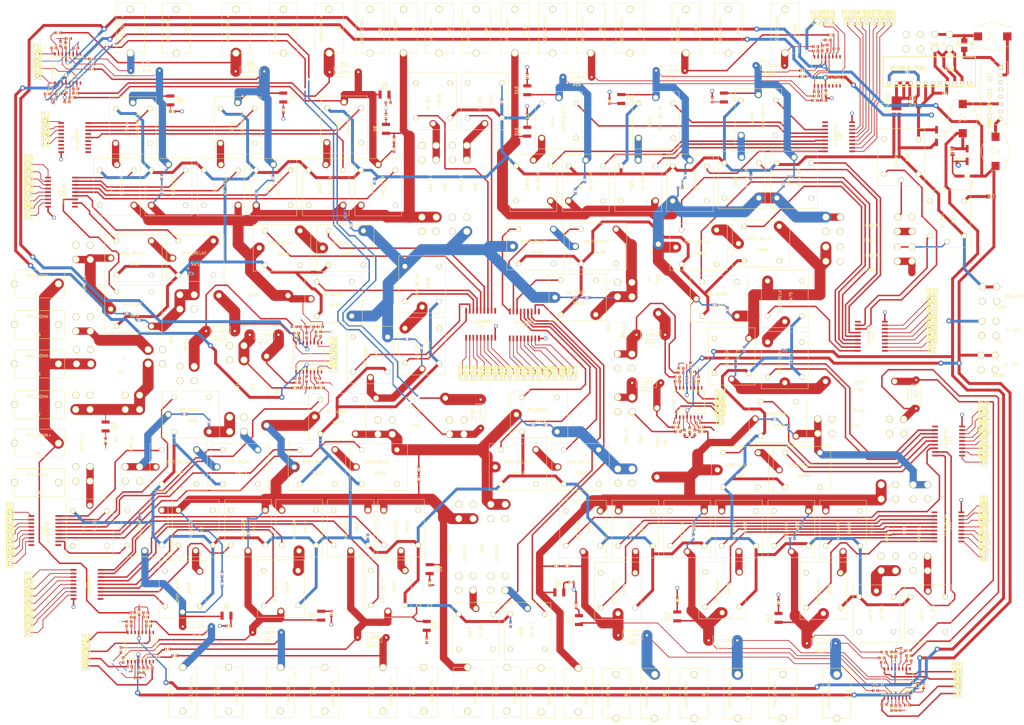
<source format=kicad_pcb>
(kicad_pcb (version 3) (host pcbnew "(2013-07-07 BZR 4022)-stable")
  (layers (15 F.Cu signal) (0 B.Cu signal) (18 B.Paste user) (19 F.Paste user) (20 B.SilkS user) (21 F.SilkS user) (22 B.Mask user) (23 F.Mask user) (28 Edge.Cuts user))
  (net 0 "")
  (net 1 COIL_POW+)
  (net 2 GND)
  (net 3 IC_POW+)
  (net 4 IC_POW-)
  (net 5 N-000001)
  (net 6 N-0000010)
  (net 7 N-00000100)
  (net 8 N-00000101)
  (net 9 N-00000102)
  (net 10 N-00000103)
  (net 11 N-00000104)
  (net 12 N-00000105)
  (net 13 N-00000106)
  (net 14 N-00000107)
  (net 15 N-00000108)
  (net 16 N-00000109)
  (net 17 N-0000011)
  (net 18 N-00000110)
  (net 19 N-00000111)
  (net 20 N-00000112)
  (net 21 N-00000113)
  (net 22 N-00000114)
  (net 23 N-00000115)
  (net 24 N-00000116)
  (net 25 N-00000117)
  (net 26 N-00000118)
  (net 27 N-00000119)
  (net 28 N-0000012)
  (net 29 N-00000120)
  (net 30 N-00000121)
  (net 31 N-00000122)
  (net 32 N-00000123)
  (net 33 N-00000124)
  (net 34 N-00000125)
  (net 35 N-00000126)
  (net 36 N-00000127)
  (net 37 N-00000128)
  (net 38 N-00000129)
  (net 39 N-0000013)
  (net 40 N-00000130)
  (net 41 N-00000131)
  (net 42 N-00000132)
  (net 43 N-00000133)
  (net 44 N-00000134)
  (net 45 N-00000135)
  (net 46 N-00000136)
  (net 47 N-00000137)
  (net 48 N-00000138)
  (net 49 N-00000139)
  (net 50 N-0000014)
  (net 51 N-00000140)
  (net 52 N-00000141)
  (net 53 N-00000142)
  (net 54 N-00000146)
  (net 55 N-00000147)
  (net 56 N-00000148)
  (net 57 N-00000149)
  (net 58 N-0000015)
  (net 59 N-00000150)
  (net 60 N-00000151)
  (net 61 N-00000152)
  (net 62 N-00000153)
  (net 63 N-00000154)
  (net 64 N-00000155)
  (net 65 N-00000156)
  (net 66 N-00000157)
  (net 67 N-00000158)
  (net 68 N-00000159)
  (net 69 N-0000016)
  (net 70 N-00000160)
  (net 71 N-00000161)
  (net 72 N-00000162)
  (net 73 N-00000163)
  (net 74 N-00000164)
  (net 75 N-00000165)
  (net 76 N-00000166)
  (net 77 N-00000167)
  (net 78 N-00000168)
  (net 79 N-00000169)
  (net 80 N-0000017)
  (net 81 N-00000170)
  (net 82 N-00000171)
  (net 83 N-00000172)
  (net 84 N-00000173)
  (net 85 N-00000174)
  (net 86 N-00000175)
  (net 87 N-00000176)
  (net 88 N-00000177)
  (net 89 N-00000178)
  (net 90 N-00000179)
  (net 91 N-0000018)
  (net 92 N-00000180)
  (net 93 N-00000181)
  (net 94 N-00000182)
  (net 95 N-00000183)
  (net 96 N-00000184)
  (net 97 N-00000185)
  (net 98 N-00000186)
  (net 99 N-00000187)
  (net 100 N-00000188)
  (net 101 N-00000189)
  (net 102 N-0000019)
  (net 103 N-00000190)
  (net 104 N-00000191)
  (net 105 N-00000192)
  (net 106 N-00000193)
  (net 107 N-00000194)
  (net 108 N-00000195)
  (net 109 N-00000196)
  (net 110 N-00000197)
  (net 111 N-00000198)
  (net 112 N-00000199)
  (net 113 N-000002)
  (net 114 N-0000020)
  (net 115 N-00000200)
  (net 116 N-00000201)
  (net 117 N-00000202)
  (net 118 N-00000203)
  (net 119 N-00000204)
  (net 120 N-00000205)
  (net 121 N-00000206)
  (net 122 N-00000207)
  (net 123 N-00000208)
  (net 124 N-00000209)
  (net 125 N-0000021)
  (net 126 N-00000210)
  (net 127 N-00000211)
  (net 128 N-00000212)
  (net 129 N-00000213)
  (net 130 N-00000214)
  (net 131 N-00000215)
  (net 132 N-00000216)
  (net 133 N-00000217)
  (net 134 N-00000218)
  (net 135 N-00000219)
  (net 136 N-0000022)
  (net 137 N-00000220)
  (net 138 N-00000221)
  (net 139 N-00000222)
  (net 140 N-00000223)
  (net 141 N-00000224)
  (net 142 N-00000225)
  (net 143 N-00000226)
  (net 144 N-00000227)
  (net 145 N-00000228)
  (net 146 N-00000229)
  (net 147 N-0000023)
  (net 148 N-00000230)
  (net 149 N-00000231)
  (net 150 N-00000233)
  (net 151 N-00000235)
  (net 152 N-00000236)
  (net 153 N-00000238)
  (net 154 N-00000239)
  (net 155 N-0000024)
  (net 156 N-00000240)
  (net 157 N-00000241)
  (net 158 N-00000242)
  (net 159 N-00000243)
  (net 160 N-00000244)
  (net 161 N-00000245)
  (net 162 N-00000246)
  (net 163 N-00000247)
  (net 164 N-00000248)
  (net 165 N-0000025)
  (net 166 N-00000250)
  (net 167 N-00000251)
  (net 168 N-00000253)
  (net 169 N-00000254)
  (net 170 N-00000255)
  (net 171 N-00000256)
  (net 172 N-00000257)
  (net 173 N-00000258)
  (net 174 N-00000259)
  (net 175 N-0000026)
  (net 176 N-00000260)
  (net 177 N-00000261)
  (net 178 N-00000262)
  (net 179 N-00000263)
  (net 180 N-00000264)
  (net 181 N-00000265)
  (net 182 N-00000266)
  (net 183 N-00000267)
  (net 184 N-00000268)
  (net 185 N-00000269)
  (net 186 N-0000027)
  (net 187 N-00000270)
  (net 188 N-00000271)
  (net 189 N-00000272)
  (net 190 N-00000273)
  (net 191 N-00000274)
  (net 192 N-00000275)
  (net 193 N-00000276)
  (net 194 N-00000277)
  (net 195 N-00000278)
  (net 196 N-00000279)
  (net 197 N-0000028)
  (net 198 N-00000280)
  (net 199 N-00000281)
  (net 200 N-00000282)
  (net 201 N-00000283)
  (net 202 N-00000284)
  (net 203 N-00000285)
  (net 204 N-00000286)
  (net 205 N-00000287)
  (net 206 N-00000288)
  (net 207 N-00000289)
  (net 208 N-0000029)
  (net 209 N-00000290)
  (net 210 N-00000291)
  (net 211 N-00000292)
  (net 212 N-00000293)
  (net 213 N-00000294)
  (net 214 N-00000295)
  (net 215 N-00000296)
  (net 216 N-00000297)
  (net 217 N-00000298)
  (net 218 N-00000299)
  (net 219 N-000003)
  (net 220 N-0000030)
  (net 221 N-00000300)
  (net 222 N-00000301)
  (net 223 N-00000302)
  (net 224 N-00000303)
  (net 225 N-00000304)
  (net 226 N-00000305)
  (net 227 N-00000306)
  (net 228 N-00000307)
  (net 229 N-00000308)
  (net 230 N-00000309)
  (net 231 N-0000031)
  (net 232 N-00000310)
  (net 233 N-00000311)
  (net 234 N-00000312)
  (net 235 N-00000313)
  (net 236 N-00000314)
  (net 237 N-00000315)
  (net 238 N-00000316)
  (net 239 N-00000317)
  (net 240 N-00000318)
  (net 241 N-00000319)
  (net 242 N-0000032)
  (net 243 N-00000320)
  (net 244 N-00000321)
  (net 245 N-00000322)
  (net 246 N-00000323)
  (net 247 N-00000324)
  (net 248 N-00000325)
  (net 249 N-00000326)
  (net 250 N-00000327)
  (net 251 N-00000328)
  (net 252 N-00000329)
  (net 253 N-0000033)
  (net 254 N-00000330)
  (net 255 N-00000331)
  (net 256 N-00000332)
  (net 257 N-00000333)
  (net 258 N-00000334)
  (net 259 N-00000335)
  (net 260 N-00000336)
  (net 261 N-00000337)
  (net 262 N-00000338)
  (net 263 N-00000339)
  (net 264 N-0000034)
  (net 265 N-00000340)
  (net 266 N-00000341)
  (net 267 N-00000342)
  (net 268 N-00000343)
  (net 269 N-00000344)
  (net 270 N-0000035)
  (net 271 N-0000036)
  (net 272 N-0000037)
  (net 273 N-0000038)
  (net 274 N-0000039)
  (net 275 N-000004)
  (net 276 N-0000040)
  (net 277 N-0000041)
  (net 278 N-00000413)
  (net 279 N-00000419)
  (net 280 N-0000042)
  (net 281 N-00000426)
  (net 282 N-00000427)
  (net 283 N-00000429)
  (net 284 N-0000043)
  (net 285 N-00000431)
  (net 286 N-00000432)
  (net 287 N-00000436)
  (net 288 N-00000438)
  (net 289 N-0000044)
  (net 290 N-00000440)
  (net 291 N-00000441)
  (net 292 N-00000443)
  (net 293 N-0000045)
  (net 294 N-0000046)
  (net 295 N-00000460)
  (net 296 N-0000047)
  (net 297 N-0000048)
  (net 298 N-0000049)
  (net 299 N-000005)
  (net 300 N-0000050)
  (net 301 N-0000051)
  (net 302 N-0000052)
  (net 303 N-0000053)
  (net 304 N-0000054)
  (net 305 N-0000055)
  (net 306 N-0000056)
  (net 307 N-0000057)
  (net 308 N-0000058)
  (net 309 N-0000059)
  (net 310 N-000006)
  (net 311 N-0000060)
  (net 312 N-0000061)
  (net 313 N-0000062)
  (net 314 N-0000063)
  (net 315 N-0000064)
  (net 316 N-0000065)
  (net 317 N-0000066)
  (net 318 N-0000067)
  (net 319 N-0000068)
  (net 320 N-0000069)
  (net 321 N-000007)
  (net 322 N-0000070)
  (net 323 N-0000071)
  (net 324 N-0000072)
  (net 325 N-0000073)
  (net 326 N-0000074)
  (net 327 N-0000075)
  (net 328 N-0000076)
  (net 329 N-0000077)
  (net 330 N-0000078)
  (net 331 N-0000079)
  (net 332 N-000008)
  (net 333 N-0000080)
  (net 334 N-0000081)
  (net 335 N-0000082)
  (net 336 N-0000083)
  (net 337 N-0000084)
  (net 338 N-0000085)
  (net 339 N-0000086)
  (net 340 N-0000087)
  (net 341 N-0000088)
  (net 342 N-0000089)
  (net 343 N-000009)
  (net 344 N-0000090)
  (net 345 N-0000091)
  (net 346 N-0000092)
  (net 347 N-0000093)
  (net 348 N-0000094)
  (net 349 N-0000095)
  (net 350 N-0000096)
  (net 351 N-0000097)
  (net 352 N-0000098)
  (net 353 N-0000099)
  (module TECONN_ORWH (layer F.Cu) (at 156.464 135.636 270)
    (fp_text reference SW24 (at 5.842 -8.128 270) (layer F.SilkS))
    (fp_text value SPDT_RELAY (at 6.858 -4.318 270) (layer F.SilkS))
    (pad 1 thru_hole circle (at 0 0 270) (size 1.8 1.8) (drill 1.3) (layers *.Cu *.Mask F.SilkS))
    (pad 10 thru_hole circle (at 0 -12 270) (size 1.8 1.8) (drill 1.3) (layers *.Cu *.Mask F.SilkS) (net 41 N-00000131))
    (pad 9 thru_hole circle (at 12.2 0 270) (size 1.8 1.8) (drill 1.3) (layers *.Cu *.Mask F.SilkS) (net 290 N-00000440))
    (pad 5 thru_hole circle (at 14.2 -6 270) (size 1.8 1.8) (drill 1.3) (layers *.Cu *.Mask F.SilkS) (net 107 N-00000194))
    (pad 2 thru_hole circle (at 12.2 -12 270) (size 1.8 1.8) (drill 1.3) (layers *.Cu *.Mask F.SilkS) (net 1 COIL_POW+))
  )
  (module TECONN_ORWH (layer F.Cu) (at 214.122 93.472 180)
    (fp_text reference SW40 (at 5.842 -8.128 180) (layer F.SilkS))
    (fp_text value SPDT_RELAY (at 6.858 -4.318 180) (layer F.SilkS))
    (pad 1 thru_hole circle (at 0 0 180) (size 1.8 1.8) (drill 1.3) (layers *.Cu *.Mask F.SilkS) (net 302 N-0000052))
    (pad 10 thru_hole circle (at 0 -12 180) (size 1.8 1.8) (drill 1.3) (layers *.Cu *.Mask F.SilkS))
    (pad 9 thru_hole circle (at 12.2 0 180) (size 1.8 1.8) (drill 1.3) (layers *.Cu *.Mask F.SilkS) (net 58 N-0000015))
    (pad 5 thru_hole circle (at 14.2 -6 180) (size 1.8 1.8) (drill 1.3) (layers *.Cu *.Mask F.SilkS) (net 122 N-00000207))
    (pad 2 thru_hole circle (at 12.2 -12 180) (size 1.8 1.8) (drill 1.3) (layers *.Cu *.Mask F.SilkS) (net 1 COIL_POW+))
  )
  (module TECONN_ORWH (layer F.Cu) (at 79.502 -13.462 90)
    (fp_text reference SW6 (at 5.842 -8.128 90) (layer F.SilkS))
    (fp_text value SPDT_RELAY (at 6.858 -4.318 90) (layer F.SilkS))
    (pad 1 thru_hole circle (at 0 0 90) (size 1.8 1.8) (drill 1.3) (layers *.Cu *.Mask F.SilkS))
    (pad 10 thru_hole circle (at 0 -12 90) (size 1.8 1.8) (drill 1.3) (layers *.Cu *.Mask F.SilkS) (net 174 N-00000259))
    (pad 9 thru_hole circle (at 12.2 0 90) (size 1.8 1.8) (drill 1.3) (layers *.Cu *.Mask F.SilkS) (net 209 N-00000290))
    (pad 5 thru_hole circle (at 14.2 -6 90) (size 1.8 1.8) (drill 1.3) (layers *.Cu *.Mask F.SilkS) (net 190 N-00000273))
    (pad 2 thru_hole circle (at 12.2 -12 90) (size 1.8 1.8) (drill 1.3) (layers *.Cu *.Mask F.SilkS) (net 1 COIL_POW+))
  )
  (module TECONN_ORWH (layer F.Cu) (at 91.948 8.128 90)
    (fp_text reference SW4 (at 5.842 -8.128 90) (layer F.SilkS))
    (fp_text value NO_SCGR (at 6.858 -4.318 90) (layer F.SilkS))
    (pad 1 thru_hole circle (at 0 0 90) (size 1.8 1.8) (drill 1.3) (layers *.Cu *.Mask F.SilkS))
    (pad 10 thru_hole circle (at 0 -12 90) (size 1.8 1.8) (drill 1.3) (layers *.Cu *.Mask F.SilkS) (net 171 N-00000256))
    (pad 9 thru_hole circle (at 12.2 0 90) (size 1.8 1.8) (drill 1.3) (layers *.Cu *.Mask F.SilkS) (net 211 N-00000292))
    (pad 5 thru_hole circle (at 14.2 -6 90) (size 1.8 1.8) (drill 1.3) (layers *.Cu *.Mask F.SilkS) (net 190 N-00000273))
    (pad 2 thru_hole circle (at 12.2 -12 90) (size 1.8 1.8) (drill 1.3) (layers *.Cu *.Mask F.SilkS) (net 1 COIL_POW+))
  )
  (module TECONN_ORWH (layer F.Cu) (at 73.914 8.128 90)
    (fp_text reference SW7 (at 5.842 -8.128 90) (layer F.SilkS))
    (fp_text value NC_SCGR (at 6.858 -4.318 90) (layer F.SilkS))
    (pad 1 thru_hole circle (at 0 0 90) (size 1.8 1.8) (drill 1.3) (layers *.Cu *.Mask F.SilkS) (net 171 N-00000256))
    (pad 10 thru_hole circle (at 0 -12 90) (size 1.8 1.8) (drill 1.3) (layers *.Cu *.Mask F.SilkS))
    (pad 9 thru_hole circle (at 12.2 0 90) (size 1.8 1.8) (drill 1.3) (layers *.Cu *.Mask F.SilkS) (net 176 N-00000260))
    (pad 5 thru_hole circle (at 14.2 -6 90) (size 1.8 1.8) (drill 1.3) (layers *.Cu *.Mask F.SilkS) (net 174 N-00000259))
    (pad 2 thru_hole circle (at 12.2 -12 90) (size 1.8 1.8) (drill 1.3) (layers *.Cu *.Mask F.SilkS) (net 1 COIL_POW+))
  )
  (module TECONN_ORWH (layer F.Cu) (at 80.01 38.354 180)
    (fp_text reference SW8 (at 5.842 -8.128 180) (layer F.SilkS))
    (fp_text value NO_SCGR (at 6.858 -4.318 180) (layer F.SilkS))
    (pad 1 thru_hole circle (at 0 0 180) (size 1.8 1.8) (drill 1.3) (layers *.Cu *.Mask F.SilkS))
    (pad 10 thru_hole circle (at 0 -12 180) (size 1.8 1.8) (drill 1.3) (layers *.Cu *.Mask F.SilkS) (net 144 N-00000227))
    (pad 9 thru_hole circle (at 12.2 0 180) (size 1.8 1.8) (drill 1.3) (layers *.Cu *.Mask F.SilkS) (net 57 N-00000149))
    (pad 5 thru_hole circle (at 14.2 -6 180) (size 1.8 1.8) (drill 1.3) (layers *.Cu *.Mask F.SilkS) (net 142 N-00000225))
    (pad 2 thru_hole circle (at 12.2 -12 180) (size 1.8 1.8) (drill 1.3) (layers *.Cu *.Mask F.SilkS) (net 1 COIL_POW+))
  )
  (module TECONN_ORWH (layer F.Cu) (at 190.246 -34.544 270)
    (fp_text reference SW34 (at 5.842 -8.128 270) (layer F.SilkS))
    (fp_text value GF_REL (at 6.858 -4.318 270) (layer F.SilkS))
    (pad 1 thru_hole circle (at 0 0 270) (size 1.8 1.8) (drill 1.3) (layers *.Cu *.Mask F.SilkS))
    (pad 10 thru_hole circle (at 0 -12 270) (size 1.8 1.8) (drill 1.3) (layers *.Cu *.Mask F.SilkS) (net 2 GND))
    (pad 9 thru_hole circle (at 12.2 0 270) (size 1.8 1.8) (drill 1.3) (layers *.Cu *.Mask F.SilkS) (net 333 N-0000080))
    (pad 5 thru_hole circle (at 14.2 -6 270) (size 1.8 1.8) (drill 1.3) (layers *.Cu *.Mask F.SilkS) (net 334 N-0000081))
    (pad 2 thru_hole circle (at 12.2 -12 270) (size 1.8 1.8) (drill 1.3) (layers *.Cu *.Mask F.SilkS) (net 1 COIL_POW+))
  )
  (module TECONN_ORWH (layer F.Cu) (at 80.01 20.574 180)
    (fp_text reference SW2 (at 5.842 -8.128 180) (layer F.SilkS))
    (fp_text value SPDT_RELAY (at 6.858 -4.318 180) (layer F.SilkS))
    (pad 1 thru_hole circle (at 0 0 180) (size 1.8 1.8) (drill 1.3) (layers *.Cu *.Mask F.SilkS) (net 54 N-00000146))
    (pad 10 thru_hole circle (at 0 -12 180) (size 1.8 1.8) (drill 1.3) (layers *.Cu *.Mask F.SilkS))
    (pad 9 thru_hole circle (at 12.2 0 180) (size 1.8 1.8) (drill 1.3) (layers *.Cu *.Mask F.SilkS) (net 59 N-00000150))
    (pad 5 thru_hole circle (at 14.2 -6 180) (size 1.8 1.8) (drill 1.3) (layers *.Cu *.Mask F.SilkS) (net 142 N-00000225))
    (pad 2 thru_hole circle (at 12.2 -12 180) (size 1.8 1.8) (drill 1.3) (layers *.Cu *.Mask F.SilkS) (net 1 COIL_POW+))
  )
  (module TECONN_ORWH (layer F.Cu) (at 351.536 6.604 270)
    (fp_text reference SW72 (at 5.842 -8.128 270) (layer F.SilkS))
    (fp_text value GF_REL (at 6.858 -4.318 270) (layer F.SilkS))
    (pad 1 thru_hole circle (at 0 0 270) (size 1.8 1.8) (drill 1.3) (layers *.Cu *.Mask F.SilkS))
    (pad 10 thru_hole circle (at 0 -12 270) (size 1.8 1.8) (drill 1.3) (layers *.Cu *.Mask F.SilkS) (net 2 GND))
    (pad 9 thru_hole circle (at 12.2 0 270) (size 1.8 1.8) (drill 1.3) (layers *.Cu *.Mask F.SilkS) (net 353 N-0000099))
    (pad 5 thru_hole circle (at 14.2 -6 270) (size 1.8 1.8) (drill 1.3) (layers *.Cu *.Mask F.SilkS) (net 7 N-00000100))
    (pad 2 thru_hole circle (at 12.2 -12 270) (size 1.8 1.8) (drill 1.3) (layers *.Cu *.Mask F.SilkS) (net 1 COIL_POW+))
  )
  (module TECONN_ORWH (layer F.Cu) (at 356.87 156.972 90)
    (fp_text reference SW74 (at 5.842 -8.128 90) (layer F.SilkS))
    (fp_text value GF_REL (at 6.858 -4.318 90) (layer F.SilkS))
    (pad 1 thru_hole circle (at 0 0 90) (size 1.8 1.8) (drill 1.3) (layers *.Cu *.Mask F.SilkS))
    (pad 10 thru_hole circle (at 0 -12 90) (size 1.8 1.8) (drill 1.3) (layers *.Cu *.Mask F.SilkS) (net 2 GND))
    (pad 9 thru_hole circle (at 12.2 0 90) (size 1.8 1.8) (drill 1.3) (layers *.Cu *.Mask F.SilkS) (net 350 N-0000096))
    (pad 5 thru_hole circle (at 14.2 -6 90) (size 1.8 1.8) (drill 1.3) (layers *.Cu *.Mask F.SilkS) (net 351 N-0000097))
    (pad 2 thru_hole circle (at 12.2 -12 90) (size 1.8 1.8) (drill 1.3) (layers *.Cu *.Mask F.SilkS) (net 1 COIL_POW+))
  )
  (module TECONN_ORWH (layer F.Cu) (at 172.212 -34.544 270)
    (fp_text reference SW28 (at 5.842 -8.128 270) (layer F.SilkS))
    (fp_text value GF_REL (at 6.858 -4.318 270) (layer F.SilkS))
    (pad 1 thru_hole circle (at 0 0 270) (size 1.8 1.8) (drill 1.3) (layers *.Cu *.Mask F.SilkS))
    (pad 10 thru_hole circle (at 0 -12 270) (size 1.8 1.8) (drill 1.3) (layers *.Cu *.Mask F.SilkS) (net 2 GND))
    (pad 9 thru_hole circle (at 12.2 0 270) (size 1.8 1.8) (drill 1.3) (layers *.Cu *.Mask F.SilkS) (net 177 N-00000261))
    (pad 5 thru_hole circle (at 14.2 -6 270) (size 1.8 1.8) (drill 1.3) (layers *.Cu *.Mask F.SilkS) (net 170 N-00000255))
    (pad 2 thru_hole circle (at 12.2 -12 270) (size 1.8 1.8) (drill 1.3) (layers *.Cu *.Mask F.SilkS) (net 1 COIL_POW+))
  )
  (module TECONN_ORWH (layer F.Cu) (at 143.51 114.554 270)
    (fp_text reference SW21 (at 5.842 -8.128 270) (layer F.SilkS))
    (fp_text value NO_SCGR (at 6.858 -4.318 270) (layer F.SilkS))
    (pad 1 thru_hole circle (at 0 0 270) (size 1.8 1.8) (drill 1.3) (layers *.Cu *.Mask F.SilkS))
    (pad 10 thru_hole circle (at 0 -12 270) (size 1.8 1.8) (drill 1.3) (layers *.Cu *.Mask F.SilkS) (net 133 N-00000217))
    (pad 9 thru_hole circle (at 12.2 0 270) (size 1.8 1.8) (drill 1.3) (layers *.Cu *.Mask F.SilkS) (net 279 N-00000419))
    (pad 5 thru_hole circle (at 14.2 -6 270) (size 1.8 1.8) (drill 1.3) (layers *.Cu *.Mask F.SilkS) (net 107 N-00000194))
    (pad 2 thru_hole circle (at 12.2 -12 270) (size 1.8 1.8) (drill 1.3) (layers *.Cu *.Mask F.SilkS) (net 1 COIL_POW+))
  )
  (module TECONN_ORWH (layer F.Cu) (at 161.036 114.554 270)
    (fp_text reference SW25 (at 5.842 -8.128 270) (layer F.SilkS))
    (fp_text value NC_SCGR (at 6.858 -4.318 270) (layer F.SilkS))
    (pad 1 thru_hole circle (at 0 0 270) (size 1.8 1.8) (drill 1.3) (layers *.Cu *.Mask F.SilkS) (net 133 N-00000217))
    (pad 10 thru_hole circle (at 0 -12 270) (size 1.8 1.8) (drill 1.3) (layers *.Cu *.Mask F.SilkS))
    (pad 9 thru_hole circle (at 12.2 0 270) (size 1.8 1.8) (drill 1.3) (layers *.Cu *.Mask F.SilkS) (net 40 N-00000130))
    (pad 5 thru_hole circle (at 14.2 -6 270) (size 1.8 1.8) (drill 1.3) (layers *.Cu *.Mask F.SilkS) (net 41 N-00000131))
    (pad 2 thru_hole circle (at 12.2 -12 270) (size 1.8 1.8) (drill 1.3) (layers *.Cu *.Mask F.SilkS) (net 1 COIL_POW+))
  )
  (module TECONN_ORWH (layer F.Cu) (at 116.078 -13.462 90)
    (fp_text reference SW16 (at 5.842 -8.128 90) (layer F.SilkS))
    (fp_text value SPDT_RELAY (at 6.858 -4.318 90) (layer F.SilkS))
    (pad 1 thru_hole circle (at 0 0 90) (size 1.8 1.8) (drill 1.3) (layers *.Cu *.Mask F.SilkS))
    (pad 10 thru_hole circle (at 0 -12 90) (size 1.8 1.8) (drill 1.3) (layers *.Cu *.Mask F.SilkS) (net 206 N-00000288))
    (pad 9 thru_hole circle (at 12.2 0 90) (size 1.8 1.8) (drill 1.3) (layers *.Cu *.Mask F.SilkS) (net 215 N-00000296))
    (pad 5 thru_hole circle (at 14.2 -6 90) (size 1.8 1.8) (drill 1.3) (layers *.Cu *.Mask F.SilkS) (net 182 N-00000266))
    (pad 2 thru_hole circle (at 12.2 -12 90) (size 1.8 1.8) (drill 1.3) (layers *.Cu *.Mask F.SilkS) (net 1 COIL_POW+))
  )
  (module TECONN_ORWH (layer F.Cu) (at 128.524 8.128 90)
    (fp_text reference SW14 (at 5.842 -8.128 90) (layer F.SilkS))
    (fp_text value NO_SCGR (at 6.858 -4.318 90) (layer F.SilkS))
    (pad 1 thru_hole circle (at 0 0 90) (size 1.8 1.8) (drill 1.3) (layers *.Cu *.Mask F.SilkS))
    (pad 10 thru_hole circle (at 0 -12 90) (size 1.8 1.8) (drill 1.3) (layers *.Cu *.Mask F.SilkS) (net 171 N-00000256))
    (pad 9 thru_hole circle (at 12.2 0 90) (size 1.8 1.8) (drill 1.3) (layers *.Cu *.Mask F.SilkS) (net 217 N-00000298))
    (pad 5 thru_hole circle (at 14.2 -6 90) (size 1.8 1.8) (drill 1.3) (layers *.Cu *.Mask F.SilkS) (net 182 N-00000266))
    (pad 2 thru_hole circle (at 12.2 -12 90) (size 1.8 1.8) (drill 1.3) (layers *.Cu *.Mask F.SilkS) (net 1 COIL_POW+))
  )
  (module TECONN_ORWH (layer F.Cu) (at 110.236 8.128 90)
    (fp_text reference SW17 (at 5.842 -8.128 90) (layer F.SilkS))
    (fp_text value NC_SCGR (at 6.858 -4.318 90) (layer F.SilkS))
    (pad 1 thru_hole circle (at 0 0 90) (size 1.8 1.8) (drill 1.3) (layers *.Cu *.Mask F.SilkS) (net 171 N-00000256))
    (pad 10 thru_hole circle (at 0 -12 90) (size 1.8 1.8) (drill 1.3) (layers *.Cu *.Mask F.SilkS))
    (pad 9 thru_hole circle (at 12.2 0 90) (size 1.8 1.8) (drill 1.3) (layers *.Cu *.Mask F.SilkS) (net 205 N-00000287))
    (pad 5 thru_hole circle (at 14.2 -6 90) (size 1.8 1.8) (drill 1.3) (layers *.Cu *.Mask F.SilkS) (net 206 N-00000288))
    (pad 2 thru_hole circle (at 12.2 -12 90) (size 1.8 1.8) (drill 1.3) (layers *.Cu *.Mask F.SilkS) (net 1 COIL_POW+))
  )
  (module TECONN_ORWH (layer F.Cu) (at 64.516 127 90)
    (fp_text reference SW1 (at 5.842 -8.128 90) (layer F.SilkS))
    (fp_text value GF_REL (at 6.858 -4.318 90) (layer F.SilkS))
    (pad 1 thru_hole circle (at 0 0 90) (size 1.8 1.8) (drill 1.3) (layers *.Cu *.Mask F.SilkS))
    (pad 10 thru_hole circle (at 0 -12 90) (size 1.8 1.8) (drill 1.3) (layers *.Cu *.Mask F.SilkS) (net 2 GND))
    (pad 9 thru_hole circle (at 12.2 0 90) (size 1.8 1.8) (drill 1.3) (layers *.Cu *.Mask F.SilkS) (net 347 N-0000093))
    (pad 5 thru_hole circle (at 14.2 -6 90) (size 1.8 1.8) (drill 1.3) (layers *.Cu *.Mask F.SilkS) (net 348 N-0000094))
    (pad 2 thru_hole circle (at 12.2 -12 90) (size 1.8 1.8) (drill 1.3) (layers *.Cu *.Mask F.SilkS) (net 1 COIL_POW+))
  )
  (module TECONN_ORWH (layer F.Cu) (at 217.17 163.068 90)
    (fp_text reference SW36 (at 5.842 -8.128 90) (layer F.SilkS))
    (fp_text value GF_REL (at 6.858 -4.318 90) (layer F.SilkS))
    (pad 1 thru_hole circle (at 0 0 90) (size 1.8 1.8) (drill 1.3) (layers *.Cu *.Mask F.SilkS))
    (pad 10 thru_hole circle (at 0 -12 90) (size 1.8 1.8) (drill 1.3) (layers *.Cu *.Mask F.SilkS) (net 2 GND))
    (pad 9 thru_hole circle (at 12.2 0 90) (size 1.8 1.8) (drill 1.3) (layers *.Cu *.Mask F.SilkS) (net 344 N-0000090))
    (pad 5 thru_hole circle (at 14.2 -6 90) (size 1.8 1.8) (drill 1.3) (layers *.Cu *.Mask F.SilkS) (net 345 N-0000091))
    (pad 2 thru_hole circle (at 12.2 -12 90) (size 1.8 1.8) (drill 1.3) (layers *.Cu *.Mask F.SilkS) (net 1 COIL_POW+))
  )
  (module TECONN_ORWH (layer F.Cu) (at 242.062 16.51 180)
    (fp_text reference SW48 (at 5.842 -8.128 180) (layer F.SilkS))
    (fp_text value SPDT_RELAY (at 6.858 -4.318 180) (layer F.SilkS))
    (pad 1 thru_hole circle (at 0 0 180) (size 1.8 1.8) (drill 1.3) (layers *.Cu *.Mask F.SilkS) (net 111 N-00000198))
    (pad 10 thru_hole circle (at 0 -12 180) (size 1.8 1.8) (drill 1.3) (layers *.Cu *.Mask F.SilkS))
    (pad 9 thru_hole circle (at 12.2 0 180) (size 1.8 1.8) (drill 1.3) (layers *.Cu *.Mask F.SilkS) (net 300 N-0000050))
    (pad 5 thru_hole circle (at 14.2 -6 180) (size 1.8 1.8) (drill 1.3) (layers *.Cu *.Mask F.SilkS) (net 303 N-0000053))
    (pad 2 thru_hole circle (at 12.2 -12 180) (size 1.8 1.8) (drill 1.3) (layers *.Cu *.Mask F.SilkS) (net 1 COIL_POW+))
  )
  (module TECONN_ORWH (layer F.Cu) (at 153.162 -13.716 90)
    (fp_text reference SW22 (at 5.842 -8.128 90) (layer F.SilkS))
    (fp_text value SPDT_RELAY (at 6.858 -4.318 90) (layer F.SilkS))
    (pad 1 thru_hole circle (at 0 0 90) (size 1.8 1.8) (drill 1.3) (layers *.Cu *.Mask F.SilkS))
    (pad 10 thru_hole circle (at 0 -12 90) (size 1.8 1.8) (drill 1.3) (layers *.Cu *.Mask F.SilkS) (net 212 N-00000293))
    (pad 9 thru_hole circle (at 12.2 0 90) (size 1.8 1.8) (drill 1.3) (layers *.Cu *.Mask F.SilkS) (net 199 N-00000281))
    (pad 5 thru_hole circle (at 14.2 -6 90) (size 1.8 1.8) (drill 1.3) (layers *.Cu *.Mask F.SilkS) (net 188 N-00000271))
    (pad 2 thru_hole circle (at 12.2 -12 90) (size 1.8 1.8) (drill 1.3) (layers *.Cu *.Mask F.SilkS) (net 1 COIL_POW+))
  )
  (module TECONN_ORWH (layer F.Cu) (at 235.966 93.472 180)
    (fp_text reference SW50 (at 5.842 -8.128 180) (layer F.SilkS))
    (fp_text value SPDT_RELAY (at 6.858 -4.318 180) (layer F.SilkS))
    (pad 1 thru_hole circle (at 0 0 180) (size 1.8 1.8) (drill 1.3) (layers *.Cu *.Mask F.SilkS) (net 141 N-00000224))
    (pad 10 thru_hole circle (at 0 -12 180) (size 1.8 1.8) (drill 1.3) (layers *.Cu *.Mask F.SilkS))
    (pad 9 thru_hole circle (at 12.2 0 180) (size 1.8 1.8) (drill 1.3) (layers *.Cu *.Mask F.SilkS) (net 69 N-0000016))
    (pad 5 thru_hole circle (at 14.2 -6 180) (size 1.8 1.8) (drill 1.3) (layers *.Cu *.Mask F.SilkS) (net 302 N-0000052))
    (pad 2 thru_hole circle (at 12.2 -12 180) (size 1.8 1.8) (drill 1.3) (layers *.Cu *.Mask F.SilkS) (net 1 COIL_POW+))
  )
  (module TECONN_ORWH (layer F.Cu) (at 291.592 94.488 180)
    (fp_text reference SW62 (at 5.842 -8.128 180) (layer F.SilkS))
    (fp_text value SPDT_RELAY (at 6.858 -4.318 180) (layer F.SilkS))
    (pad 1 thru_hole circle (at 0 0 180) (size 1.8 1.8) (drill 1.3) (layers *.Cu *.Mask F.SilkS) (net 91 N-0000018))
    (pad 10 thru_hole circle (at 0 -12 180) (size 1.8 1.8) (drill 1.3) (layers *.Cu *.Mask F.SilkS))
    (pad 9 thru_hole circle (at 12.2 0 180) (size 1.8 1.8) (drill 1.3) (layers *.Cu *.Mask F.SilkS) (net 275 N-000004))
    (pad 5 thru_hole circle (at 14.2 -6 180) (size 1.8 1.8) (drill 1.3) (layers *.Cu *.Mask F.SilkS) (net 196 N-00000279))
    (pad 2 thru_hole circle (at 12.2 -12 180) (size 1.8 1.8) (drill 1.3) (layers *.Cu *.Mask F.SilkS) (net 1 COIL_POW+))
  )
  (module TECONN_ORWH (layer F.Cu) (at 304.8 76.708 180)
    (fp_text reference SW66 (at 5.842 -8.128 180) (layer F.SilkS))
    (fp_text value NO_SCGR (at 6.858 -4.318 180) (layer F.SilkS))
    (pad 1 thru_hole circle (at 0 0 180) (size 1.8 1.8) (drill 1.3) (layers *.Cu *.Mask F.SilkS))
    (pad 10 thru_hole circle (at 0 -12 180) (size 1.8 1.8) (drill 1.3) (layers *.Cu *.Mask F.SilkS) (net 102 N-0000019))
    (pad 9 thru_hole circle (at 12.2 0 180) (size 1.8 1.8) (drill 1.3) (layers *.Cu *.Mask F.SilkS) (net 310 N-000006))
    (pad 5 thru_hole circle (at 14.2 -6 180) (size 1.8 1.8) (drill 1.3) (layers *.Cu *.Mask F.SilkS) (net 196 N-00000279))
    (pad 2 thru_hole circle (at 12.2 -12 180) (size 1.8 1.8) (drill 1.3) (layers *.Cu *.Mask F.SilkS) (net 1 COIL_POW+))
  )
  (module TECONN_ORWH (layer F.Cu) (at 313.182 94.488 180)
    (fp_text reference SW69 (at 5.842 -8.128 180) (layer F.SilkS))
    (fp_text value SPDT_RELAY (at 6.858 -4.318 180) (layer F.SilkS))
    (pad 1 thru_hole circle (at 0 0 180) (size 1.8 1.8) (drill 1.3) (layers *.Cu *.Mask F.SilkS) (net 102 N-0000019))
    (pad 10 thru_hole circle (at 0 -12 180) (size 1.8 1.8) (drill 1.3) (layers *.Cu *.Mask F.SilkS))
    (pad 9 thru_hole circle (at 12.2 0 180) (size 1.8 1.8) (drill 1.3) (layers *.Cu *.Mask F.SilkS) (net 299 N-000005))
    (pad 5 thru_hole circle (at 14.2 -6 180) (size 1.8 1.8) (drill 1.3) (layers *.Cu *.Mask F.SilkS) (net 91 N-0000018))
    (pad 2 thru_hole circle (at 12.2 -12 180) (size 1.8 1.8) (drill 1.3) (layers *.Cu *.Mask F.SilkS) (net 1 COIL_POW+))
  )
  (module TECONN_ORWH (layer F.Cu) (at 242.824 114.808 270)
    (fp_text reference SW47 (at 5.842 -8.128 270) (layer F.SilkS))
    (fp_text value NC_SCGR (at 6.858 -4.318 270) (layer F.SilkS))
    (pad 1 thru_hole circle (at 0 0 270) (size 1.8 1.8) (drill 1.3) (layers *.Cu *.Mask F.SilkS) (net 196 N-00000279))
    (pad 10 thru_hole circle (at 0 -12 270) (size 1.8 1.8) (drill 1.3) (layers *.Cu *.Mask F.SilkS))
    (pad 9 thru_hole circle (at 12.2 0 270) (size 1.8 1.8) (drill 1.3) (layers *.Cu *.Mask F.SilkS) (net 311 N-0000060))
    (pad 5 thru_hole circle (at 14.2 -6 270) (size 1.8 1.8) (drill 1.3) (layers *.Cu *.Mask F.SilkS) (net 309 N-0000059))
    (pad 2 thru_hole circle (at 12.2 -12 270) (size 1.8 1.8) (drill 1.3) (layers *.Cu *.Mask F.SilkS) (net 1 COIL_POW+))
  )
  (module TECONN_ORWH (layer F.Cu) (at 224.536 114.808 270)
    (fp_text reference SW42 (at 5.842 -8.128 270) (layer F.SilkS))
    (fp_text value NO_SCGR (at 6.858 -4.318 270) (layer F.SilkS))
    (pad 1 thru_hole circle (at 0 0 270) (size 1.8 1.8) (drill 1.3) (layers *.Cu *.Mask F.SilkS))
    (pad 10 thru_hole circle (at 0 -12 270) (size 1.8 1.8) (drill 1.3) (layers *.Cu *.Mask F.SilkS) (net 196 N-00000279))
    (pad 9 thru_hole circle (at 12.2 0 270) (size 1.8 1.8) (drill 1.3) (layers *.Cu *.Mask F.SilkS) (net 13 N-00000106))
    (pad 5 thru_hole circle (at 14.2 -6 270) (size 1.8 1.8) (drill 1.3) (layers *.Cu *.Mask F.SilkS) (net 325 N-0000073))
    (pad 2 thru_hole circle (at 12.2 -12 270) (size 1.8 1.8) (drill 1.3) (layers *.Cu *.Mask F.SilkS) (net 1 COIL_POW+))
  )
  (module TECONN_ORWH (layer F.Cu) (at 236.728 136.398 270)
    (fp_text reference SW46 (at 5.842 -8.128 270) (layer F.SilkS))
    (fp_text value SPDT_RELAY (at 6.858 -4.318 270) (layer F.SilkS))
    (pad 1 thru_hole circle (at 0 0 270) (size 1.8 1.8) (drill 1.3) (layers *.Cu *.Mask F.SilkS))
    (pad 10 thru_hole circle (at 0 -12 270) (size 1.8 1.8) (drill 1.3) (layers *.Cu *.Mask F.SilkS) (net 309 N-0000059))
    (pad 9 thru_hole circle (at 12.2 0 270) (size 1.8 1.8) (drill 1.3) (layers *.Cu *.Mask F.SilkS) (net 11 N-00000104))
    (pad 5 thru_hole circle (at 14.2 -6 270) (size 1.8 1.8) (drill 1.3) (layers *.Cu *.Mask F.SilkS) (net 325 N-0000073))
    (pad 2 thru_hole circle (at 12.2 -12 270) (size 1.8 1.8) (drill 1.3) (layers *.Cu *.Mask F.SilkS) (net 1 COIL_POW+))
  )
  (module TECONN_ORWH (layer F.Cu) (at 273.05 136.144 270)
    (fp_text reference SW55 (at 5.842 -8.128 270) (layer F.SilkS))
    (fp_text value SPDT_RELAY (at 6.858 -4.318 270) (layer F.SilkS))
    (pad 1 thru_hole circle (at 0 0 270) (size 1.8 1.8) (drill 1.3) (layers *.Cu *.Mask F.SilkS))
    (pad 10 thru_hole circle (at 0 -12 270) (size 1.8 1.8) (drill 1.3) (layers *.Cu *.Mask F.SilkS) (net 9 N-00000102))
    (pad 9 thru_hole circle (at 12.2 0 270) (size 1.8 1.8) (drill 1.3) (layers *.Cu *.Mask F.SilkS) (net 18 N-00000110))
    (pad 5 thru_hole circle (at 14.2 -6 270) (size 1.8 1.8) (drill 1.3) (layers *.Cu *.Mask F.SilkS) (net 319 N-0000068))
    (pad 2 thru_hole circle (at 12.2 -12 270) (size 1.8 1.8) (drill 1.3) (layers *.Cu *.Mask F.SilkS) (net 1 COIL_POW+))
  )
  (module TECONN_ORWH (layer F.Cu) (at 260.858 114.808 270)
    (fp_text reference SW52 (at 5.842 -8.128 270) (layer F.SilkS))
    (fp_text value NO_SCGR (at 6.858 -4.318 270) (layer F.SilkS))
    (pad 1 thru_hole circle (at 0 0 270) (size 1.8 1.8) (drill 1.3) (layers *.Cu *.Mask F.SilkS))
    (pad 10 thru_hole circle (at 0 -12 270) (size 1.8 1.8) (drill 1.3) (layers *.Cu *.Mask F.SilkS) (net 196 N-00000279))
    (pad 9 thru_hole circle (at 12.2 0 270) (size 1.8 1.8) (drill 1.3) (layers *.Cu *.Mask F.SilkS) (net 20 N-00000112))
    (pad 5 thru_hole circle (at 14.2 -6 270) (size 1.8 1.8) (drill 1.3) (layers *.Cu *.Mask F.SilkS) (net 319 N-0000068))
    (pad 2 thru_hole circle (at 12.2 -12 270) (size 1.8 1.8) (drill 1.3) (layers *.Cu *.Mask F.SilkS) (net 1 COIL_POW+))
  )
  (module TECONN_ORWH (layer F.Cu) (at 278.892 114.808 270)
    (fp_text reference SW56 (at 5.842 -8.128 270) (layer F.SilkS))
    (fp_text value NC_SCGR (at 6.858 -4.318 270) (layer F.SilkS))
    (pad 1 thru_hole circle (at 0 0 270) (size 1.8 1.8) (drill 1.3) (layers *.Cu *.Mask F.SilkS) (net 196 N-00000279))
    (pad 10 thru_hole circle (at 0 -12 270) (size 1.8 1.8) (drill 1.3) (layers *.Cu *.Mask F.SilkS))
    (pad 9 thru_hole circle (at 12.2 0 270) (size 1.8 1.8) (drill 1.3) (layers *.Cu *.Mask F.SilkS) (net 8 N-00000101))
    (pad 5 thru_hole circle (at 14.2 -6 270) (size 1.8 1.8) (drill 1.3) (layers *.Cu *.Mask F.SilkS) (net 9 N-00000102))
    (pad 2 thru_hole circle (at 12.2 -12 270) (size 1.8 1.8) (drill 1.3) (layers *.Cu *.Mask F.SilkS) (net 1 COIL_POW+))
  )
  (module TECONN_ORWH (layer F.Cu) (at 165.1 8.128 90)
    (fp_text reference SW20 (at 5.842 -8.128 90) (layer F.SilkS))
    (fp_text value NO_SCGR (at 6.858 -4.318 90) (layer F.SilkS))
    (pad 1 thru_hole circle (at 0 0 90) (size 1.8 1.8) (drill 1.3) (layers *.Cu *.Mask F.SilkS))
    (pad 10 thru_hole circle (at 0 -12 90) (size 1.8 1.8) (drill 1.3) (layers *.Cu *.Mask F.SilkS) (net 171 N-00000256))
    (pad 9 thru_hole circle (at 12.2 0 90) (size 1.8 1.8) (drill 1.3) (layers *.Cu *.Mask F.SilkS) (net 201 N-00000283))
    (pad 5 thru_hole circle (at 14.2 -6 90) (size 1.8 1.8) (drill 1.3) (layers *.Cu *.Mask F.SilkS) (net 188 N-00000271))
    (pad 2 thru_hole circle (at 12.2 -12 90) (size 1.8 1.8) (drill 1.3) (layers *.Cu *.Mask F.SilkS) (net 1 COIL_POW+))
  )
  (module TECONN_ORWH (layer F.Cu) (at 221.488 75.184 180)
    (fp_text reference SW49 (at 5.842 -8.128 180) (layer F.SilkS))
    (fp_text value NO_SCGR (at 6.858 -4.318 180) (layer F.SilkS))
    (pad 1 thru_hole circle (at 0 0 180) (size 1.8 1.8) (drill 1.3) (layers *.Cu *.Mask F.SilkS))
    (pad 10 thru_hole circle (at 0 -12 180) (size 1.8 1.8) (drill 1.3) (layers *.Cu *.Mask F.SilkS) (net 141 N-00000224))
    (pad 9 thru_hole circle (at 12.2 0 180) (size 1.8 1.8) (drill 1.3) (layers *.Cu *.Mask F.SilkS) (net 80 N-0000017))
    (pad 5 thru_hole circle (at 14.2 -6 180) (size 1.8 1.8) (drill 1.3) (layers *.Cu *.Mask F.SilkS) (net 122 N-00000207))
    (pad 2 thru_hole circle (at 12.2 -12 180) (size 1.8 1.8) (drill 1.3) (layers *.Cu *.Mask F.SilkS) (net 1 COIL_POW+))
  )
  (module TECONN_ORWH (layer F.Cu) (at 101.6 20.574 180)
    (fp_text reference SW12 (at 5.842 -8.128 180) (layer F.SilkS))
    (fp_text value SPDT_RELAY (at 6.858 -4.318 180) (layer F.SilkS))
    (pad 1 thru_hole circle (at 0 0 180) (size 1.8 1.8) (drill 1.3) (layers *.Cu *.Mask F.SilkS) (net 144 N-00000227))
    (pad 10 thru_hole circle (at 0 -12 180) (size 1.8 1.8) (drill 1.3) (layers *.Cu *.Mask F.SilkS))
    (pad 9 thru_hole circle (at 12.2 0 180) (size 1.8 1.8) (drill 1.3) (layers *.Cu *.Mask F.SilkS) (net 60 N-00000151))
    (pad 5 thru_hole circle (at 14.2 -6 180) (size 1.8 1.8) (drill 1.3) (layers *.Cu *.Mask F.SilkS) (net 54 N-00000146))
    (pad 2 thru_hole circle (at 12.2 -12 180) (size 1.8 1.8) (drill 1.3) (layers *.Cu *.Mask F.SilkS) (net 1 COIL_POW+))
  )
  (module TECONN_ORWH (layer F.Cu) (at 308.356 136.398 270)
    (fp_text reference SW63 (at 5.842 -8.128 270) (layer F.SilkS))
    (fp_text value SPDT_RELAY (at 6.858 -4.318 270) (layer F.SilkS))
    (pad 1 thru_hole circle (at 0 0 270) (size 1.8 1.8) (drill 1.3) (layers *.Cu *.Mask F.SilkS))
    (pad 10 thru_hole circle (at 0 -12 270) (size 1.8 1.8) (drill 1.3) (layers *.Cu *.Mask F.SilkS) (net 15 N-00000108))
    (pad 9 thru_hole circle (at 12.2 0 270) (size 1.8 1.8) (drill 1.3) (layers *.Cu *.Mask F.SilkS) (net 337 N-0000084))
    (pad 5 thru_hole circle (at 14.2 -6 270) (size 1.8 1.8) (drill 1.3) (layers *.Cu *.Mask F.SilkS) (net 320 N-0000069))
    (pad 2 thru_hole circle (at 12.2 -12 270) (size 1.8 1.8) (drill 1.3) (layers *.Cu *.Mask F.SilkS) (net 1 COIL_POW+))
  )
  (module TECONN_ORWH (layer F.Cu) (at 297.18 114.808 270)
    (fp_text reference SW58 (at 5.842 -8.128 270) (layer F.SilkS))
    (fp_text value NO_SCGR (at 6.858 -4.318 270) (layer F.SilkS))
    (pad 1 thru_hole circle (at 0 0 270) (size 1.8 1.8) (drill 1.3) (layers *.Cu *.Mask F.SilkS))
    (pad 10 thru_hole circle (at 0 -12 270) (size 1.8 1.8) (drill 1.3) (layers *.Cu *.Mask F.SilkS) (net 196 N-00000279))
    (pad 9 thru_hole circle (at 12.2 0 270) (size 1.8 1.8) (drill 1.3) (layers *.Cu *.Mask F.SilkS) (net 339 N-0000086))
    (pad 5 thru_hole circle (at 14.2 -6 270) (size 1.8 1.8) (drill 1.3) (layers *.Cu *.Mask F.SilkS) (net 320 N-0000069))
    (pad 2 thru_hole circle (at 12.2 -12 270) (size 1.8 1.8) (drill 1.3) (layers *.Cu *.Mask F.SilkS) (net 1 COIL_POW+))
  )
  (module TECONN_ORWH (layer F.Cu) (at 315.214 114.808 270)
    (fp_text reference SW64 (at 5.842 -8.128 270) (layer F.SilkS))
    (fp_text value NC_SCGR (at 6.858 -4.318 270) (layer F.SilkS))
    (pad 1 thru_hole circle (at 0 0 270) (size 1.8 1.8) (drill 1.3) (layers *.Cu *.Mask F.SilkS) (net 196 N-00000279))
    (pad 10 thru_hole circle (at 0 -12 270) (size 1.8 1.8) (drill 1.3) (layers *.Cu *.Mask F.SilkS))
    (pad 9 thru_hole circle (at 12.2 0 270) (size 1.8 1.8) (drill 1.3) (layers *.Cu *.Mask F.SilkS) (net 341 N-0000088))
    (pad 5 thru_hole circle (at 14.2 -6 270) (size 1.8 1.8) (drill 1.3) (layers *.Cu *.Mask F.SilkS) (net 15 N-00000108))
    (pad 2 thru_hole circle (at 12.2 -12 270) (size 1.8 1.8) (drill 1.3) (layers *.Cu *.Mask F.SilkS) (net 1 COIL_POW+))
  )
  (module TECONN_ORWH (layer F.Cu) (at 119.126 135.636 270)
    (fp_text reference SW18 (at 5.842 -8.128 270) (layer F.SilkS))
    (fp_text value SPDT_RELAY (at 6.858 -4.318 270) (layer F.SilkS))
    (pad 1 thru_hole circle (at 0 0 270) (size 1.8 1.8) (drill 1.3) (layers *.Cu *.Mask F.SilkS))
    (pad 10 thru_hole circle (at 0 -12 270) (size 1.8 1.8) (drill 1.3) (layers *.Cu *.Mask F.SilkS) (net 34 N-00000125))
    (pad 9 thru_hole circle (at 12.2 0 270) (size 1.8 1.8) (drill 1.3) (layers *.Cu *.Mask F.SilkS) (net 43 N-00000133))
    (pad 5 thru_hole circle (at 14.2 -6 270) (size 1.8 1.8) (drill 1.3) (layers *.Cu *.Mask F.SilkS) (net 94 N-00000182))
    (pad 2 thru_hole circle (at 12.2 -12 270) (size 1.8 1.8) (drill 1.3) (layers *.Cu *.Mask F.SilkS) (net 1 COIL_POW+))
  )
  (module TECONN_ORWH (layer F.Cu) (at 338.836 156.972 90)
    (fp_text reference SW70 (at 5.842 -8.128 90) (layer F.SilkS))
    (fp_text value GF_REL (at 6.858 -4.318 90) (layer F.SilkS))
    (pad 1 thru_hole circle (at 0 0 90) (size 1.8 1.8) (drill 1.3) (layers *.Cu *.Mask F.SilkS))
    (pad 10 thru_hole circle (at 0 -12 90) (size 1.8 1.8) (drill 1.3) (layers *.Cu *.Mask F.SilkS) (net 2 GND))
    (pad 9 thru_hole circle (at 12.2 0 90) (size 1.8 1.8) (drill 1.3) (layers *.Cu *.Mask F.SilkS) (net 327 N-0000075))
    (pad 5 thru_hole circle (at 14.2 -6 90) (size 1.8 1.8) (drill 1.3) (layers *.Cu *.Mask F.SilkS) (net 304 N-0000054))
    (pad 2 thru_hole circle (at 12.2 -12 90) (size 1.8 1.8) (drill 1.3) (layers *.Cu *.Mask F.SilkS) (net 1 COIL_POW+))
  )
  (module TECONN_ORWH (layer F.Cu) (at 107.696 114.554 270)
    (fp_text reference SW15 (at 5.842 -8.128 270) (layer F.SilkS))
    (fp_text value NO_SCGR (at 6.858 -4.318 270) (layer F.SilkS))
    (pad 1 thru_hole circle (at 0 0 270) (size 1.8 1.8) (drill 1.3) (layers *.Cu *.Mask F.SilkS))
    (pad 10 thru_hole circle (at 0 -12 270) (size 1.8 1.8) (drill 1.3) (layers *.Cu *.Mask F.SilkS) (net 133 N-00000217))
    (pad 9 thru_hole circle (at 12.2 0 270) (size 1.8 1.8) (drill 1.3) (layers *.Cu *.Mask F.SilkS) (net 45 N-00000135))
    (pad 5 thru_hole circle (at 14.2 -6 270) (size 1.8 1.8) (drill 1.3) (layers *.Cu *.Mask F.SilkS) (net 94 N-00000182))
    (pad 2 thru_hole circle (at 12.2 -12 270) (size 1.8 1.8) (drill 1.3) (layers *.Cu *.Mask F.SilkS) (net 1 COIL_POW+))
  )
  (module TECONN_ORWH (layer F.Cu) (at 125.476 114.554 270)
    (fp_text reference SW19 (at 5.842 -8.128 270) (layer F.SilkS))
    (fp_text value NC_SCGR (at 6.858 -4.318 270) (layer F.SilkS))
    (pad 1 thru_hole circle (at 0 0 270) (size 1.8 1.8) (drill 1.3) (layers *.Cu *.Mask F.SilkS) (net 133 N-00000217))
    (pad 10 thru_hole circle (at 0 -12 270) (size 1.8 1.8) (drill 1.3) (layers *.Cu *.Mask F.SilkS))
    (pad 9 thru_hole circle (at 12.2 0 270) (size 1.8 1.8) (drill 1.3) (layers *.Cu *.Mask F.SilkS) (net 33 N-00000124))
    (pad 5 thru_hole circle (at 14.2 -6 270) (size 1.8 1.8) (drill 1.3) (layers *.Cu *.Mask F.SilkS) (net 34 N-00000125))
    (pad 2 thru_hole circle (at 12.2 -12 270) (size 1.8 1.8) (drill 1.3) (layers *.Cu *.Mask F.SilkS) (net 1 COIL_POW+))
  )
  (module TECONN_ORWH (layer F.Cu) (at 297.688 -16.256 90)
    (fp_text reference SW59 (at 5.842 -8.128 90) (layer F.SilkS))
    (fp_text value SPDT_RELAY (at 6.858 -4.318 90) (layer F.SilkS))
    (pad 1 thru_hole circle (at 0 0 90) (size 1.8 1.8) (drill 1.3) (layers *.Cu *.Mask F.SilkS))
    (pad 10 thru_hole circle (at 0 -12 90) (size 1.8 1.8) (drill 1.3) (layers *.Cu *.Mask F.SilkS) (net 262 N-00000338))
    (pad 9 thru_hole circle (at 12.2 0 90) (size 1.8 1.8) (drill 1.3) (layers *.Cu *.Mask F.SilkS) (net 247 N-00000324))
    (pad 5 thru_hole circle (at 14.2 -6 90) (size 1.8 1.8) (drill 1.3) (layers *.Cu *.Mask F.SilkS) (net 265 N-00000340))
    (pad 2 thru_hole circle (at 12.2 -12 90) (size 1.8 1.8) (drill 1.3) (layers *.Cu *.Mask F.SilkS) (net 1 COIL_POW+))
  )
  (module TECONN_ORWH (layer F.Cu) (at 84.836 135.89 270)
    (fp_text reference SW10 (at 5.842 -8.128 270) (layer F.SilkS))
    (fp_text value SPDT_RELAY (at 6.858 -4.318 270) (layer F.SilkS))
    (pad 1 thru_hole circle (at 0 0 270) (size 1.8 1.8) (drill 1.3) (layers *.Cu *.Mask F.SilkS))
    (pad 10 thru_hole circle (at 0 -12 270) (size 1.8 1.8) (drill 1.3) (layers *.Cu *.Mask F.SilkS) (net 101 N-00000189))
    (pad 9 thru_hole circle (at 12.2 0 270) (size 1.8 1.8) (drill 1.3) (layers *.Cu *.Mask F.SilkS) (net 36 N-00000127))
    (pad 5 thru_hole circle (at 14.2 -6 270) (size 1.8 1.8) (drill 1.3) (layers *.Cu *.Mask F.SilkS) (net 103 N-00000190))
    (pad 2 thru_hole circle (at 12.2 -12 270) (size 1.8 1.8) (drill 1.3) (layers *.Cu *.Mask F.SilkS) (net 1 COIL_POW+))
  )
  (module TECONN_ORWH (layer F.Cu) (at 168.402 29.464 270)
    (fp_text reference SW38 (at 5.842 -8.128 270) (layer F.SilkS))
    (fp_text value SPDT_RELAY (at 6.858 -4.318 270) (layer F.SilkS))
    (pad 1 thru_hole circle (at 0 0 270) (size 1.8 1.8) (drill 1.3) (layers *.Cu *.Mask F.SilkS) (net 123 N-00000208))
    (pad 10 thru_hole circle (at 0 -12 270) (size 1.8 1.8) (drill 1.3) (layers *.Cu *.Mask F.SilkS))
    (pad 9 thru_hole circle (at 12.2 0 270) (size 1.8 1.8) (drill 1.3) (layers *.Cu *.Mask F.SilkS) (net 270 N-0000035))
    (pad 5 thru_hole circle (at 14.2 -6 270) (size 1.8 1.8) (drill 1.3) (layers *.Cu *.Mask F.SilkS) (net 242 N-0000032))
    (pad 2 thru_hole circle (at 12.2 -12 270) (size 1.8 1.8) (drill 1.3) (layers *.Cu *.Mask F.SilkS) (net 1 COIL_POW+))
  )
  (module TECONN_ORWH (layer F.Cu) (at 150.368 54.102 270)
    (fp_text reference SW35 (at 5.842 -8.128 270) (layer F.SilkS))
    (fp_text value NO_SCGR (at 6.858 -4.318 270) (layer F.SilkS))
    (pad 1 thru_hole circle (at 0 0 270) (size 1.8 1.8) (drill 1.3) (layers *.Cu *.Mask F.SilkS))
    (pad 10 thru_hole circle (at 0 -12 270) (size 1.8 1.8) (drill 1.3) (layers *.Cu *.Mask F.SilkS) (net 123 N-00000208))
    (pad 9 thru_hole circle (at 12.2 0 270) (size 1.8 1.8) (drill 1.3) (layers *.Cu *.Mask F.SilkS) (net 253 N-0000033))
    (pad 5 thru_hole circle (at 14.2 -6 270) (size 1.8 1.8) (drill 1.3) (layers *.Cu *.Mask F.SilkS) (net 271 N-0000036))
    (pad 2 thru_hole circle (at 12.2 -12 270) (size 1.8 1.8) (drill 1.3) (layers *.Cu *.Mask F.SilkS) (net 1 COIL_POW+))
  )
  (module TECONN_ORWH (layer F.Cu) (at 261.874 -15.24 90)
    (fp_text reference SW53 (at 5.842 -8.128 90) (layer F.SilkS))
    (fp_text value SPDT_RELAY (at 6.858 -4.318 90) (layer F.SilkS))
    (pad 1 thru_hole circle (at 0 0 90) (size 1.8 1.8) (drill 1.3) (layers *.Cu *.Mask F.SilkS))
    (pad 10 thru_hole circle (at 0 -12 90) (size 1.8 1.8) (drill 1.3) (layers *.Cu *.Mask F.SilkS) (net 258 N-00000334))
    (pad 9 thru_hole circle (at 12.2 0 90) (size 1.8 1.8) (drill 1.3) (layers *.Cu *.Mask F.SilkS) (net 267 N-00000342))
    (pad 5 thru_hole circle (at 14.2 -6 90) (size 1.8 1.8) (drill 1.3) (layers *.Cu *.Mask F.SilkS) (net 255 N-00000331))
    (pad 2 thru_hole circle (at 12.2 -12 90) (size 1.8 1.8) (drill 1.3) (layers *.Cu *.Mask F.SilkS) (net 1 COIL_POW+))
  )
  (module TECONN_ORWH (layer F.Cu) (at 273.812 6.604 90)
    (fp_text reference SW51 (at 5.842 -8.128 90) (layer F.SilkS))
    (fp_text value NO_SCGR (at 6.858 -4.318 90) (layer F.SilkS))
    (pad 1 thru_hole circle (at 0 0 90) (size 1.8 1.8) (drill 1.3) (layers *.Cu *.Mask F.SilkS))
    (pad 10 thru_hole circle (at 0 -12 90) (size 1.8 1.8) (drill 1.3) (layers *.Cu *.Mask F.SilkS) (net 263 N-00000339))
    (pad 9 thru_hole circle (at 12.2 0 90) (size 1.8 1.8) (drill 1.3) (layers *.Cu *.Mask F.SilkS) (net 269 N-00000344))
    (pad 5 thru_hole circle (at 14.2 -6 90) (size 1.8 1.8) (drill 1.3) (layers *.Cu *.Mask F.SilkS) (net 255 N-00000331))
    (pad 2 thru_hole circle (at 12.2 -12 90) (size 1.8 1.8) (drill 1.3) (layers *.Cu *.Mask F.SilkS) (net 1 COIL_POW+))
  )
  (module TECONN_ORWH (layer F.Cu) (at 255.778 6.604 90)
    (fp_text reference SW54 (at 5.842 -8.128 90) (layer F.SilkS))
    (fp_text value NC_SCGR (at 6.858 -4.318 90) (layer F.SilkS))
    (pad 1 thru_hole circle (at 0 0 90) (size 1.8 1.8) (drill 1.3) (layers *.Cu *.Mask F.SilkS) (net 263 N-00000339))
    (pad 10 thru_hole circle (at 0 -12 90) (size 1.8 1.8) (drill 1.3) (layers *.Cu *.Mask F.SilkS))
    (pad 9 thru_hole circle (at 12.2 0 90) (size 1.8 1.8) (drill 1.3) (layers *.Cu *.Mask F.SilkS) (net 257 N-00000333))
    (pad 5 thru_hole circle (at 14.2 -6 90) (size 1.8 1.8) (drill 1.3) (layers *.Cu *.Mask F.SilkS) (net 258 N-00000334))
    (pad 2 thru_hole circle (at 12.2 -12 90) (size 1.8 1.8) (drill 1.3) (layers *.Cu *.Mask F.SilkS) (net 1 COIL_POW+))
  )
  (module TECONN_ORWH (layer F.Cu) (at 168.402 51.054 270)
    (fp_text reference SW37 (at 5.842 -8.128 270) (layer F.SilkS))
    (fp_text value SPDT_RELAY (at 6.858 -4.318 270) (layer F.SilkS))
    (pad 1 thru_hole circle (at 0 0 270) (size 1.8 1.8) (drill 1.3) (layers *.Cu *.Mask F.SilkS) (net 242 N-0000032))
    (pad 10 thru_hole circle (at 0 -12 270) (size 1.8 1.8) (drill 1.3) (layers *.Cu *.Mask F.SilkS))
    (pad 9 thru_hole circle (at 12.2 0 270) (size 1.8 1.8) (drill 1.3) (layers *.Cu *.Mask F.SilkS) (net 264 N-0000034))
    (pad 5 thru_hole circle (at 14.2 -6 270) (size 1.8 1.8) (drill 1.3) (layers *.Cu *.Mask F.SilkS) (net 271 N-0000036))
    (pad 2 thru_hole circle (at 12.2 -12 270) (size 1.8 1.8) (drill 1.3) (layers *.Cu *.Mask F.SilkS) (net 1 COIL_POW+))
  )
  (module TECONN_ORWH (layer F.Cu) (at 144.018 93.472 180)
    (fp_text reference SW27 (at 5.842 -8.128 180) (layer F.SilkS))
    (fp_text value SPDT_RELAY (at 6.858 -4.318 180) (layer F.SilkS))
    (pad 1 thru_hole circle (at 0 0 180) (size 1.8 1.8) (drill 1.3) (layers *.Cu *.Mask F.SilkS) (net 274 N-0000039))
    (pad 10 thru_hole circle (at 0 -12 180) (size 1.8 1.8) (drill 1.3) (layers *.Cu *.Mask F.SilkS))
    (pad 9 thru_hole circle (at 12.2 0 180) (size 1.8 1.8) (drill 1.3) (layers *.Cu *.Mask F.SilkS) (net 276 N-0000040))
    (pad 5 thru_hole circle (at 14.2 -6 180) (size 1.8 1.8) (drill 1.3) (layers *.Cu *.Mask F.SilkS) (net 133 N-00000217))
    (pad 2 thru_hole circle (at 12.2 -12 180) (size 1.8 1.8) (drill 1.3) (layers *.Cu *.Mask F.SilkS) (net 1 COIL_POW+))
  )
  (module TECONN_ORWH (layer F.Cu) (at 151.13 75.946 180)
    (fp_text reference SW31 (at 5.842 -8.128 180) (layer F.SilkS))
    (fp_text value NO_SCGR (at 6.858 -4.318 180) (layer F.SilkS))
    (pad 1 thru_hole circle (at 0 0 180) (size 1.8 1.8) (drill 1.3) (layers *.Cu *.Mask F.SilkS))
    (pad 10 thru_hole circle (at 0 -12 180) (size 1.8 1.8) (drill 1.3) (layers *.Cu *.Mask F.SilkS) (net 122 N-00000207))
    (pad 9 thru_hole circle (at 12.2 0 180) (size 1.8 1.8) (drill 1.3) (layers *.Cu *.Mask F.SilkS) (net 231 N-0000031))
    (pad 5 thru_hole circle (at 14.2 -6 180) (size 1.8 1.8) (drill 1.3) (layers *.Cu *.Mask F.SilkS) (net 133 N-00000217))
    (pad 2 thru_hole circle (at 12.2 -12 180) (size 1.8 1.8) (drill 1.3) (layers *.Cu *.Mask F.SilkS) (net 1 COIL_POW+))
  )
  (module TECONN_ORWH (layer F.Cu) (at 71.628 114.554 270)
    (fp_text reference SW5 (at 5.842 -8.128 270) (layer F.SilkS))
    (fp_text value NO_SCGR (at 6.858 -4.318 270) (layer F.SilkS))
    (pad 1 thru_hole circle (at 0 0 270) (size 1.8 1.8) (drill 1.3) (layers *.Cu *.Mask F.SilkS))
    (pad 10 thru_hole circle (at 0 -12 270) (size 1.8 1.8) (drill 1.3) (layers *.Cu *.Mask F.SilkS) (net 133 N-00000217))
    (pad 9 thru_hole circle (at 12.2 0 270) (size 1.8 1.8) (drill 1.3) (layers *.Cu *.Mask F.SilkS) (net 38 N-00000129))
    (pad 5 thru_hole circle (at 14.2 -6 270) (size 1.8 1.8) (drill 1.3) (layers *.Cu *.Mask F.SilkS) (net 103 N-00000190))
    (pad 2 thru_hole circle (at 12.2 -12 270) (size 1.8 1.8) (drill 1.3) (layers *.Cu *.Mask F.SilkS) (net 1 COIL_POW+))
  )
  (module TECONN_ORWH (layer F.Cu) (at 117.094 93.472 180)
    (fp_text reference SW13 (at 5.842 -8.128 180) (layer F.SilkS))
    (fp_text value SPDT_RELAY (at 6.858 -4.318 180) (layer F.SilkS))
    (pad 1 thru_hole circle (at 0 0 180) (size 1.8 1.8) (drill 1.3) (layers *.Cu *.Mask F.SilkS) (net 24 N-00000116))
    (pad 10 thru_hole circle (at 0 -12 180) (size 1.8 1.8) (drill 1.3) (layers *.Cu *.Mask F.SilkS))
    (pad 9 thru_hole circle (at 12.2 0 180) (size 1.8 1.8) (drill 1.3) (layers *.Cu *.Mask F.SilkS) (net 285 N-00000431))
    (pad 5 thru_hole circle (at 14.2 -6 180) (size 1.8 1.8) (drill 1.3) (layers *.Cu *.Mask F.SilkS) (net 55 N-00000147))
    (pad 2 thru_hole circle (at 12.2 -12 180) (size 1.8 1.8) (drill 1.3) (layers *.Cu *.Mask F.SilkS) (net 1 COIL_POW+))
  )
  (module TECONN_ORWH (layer F.Cu) (at 100.076 75.184 180)
    (fp_text reference SW9 (at 5.842 -8.128 180) (layer F.SilkS))
    (fp_text value NO_SCGR (at 6.858 -4.318 180) (layer F.SilkS))
    (pad 1 thru_hole circle (at 0 0 180) (size 1.8 1.8) (drill 1.3) (layers *.Cu *.Mask F.SilkS))
    (pad 10 thru_hole circle (at 0 -12 180) (size 1.8 1.8) (drill 1.3) (layers *.Cu *.Mask F.SilkS) (net 24 N-00000116))
    (pad 9 thru_hole circle (at 12.2 0 180) (size 1.8 1.8) (drill 1.3) (layers *.Cu *.Mask F.SilkS) (net 278 N-00000413))
    (pad 5 thru_hole circle (at 14.2 -6 180) (size 1.8 1.8) (drill 1.3) (layers *.Cu *.Mask F.SilkS) (net 119 N-00000204))
    (pad 2 thru_hole circle (at 12.2 -12 180) (size 1.8 1.8) (drill 1.3) (layers *.Cu *.Mask F.SilkS) (net 1 COIL_POW+))
  )
  (module TECONN_ORWH (layer F.Cu) (at 95.758 93.472 180)
    (fp_text reference SW3 (at 5.842 -8.128 180) (layer F.SilkS))
    (fp_text value SPDT_RELAY (at 6.858 -4.318 180) (layer F.SilkS))
    (pad 1 thru_hole circle (at 0 0 180) (size 1.8 1.8) (drill 1.3) (layers *.Cu *.Mask F.SilkS) (net 55 N-00000147))
    (pad 10 thru_hole circle (at 0 -12 180) (size 1.8 1.8) (drill 1.3) (layers *.Cu *.Mask F.SilkS))
    (pad 9 thru_hole circle (at 12.2 0 180) (size 1.8 1.8) (drill 1.3) (layers *.Cu *.Mask F.SilkS) (net 281 N-00000426))
    (pad 5 thru_hole circle (at 14.2 -6 180) (size 1.8 1.8) (drill 1.3) (layers *.Cu *.Mask F.SilkS) (net 119 N-00000204))
    (pad 2 thru_hole circle (at 12.2 -12 180) (size 1.8 1.8) (drill 1.3) (layers *.Cu *.Mask F.SilkS) (net 1 COIL_POW+))
  )
  (module TECONN_ORWH (layer F.Cu) (at 310.134 5.588 90)
    (fp_text reference SW57 (at 5.842 -8.128 90) (layer F.SilkS))
    (fp_text value NO_SCGR (at 6.858 -4.318 90) (layer F.SilkS))
    (pad 1 thru_hole circle (at 0 0 90) (size 1.8 1.8) (drill 1.3) (layers *.Cu *.Mask F.SilkS))
    (pad 10 thru_hole circle (at 0 -12 90) (size 1.8 1.8) (drill 1.3) (layers *.Cu *.Mask F.SilkS) (net 263 N-00000339))
    (pad 9 thru_hole circle (at 12.2 0 90) (size 1.8 1.8) (drill 1.3) (layers *.Cu *.Mask F.SilkS) (net 249 N-00000326))
    (pad 5 thru_hole circle (at 14.2 -6 90) (size 1.8 1.8) (drill 1.3) (layers *.Cu *.Mask F.SilkS) (net 265 N-00000340))
    (pad 2 thru_hole circle (at 12.2 -12 90) (size 1.8 1.8) (drill 1.3) (layers *.Cu *.Mask F.SilkS) (net 1 COIL_POW+))
  )
  (module TECONN_ORWH (layer F.Cu) (at 291.846 5.588 90)
    (fp_text reference SW60 (at 5.842 -8.128 90) (layer F.SilkS))
    (fp_text value NC_SCGR (at 6.858 -4.318 90) (layer F.SilkS))
    (pad 1 thru_hole circle (at 0 0 90) (size 1.8 1.8) (drill 1.3) (layers *.Cu *.Mask F.SilkS) (net 263 N-00000339))
    (pad 10 thru_hole circle (at 0 -12 90) (size 1.8 1.8) (drill 1.3) (layers *.Cu *.Mask F.SilkS))
    (pad 9 thru_hole circle (at 12.2 0 90) (size 1.8 1.8) (drill 1.3) (layers *.Cu *.Mask F.SilkS) (net 254 N-00000330))
    (pad 5 thru_hole circle (at 14.2 -6 90) (size 1.8 1.8) (drill 1.3) (layers *.Cu *.Mask F.SilkS) (net 262 N-00000338))
    (pad 2 thru_hole circle (at 12.2 -12 90) (size 1.8 1.8) (drill 1.3) (layers *.Cu *.Mask F.SilkS) (net 1 COIL_POW+))
  )
  (module TECONN_ORWH (layer F.Cu) (at 199.136 163.068 90)
    (fp_text reference SW29 (at 5.842 -8.128 90) (layer F.SilkS))
    (fp_text value GF_REL (at 6.858 -4.318 90) (layer F.SilkS))
    (pad 1 thru_hole circle (at 0 0 90) (size 1.8 1.8) (drill 1.3) (layers *.Cu *.Mask F.SilkS))
    (pad 10 thru_hole circle (at 0 -12 90) (size 1.8 1.8) (drill 1.3) (layers *.Cu *.Mask F.SilkS) (net 2 GND))
    (pad 9 thru_hole circle (at 12.2 0 90) (size 1.8 1.8) (drill 1.3) (layers *.Cu *.Mask F.SilkS) (net 56 N-00000148))
    (pad 5 thru_hole circle (at 14.2 -6 90) (size 1.8 1.8) (drill 1.3) (layers *.Cu *.Mask F.SilkS) (net 23 N-00000115))
    (pad 2 thru_hole circle (at 12.2 -12 90) (size 1.8 1.8) (drill 1.3) (layers *.Cu *.Mask F.SilkS) (net 1 COIL_POW+))
  )
  (module TECONN_ORWH (layer F.Cu) (at 165.608 93.472 180)
    (fp_text reference SW33 (at 5.842 -8.128 180) (layer F.SilkS))
    (fp_text value SPDT_RELAY (at 6.858 -4.318 180) (layer F.SilkS))
    (pad 1 thru_hole circle (at 0 0 180) (size 1.8 1.8) (drill 1.3) (layers *.Cu *.Mask F.SilkS) (net 122 N-00000207))
    (pad 10 thru_hole circle (at 0 -12 180) (size 1.8 1.8) (drill 1.3) (layers *.Cu *.Mask F.SilkS))
    (pad 9 thru_hole circle (at 12.2 0 180) (size 1.8 1.8) (drill 1.3) (layers *.Cu *.Mask F.SilkS) (net 277 N-0000041))
    (pad 5 thru_hole circle (at 14.2 -6 180) (size 1.8 1.8) (drill 1.3) (layers *.Cu *.Mask F.SilkS) (net 274 N-0000039))
    (pad 2 thru_hole circle (at 12.2 -12 180) (size 1.8 1.8) (drill 1.3) (layers *.Cu *.Mask F.SilkS) (net 1 COIL_POW+))
  )
  (module TECONN_ORWH (layer F.Cu) (at 284.226 34.798 180)
    (fp_text reference SW65 (at 5.842 -8.128 180) (layer F.SilkS))
    (fp_text value NO_SCGR (at 6.858 -4.318 180) (layer F.SilkS))
    (pad 1 thru_hole circle (at 0 0 180) (size 1.8 1.8) (drill 1.3) (layers *.Cu *.Mask F.SilkS))
    (pad 10 thru_hole circle (at 0 -12 180) (size 1.8 1.8) (drill 1.3) (layers *.Cu *.Mask F.SilkS) (net 17 N-0000011))
    (pad 9 thru_hole circle (at 12.2 0 180) (size 1.8 1.8) (drill 1.3) (layers *.Cu *.Mask F.SilkS) (net 332 N-000008))
    (pad 5 thru_hole circle (at 14.2 -6 180) (size 1.8 1.8) (drill 1.3) (layers *.Cu *.Mask F.SilkS) (net 263 N-00000339))
    (pad 2 thru_hole circle (at 12.2 -12 180) (size 1.8 1.8) (drill 1.3) (layers *.Cu *.Mask F.SilkS) (net 1 COIL_POW+))
  )
  (module TECONN_ORWH (layer F.Cu) (at 298.958 15.494 180)
    (fp_text reference SW68 (at 5.842 -8.128 180) (layer F.SilkS))
    (fp_text value SPDT_RELAY (at 6.858 -4.318 180) (layer F.SilkS))
    (pad 1 thru_hole circle (at 0 0 180) (size 1.8 1.8) (drill 1.3) (layers *.Cu *.Mask F.SilkS) (net 17 N-0000011))
    (pad 10 thru_hole circle (at 0 -12 180) (size 1.8 1.8) (drill 1.3) (layers *.Cu *.Mask F.SilkS))
    (pad 9 thru_hole circle (at 12.2 0 180) (size 1.8 1.8) (drill 1.3) (layers *.Cu *.Mask F.SilkS) (net 6 N-0000010))
    (pad 5 thru_hole circle (at 14.2 -6 180) (size 1.8 1.8) (drill 1.3) (layers *.Cu *.Mask F.SilkS) (net 321 N-000007))
    (pad 2 thru_hole circle (at 12.2 -12 180) (size 1.8 1.8) (drill 1.3) (layers *.Cu *.Mask F.SilkS) (net 1 COIL_POW+))
  )
  (module TECONN_ORWH (layer F.Cu) (at 228.092 -15.24 90)
    (fp_text reference SW44 (at 5.842 -8.128 90) (layer F.SilkS))
    (fp_text value SPDT_RELAY (at 6.858 -4.318 90) (layer F.SilkS))
    (pad 1 thru_hole circle (at 0 0 90) (size 1.8 1.8) (drill 1.3) (layers *.Cu *.Mask F.SilkS))
    (pad 10 thru_hole circle (at 0 -12 90) (size 1.8 1.8) (drill 1.3) (layers *.Cu *.Mask F.SilkS) (net 232 N-00000310))
    (pad 9 thru_hole circle (at 12.2 0 90) (size 1.8 1.8) (drill 1.3) (layers *.Cu *.Mask F.SilkS) (net 260 N-00000336))
    (pad 5 thru_hole circle (at 14.2 -6 90) (size 1.8 1.8) (drill 1.3) (layers *.Cu *.Mask F.SilkS) (net 241 N-00000319))
    (pad 2 thru_hole circle (at 12.2 -12 90) (size 1.8 1.8) (drill 1.3) (layers *.Cu *.Mask F.SilkS) (net 1 COIL_POW+))
  )
  (module TECONN_ORWH (layer F.Cu) (at 146.812 8.128 90)
    (fp_text reference SW23 (at 5.842 -8.128 90) (layer F.SilkS))
    (fp_text value NC_SCGR (at 6.858 -4.318 90) (layer F.SilkS))
    (pad 1 thru_hole circle (at 0 0 90) (size 1.8 1.8) (drill 1.3) (layers *.Cu *.Mask F.SilkS) (net 171 N-00000256))
    (pad 10 thru_hole circle (at 0 -12 90) (size 1.8 1.8) (drill 1.3) (layers *.Cu *.Mask F.SilkS))
    (pad 9 thru_hole circle (at 12.2 0 90) (size 1.8 1.8) (drill 1.3) (layers *.Cu *.Mask F.SilkS) (net 203 N-00000285))
    (pad 5 thru_hole circle (at 14.2 -6 90) (size 1.8 1.8) (drill 1.3) (layers *.Cu *.Mask F.SilkS) (net 212 N-00000293))
    (pad 2 thru_hole circle (at 12.2 -12 90) (size 1.8 1.8) (drill 1.3) (layers *.Cu *.Mask F.SilkS) (net 1 COIL_POW+))
  )
  (module TECONN_ORWH (layer F.Cu) (at 234.95 34.29 180)
    (fp_text reference SW43 (at 5.842 -8.128 180) (layer F.SilkS))
    (fp_text value NO_SCGR (at 6.858 -4.318 180) (layer F.SilkS))
    (pad 1 thru_hole circle (at 0 0 180) (size 1.8 1.8) (drill 1.3) (layers *.Cu *.Mask F.SilkS))
    (pad 10 thru_hole circle (at 0 -12 180) (size 1.8 1.8) (drill 1.3) (layers *.Cu *.Mask F.SilkS) (net 111 N-00000198))
    (pad 9 thru_hole circle (at 12.2 0 180) (size 1.8 1.8) (drill 1.3) (layers *.Cu *.Mask F.SilkS) (net 301 N-0000051))
    (pad 5 thru_hole circle (at 14.2 -6 180) (size 1.8 1.8) (drill 1.3) (layers *.Cu *.Mask F.SilkS) (net 123 N-00000208))
    (pad 2 thru_hole circle (at 12.2 -12 180) (size 1.8 1.8) (drill 1.3) (layers *.Cu *.Mask F.SilkS) (net 1 COIL_POW+))
  )
  (module TECONN_ORWH (layer F.Cu) (at 220.218 16.51 180)
    (fp_text reference SW39 (at 5.842 -8.128 180) (layer F.SilkS))
    (fp_text value SPDT_RELAY (at 6.858 -4.318 180) (layer F.SilkS))
    (pad 1 thru_hole circle (at 0 0 180) (size 1.8 1.8) (drill 1.3) (layers *.Cu *.Mask F.SilkS) (net 303 N-0000053))
    (pad 10 thru_hole circle (at 0 -12 180) (size 1.8 1.8) (drill 1.3) (layers *.Cu *.Mask F.SilkS))
    (pad 9 thru_hole circle (at 12.2 0 180) (size 1.8 1.8) (drill 1.3) (layers *.Cu *.Mask F.SilkS) (net 298 N-0000049))
    (pad 5 thru_hole circle (at 14.2 -6 180) (size 1.8 1.8) (drill 1.3) (layers *.Cu *.Mask F.SilkS) (net 123 N-00000208))
    (pad 2 thru_hole circle (at 12.2 -12 180) (size 1.8 1.8) (drill 1.3) (layers *.Cu *.Mask F.SilkS) (net 1 COIL_POW+))
  )
  (module TECONN_ORWH (layer F.Cu) (at 335.534 -14.986 270)
    (fp_text reference SW67 (at 5.842 -8.128 270) (layer F.SilkS))
    (fp_text value GF_REL (at 6.858 -4.318 270) (layer F.SilkS))
    (pad 1 thru_hole circle (at 0 0 270) (size 1.8 1.8) (drill 1.3) (layers *.Cu *.Mask F.SilkS))
    (pad 10 thru_hole circle (at 0 -12 270) (size 1.8 1.8) (drill 1.3) (layers *.Cu *.Mask F.SilkS) (net 2 GND))
    (pad 9 thru_hole circle (at 12.2 0 270) (size 1.8 1.8) (drill 1.3) (layers *.Cu *.Mask F.SilkS) (net 230 N-00000309))
    (pad 5 thru_hole circle (at 14.2 -6 270) (size 1.8 1.8) (drill 1.3) (layers *.Cu *.Mask F.SilkS) (net 224 N-00000303))
    (pad 2 thru_hole circle (at 12.2 -12 270) (size 1.8 1.8) (drill 1.3) (layers *.Cu *.Mask F.SilkS) (net 1 COIL_POW+))
  )
  (module TECONN_ORWH (layer F.Cu) (at 294.894 34.544 270)
    (fp_text reference SW75 (at 5.842 -8.128 270) (layer F.SilkS))
    (fp_text value SPDT_RELAY (at 6.858 -4.318 270) (layer F.SilkS))
    (pad 1 thru_hole circle (at 0 0 270) (size 1.8 1.8) (drill 1.3) (layers *.Cu *.Mask F.SilkS) (net 17 N-0000011))
    (pad 10 thru_hole circle (at 0 -12 270) (size 1.8 1.8) (drill 1.3) (layers *.Cu *.Mask F.SilkS))
    (pad 9 thru_hole circle (at 12.2 0 270) (size 1.8 1.8) (drill 1.3) (layers *.Cu *.Mask F.SilkS) (net 114 N-0000020))
    (pad 5 thru_hole circle (at 14.2 -6 270) (size 1.8 1.8) (drill 1.3) (layers *.Cu *.Mask F.SilkS) (net 220 N-0000030))
    (pad 2 thru_hole circle (at 12.2 -12 270) (size 1.8 1.8) (drill 1.3) (layers *.Cu *.Mask F.SilkS) (net 1 COIL_POW+))
  )
  (module TECONN_ORWH (layer F.Cu) (at 276.352 54.61 270)
    (fp_text reference SW71 (at 5.842 -8.128 270) (layer F.SilkS))
    (fp_text value NO_SCGR (at 6.858 -4.318 270) (layer F.SilkS))
    (pad 1 thru_hole circle (at 0 0 270) (size 1.8 1.8) (drill 1.3) (layers *.Cu *.Mask F.SilkS))
    (pad 10 thru_hole circle (at 0 -12 270) (size 1.8 1.8) (drill 1.3) (layers *.Cu *.Mask F.SilkS) (net 17 N-0000011))
    (pad 9 thru_hole circle (at 12.2 0 270) (size 1.8 1.8) (drill 1.3) (layers *.Cu *.Mask F.SilkS) (net 175 N-0000026))
    (pad 5 thru_hole circle (at 14.2 -6 270) (size 1.8 1.8) (drill 1.3) (layers *.Cu *.Mask F.SilkS) (net 125 N-0000021))
    (pad 2 thru_hole circle (at 12.2 -12 270) (size 1.8 1.8) (drill 1.3) (layers *.Cu *.Mask F.SilkS) (net 1 COIL_POW+))
  )
  (module TECONN_ORWH (layer F.Cu) (at 237.49 6.604 90)
    (fp_text reference SW41 (at 5.842 -8.128 90) (layer F.SilkS))
    (fp_text value NO_SCGR (at 6.858 -4.318 90) (layer F.SilkS))
    (pad 1 thru_hole circle (at 0 0 90) (size 1.8 1.8) (drill 1.3) (layers *.Cu *.Mask F.SilkS))
    (pad 10 thru_hole circle (at 0 -12 90) (size 1.8 1.8) (drill 1.3) (layers *.Cu *.Mask F.SilkS) (net 263 N-00000339))
    (pad 9 thru_hole circle (at 12.2 0 90) (size 1.8 1.8) (drill 1.3) (layers *.Cu *.Mask F.SilkS) (net 227 N-00000306))
    (pad 5 thru_hole circle (at 14.2 -6 90) (size 1.8 1.8) (drill 1.3) (layers *.Cu *.Mask F.SilkS) (net 241 N-00000319))
    (pad 2 thru_hole circle (at 12.2 -12 90) (size 1.8 1.8) (drill 1.3) (layers *.Cu *.Mask F.SilkS) (net 1 COIL_POW+))
  )
  (module TECONN_ORWH (layer F.Cu) (at 219.202 6.604 90)
    (fp_text reference SW45 (at 5.842 -8.128 90) (layer F.SilkS))
    (fp_text value NC_SCGR (at 6.858 -4.318 90) (layer F.SilkS))
    (pad 1 thru_hole circle (at 0 0 90) (size 1.8 1.8) (drill 1.3) (layers *.Cu *.Mask F.SilkS) (net 263 N-00000339))
    (pad 10 thru_hole circle (at 0 -12 90) (size 1.8 1.8) (drill 1.3) (layers *.Cu *.Mask F.SilkS))
    (pad 9 thru_hole circle (at 12.2 0 90) (size 1.8 1.8) (drill 1.3) (layers *.Cu *.Mask F.SilkS) (net 229 N-00000308))
    (pad 5 thru_hole circle (at 14.2 -6 90) (size 1.8 1.8) (drill 1.3) (layers *.Cu *.Mask F.SilkS) (net 232 N-00000310))
    (pad 2 thru_hole circle (at 12.2 -12 90) (size 1.8 1.8) (drill 1.3) (layers *.Cu *.Mask F.SilkS) (net 1 COIL_POW+))
  )
  (module TECONN_ORWH (layer F.Cu) (at 294.894 55.88 270)
    (fp_text reference SW73 (at 5.842 -8.128 270) (layer F.SilkS))
    (fp_text value SPDT_RELAY (at 6.858 -4.318 270) (layer F.SilkS))
    (pad 1 thru_hole circle (at 0 0 270) (size 1.8 1.8) (drill 1.3) (layers *.Cu *.Mask F.SilkS) (net 220 N-0000030))
    (pad 10 thru_hole circle (at 0 -12 270) (size 1.8 1.8) (drill 1.3) (layers *.Cu *.Mask F.SilkS))
    (pad 9 thru_hole circle (at 12.2 0 270) (size 1.8 1.8) (drill 1.3) (layers *.Cu *.Mask F.SilkS) (net 136 N-0000022))
    (pad 5 thru_hole circle (at 14.2 -6 270) (size 1.8 1.8) (drill 1.3) (layers *.Cu *.Mask F.SilkS) (net 125 N-0000021))
    (pad 2 thru_hole circle (at 12.2 -12 270) (size 1.8 1.8) (drill 1.3) (layers *.Cu *.Mask F.SilkS) (net 1 COIL_POW+))
  )
  (module TECONN_ORWH (layer F.Cu) (at 277.114 16.764 180)
    (fp_text reference SW61 (at 5.842 -8.128 180) (layer F.SilkS))
    (fp_text value SPDT_RELAY (at 6.858 -4.318 180) (layer F.SilkS))
    (pad 1 thru_hole circle (at 0 0 180) (size 1.8 1.8) (drill 1.3) (layers *.Cu *.Mask F.SilkS) (net 321 N-000007))
    (pad 10 thru_hole circle (at 0 -12 180) (size 1.8 1.8) (drill 1.3) (layers *.Cu *.Mask F.SilkS))
    (pad 9 thru_hole circle (at 12.2 0 180) (size 1.8 1.8) (drill 1.3) (layers *.Cu *.Mask F.SilkS) (net 343 N-000009))
    (pad 5 thru_hole circle (at 14.2 -6 180) (size 1.8 1.8) (drill 1.3) (layers *.Cu *.Mask F.SilkS) (net 263 N-00000339))
    (pad 2 thru_hole circle (at 12.2 -12 180) (size 1.8 1.8) (drill 1.3) (layers *.Cu *.Mask F.SilkS) (net 1 COIL_POW+))
  )
  (module TECONN_ORWH (layer F.Cu) (at 131.826 17.018 180)
    (fp_text reference SW26 (at 5.842 -8.128 180) (layer F.SilkS))
    (fp_text value SPDT_RELAY (at 6.858 -4.318 180) (layer F.SilkS))
    (pad 1 thru_hole circle (at 0 0 180) (size 1.8 1.8) (drill 1.3) (layers *.Cu *.Mask F.SilkS) (net 89 N-00000178))
    (pad 10 thru_hole circle (at 0 -12 180) (size 1.8 1.8) (drill 1.3) (layers *.Cu *.Mask F.SilkS))
    (pad 9 thru_hole circle (at 12.2 0 180) (size 1.8 1.8) (drill 1.3) (layers *.Cu *.Mask F.SilkS) (net 81 N-00000170))
    (pad 5 thru_hole circle (at 14.2 -6 180) (size 1.8 1.8) (drill 1.3) (layers *.Cu *.Mask F.SilkS) (net 171 N-00000256))
    (pad 2 thru_hole circle (at 12.2 -12 180) (size 1.8 1.8) (drill 1.3) (layers *.Cu *.Mask F.SilkS) (net 1 COIL_POW+))
  )
  (module TECONN_ORWH (layer F.Cu) (at 149.86 34.798 180)
    (fp_text reference SW30 (at 5.842 -8.128 180) (layer F.SilkS))
    (fp_text value NO_SCGR (at 6.858 -4.318 180) (layer F.SilkS))
    (pad 1 thru_hole circle (at 0 0 180) (size 1.8 1.8) (drill 1.3) (layers *.Cu *.Mask F.SilkS))
    (pad 10 thru_hole circle (at 0 -12 180) (size 1.8 1.8) (drill 1.3) (layers *.Cu *.Mask F.SilkS) (net 123 N-00000208))
    (pad 9 thru_hole circle (at 12.2 0 180) (size 1.8 1.8) (drill 1.3) (layers *.Cu *.Mask F.SilkS) (net 79 N-00000169))
    (pad 5 thru_hole circle (at 14.2 -6 180) (size 1.8 1.8) (drill 1.3) (layers *.Cu *.Mask F.SilkS) (net 171 N-00000256))
    (pad 2 thru_hole circle (at 12.2 -12 180) (size 1.8 1.8) (drill 1.3) (layers *.Cu *.Mask F.SilkS) (net 1 COIL_POW+))
  )
  (module TECONN_ORWH (layer F.Cu) (at 153.924 17.018 180)
    (fp_text reference SW32 (at 5.842 -8.128 180) (layer F.SilkS))
    (fp_text value SPDT_RELAY (at 6.858 -4.318 180) (layer F.SilkS))
    (pad 1 thru_hole circle (at 0 0 180) (size 1.8 1.8) (drill 1.3) (layers *.Cu *.Mask F.SilkS) (net 123 N-00000208))
    (pad 10 thru_hole circle (at 0 -12 180) (size 1.8 1.8) (drill 1.3) (layers *.Cu *.Mask F.SilkS))
    (pad 9 thru_hole circle (at 12.2 0 180) (size 1.8 1.8) (drill 1.3) (layers *.Cu *.Mask F.SilkS) (net 82 N-00000171))
    (pad 5 thru_hole circle (at 14.2 -6 180) (size 1.8 1.8) (drill 1.3) (layers *.Cu *.Mask F.SilkS) (net 89 N-00000178))
    (pad 2 thru_hole circle (at 12.2 -12 180) (size 1.8 1.8) (drill 1.3) (layers *.Cu *.Mask F.SilkS) (net 1 COIL_POW+))
  )
  (module TECONN_ORWH (layer F.Cu) (at 89.408 114.554 270)
    (fp_text reference SW11 (at 5.842 -8.128 270) (layer F.SilkS))
    (fp_text value NC_SCGR (at 6.858 -4.318 270) (layer F.SilkS))
    (pad 1 thru_hole circle (at 0 0 270) (size 1.8 1.8) (drill 1.3) (layers *.Cu *.Mask F.SilkS) (net 133 N-00000217))
    (pad 10 thru_hole circle (at 0 -12 270) (size 1.8 1.8) (drill 1.3) (layers *.Cu *.Mask F.SilkS))
    (pad 9 thru_hole circle (at 12.2 0 270) (size 1.8 1.8) (drill 1.3) (layers *.Cu *.Mask F.SilkS) (net 47 N-00000137))
    (pad 5 thru_hole circle (at 14.2 -6 270) (size 1.8 1.8) (drill 1.3) (layers *.Cu *.Mask F.SilkS) (net 101 N-00000189))
    (pad 2 thru_hole circle (at 12.2 -12 270) (size 1.8 1.8) (drill 1.3) (layers *.Cu *.Mask F.SilkS) (net 1 COIL_POW+))
  )
  (module SOIC-18 (layer F.Cu) (at 48.514 -20.574 270)
    (fp_text reference U3 (at 5.334 -4.064 270) (layer F.SilkS))
    (fp_text value ULN2803A (at 5.588 -5.588 270) (layer F.SilkS))
    (pad 1 smd rect (at 0 0 270) (size 0.6 2) (layers F.Cu F.Paste F.Mask) (net 207 N-00000289))
    (pad 2 smd rect (at 1.27 0 270) (size 0.6 2) (layers F.Cu F.Paste F.Mask) (net 214 N-00000295))
    (pad 3 smd rect (at 2.54 0 270) (size 0.6 2) (layers F.Cu F.Paste F.Mask) (net 198 N-00000280))
    (pad 4 smd rect (at 3.81 0 270) (size 0.6 2) (layers F.Cu F.Paste F.Mask))
    (pad 5 smd rect (at 5.08 0 270) (size 0.6 2) (layers F.Cu F.Paste F.Mask) (net 202 N-00000284))
    (pad 6 smd rect (at 6.35 0 270) (size 0.6 2) (layers F.Cu F.Paste F.Mask))
    (pad 7 smd rect (at 7.62 0 270) (size 0.6 2) (layers F.Cu F.Paste F.Mask))
    (pad 8 smd rect (at 8.89 0 270) (size 0.6 2) (layers F.Cu F.Paste F.Mask))
    (pad 9 smd rect (at 10.16 0 270) (size 0.6 2) (layers F.Cu F.Paste F.Mask) (net 2 GND))
    (pad 10 smd rect (at 10.16 -9.4 270) (size 0.6 2) (layers F.Cu F.Paste F.Mask))
    (pad 11 smd rect (at 8.89 -9.4 270) (size 0.6 2) (layers F.Cu F.Paste F.Mask))
    (pad 12 smd rect (at 7.62 -9.4 270) (size 0.6 2) (layers F.Cu F.Paste F.Mask))
    (pad 13 smd rect (at 6.35 -9.4 270) (size 0.6 2) (layers F.Cu F.Paste F.Mask))
    (pad 14 smd rect (at 5.08 -9.4 270) (size 0.6 2) (layers F.Cu F.Paste F.Mask) (net 203 N-00000285))
    (pad 15 smd rect (at 3.81 -9.4 270) (size 0.6 2) (layers F.Cu F.Paste F.Mask))
    (pad 16 smd rect (at 2.54 -9.4 270) (size 0.6 2) (layers F.Cu F.Paste F.Mask) (net 199 N-00000281))
    (pad 17 smd rect (at 1.27 -9.4 270) (size 0.6 2) (layers F.Cu F.Paste F.Mask) (net 215 N-00000296))
    (pad 18 smd rect (at 0 -9.4 270) (size 0.6 2) (layers F.Cu F.Paste F.Mask) (net 209 N-00000290))
  )
  (module SOIC-18 (layer F.Cu) (at 362.712 95.504 90)
    (fp_text reference U14 (at 5.334 -4.064 90) (layer F.SilkS))
    (fp_text value ULN2803A (at 5.588 -5.588 90) (layer F.SilkS))
    (pad 1 smd rect (at 0 0 90) (size 0.6 2) (layers F.Cu F.Paste F.Mask) (net 349 N-0000095))
    (pad 2 smd rect (at 1.27 0 90) (size 0.6 2) (layers F.Cu F.Paste F.Mask) (net 335 N-0000082))
    (pad 3 smd rect (at 2.54 0 90) (size 0.6 2) (layers F.Cu F.Paste F.Mask) (net 12 N-00000105))
    (pad 4 smd rect (at 3.81 0 90) (size 0.6 2) (layers F.Cu F.Paste F.Mask) (net 219 N-000003))
    (pad 5 smd rect (at 5.08 0 90) (size 0.6 2) (layers F.Cu F.Paste F.Mask) (net 113 N-000002))
    (pad 6 smd rect (at 6.35 0 90) (size 0.6 2) (layers F.Cu F.Paste F.Mask) (net 5 N-000001))
    (pad 7 smd rect (at 7.62 0 90) (size 0.6 2) (layers F.Cu F.Paste F.Mask) (net 155 N-0000024))
    (pad 8 smd rect (at 8.89 0 90) (size 0.6 2) (layers F.Cu F.Paste F.Mask) (net 147 N-0000023))
    (pad 9 smd rect (at 10.16 0 90) (size 0.6 2) (layers F.Cu F.Paste F.Mask) (net 2 GND))
    (pad 10 smd rect (at 10.16 -9.4 90) (size 0.6 2) (layers F.Cu F.Paste F.Mask))
    (pad 11 smd rect (at 8.89 -9.4 90) (size 0.6 2) (layers F.Cu F.Paste F.Mask) (net 175 N-0000026))
    (pad 12 smd rect (at 7.62 -9.4 90) (size 0.6 2) (layers F.Cu F.Paste F.Mask) (net 136 N-0000022))
    (pad 13 smd rect (at 6.35 -9.4 90) (size 0.6 2) (layers F.Cu F.Paste F.Mask) (net 310 N-000006))
    (pad 14 smd rect (at 5.08 -9.4 90) (size 0.6 2) (layers F.Cu F.Paste F.Mask) (net 275 N-000004))
    (pad 15 smd rect (at 3.81 -9.4 90) (size 0.6 2) (layers F.Cu F.Paste F.Mask) (net 299 N-000005))
    (pad 16 smd rect (at 2.54 -9.4 90) (size 0.6 2) (layers F.Cu F.Paste F.Mask) (net 13 N-00000106))
    (pad 17 smd rect (at 1.27 -9.4 90) (size 0.6 2) (layers F.Cu F.Paste F.Mask) (net 327 N-0000075))
    (pad 18 smd rect (at 0 -9.4 90) (size 0.6 2) (layers F.Cu F.Paste F.Mask) (net 350 N-0000096))
  )
  (module SOIC-18 (layer F.Cu) (at 38.1 116.586 270)
    (fp_text reference U13 (at 5.334 -4.064 270) (layer F.SilkS))
    (fp_text value ULN2803A (at 5.588 -5.588 270) (layer F.SilkS))
    (pad 1 smd rect (at 0 0 270) (size 0.6 2) (layers F.Cu F.Paste F.Mask) (net 286 N-00000432))
    (pad 2 smd rect (at 1.27 0 270) (size 0.6 2) (layers F.Cu F.Paste F.Mask) (net 346 N-0000092))
    (pad 3 smd rect (at 2.54 0 270) (size 0.6 2) (layers F.Cu F.Paste F.Mask) (net 282 N-00000427))
    (pad 4 smd rect (at 3.81 0 270) (size 0.6 2) (layers F.Cu F.Paste F.Mask) (net 283 N-00000429))
    (pad 5 smd rect (at 5.08 0 270) (size 0.6 2) (layers F.Cu F.Paste F.Mask) (net 284 N-0000043))
    (pad 6 smd rect (at 6.35 0 270) (size 0.6 2) (layers F.Cu F.Paste F.Mask) (net 289 N-0000044))
    (pad 7 smd rect (at 7.62 0 270) (size 0.6 2) (layers F.Cu F.Paste F.Mask) (net 293 N-0000045))
    (pad 8 smd rect (at 8.89 0 270) (size 0.6 2) (layers F.Cu F.Paste F.Mask) (net 37 N-00000128))
    (pad 9 smd rect (at 10.16 0 270) (size 0.6 2) (layers F.Cu F.Paste F.Mask) (net 2 GND))
    (pad 10 smd rect (at 10.16 -9.4 270) (size 0.6 2) (layers F.Cu F.Paste F.Mask))
    (pad 11 smd rect (at 8.89 -9.4 270) (size 0.6 2) (layers F.Cu F.Paste F.Mask) (net 38 N-00000129))
    (pad 12 smd rect (at 7.62 -9.4 270) (size 0.6 2) (layers F.Cu F.Paste F.Mask) (net 277 N-0000041))
    (pad 13 smd rect (at 6.35 -9.4 270) (size 0.6 2) (layers F.Cu F.Paste F.Mask) (net 276 N-0000040))
    (pad 14 smd rect (at 5.08 -9.4 270) (size 0.6 2) (layers F.Cu F.Paste F.Mask) (net 231 N-0000031))
    (pad 15 smd rect (at 3.81 -9.4 270) (size 0.6 2) (layers F.Cu F.Paste F.Mask) (net 285 N-00000431))
    (pad 16 smd rect (at 2.54 -9.4 270) (size 0.6 2) (layers F.Cu F.Paste F.Mask) (net 278 N-00000413))
    (pad 17 smd rect (at 1.27 -9.4 270) (size 0.6 2) (layers F.Cu F.Paste F.Mask) (net 347 N-0000093))
    (pad 18 smd rect (at 0 -9.4 270) (size 0.6 2) (layers F.Cu F.Paste F.Mask) (net 281 N-00000426))
  )
  (module SOIC-18 (layer F.Cu) (at 362.458 125.476 90)
    (fp_text reference U16 (at 5.334 -4.064 90) (layer F.SilkS))
    (fp_text value ULN2803A (at 5.588 -5.588 90) (layer F.SilkS))
    (pad 1 smd rect (at 0 0 90) (size 0.6 2) (layers F.Cu F.Paste F.Mask) (net 336 N-0000083))
    (pad 2 smd rect (at 1.27 0 90) (size 0.6 2) (layers F.Cu F.Paste F.Mask) (net 340 N-0000087))
    (pad 3 smd rect (at 2.54 0 90) (size 0.6 2) (layers F.Cu F.Paste F.Mask) (net 338 N-0000085))
    (pad 4 smd rect (at 3.81 0 90) (size 0.6 2) (layers F.Cu F.Paste F.Mask) (net 16 N-00000109))
    (pad 5 smd rect (at 5.08 0 90) (size 0.6 2) (layers F.Cu F.Paste F.Mask) (net 21 N-00000113))
    (pad 6 smd rect (at 6.35 0 90) (size 0.6 2) (layers F.Cu F.Paste F.Mask) (net 19 N-00000111))
    (pad 7 smd rect (at 7.62 0 90) (size 0.6 2) (layers F.Cu F.Paste F.Mask) (net 10 N-00000103))
    (pad 8 smd rect (at 8.89 0 90) (size 0.6 2) (layers F.Cu F.Paste F.Mask) (net 14 N-00000107))
    (pad 9 smd rect (at 10.16 0 90) (size 0.6 2) (layers F.Cu F.Paste F.Mask) (net 2 GND))
    (pad 10 smd rect (at 10.16 -9.4 90) (size 0.6 2) (layers F.Cu F.Paste F.Mask))
    (pad 11 smd rect (at 8.89 -9.4 90) (size 0.6 2) (layers F.Cu F.Paste F.Mask) (net 311 N-0000060))
    (pad 12 smd rect (at 7.62 -9.4 90) (size 0.6 2) (layers F.Cu F.Paste F.Mask) (net 11 N-00000104))
    (pad 13 smd rect (at 6.35 -9.4 90) (size 0.6 2) (layers F.Cu F.Paste F.Mask) (net 20 N-00000112))
    (pad 14 smd rect (at 5.08 -9.4 90) (size 0.6 2) (layers F.Cu F.Paste F.Mask) (net 8 N-00000101))
    (pad 15 smd rect (at 3.81 -9.4 90) (size 0.6 2) (layers F.Cu F.Paste F.Mask) (net 18 N-00000110))
    (pad 16 smd rect (at 2.54 -9.4 90) (size 0.6 2) (layers F.Cu F.Paste F.Mask) (net 339 N-0000086))
    (pad 17 smd rect (at 1.27 -9.4 90) (size 0.6 2) (layers F.Cu F.Paste F.Mask) (net 341 N-0000088))
    (pad 18 smd rect (at 0 -9.4 90) (size 0.6 2) (layers F.Cu F.Paste F.Mask) (net 337 N-0000084))
  )
  (module SOIC-18 (layer F.Cu) (at 335.788 58.928 90)
    (fp_text reference U11 (at 5.334 -4.064 90) (layer F.SilkS))
    (fp_text value ULN2803A (at 5.588 -5.588 90) (layer F.SilkS))
    (pad 1 smd rect (at 0 0 90) (size 0.6 2) (layers F.Cu F.Paste F.Mask) (net 165 N-0000025))
    (pad 2 smd rect (at 1.27 0 90) (size 0.6 2) (layers F.Cu F.Paste F.Mask) (net 208 N-0000029))
    (pad 3 smd rect (at 2.54 0 90) (size 0.6 2) (layers F.Cu F.Paste F.Mask) (net 186 N-0000027))
    (pad 4 smd rect (at 3.81 0 90) (size 0.6 2) (layers F.Cu F.Paste F.Mask) (net 197 N-0000028))
    (pad 5 smd rect (at 5.08 0 90) (size 0.6 2) (layers F.Cu F.Paste F.Mask) (net 250 N-00000327))
    (pad 6 smd rect (at 6.35 0 90) (size 0.6 2) (layers F.Cu F.Paste F.Mask) (net 248 N-00000325))
    (pad 7 smd rect (at 7.62 0 90) (size 0.6 2) (layers F.Cu F.Paste F.Mask) (net 245 N-00000322))
    (pad 8 smd rect (at 8.89 0 90) (size 0.6 2) (layers F.Cu F.Paste F.Mask) (net 352 N-0000098))
    (pad 9 smd rect (at 10.16 0 90) (size 0.6 2) (layers F.Cu F.Paste F.Mask) (net 2 GND))
    (pad 10 smd rect (at 10.16 -9.4 90) (size 0.6 2) (layers F.Cu F.Paste F.Mask))
    (pad 11 smd rect (at 8.89 -9.4 90) (size 0.6 2) (layers F.Cu F.Paste F.Mask) (net 353 N-0000099))
    (pad 12 smd rect (at 7.62 -9.4 90) (size 0.6 2) (layers F.Cu F.Paste F.Mask) (net 230 N-00000309))
    (pad 13 smd rect (at 6.35 -9.4 90) (size 0.6 2) (layers F.Cu F.Paste F.Mask) (net 249 N-00000326))
    (pad 14 smd rect (at 5.08 -9.4 90) (size 0.6 2) (layers F.Cu F.Paste F.Mask) (net 254 N-00000330))
    (pad 15 smd rect (at 3.81 -9.4 90) (size 0.6 2) (layers F.Cu F.Paste F.Mask) (net 343 N-000009))
    (pad 16 smd rect (at 2.54 -9.4 90) (size 0.6 2) (layers F.Cu F.Paste F.Mask) (net 332 N-000008))
    (pad 17 smd rect (at 1.27 -9.4 90) (size 0.6 2) (layers F.Cu F.Paste F.Mask) (net 6 N-0000010))
    (pad 18 smd rect (at 0 -9.4 90) (size 0.6 2) (layers F.Cu F.Paste F.Mask) (net 114 N-0000020))
  )
  (module SOIC-18 (layer F.Cu) (at 324.358 -10.668 90)
    (fp_text reference U8 (at 5.334 -4.064 90) (layer F.SilkS))
    (fp_text value ULN2803A (at 5.588 -5.588 90) (layer F.SilkS))
    (pad 1 smd rect (at 0 0 90) (size 0.6 2) (layers F.Cu F.Paste F.Mask) (net 268 N-00000343))
    (pad 2 smd rect (at 1.27 0 90) (size 0.6 2) (layers F.Cu F.Paste F.Mask) (net 256 N-00000332))
    (pad 3 smd rect (at 2.54 0 90) (size 0.6 2) (layers F.Cu F.Paste F.Mask) (net 261 N-00000337))
    (pad 4 smd rect (at 3.81 0 90) (size 0.6 2) (layers F.Cu F.Paste F.Mask) (net 228 N-00000307))
    (pad 5 smd rect (at 5.08 0 90) (size 0.6 2) (layers F.Cu F.Paste F.Mask) (net 259 N-00000335))
    (pad 6 smd rect (at 6.35 0 90) (size 0.6 2) (layers F.Cu F.Paste F.Mask) (net 266 N-00000341))
    (pad 7 smd rect (at 7.62 0 90) (size 0.6 2) (layers F.Cu F.Paste F.Mask) (net 246 N-00000323))
    (pad 8 smd rect (at 8.89 0 90) (size 0.6 2) (layers F.Cu F.Paste F.Mask))
    (pad 9 smd rect (at 10.16 0 90) (size 0.6 2) (layers F.Cu F.Paste F.Mask) (net 2 GND))
    (pad 10 smd rect (at 10.16 -9.4 90) (size 0.6 2) (layers F.Cu F.Paste F.Mask))
    (pad 11 smd rect (at 8.89 -9.4 90) (size 0.6 2) (layers F.Cu F.Paste F.Mask))
    (pad 12 smd rect (at 7.62 -9.4 90) (size 0.6 2) (layers F.Cu F.Paste F.Mask) (net 247 N-00000324))
    (pad 13 smd rect (at 6.35 -9.4 90) (size 0.6 2) (layers F.Cu F.Paste F.Mask) (net 267 N-00000342))
    (pad 14 smd rect (at 5.08 -9.4 90) (size 0.6 2) (layers F.Cu F.Paste F.Mask) (net 260 N-00000336))
    (pad 15 smd rect (at 3.81 -9.4 90) (size 0.6 2) (layers F.Cu F.Paste F.Mask) (net 229 N-00000308))
    (pad 16 smd rect (at 2.54 -9.4 90) (size 0.6 2) (layers F.Cu F.Paste F.Mask) (net 227 N-00000306))
    (pad 17 smd rect (at 1.27 -9.4 90) (size 0.6 2) (layers F.Cu F.Paste F.Mask) (net 257 N-00000333))
    (pad 18 smd rect (at 0 -9.4 90) (size 0.6 2) (layers F.Cu F.Paste F.Mask) (net 269 N-00000344))
  )
  (module SOIC-18 (layer F.Cu) (at 204.978 54.61)
    (fp_text reference U7 (at 5.334 -4.064) (layer F.SilkS))
    (fp_text value ULN2803A (at 5.588 -5.588) (layer F.SilkS))
    (pad 1 smd rect (at 0 0) (size 0.6 2) (layers F.Cu F.Paste F.Mask) (net 296 N-0000047))
    (pad 2 smd rect (at 1.27 0) (size 0.6 2) (layers F.Cu F.Paste F.Mask) (net 297 N-0000048))
    (pad 3 smd rect (at 2.54 0) (size 0.6 2) (layers F.Cu F.Paste F.Mask) (net 294 N-0000046))
    (pad 4 smd rect (at 3.81 0) (size 0.6 2) (layers F.Cu F.Paste F.Mask) (net 28 N-0000012))
    (pad 5 smd rect (at 5.08 0) (size 0.6 2) (layers F.Cu F.Paste F.Mask) (net 39 N-0000013))
    (pad 6 smd rect (at 6.35 0) (size 0.6 2) (layers F.Cu F.Paste F.Mask) (net 50 N-0000014))
    (pad 7 smd rect (at 7.62 0) (size 0.6 2) (layers F.Cu F.Paste F.Mask) (net 292 N-00000443))
    (pad 8 smd rect (at 8.89 0) (size 0.6 2) (layers F.Cu F.Paste F.Mask) (net 342 N-0000089))
    (pad 9 smd rect (at 10.16 0) (size 0.6 2) (layers F.Cu F.Paste F.Mask) (net 2 GND))
    (pad 10 smd rect (at 10.16 -9.4) (size 0.6 2) (layers F.Cu F.Paste F.Mask))
    (pad 11 smd rect (at 8.89 -9.4) (size 0.6 2) (layers F.Cu F.Paste F.Mask) (net 344 N-0000090))
    (pad 12 smd rect (at 7.62 -9.4) (size 0.6 2) (layers F.Cu F.Paste F.Mask) (net 56 N-00000148))
    (pad 13 smd rect (at 6.35 -9.4) (size 0.6 2) (layers F.Cu F.Paste F.Mask) (net 69 N-0000016))
    (pad 14 smd rect (at 5.08 -9.4) (size 0.6 2) (layers F.Cu F.Paste F.Mask) (net 58 N-0000015))
    (pad 15 smd rect (at 3.81 -9.4) (size 0.6 2) (layers F.Cu F.Paste F.Mask) (net 80 N-0000017))
    (pad 16 smd rect (at 2.54 -9.4) (size 0.6 2) (layers F.Cu F.Paste F.Mask) (net 301 N-0000051))
    (pad 17 smd rect (at 1.27 -9.4) (size 0.6 2) (layers F.Cu F.Paste F.Mask) (net 300 N-0000050))
    (pad 18 smd rect (at 0 -9.4) (size 0.6 2) (layers F.Cu F.Paste F.Mask) (net 298 N-0000049))
  )
  (module SOIC-18 (layer F.Cu) (at 52.832 135.382 270)
    (fp_text reference U2 (at 5.334 -4.064 270) (layer F.SilkS))
    (fp_text value ULN2803A (at 5.588 -5.588 270) (layer F.SilkS))
    (pad 1 smd rect (at 0 0 270) (size 0.6 2) (layers F.Cu F.Paste F.Mask) (net 291 N-00000441))
    (pad 2 smd rect (at 1.27 0 270) (size 0.6 2) (layers F.Cu F.Paste F.Mask) (net 288 N-00000438))
    (pad 3 smd rect (at 2.54 0 270) (size 0.6 2) (layers F.Cu F.Paste F.Mask) (net 287 N-00000436))
    (pad 4 smd rect (at 3.81 0 270) (size 0.6 2) (layers F.Cu F.Paste F.Mask) (net 32 N-00000123))
    (pad 5 smd rect (at 5.08 0 270) (size 0.6 2) (layers F.Cu F.Paste F.Mask) (net 42 N-00000132))
    (pad 6 smd rect (at 6.35 0 270) (size 0.6 2) (layers F.Cu F.Paste F.Mask) (net 52 N-00000141))
    (pad 7 smd rect (at 7.62 0 270) (size 0.6 2) (layers F.Cu F.Paste F.Mask) (net 44 N-00000134))
    (pad 8 smd rect (at 8.89 0 270) (size 0.6 2) (layers F.Cu F.Paste F.Mask) (net 35 N-00000126))
    (pad 9 smd rect (at 10.16 0 270) (size 0.6 2) (layers F.Cu F.Paste F.Mask) (net 2 GND))
    (pad 10 smd rect (at 10.16 -9.4 270) (size 0.6 2) (layers F.Cu F.Paste F.Mask))
    (pad 11 smd rect (at 8.89 -9.4 270) (size 0.6 2) (layers F.Cu F.Paste F.Mask) (net 36 N-00000127))
    (pad 12 smd rect (at 7.62 -9.4 270) (size 0.6 2) (layers F.Cu F.Paste F.Mask) (net 45 N-00000135))
    (pad 13 smd rect (at 6.35 -9.4 270) (size 0.6 2) (layers F.Cu F.Paste F.Mask) (net 47 N-00000137))
    (pad 14 smd rect (at 5.08 -9.4 270) (size 0.6 2) (layers F.Cu F.Paste F.Mask) (net 43 N-00000133))
    (pad 15 smd rect (at 3.81 -9.4 270) (size 0.6 2) (layers F.Cu F.Paste F.Mask) (net 33 N-00000124))
    (pad 16 smd rect (at 2.54 -9.4 270) (size 0.6 2) (layers F.Cu F.Paste F.Mask) (net 279 N-00000419))
    (pad 17 smd rect (at 1.27 -9.4 270) (size 0.6 2) (layers F.Cu F.Paste F.Mask) (net 290 N-00000440))
    (pad 18 smd rect (at 0 -9.4 270) (size 0.6 2) (layers F.Cu F.Paste F.Mask) (net 40 N-00000130))
  )
  (module SOIC-18 (layer F.Cu) (at 43.942 -1.524 270)
    (fp_text reference U9 (at 5.334 -4.064 270) (layer F.SilkS))
    (fp_text value ULN2803A (at 5.588 -5.588 270) (layer F.SilkS))
    (pad 1 smd rect (at 0 0 270) (size 0.6 2) (layers F.Cu F.Paste F.Mask) (net 191 N-00000274))
    (pad 2 smd rect (at 1.27 0 270) (size 0.6 2) (layers F.Cu F.Paste F.Mask) (net 210 N-00000291))
    (pad 3 smd rect (at 2.54 0 270) (size 0.6 2) (layers F.Cu F.Paste F.Mask) (net 218 N-00000299))
    (pad 4 smd rect (at 3.81 0 270) (size 0.6 2) (layers F.Cu F.Paste F.Mask) (net 216 N-00000297))
    (pad 5 smd rect (at 5.08 0 270) (size 0.6 2) (layers F.Cu F.Paste F.Mask) (net 200 N-00000282))
    (pad 6 smd rect (at 6.35 0 270) (size 0.6 2) (layers F.Cu F.Paste F.Mask) (net 88 N-00000177))
    (pad 7 smd rect (at 7.62 0 270) (size 0.6 2) (layers F.Cu F.Paste F.Mask) (net 86 N-00000175))
    (pad 8 smd rect (at 8.89 0 270) (size 0.6 2) (layers F.Cu F.Paste F.Mask) (net 87 N-00000176))
    (pad 9 smd rect (at 10.16 0 270) (size 0.6 2) (layers F.Cu F.Paste F.Mask) (net 2 GND))
    (pad 10 smd rect (at 10.16 -9.4 270) (size 0.6 2) (layers F.Cu F.Paste F.Mask))
    (pad 11 smd rect (at 8.89 -9.4 270) (size 0.6 2) (layers F.Cu F.Paste F.Mask) (net 59 N-00000150))
    (pad 12 smd rect (at 7.62 -9.4 270) (size 0.6 2) (layers F.Cu F.Paste F.Mask) (net 57 N-00000149))
    (pad 13 smd rect (at 6.35 -9.4 270) (size 0.6 2) (layers F.Cu F.Paste F.Mask) (net 60 N-00000151))
    (pad 14 smd rect (at 5.08 -9.4 270) (size 0.6 2) (layers F.Cu F.Paste F.Mask) (net 201 N-00000283))
    (pad 15 smd rect (at 3.81 -9.4 270) (size 0.6 2) (layers F.Cu F.Paste F.Mask) (net 217 N-00000298))
    (pad 16 smd rect (at 2.54 -9.4 270) (size 0.6 2) (layers F.Cu F.Paste F.Mask) (net 205 N-00000287))
    (pad 17 smd rect (at 1.27 -9.4 270) (size 0.6 2) (layers F.Cu F.Paste F.Mask) (net 211 N-00000292))
    (pad 18 smd rect (at 0 -9.4 270) (size 0.6 2) (layers F.Cu F.Paste F.Mask) (net 176 N-00000260))
  )
  (module SOIC-18 (layer F.Cu) (at 189.738 54.356)
    (fp_text reference U4 (at 5.334 -4.064) (layer F.SilkS))
    (fp_text value ULN2803A (at 5.588 -5.588) (layer F.SilkS))
    (pad 1 smd rect (at 0 0) (size 0.6 2) (layers F.Cu F.Paste F.Mask) (net 273 N-0000038))
    (pad 2 smd rect (at 1.27 0) (size 0.6 2) (layers F.Cu F.Paste F.Mask) (net 272 N-0000037))
    (pad 3 smd rect (at 2.54 0) (size 0.6 2) (layers F.Cu F.Paste F.Mask) (net 280 N-0000042))
    (pad 4 smd rect (at 3.81 0) (size 0.6 2) (layers F.Cu F.Paste F.Mask) (net 83 N-00000172))
    (pad 5 smd rect (at 5.08 0) (size 0.6 2) (layers F.Cu F.Paste F.Mask) (net 84 N-00000173))
    (pad 6 smd rect (at 6.35 0) (size 0.6 2) (layers F.Cu F.Paste F.Mask) (net 85 N-00000174))
    (pad 7 smd rect (at 7.62 0) (size 0.6 2) (layers F.Cu F.Paste F.Mask) (net 195 N-00000278))
    (pad 8 smd rect (at 8.89 0) (size 0.6 2) (layers F.Cu F.Paste F.Mask) (net 331 N-0000079))
    (pad 9 smd rect (at 10.16 0) (size 0.6 2) (layers F.Cu F.Paste F.Mask) (net 2 GND))
    (pad 10 smd rect (at 10.16 -9.4) (size 0.6 2) (layers F.Cu F.Paste F.Mask))
    (pad 11 smd rect (at 8.89 -9.4) (size 0.6 2) (layers F.Cu F.Paste F.Mask) (net 333 N-0000080))
    (pad 12 smd rect (at 7.62 -9.4) (size 0.6 2) (layers F.Cu F.Paste F.Mask) (net 177 N-00000261))
    (pad 13 smd rect (at 6.35 -9.4) (size 0.6 2) (layers F.Cu F.Paste F.Mask) (net 82 N-00000171))
    (pad 14 smd rect (at 5.08 -9.4) (size 0.6 2) (layers F.Cu F.Paste F.Mask) (net 81 N-00000170))
    (pad 15 smd rect (at 3.81 -9.4) (size 0.6 2) (layers F.Cu F.Paste F.Mask) (net 79 N-00000169))
    (pad 16 smd rect (at 2.54 -9.4) (size 0.6 2) (layers F.Cu F.Paste F.Mask) (net 270 N-0000035))
    (pad 17 smd rect (at 1.27 -9.4) (size 0.6 2) (layers F.Cu F.Paste F.Mask) (net 253 N-0000033))
    (pad 18 smd rect (at 0 -9.4) (size 0.6 2) (layers F.Cu F.Paste F.Mask) (net 264 N-0000034))
  )
  (module SO16W (layer F.Cu) (at 50.8 -39.624)
    (fp_text reference U15 (at 0.254 -0.889) (layer F.SilkS) (effects (font (size 1.27 1.27) (thickness 0.127))))
    (fp_text value LT1014DN (at 0.127 2.286) (layer F.SilkS) (effects (font (size 1.27 1.27) (thickness 0.127))))
    (pad 1 smd rect (at -4.445 5.08) (size 0.508 1.143) (layers F.Cu F.Paste F.Mask) (net 159 N-00000243))
    (pad 2 smd rect (at -3.175 5.08) (size 0.508 1.143) (layers F.Cu F.Paste F.Mask) (net 158 N-00000242))
    (pad 3 smd rect (at -1.905 5.08) (size 0.508 1.143) (layers F.Cu F.Paste F.Mask) (net 156 N-00000240))
    (pad 4 smd rect (at -0.635 5.08) (size 0.508 1.143) (layers F.Cu F.Paste F.Mask) (net 3 IC_POW+))
    (pad 5 smd rect (at 0.635 5.08) (size 0.508 1.143) (layers F.Cu F.Paste F.Mask) (net 189 N-00000272))
    (pad 6 smd rect (at 1.905 5.08) (size 0.508 1.143) (layers F.Cu F.Paste F.Mask) (net 251 N-00000328))
    (pad 7 smd rect (at 3.175 5.08) (size 0.508 1.143) (layers F.Cu F.Paste F.Mask) (net 252 N-00000329))
    (pad 8 smd rect (at 4.445 5.08) (size 0.508 1.143) (layers F.Cu F.Paste F.Mask))
    (pad 9 smd rect (at 4.445 -5.08) (size 0.508 1.143) (layers F.Cu F.Paste F.Mask))
    (pad 10 smd rect (at 3.175 -5.08) (size 0.508 1.143) (layers F.Cu F.Paste F.Mask) (net 194 N-00000277))
    (pad 11 smd rect (at 1.905 -5.08) (size 0.508 1.143) (layers F.Cu F.Paste F.Mask) (net 181 N-00000265))
    (pad 12 smd rect (at 0.635 -5.08) (size 0.508 1.143) (layers F.Cu F.Paste F.Mask) (net 192 N-00000275))
    (pad 13 smd rect (at -0.635 -5.08) (size 0.508 1.143) (layers F.Cu F.Paste F.Mask) (net 4 IC_POW-))
    (pad 14 smd rect (at -1.905 -5.08) (size 0.508 1.143) (layers F.Cu F.Paste F.Mask) (net 183 N-00000267))
    (pad 15 smd rect (at -3.175 -5.08) (size 0.508 1.143) (layers F.Cu F.Paste F.Mask) (net 185 N-00000269))
    (pad 16 smd rect (at -4.445 -5.08) (size 0.508 1.143) (layers F.Cu F.Paste F.Mask) (net 187 N-00000270))
  )
  (module SO16W (layer F.Cu) (at 340.106 175.006)
    (fp_text reference U10 (at 0.254 -0.889) (layer F.SilkS) (effects (font (size 1.27 1.27) (thickness 0.127))))
    (fp_text value LT1014DN (at 0.127 2.286) (layer F.SilkS) (effects (font (size 1.27 1.27) (thickness 0.127))))
    (pad 1 smd rect (at -4.445 5.08) (size 0.508 1.143) (layers F.Cu F.Paste F.Mask) (net 330 N-0000078))
    (pad 2 smd rect (at -3.175 5.08) (size 0.508 1.143) (layers F.Cu F.Paste F.Mask) (net 329 N-0000077))
    (pad 3 smd rect (at -1.905 5.08) (size 0.508 1.143) (layers F.Cu F.Paste F.Mask) (net 326 N-0000074))
    (pad 4 smd rect (at -0.635 5.08) (size 0.508 1.143) (layers F.Cu F.Paste F.Mask) (net 3 IC_POW+))
    (pad 5 smd rect (at 0.635 5.08) (size 0.508 1.143) (layers F.Cu F.Paste F.Mask) (net 315 N-0000064))
    (pad 6 smd rect (at 1.905 5.08) (size 0.508 1.143) (layers F.Cu F.Paste F.Mask) (net 317 N-0000066))
    (pad 7 smd rect (at 3.175 5.08) (size 0.508 1.143) (layers F.Cu F.Paste F.Mask) (net 318 N-0000067))
    (pad 8 smd rect (at 4.445 5.08) (size 0.508 1.143) (layers F.Cu F.Paste F.Mask))
    (pad 9 smd rect (at 4.445 -5.08) (size 0.508 1.143) (layers F.Cu F.Paste F.Mask))
    (pad 10 smd rect (at 3.175 -5.08) (size 0.508 1.143) (layers F.Cu F.Paste F.Mask) (net 152 N-00000236))
    (pad 11 smd rect (at 1.905 -5.08) (size 0.508 1.143) (layers F.Cu F.Paste F.Mask) (net 151 N-00000235))
    (pad 12 smd rect (at 0.635 -5.08) (size 0.508 1.143) (layers F.Cu F.Paste F.Mask) (net 153 N-00000238))
    (pad 13 smd rect (at -0.635 -5.08) (size 0.508 1.143) (layers F.Cu F.Paste F.Mask) (net 4 IC_POW-))
    (pad 14 smd rect (at -1.905 -5.08) (size 0.508 1.143) (layers F.Cu F.Paste F.Mask) (net 322 N-0000070))
    (pad 15 smd rect (at -3.175 -5.08) (size 0.508 1.143) (layers F.Cu F.Paste F.Mask) (net 324 N-0000072))
    (pad 16 smd rect (at -4.445 -5.08) (size 0.508 1.143) (layers F.Cu F.Paste F.Mask) (net 204 N-00000286))
  )
  (module SO16W (layer F.Cu) (at 267.462 76.962)
    (fp_text reference U5 (at 0.254 -0.889) (layer F.SilkS) (effects (font (size 1.27 1.27) (thickness 0.127))))
    (fp_text value LT1014DN (at 0.127 2.286) (layer F.SilkS) (effects (font (size 1.27 1.27) (thickness 0.127))))
    (pad 1 smd rect (at -4.445 5.08) (size 0.508 1.143) (layers F.Cu F.Paste F.Mask) (net 77 N-00000167))
    (pad 2 smd rect (at -3.175 5.08) (size 0.508 1.143) (layers F.Cu F.Paste F.Mask) (net 76 N-00000166))
    (pad 3 smd rect (at -1.905 5.08) (size 0.508 1.143) (layers F.Cu F.Paste F.Mask) (net 74 N-00000164))
    (pad 4 smd rect (at -0.635 5.08) (size 0.508 1.143) (layers F.Cu F.Paste F.Mask) (net 3 IC_POW+))
    (pad 5 smd rect (at 0.635 5.08) (size 0.508 1.143) (layers F.Cu F.Paste F.Mask) (net 305 N-0000055))
    (pad 6 smd rect (at 1.905 5.08) (size 0.508 1.143) (layers F.Cu F.Paste F.Mask) (net 307 N-0000057))
    (pad 7 smd rect (at 3.175 5.08) (size 0.508 1.143) (layers F.Cu F.Paste F.Mask) (net 308 N-0000058))
    (pad 8 smd rect (at 4.445 5.08) (size 0.508 1.143) (layers F.Cu F.Paste F.Mask))
    (pad 9 smd rect (at 4.445 -5.08) (size 0.508 1.143) (layers F.Cu F.Paste F.Mask))
    (pad 10 smd rect (at 3.175 -5.08) (size 0.508 1.143) (layers F.Cu F.Paste F.Mask) (net 226 N-00000305))
    (pad 11 smd rect (at 1.905 -5.08) (size 0.508 1.143) (layers F.Cu F.Paste F.Mask) (net 225 N-00000304))
    (pad 12 smd rect (at 0.635 -5.08) (size 0.508 1.143) (layers F.Cu F.Paste F.Mask) (net 221 N-00000300))
    (pad 13 smd rect (at -0.635 -5.08) (size 0.508 1.143) (layers F.Cu F.Paste F.Mask) (net 4 IC_POW-))
    (pad 14 smd rect (at -1.905 -5.08) (size 0.508 1.143) (layers F.Cu F.Paste F.Mask) (net 66 N-00000157))
    (pad 15 smd rect (at -3.175 -5.08) (size 0.508 1.143) (layers F.Cu F.Paste F.Mask) (net 67 N-00000158))
    (pad 16 smd rect (at -4.445 -5.08) (size 0.508 1.143) (layers F.Cu F.Paste F.Mask) (net 68 N-00000159))
  )
  (module SO16W (layer F.Cu) (at 315.722 -38.608)
    (fp_text reference U12 (at 0.254 -0.889) (layer F.SilkS) (effects (font (size 1.27 1.27) (thickness 0.127))))
    (fp_text value LT1014DN (at 0.127 2.286) (layer F.SilkS) (effects (font (size 1.27 1.27) (thickness 0.127))))
    (pad 1 smd rect (at -4.445 5.08) (size 0.508 1.143) (layers F.Cu F.Paste F.Mask) (net 236 N-00000314))
    (pad 2 smd rect (at -3.175 5.08) (size 0.508 1.143) (layers F.Cu F.Paste F.Mask) (net 237 N-00000315))
    (pad 3 smd rect (at -1.905 5.08) (size 0.508 1.143) (layers F.Cu F.Paste F.Mask) (net 243 N-00000320))
    (pad 4 smd rect (at -0.635 5.08) (size 0.508 1.143) (layers F.Cu F.Paste F.Mask) (net 3 IC_POW+))
    (pad 5 smd rect (at 0.635 5.08) (size 0.508 1.143) (layers F.Cu F.Paste F.Mask))
    (pad 6 smd rect (at 1.905 5.08) (size 0.508 1.143) (layers F.Cu F.Paste F.Mask))
    (pad 7 smd rect (at 3.175 5.08) (size 0.508 1.143) (layers F.Cu F.Paste F.Mask))
    (pad 8 smd rect (at 4.445 5.08) (size 0.508 1.143) (layers F.Cu F.Paste F.Mask))
    (pad 9 smd rect (at 4.445 -5.08) (size 0.508 1.143) (layers F.Cu F.Paste F.Mask))
    (pad 10 smd rect (at 3.175 -5.08) (size 0.508 1.143) (layers F.Cu F.Paste F.Mask) (net 239 N-00000317))
    (pad 11 smd rect (at 1.905 -5.08) (size 0.508 1.143) (layers F.Cu F.Paste F.Mask) (net 235 N-00000313))
    (pad 12 smd rect (at 0.635 -5.08) (size 0.508 1.143) (layers F.Cu F.Paste F.Mask) (net 238 N-00000316))
    (pad 13 smd rect (at -0.635 -5.08) (size 0.508 1.143) (layers F.Cu F.Paste F.Mask) (net 4 IC_POW-))
    (pad 14 smd rect (at -1.905 -5.08) (size 0.508 1.143) (layers F.Cu F.Paste F.Mask) (net 240 N-00000318))
    (pad 15 smd rect (at -3.175 -5.08) (size 0.508 1.143) (layers F.Cu F.Paste F.Mask) (net 126 N-00000210))
    (pad 16 smd rect (at -4.445 -5.08) (size 0.508 1.143) (layers F.Cu F.Paste F.Mask) (net 127 N-00000211))
  )
  (module SO16W (layer F.Cu) (at 76.2 162.306)
    (fp_text reference U6 (at 0.254 -0.889) (layer F.SilkS) (effects (font (size 1.27 1.27) (thickness 0.127))))
    (fp_text value LT1014DN (at 0.127 2.286) (layer F.SilkS) (effects (font (size 1.27 1.27) (thickness 0.127))))
    (pad 1 smd rect (at -4.445 5.08) (size 0.508 1.143) (layers F.Cu F.Paste F.Mask) (net 98 N-00000186))
    (pad 2 smd rect (at -3.175 5.08) (size 0.508 1.143) (layers F.Cu F.Paste F.Mask) (net 97 N-00000185))
    (pad 3 smd rect (at -1.905 5.08) (size 0.508 1.143) (layers F.Cu F.Paste F.Mask) (net 95 N-00000183))
    (pad 4 smd rect (at -0.635 5.08) (size 0.508 1.143) (layers F.Cu F.Paste F.Mask) (net 3 IC_POW+))
    (pad 5 smd rect (at 0.635 5.08) (size 0.508 1.143) (layers F.Cu F.Paste F.Mask) (net 108 N-00000195))
    (pad 6 smd rect (at 1.905 5.08) (size 0.508 1.143) (layers F.Cu F.Paste F.Mask) (net 110 N-00000197))
    (pad 7 smd rect (at 3.175 5.08) (size 0.508 1.143) (layers F.Cu F.Paste F.Mask) (net 106 N-00000193))
    (pad 8 smd rect (at 4.445 5.08) (size 0.508 1.143) (layers F.Cu F.Paste F.Mask))
    (pad 9 smd rect (at 4.445 -5.08) (size 0.508 1.143) (layers F.Cu F.Paste F.Mask))
    (pad 10 smd rect (at 3.175 -5.08) (size 0.508 1.143) (layers F.Cu F.Paste F.Mask) (net 93 N-00000181))
    (pad 11 smd rect (at 1.905 -5.08) (size 0.508 1.143) (layers F.Cu F.Paste F.Mask) (net 92 N-00000180))
    (pad 12 smd rect (at 0.635 -5.08) (size 0.508 1.143) (layers F.Cu F.Paste F.Mask) (net 104 N-00000191))
    (pad 13 smd rect (at -0.635 -5.08) (size 0.508 1.143) (layers F.Cu F.Paste F.Mask) (net 4 IC_POW-))
    (pad 14 smd rect (at -1.905 -5.08) (size 0.508 1.143) (layers F.Cu F.Paste F.Mask) (net 48 N-00000138))
    (pad 15 smd rect (at -3.175 -5.08) (size 0.508 1.143) (layers F.Cu F.Paste F.Mask) (net 49 N-00000139))
    (pad 16 smd rect (at -4.445 -5.08) (size 0.508 1.143) (layers F.Cu F.Paste F.Mask) (net 51 N-00000140))
  )
  (module SO16W (layer F.Cu) (at 134.874 61.214)
    (fp_text reference U1 (at 0.254 -0.889) (layer F.SilkS) (effects (font (size 1.27 1.27) (thickness 0.127))))
    (fp_text value LT1014DN (at 0.127 2.286) (layer F.SilkS) (effects (font (size 1.27 1.27) (thickness 0.127))))
    (pad 1 smd rect (at -4.445 5.08) (size 0.508 1.143) (layers F.Cu F.Paste F.Mask) (net 70 N-00000160))
    (pad 2 smd rect (at -3.175 5.08) (size 0.508 1.143) (layers F.Cu F.Paste F.Mask) (net 71 N-00000161))
    (pad 3 smd rect (at -1.905 5.08) (size 0.508 1.143) (layers F.Cu F.Paste F.Mask) (net 105 N-00000192))
    (pad 4 smd rect (at -0.635 5.08) (size 0.508 1.143) (layers F.Cu F.Paste F.Mask) (net 3 IC_POW+))
    (pad 5 smd rect (at 0.635 5.08) (size 0.508 1.143) (layers F.Cu F.Paste F.Mask) (net 25 N-00000117))
    (pad 6 smd rect (at 1.905 5.08) (size 0.508 1.143) (layers F.Cu F.Paste F.Mask) (net 99 N-00000187))
    (pad 7 smd rect (at 3.175 5.08) (size 0.508 1.143) (layers F.Cu F.Paste F.Mask) (net 100 N-00000188))
    (pad 8 smd rect (at 4.445 5.08) (size 0.508 1.143) (layers F.Cu F.Paste F.Mask))
    (pad 9 smd rect (at 4.445 -5.08) (size 0.508 1.143) (layers F.Cu F.Paste F.Mask))
    (pad 10 smd rect (at 3.175 -5.08) (size 0.508 1.143) (layers F.Cu F.Paste F.Mask) (net 173 N-00000258))
    (pad 11 smd rect (at 1.905 -5.08) (size 0.508 1.143) (layers F.Cu F.Paste F.Mask) (net 172 N-00000257))
    (pad 12 smd rect (at 0.635 -5.08) (size 0.508 1.143) (layers F.Cu F.Paste F.Mask) (net 168 N-00000253))
    (pad 13 smd rect (at -0.635 -5.08) (size 0.508 1.143) (layers F.Cu F.Paste F.Mask) (net 4 IC_POW-))
    (pad 14 smd rect (at -1.905 -5.08) (size 0.508 1.143) (layers F.Cu F.Paste F.Mask) (net 61 N-00000152))
    (pad 15 smd rect (at -3.175 -5.08) (size 0.508 1.143) (layers F.Cu F.Paste F.Mask) (net 63 N-00000154))
    (pad 16 smd rect (at -4.445 -5.08) (size 0.508 1.143) (layers F.Cu F.Paste F.Mask) (net 64 N-00000155))
  )
  (module SIL-1 (layer F.Cu) (at 193.548 67.818)
    (fp_text reference P74 (at 0 -2.54) (layer F.SilkS) (effects (font (size 1.72974 1.08712) (thickness 0.27178))))
    (fp_text value NC_SCGR_SIG hide)
    (pad 1 thru_hole rect (at 0 0) (size 1.397 1.397) (drill 0.8128) (layers *.Cu *.Mask F.SilkS) (net 280 N-0000042))
  )
  (module SIL-1 (layer F.Cu) (at 370.332 87.63)
    (fp_text reference P122 (at 0 -2.54) (layer F.SilkS) (effects (font (size 1.72974 1.08712) (thickness 0.27178))))
    (fp_text value CTRL_SIG hide)
    (pad 1 thru_hole rect (at 0 0) (size 1.397 1.397) (drill 0.8128) (layers *.Cu *.Mask F.SilkS) (net 113 N-000002))
  )
  (module SIL-1 (layer F.Cu) (at 188.468 67.818)
    (fp_text reference P72 (at 0 -2.54) (layer F.SilkS) (effects (font (size 1.72974 1.08712) (thickness 0.27178))))
    (fp_text value CTRL_SIG hide)
    (pad 1 thru_hole rect (at 0 0) (size 1.397 1.397) (drill 0.8128) (layers *.Cu *.Mask F.SilkS) (net 273 N-0000038))
  )
  (module SIL-1 (layer F.Cu) (at 30.734 128.016)
    (fp_text reference P61 (at 0 -2.54) (layer F.SilkS) (effects (font (size 1.72974 1.08712) (thickness 0.27178))))
    (fp_text value CTRL_SIG hide)
    (pad 1 thru_hole rect (at 0 0) (size 1.397 1.397) (drill 0.8128) (layers *.Cu *.Mask F.SilkS) (net 289 N-0000044))
  )
  (module SIL-1 (layer F.Cu) (at 191.008 67.818)
    (fp_text reference P73 (at 0 -2.54) (layer F.SilkS) (effects (font (size 1.72974 1.08712) (thickness 0.27178))))
    (fp_text value NO_SCGR_SIG hide)
    (pad 1 thru_hole rect (at 0 0) (size 1.397 1.397) (drill 0.8128) (layers *.Cu *.Mask F.SilkS) (net 272 N-0000037))
  )
  (module SIL-1 (layer F.Cu) (at 213.868 67.818)
    (fp_text reference P104 (at 0 -2.54) (layer F.SilkS) (effects (font (size 1.72974 1.08712) (thickness 0.27178))))
    (fp_text value NO_SCGR_SIG hide)
    (pad 1 thru_hole rect (at 0 0) (size 1.397 1.397) (drill 0.8128) (layers *.Cu *.Mask F.SilkS) (net 294 N-0000046))
  )
  (module SIL-1 (layer F.Cu) (at 370.332 90.17)
    (fp_text reference P128 (at 0 -2.54) (layer F.SilkS) (effects (font (size 1.72974 1.08712) (thickness 0.27178))))
    (fp_text value NC_SCGR_SIG hide)
    (pad 1 thru_hole rect (at 0 0) (size 1.397 1.397) (drill 0.8128) (layers *.Cu *.Mask F.SilkS) (net 219 N-000003))
  )
  (module SIL-1 (layer F.Cu) (at 211.328 67.818)
    (fp_text reference P88 (at 0 -2.54) (layer F.SilkS) (effects (font (size 1.72974 1.08712) (thickness 0.27178))))
    (fp_text value NC_SCGR_SIG hide)
    (pad 1 thru_hole rect (at 0 0) (size 1.397 1.397) (drill 0.8128) (layers *.Cu *.Mask F.SilkS) (net 297 N-0000048))
  )
  (module SIL-1 (layer F.Cu) (at 370.332 85.09)
    (fp_text reference P130 (at 0 -2.54) (layer F.SilkS) (effects (font (size 1.72974 1.08712) (thickness 0.27178))))
    (fp_text value NO_SCGR_SIG hide)
    (pad 1 thru_hole rect (at 0 0) (size 1.397 1.397) (drill 0.8128) (layers *.Cu *.Mask F.SilkS) (net 5 N-000001))
  )
  (module SIL-1 (layer F.Cu) (at 370.332 115.57)
    (fp_text reference P78 (at 0 -2.54) (layer F.SilkS) (effects (font (size 1.72974 1.08712) (thickness 0.27178))))
    (fp_text value CTRL_SIG hide)
    (pad 1 thru_hole rect (at 0 0) (size 1.397 1.397) (drill 0.8128) (layers *.Cu *.Mask F.SilkS) (net 10 N-00000103))
  )
  (module SIL-1 (layer F.Cu) (at 208.788 67.818)
    (fp_text reference P82 (at 0 -2.54) (layer F.SilkS) (effects (font (size 1.72974 1.08712) (thickness 0.27178))))
    (fp_text value CTRL_SIG hide)
    (pad 1 thru_hole rect (at 0 0) (size 1.397 1.397) (drill 0.8128) (layers *.Cu *.Mask F.SilkS) (net 296 N-0000047))
  )
  (module SIL-1 (layer F.Cu) (at 216.408 67.818)
    (fp_text reference P106 (at 0 -2.54) (layer F.SilkS) (effects (font (size 1.72974 1.08712) (thickness 0.27178))))
    (fp_text value NO_SCGR_SIG hide)
    (pad 1 thru_hole rect (at 0 0) (size 1.397 1.397) (drill 0.8128) (layers *.Cu *.Mask F.SilkS) (net 28 N-0000012))
  )
  (module SIL-1 (layer F.Cu) (at 221.996 67.818)
    (fp_text reference P100 (at 0 -2.54) (layer F.SilkS) (effects (font (size 1.72974 1.08712) (thickness 0.27178))))
    (fp_text value NC_SCGR_SIG hide)
    (pad 1 thru_hole rect (at 0 0) (size 1.397 1.397) (drill 0.8128) (layers *.Cu *.Mask F.SilkS) (net 50 N-0000014))
  )
  (module SIL-1 (layer F.Cu) (at 219.456 67.818)
    (fp_text reference P84 (at 0 -2.54) (layer F.SilkS) (effects (font (size 1.72974 1.08712) (thickness 0.27178))))
    (fp_text value CTRL_SIG hide)
    (pad 1 thru_hole rect (at 0 0) (size 1.397 1.397) (drill 0.8128) (layers *.Cu *.Mask F.SilkS) (net 39 N-0000013))
  )
  (module SIL-1 (layer F.Cu) (at 332.994 -56.388)
    (fp_text reference P77 (at 0 -2.54) (layer F.SilkS) (effects (font (size 1.72974 1.08712) (thickness 0.27178))))
    (fp_text value NO_SCGR_SIG hide)
    (pad 1 thru_hole rect (at 0 0) (size 1.397 1.397) (drill 0.8128) (layers *.Cu *.Mask F.SilkS) (net 261 N-00000337))
  )
  (module SIL-1 (layer F.Cu) (at 42.926 -21.082)
    (fp_text reference P12 (at 0 -2.54) (layer F.SilkS) (effects (font (size 1.72974 1.08712) (thickness 0.27178))))
    (fp_text value CTRL_SIG hide)
    (pad 1 thru_hole rect (at 0 0) (size 1.397 1.397) (drill 0.8128) (layers *.Cu *.Mask F.SilkS) (net 207 N-00000289))
  )
  (module SIL-1 (layer F.Cu) (at 143.51 57.404)
    (fp_text reference P66 (at 0 -2.54) (layer F.SilkS) (effects (font (size 1.72974 1.08712) (thickness 0.27178))))
    (fp_text value BUS_V_SIG hide)
    (pad 1 thru_hole rect (at 0 0) (size 1.397 1.397) (drill 0.8128) (layers *.Cu *.Mask F.SilkS) (net 173 N-00000258))
  )
  (module SIL-1 (layer F.Cu) (at 40.132 -42.164)
    (fp_text reference P13 (at 0 -2.54) (layer F.SilkS) (effects (font (size 1.72974 1.08712) (thickness 0.27178))))
    (fp_text value LOAD_I_SIG hide)
    (pad 1 thru_hole rect (at 0 0) (size 1.397 1.397) (drill 0.8128) (layers *.Cu *.Mask F.SilkS) (net 194 N-00000277))
  )
  (module SIL-1 (layer F.Cu) (at 40.132 -44.704)
    (fp_text reference P31 (at 0 -2.54) (layer F.SilkS) (effects (font (size 1.72974 1.08712) (thickness 0.27178))))
    (fp_text value LOAD_I_SIG hide)
    (pad 1 thru_hole rect (at 0 0) (size 1.397 1.397) (drill 0.8128) (layers *.Cu *.Mask F.SilkS) (net 187 N-00000270))
  )
  (module SIL-1 (layer F.Cu) (at 40.132 -39.624)
    (fp_text reference P48 (at 0 -2.54) (layer F.SilkS) (effects (font (size 1.72974 1.08712) (thickness 0.27178))))
    (fp_text value LOAD_I_SIG hide)
    (pad 1 thru_hole rect (at 0 0) (size 1.397 1.397) (drill 0.8128) (layers *.Cu *.Mask F.SilkS) (net 252 N-00000329))
  )
  (module SIL-1 (layer F.Cu) (at 37.084 1.524)
    (fp_text reference P33 (at 0 -2.54) (layer F.SilkS) (effects (font (size 1.72974 1.08712) (thickness 0.27178))))
    (fp_text value NO_SCGR_SIG hide)
    (pad 1 thru_hole rect (at 0 0) (size 1.397 1.397) (drill 0.8128) (layers *.Cu *.Mask F.SilkS) (net 216 N-00000297))
  )
  (module SIL-1 (layer F.Cu) (at 37.084 -1.016)
    (fp_text reference P39 (at 0 -2.54) (layer F.SilkS) (effects (font (size 1.72974 1.08712) (thickness 0.27178))))
    (fp_text value NC_SCGR_SIG hide)
    (pad 1 thru_hole rect (at 0 0) (size 1.397 1.397) (drill 0.8128) (layers *.Cu *.Mask F.SilkS) (net 218 N-00000299))
  )
  (module SIL-1 (layer F.Cu) (at 42.926 -18.542)
    (fp_text reference P32 (at 0 -2.54) (layer F.SilkS) (effects (font (size 1.72974 1.08712) (thickness 0.27178))))
    (fp_text value CTRL_SIG hide)
    (pad 1 thru_hole rect (at 0 0) (size 1.397 1.397) (drill 0.8128) (layers *.Cu *.Mask F.SilkS) (net 214 N-00000295))
  )
  (module SIL-1 (layer F.Cu) (at 37.084 4.064)
    (fp_text reference P50 (at 0 -2.54) (layer F.SilkS) (effects (font (size 1.72974 1.08712) (thickness 0.27178))))
    (fp_text value NO_SCGR_SIG hide)
    (pad 1 thru_hole rect (at 0 0) (size 1.397 1.397) (drill 0.8128) (layers *.Cu *.Mask F.SilkS) (net 200 N-00000282))
  )
  (module SIL-1 (layer F.Cu) (at 42.926 -13.462)
    (fp_text reference P54 (at 0 -2.54) (layer F.SilkS) (effects (font (size 1.72974 1.08712) (thickness 0.27178))))
    (fp_text value NC_SCGR_SIG hide)
    (pad 1 thru_hole rect (at 0 0) (size 1.397 1.397) (drill 0.8128) (layers *.Cu *.Mask F.SilkS) (net 202 N-00000284))
  )
  (module SIL-1 (layer F.Cu) (at 42.926 -16.002)
    (fp_text reference P49 (at 0 -2.54) (layer F.SilkS) (effects (font (size 1.72974 1.08712) (thickness 0.27178))))
    (fp_text value CTRL_SIG hide)
    (pad 1 thru_hole rect (at 0 0) (size 1.397 1.397) (drill 0.8128) (layers *.Cu *.Mask F.SilkS) (net 198 N-00000280))
  )
  (module SIL-1 (layer F.Cu) (at 352.298 43.18)
    (fp_text reference P125 (at 0 -2.54) (layer F.SilkS) (effects (font (size 1.72974 1.08712) (thickness 0.27178))))
    (fp_text value GF_SIG hide)
    (pad 1 thru_hole rect (at 0 0) (size 1.397 1.397) (drill 0.8128) (layers *.Cu *.Mask F.SilkS) (net 245 N-00000322))
  )
  (module SIL-1 (layer F.Cu) (at 37.084 -6.096)
    (fp_text reference P18 (at 0 -2.54) (layer F.SilkS) (effects (font (size 1.72974 1.08712) (thickness 0.27178))))
    (fp_text value NC_SCGR_SIG hide)
    (pad 1 thru_hole rect (at 0 0) (size 1.397 1.397) (drill 0.8128) (layers *.Cu *.Mask F.SilkS) (net 191 N-00000274))
  )
  (module SIL-1 (layer F.Cu) (at 330.454 -56.388)
    (fp_text reference P81 (at 0 -2.54) (layer F.SilkS) (effects (font (size 1.72974 1.08712) (thickness 0.27178))))
    (fp_text value NC_SCGR_SIG hide)
    (pad 1 thru_hole rect (at 0 0) (size 1.397 1.397) (drill 0.8128) (layers *.Cu *.Mask F.SilkS) (net 228 N-00000307))
  )
  (module SIL-1 (layer F.Cu) (at 327.914 -56.388)
    (fp_text reference P75 (at 0 -2.54) (layer F.SilkS) (effects (font (size 1.72974 1.08712) (thickness 0.27178))))
    (fp_text value CTRL_SIG hide)
    (pad 1 thru_hole rect (at 0 0) (size 1.397 1.397) (drill 0.8128) (layers *.Cu *.Mask F.SilkS) (net 259 N-00000335))
  )
  (module SIL-1 (layer F.Cu) (at 278.384 75.692)
    (fp_text reference P131 (at 0 -2.54) (layer F.SilkS) (effects (font (size 1.72974 1.08712) (thickness 0.27178))))
    (fp_text value BUS_V_SIG hide)
    (pad 1 thru_hole rect (at 0 0) (size 1.397 1.397) (drill 0.8128) (layers *.Cu *.Mask F.SilkS) (net 226 N-00000305))
  )
  (module SIL-1 (layer F.Cu) (at 316.992 -56.388)
    (fp_text reference P76 (at 0 -2.54) (layer F.SilkS) (effects (font (size 1.72974 1.08712) (thickness 0.27178))))
    (fp_text value LOAD_I_SIG hide)
    (pad 1 thru_hole rect (at 0 0) (size 1.397 1.397) (drill 0.8128) (layers *.Cu *.Mask F.SilkS) (net 236 N-00000314))
  )
  (module SIL-1 (layer F.Cu) (at 314.452 -56.388)
    (fp_text reference P93 (at 0 -2.54) (layer F.SilkS) (effects (font (size 1.72974 1.08712) (thickness 0.27178))))
    (fp_text value LOAD_I_SIG hide)
    (pad 1 thru_hole rect (at 0 0) (size 1.397 1.397) (drill 0.8128) (layers *.Cu *.Mask F.SilkS) (net 239 N-00000317))
  )
  (module SIL-1 (layer F.Cu) (at 311.912 -56.388)
    (fp_text reference P111 (at 0 -2.54) (layer F.SilkS) (effects (font (size 1.72974 1.08712) (thickness 0.27178))))
    (fp_text value LOAD_I_SIG hide)
    (pad 1 thru_hole rect (at 0 0) (size 1.397 1.397) (drill 0.8128) (layers *.Cu *.Mask F.SilkS) (net 127 N-00000211))
  )
  (module SIL-1 (layer F.Cu) (at 338.074 -56.388)
    (fp_text reference P95 (at 0 -2.54) (layer F.SilkS) (effects (font (size 1.72974 1.08712) (thickness 0.27178))))
    (fp_text value NO_SCGR_SIG hide)
    (pad 1 thru_hole rect (at 0 0) (size 1.397 1.397) (drill 0.8128) (layers *.Cu *.Mask F.SilkS) (net 268 N-00000343))
  )
  (module SIL-1 (layer F.Cu) (at 335.534 -56.388)
    (fp_text reference P102 (at 0 -2.54) (layer F.SilkS) (effects (font (size 1.72974 1.08712) (thickness 0.27178))))
    (fp_text value NC_SCGR_SIG hide)
    (pad 1 thru_hole rect (at 0 0) (size 1.397 1.397) (drill 0.8128) (layers *.Cu *.Mask F.SilkS) (net 256 N-00000332))
  )
  (module SIL-1 (layer F.Cu) (at 325.374 -56.388)
    (fp_text reference P94 (at 0 -2.54) (layer F.SilkS) (effects (font (size 1.72974 1.08712) (thickness 0.27178))))
    (fp_text value CTRL_SIG hide)
    (pad 1 thru_hole rect (at 0 0) (size 1.397 1.397) (drill 0.8128) (layers *.Cu *.Mask F.SilkS) (net 266 N-00000341))
  )
  (module SIL-1 (layer F.Cu) (at 352.298 45.72)
    (fp_text reference P113 (at 0 -2.54) (layer F.SilkS) (effects (font (size 1.72974 1.08712) (thickness 0.27178))))
    (fp_text value NO_SCGR_SIG hide)
    (pad 1 thru_hole rect (at 0 0) (size 1.397 1.397) (drill 0.8128) (layers *.Cu *.Mask F.SilkS) (net 248 N-00000325))
  )
  (module SIL-1 (layer F.Cu) (at 352.298 48.26)
    (fp_text reference P117 (at 0 -2.54) (layer F.SilkS) (effects (font (size 1.72974 1.08712) (thickness 0.27178))))
    (fp_text value NC_SCGR_SIG hide)
    (pad 1 thru_hole rect (at 0 0) (size 1.397 1.397) (drill 0.8128) (layers *.Cu *.Mask F.SilkS) (net 250 N-00000327))
  )
  (module SIL-1 (layer F.Cu) (at 322.834 -56.388)
    (fp_text reference P112 (at 0 -2.54) (layer F.SilkS) (effects (font (size 1.72974 1.08712) (thickness 0.27178))))
    (fp_text value CTRL_SIG hide)
    (pad 1 thru_hole rect (at 0 0) (size 1.397 1.397) (drill 0.8128) (layers *.Cu *.Mask F.SilkS) (net 246 N-00000323))
  )
  (module SIL-1 (layer F.Cu) (at 370.332 97.79)
    (fp_text reference P134 (at 0 -2.54) (layer F.SilkS) (effects (font (size 1.72974 1.08712) (thickness 0.27178))))
    (fp_text value GF_SIG hide)
    (pad 1 thru_hole rect (at 0 0) (size 1.397 1.397) (drill 0.8128) (layers *.Cu *.Mask F.SilkS) (net 349 N-0000095))
  )
  (module SIL-1 (layer F.Cu) (at 352.298 55.88)
    (fp_text reference P127 (at 0 -2.54) (layer F.SilkS) (effects (font (size 1.72974 1.08712) (thickness 0.27178))))
    (fp_text value NC_SCGR_SIG hide)
    (pad 1 thru_hole rect (at 0 0) (size 1.397 1.397) (drill 0.8128) (layers *.Cu *.Mask F.SilkS) (net 208 N-0000029))
  )
  (module SIL-1 (layer F.Cu) (at 352.298 50.8)
    (fp_text reference P121 (at 0 -2.54) (layer F.SilkS) (effects (font (size 1.72974 1.08712) (thickness 0.27178))))
    (fp_text value CTRL_SIG hide)
    (pad 1 thru_hole rect (at 0 0) (size 1.397 1.397) (drill 0.8128) (layers *.Cu *.Mask F.SilkS) (net 197 N-0000028))
  )
  (module SIL-1 (layer F.Cu) (at 370.332 80.01)
    (fp_text reference P136 (at 0 -2.54) (layer F.SilkS) (effects (font (size 1.72974 1.08712) (thickness 0.27178))))
    (fp_text value NO_SCGR_SIG hide)
    (pad 1 thru_hole rect (at 0 0) (size 1.397 1.397) (drill 0.8128) (layers *.Cu *.Mask F.SilkS) (net 147 N-0000023))
  )
  (module SIL-1 (layer F.Cu) (at 352.298 58.42)
    (fp_text reference P137 (at 0 -2.54) (layer F.SilkS) (effects (font (size 1.72974 1.08712) (thickness 0.27178))))
    (fp_text value NC_SCGR_SIG hide)
    (pad 1 thru_hole rect (at 0 0) (size 1.397 1.397) (drill 0.8128) (layers *.Cu *.Mask F.SilkS) (net 165 N-0000025))
  )
  (module SIL-1 (layer F.Cu) (at 370.332 82.55)
    (fp_text reference P135 (at 0 -2.54) (layer F.SilkS) (effects (font (size 1.72974 1.08712) (thickness 0.27178))))
    (fp_text value CTRL_SIG hide)
    (pad 1 thru_hole rect (at 0 0) (size 1.397 1.397) (drill 0.8128) (layers *.Cu *.Mask F.SilkS) (net 155 N-0000024))
  )
  (module SIL-1 (layer F.Cu) (at 227.076 67.818)
    (fp_text reference P71 (at 0 -2.54) (layer F.SilkS) (effects (font (size 1.72974 1.08712) (thickness 0.27178))))
    (fp_text value GF_SIG hide)
    (pad 1 thru_hole rect (at 0 0) (size 1.397 1.397) (drill 0.8128) (layers *.Cu *.Mask F.SilkS) (net 342 N-0000089))
  )
  (module SIL-1 (layer F.Cu) (at 30.734 117.856)
    (fp_text reference P11 (at 0 -2.54) (layer F.SilkS) (effects (font (size 1.72974 1.08712) (thickness 0.27178))))
    (fp_text value GF_SIG hide)
    (pad 1 thru_hole rect (at 0 0) (size 1.397 1.397) (drill 0.8128) (layers *.Cu *.Mask F.SilkS) (net 346 N-0000092))
  )
  (module SIL-1 (layer F.Cu) (at 352.298 40.64)
    (fp_text reference P133 (at 0 -2.54) (layer F.SilkS) (effects (font (size 1.72974 1.08712) (thickness 0.27178))))
    (fp_text value GF_SIG hide)
    (pad 1 thru_hole rect (at 0 0) (size 1.397 1.397) (drill 0.8128) (layers *.Cu *.Mask F.SilkS) (net 352 N-0000098))
  )
  (module SIL-1 (layer F.Cu) (at 206.248 67.818)
    (fp_text reference P70 (at 0 -2.54) (layer F.SilkS) (effects (font (size 1.72974 1.08712) (thickness 0.27178))))
    (fp_text value GF_SIG hide)
    (pad 1 thru_hole rect (at 0 0) (size 1.397 1.397) (drill 0.8128) (layers *.Cu *.Mask F.SilkS) (net 331 N-0000079))
  )
  (module SIL-1 (layer F.Cu) (at 370.332 95.25)
    (fp_text reference P126 (at 0 -2.54) (layer F.SilkS) (effects (font (size 1.72974 1.08712) (thickness 0.27178))))
    (fp_text value GF_SIG hide)
    (pad 1 thru_hole rect (at 0 0) (size 1.397 1.397) (drill 0.8128) (layers *.Cu *.Mask F.SilkS) (net 335 N-0000082))
  )
  (module SIL-1 (layer F.Cu) (at 370.332 92.71)
    (fp_text reference P80 (at 0 -2.54) (layer F.SilkS) (effects (font (size 1.72974 1.08712) (thickness 0.27178))))
    (fp_text value NO_SCGR_SIG hide)
    (pad 1 thru_hole rect (at 0 0) (size 1.397 1.397) (drill 0.8128) (layers *.Cu *.Mask F.SilkS) (net 12 N-00000105))
  )
  (module SIL-1 (layer F.Cu) (at 370.332 113.03)
    (fp_text reference P83 (at 0 -2.54) (layer F.SilkS) (effects (font (size 1.72974 1.08712) (thickness 0.27178))))
    (fp_text value NC_SCGR_SIG hide)
    (pad 1 thru_hole rect (at 0 0) (size 1.397 1.397) (drill 0.8128) (layers *.Cu *.Mask F.SilkS) (net 14 N-00000107))
  )
  (module SIL-1 (layer F.Cu) (at 352.298 53.34)
    (fp_text reference P129 (at 0 -2.54) (layer F.SilkS) (effects (font (size 1.72974 1.08712) (thickness 0.27178))))
    (fp_text value NO_SCGR_SIG hide)
    (pad 1 thru_hole rect (at 0 0) (size 1.397 1.397) (drill 0.8128) (layers *.Cu *.Mask F.SilkS) (net 186 N-0000027))
  )
  (module SIL-1 (layer F.Cu) (at 278.384 83.312)
    (fp_text reference P132 (at 0 -2.54) (layer F.SilkS) (effects (font (size 1.72974 1.08712) (thickness 0.27178))))
    (fp_text value BUS_V_SIG hide)
    (pad 1 thru_hole rect (at 0 0) (size 1.397 1.397) (drill 0.8128) (layers *.Cu *.Mask F.SilkS) (net 308 N-0000058))
  )
  (module SIL-1 (layer F.Cu) (at 361.188 178.562)
    (fp_text reference P79 (at 0 -2.54) (layer F.SilkS) (effects (font (size 1.72974 1.08712) (thickness 0.27178))))
    (fp_text value LOAD_I_SIG hide)
    (pad 1 thru_hole rect (at 0 0) (size 1.397 1.397) (drill 0.8128) (layers *.Cu *.Mask F.SilkS) (net 330 N-0000078))
  )
  (module SIL-1 (layer F.Cu) (at 361.188 176.022)
    (fp_text reference P97 (at 0 -2.54) (layer F.SilkS) (effects (font (size 1.72974 1.08712) (thickness 0.27178))))
    (fp_text value LOAD_I_SIG hide)
    (pad 1 thru_hole rect (at 0 0) (size 1.397 1.397) (drill 0.8128) (layers *.Cu *.Mask F.SilkS) (net 318 N-0000067))
  )
  (module SIL-1 (layer F.Cu) (at 361.188 173.482)
    (fp_text reference P115 (at 0 -2.54) (layer F.SilkS) (effects (font (size 1.72974 1.08712) (thickness 0.27178))))
    (fp_text value LOAD_I_SIG hide)
    (pad 1 thru_hole rect (at 0 0) (size 1.397 1.397) (drill 0.8128) (layers *.Cu *.Mask F.SilkS) (net 204 N-00000286))
  )
  (module SIL-1 (layer F.Cu) (at 370.332 118.11)
    (fp_text reference P101 (at 0 -2.54) (layer F.SilkS) (effects (font (size 1.72974 1.08712) (thickness 0.27178))))
    (fp_text value NO_SCGR_SIG hide)
    (pad 1 thru_hole rect (at 0 0) (size 1.397 1.397) (drill 0.8128) (layers *.Cu *.Mask F.SilkS) (net 19 N-00000111))
  )
  (module SIL-1 (layer F.Cu) (at 370.332 120.65)
    (fp_text reference P105 (at 0 -2.54) (layer F.SilkS) (effects (font (size 1.72974 1.08712) (thickness 0.27178))))
    (fp_text value NC_SCGR_SIG hide)
    (pad 1 thru_hole rect (at 0 0) (size 1.397 1.397) (drill 0.8128) (layers *.Cu *.Mask F.SilkS) (net 21 N-00000113))
  )
  (module SIL-1 (layer F.Cu) (at 370.332 123.19)
    (fp_text reference P96 (at 0 -2.54) (layer F.SilkS) (effects (font (size 1.72974 1.08712) (thickness 0.27178))))
    (fp_text value CTRL_SIG hide)
    (pad 1 thru_hole rect (at 0 0) (size 1.397 1.397) (drill 0.8128) (layers *.Cu *.Mask F.SilkS) (net 16 N-00000109))
  )
  (module SIL-1 (layer F.Cu) (at 370.332 125.73)
    (fp_text reference P116 (at 0 -2.54) (layer F.SilkS) (effects (font (size 1.72974 1.08712) (thickness 0.27178))))
    (fp_text value NO_SCGR_SIG hide)
    (pad 1 thru_hole rect (at 0 0) (size 1.397 1.397) (drill 0.8128) (layers *.Cu *.Mask F.SilkS) (net 338 N-0000085))
  )
  (module SIL-1 (layer F.Cu) (at 370.332 128.27)
    (fp_text reference P118 (at 0 -2.54) (layer F.SilkS) (effects (font (size 1.72974 1.08712) (thickness 0.27178))))
    (fp_text value NC_SCGR_SIG hide)
    (pad 1 thru_hole rect (at 0 0) (size 1.397 1.397) (drill 0.8128) (layers *.Cu *.Mask F.SilkS) (net 340 N-0000087))
  )
  (module SIL-1 (layer F.Cu) (at 370.332 130.81)
    (fp_text reference P114 (at 0 -2.54) (layer F.SilkS) (effects (font (size 1.72974 1.08712) (thickness 0.27178))))
    (fp_text value CTRL_SIG hide)
    (pad 1 thru_hole rect (at 0 0) (size 1.397 1.397) (drill 0.8128) (layers *.Cu *.Mask F.SilkS) (net 336 N-0000083))
  )
  (module SIL-1 (layer F.Cu) (at 203.708 67.818)
    (fp_text reference P62 (at 0 -2.54) (layer F.SilkS) (effects (font (size 1.72974 1.08712) (thickness 0.27178))))
    (fp_text value GF_SIG hide)
    (pad 1 thru_hole rect (at 0 0) (size 1.397 1.397) (drill 0.8128) (layers *.Cu *.Mask F.SilkS) (net 195 N-00000278))
  )
  (module SIL-1 (layer F.Cu) (at 37.084 -3.556)
    (fp_text reference P14 (at 0 -2.54) (layer F.SilkS) (effects (font (size 1.72974 1.08712) (thickness 0.27178))))
    (fp_text value NO_SCGR_SIG hide)
    (pad 1 thru_hole rect (at 0 0) (size 1.397 1.397) (drill 0.8128) (layers *.Cu *.Mask F.SilkS) (net 210 N-00000291))
  )
  (module SIL-1 (layer F.Cu) (at 57.15 168.91)
    (fp_text reference P52 (at 0 -2.54) (layer F.SilkS) (effects (font (size 1.72974 1.08712) (thickness 0.27178))))
    (fp_text value LOAD_I_SIG hide)
    (pad 1 thru_hole rect (at 0 0) (size 1.397 1.397) (drill 0.8128) (layers *.Cu *.Mask F.SilkS) (net 106 N-00000193))
  )
  (module SIL-1 (layer F.Cu) (at 30.734 130.556)
    (fp_text reference P65 (at 0 -2.54) (layer F.SilkS) (effects (font (size 1.72974 1.08712) (thickness 0.27178))))
    (fp_text value NC_SCGR_SIG hide)
    (pad 1 thru_hole rect (at 0 0) (size 1.397 1.397) (drill 0.8128) (layers *.Cu *.Mask F.SilkS) (net 293 N-0000045))
  )
  (module SIL-1 (layer F.Cu) (at 278.384 80.772)
    (fp_text reference P108 (at 0 -2.54) (layer F.SilkS) (effects (font (size 1.72974 1.08712) (thickness 0.27178))))
    (fp_text value LOAD_I_SIG hide)
    (pad 1 thru_hole rect (at 0 0) (size 1.397 1.397) (drill 0.8128) (layers *.Cu *.Mask F.SilkS) (net 77 N-00000167))
  )
  (module SIL-1 (layer F.Cu) (at 143.51 62.484)
    (fp_text reference P45 (at 0 -2.54) (layer F.SilkS) (effects (font (size 1.72974 1.08712) (thickness 0.27178))))
    (fp_text value LOAD_I_SIG hide)
    (pad 1 thru_hole rect (at 0 0) (size 1.397 1.397) (drill 0.8128) (layers *.Cu *.Mask F.SilkS) (net 70 N-00000160))
  )
  (module SIL-1 (layer F.Cu) (at 30.734 120.396)
    (fp_text reference P43 (at 0 -2.54) (layer F.SilkS) (effects (font (size 1.72974 1.08712) (thickness 0.27178))))
    (fp_text value NO_SCGR_SIG hide)
    (pad 1 thru_hole rect (at 0 0) (size 1.397 1.397) (drill 0.8128) (layers *.Cu *.Mask F.SilkS) (net 282 N-00000427))
  )
  (module SIL-1 (layer F.Cu) (at 30.734 115.316)
    (fp_text reference P21 (at 0 -2.54) (layer F.SilkS) (effects (font (size 1.72974 1.08712) (thickness 0.27178))))
    (fp_text value CTRL_SIG hide)
    (pad 1 thru_hole rect (at 0 0) (size 1.397 1.397) (drill 0.8128) (layers *.Cu *.Mask F.SilkS) (net 286 N-00000432))
  )
  (module SIL-1 (layer F.Cu) (at 224.536 67.818)
    (fp_text reference P63 (at 0 -2.54) (layer F.SilkS) (effects (font (size 1.72974 1.08712) (thickness 0.27178))))
    (fp_text value GF_SIG hide)
    (pad 1 thru_hole rect (at 0 0) (size 1.397 1.397) (drill 0.8128) (layers *.Cu *.Mask F.SilkS) (net 292 N-00000443))
  )
  (module SIL-1 (layer F.Cu) (at 57.15 161.29)
    (fp_text reference P10 (at 0 -2.54) (layer F.SilkS) (effects (font (size 1.72974 1.08712) (thickness 0.27178))))
    (fp_text value BUS_V_SIG hide)
    (pad 1 thru_hole rect (at 0 0) (size 1.397 1.397) (drill 0.8128) (layers *.Cu *.Mask F.SilkS) (net 51 N-00000140))
  )
  (module SIL-1 (layer F.Cu) (at 143.51 59.944)
    (fp_text reference P44 (at 0 -2.54) (layer F.SilkS) (effects (font (size 1.72974 1.08712) (thickness 0.27178))))
    (fp_text value LOAD_I_SIG hide)
    (pad 1 thru_hole rect (at 0 0) (size 1.397 1.397) (drill 0.8128) (layers *.Cu *.Mask F.SilkS) (net 64 N-00000155))
  )
  (module SIL-1 (layer F.Cu) (at 30.734 122.936)
    (fp_text reference P28 (at 0 -2.54) (layer F.SilkS) (effects (font (size 1.72974 1.08712) (thickness 0.27178))))
    (fp_text value NC_SCGR_SIG hide)
    (pad 1 thru_hole rect (at 0 0) (size 1.397 1.397) (drill 0.8128) (layers *.Cu *.Mask F.SilkS) (net 283 N-00000429))
  )
  (module SIL-1 (layer F.Cu) (at 278.384 78.232)
    (fp_text reference P107 (at 0 -2.54) (layer F.SilkS) (effects (font (size 1.72974 1.08712) (thickness 0.27178))))
    (fp_text value LOAD_I_SIG hide)
    (pad 1 thru_hole rect (at 0 0) (size 1.397 1.397) (drill 0.8128) (layers *.Cu *.Mask F.SilkS) (net 68 N-00000159))
  )
  (module SIL-1 (layer F.Cu) (at 30.734 133.096)
    (fp_text reference P17 (at 0 -2.54) (layer F.SilkS) (effects (font (size 1.72974 1.08712) (thickness 0.27178))))
    (fp_text value NO_SCGR_SIG hide)
    (pad 1 thru_hole rect (at 0 0) (size 1.397 1.397) (drill 0.8128) (layers *.Cu *.Mask F.SilkS) (net 37 N-00000128))
  )
  (module SIL-1 (layer F.Cu) (at 37.084 152.146)
    (fp_text reference P19 (at 0 -2.54) (layer F.SilkS) (effects (font (size 1.72974 1.08712) (thickness 0.27178))))
    (fp_text value NC_SCGR_SIG hide)
    (pad 1 thru_hole rect (at 0 0) (size 1.397 1.397) (drill 0.8128) (layers *.Cu *.Mask F.SilkS) (net 52 N-00000141))
  )
  (module SIL-1 (layer F.Cu) (at 37.084 157.226)
    (fp_text reference P15 (at 0 -2.54) (layer F.SilkS) (effects (font (size 1.72974 1.08712) (thickness 0.27178))))
    (fp_text value CTRL_SIG hide)
    (pad 1 thru_hole rect (at 0 0) (size 1.397 1.397) (drill 0.8128) (layers *.Cu *.Mask F.SilkS) (net 35 N-00000126))
  )
  (module SIL-1 (layer F.Cu) (at 143.51 65.024)
    (fp_text reference P67 (at 0 -2.54) (layer F.SilkS) (effects (font (size 1.72974 1.08712) (thickness 0.27178))))
    (fp_text value BUS_V_SIG hide)
    (pad 1 thru_hole rect (at 0 0) (size 1.397 1.397) (drill 0.8128) (layers *.Cu *.Mask F.SilkS) (net 100 N-00000188))
  )
  (module SIL-1 (layer F.Cu) (at 57.15 163.83)
    (fp_text reference P16 (at 0 -2.54) (layer F.SilkS) (effects (font (size 1.72974 1.08712) (thickness 0.27178))))
    (fp_text value LOAD_I_SIG hide)
    (pad 1 thru_hole rect (at 0 0) (size 1.397 1.397) (drill 0.8128) (layers *.Cu *.Mask F.SilkS) (net 93 N-00000181))
  )
  (module SIL-1 (layer F.Cu) (at 57.15 166.37)
    (fp_text reference P35 (at 0 -2.54) (layer F.SilkS) (effects (font (size 1.72974 1.08712) (thickness 0.27178))))
    (fp_text value LOAD_I_SIG hide)
    (pad 1 thru_hole rect (at 0 0) (size 1.397 1.397) (drill 0.8128) (layers *.Cu *.Mask F.SilkS) (net 98 N-00000186))
  )
  (module SIL-1 (layer F.Cu) (at 37.084 154.686)
    (fp_text reference P38 (at 0 -2.54) (layer F.SilkS) (effects (font (size 1.72974 1.08712) (thickness 0.27178))))
    (fp_text value NO_SCGR_SIG hide)
    (pad 1 thru_hole rect (at 0 0) (size 1.397 1.397) (drill 0.8128) (layers *.Cu *.Mask F.SilkS) (net 44 N-00000134))
  )
  (module SIL-1 (layer F.Cu) (at 30.734 125.476)
    (fp_text reference P69 (at 0 -2.54) (layer F.SilkS) (effects (font (size 1.72974 1.08712) (thickness 0.27178))))
    (fp_text value NO_SCGR_SIG hide)
    (pad 1 thru_hole rect (at 0 0) (size 1.397 1.397) (drill 0.8128) (layers *.Cu *.Mask F.SilkS) (net 284 N-0000043))
  )
  (module SIL-1 (layer F.Cu) (at 198.628 67.818)
    (fp_text reference P60 (at 0 -2.54) (layer F.SilkS) (effects (font (size 1.72974 1.08712) (thickness 0.27178))))
    (fp_text value CTRL_SIG hide)
    (pad 1 thru_hole rect (at 0 0) (size 1.397 1.397) (drill 0.8128) (layers *.Cu *.Mask F.SilkS) (net 84 N-00000173))
  )
  (module SIL-1 (layer F.Cu) (at 201.168 67.818)
    (fp_text reference P64 (at 0 -2.54) (layer F.SilkS) (effects (font (size 1.72974 1.08712) (thickness 0.27178))))
    (fp_text value NC_SCGR_SIG hide)
    (pad 1 thru_hole rect (at 0 0) (size 1.397 1.397) (drill 0.8128) (layers *.Cu *.Mask F.SilkS) (net 85 N-00000174))
  )
  (module SIL-1 (layer F.Cu) (at 196.088 67.818)
    (fp_text reference P68 (at 0 -2.54) (layer F.SilkS) (effects (font (size 1.72974 1.08712) (thickness 0.27178))))
    (fp_text value NO_SCGR_SIG hide)
    (pad 1 thru_hole rect (at 0 0) (size 1.397 1.397) (drill 0.8128) (layers *.Cu *.Mask F.SilkS) (net 83 N-00000172))
  )
  (module SIL-1 (layer F.Cu) (at 37.084 11.684)
    (fp_text reference P20 (at 0 -2.54) (layer F.SilkS) (effects (font (size 1.72974 1.08712) (thickness 0.27178))))
    (fp_text value CTRL_SIG hide)
    (pad 1 thru_hole rect (at 0 0) (size 1.397 1.397) (drill 0.8128) (layers *.Cu *.Mask F.SilkS) (net 87 N-00000176))
  )
  (module SIL-1 (layer F.Cu) (at 37.084 6.604)
    (fp_text reference P27 (at 0 -2.54) (layer F.SilkS) (effects (font (size 1.72974 1.08712) (thickness 0.27178))))
    (fp_text value NC_SCGR_SIG hide)
    (pad 1 thru_hole rect (at 0 0) (size 1.397 1.397) (drill 0.8128) (layers *.Cu *.Mask F.SilkS) (net 88 N-00000177))
  )
  (module SIL-1 (layer F.Cu) (at 37.084 9.144)
    (fp_text reference P42 (at 0 -2.54) (layer F.SilkS) (effects (font (size 1.72974 1.08712) (thickness 0.27178))))
    (fp_text value NO_SCGR_SIG hide)
    (pad 1 thru_hole rect (at 0 0) (size 1.397 1.397) (drill 0.8128) (layers *.Cu *.Mask F.SilkS) (net 86 N-00000175))
  )
  (module SIL-1 (layer F.Cu) (at 37.084 141.986)
    (fp_text reference P51 (at 0 -2.54) (layer F.SilkS) (effects (font (size 1.72974 1.08712) (thickness 0.27178))))
    (fp_text value CTRL_SIG hide)
    (pad 1 thru_hole rect (at 0 0) (size 1.397 1.397) (drill 0.8128) (layers *.Cu *.Mask F.SilkS) (net 288 N-00000438))
  )
  (module SIL-1 (layer F.Cu) (at 37.084 147.066)
    (fp_text reference P41 (at 0 -2.54) (layer F.SilkS) (effects (font (size 1.72974 1.08712) (thickness 0.27178))))
    (fp_text value NC_SCGR_SIG hide)
    (pad 1 thru_hole rect (at 0 0) (size 1.397 1.397) (drill 0.8128) (layers *.Cu *.Mask F.SilkS) (net 32 N-00000123))
  )
  (module SIL-1 (layer F.Cu) (at 37.084 149.606)
    (fp_text reference P34 (at 0 -2.54) (layer F.SilkS) (effects (font (size 1.72974 1.08712) (thickness 0.27178))))
    (fp_text value CTRL_SIG hide)
    (pad 1 thru_hole rect (at 0 0) (size 1.397 1.397) (drill 0.8128) (layers *.Cu *.Mask F.SilkS) (net 42 N-00000132))
  )
  (module SIL-1 (layer F.Cu) (at 37.084 139.446)
    (fp_text reference P55 (at 0 -2.54) (layer F.SilkS) (effects (font (size 1.72974 1.08712) (thickness 0.27178))))
    (fp_text value NC_SCGR_SIG hide)
    (pad 1 thru_hole rect (at 0 0) (size 1.397 1.397) (drill 0.8128) (layers *.Cu *.Mask F.SilkS) (net 291 N-00000441))
  )
  (module SIL-1 (layer F.Cu) (at 37.084 144.526)
    (fp_text reference P53 (at 0 -2.54) (layer F.SilkS) (effects (font (size 1.72974 1.08712) (thickness 0.27178))))
    (fp_text value NO_SCGR_SIG hide)
    (pad 1 thru_hole rect (at 0 0) (size 1.397 1.397) (drill 0.8128) (layers *.Cu *.Mask F.SilkS) (net 287 N-00000436))
  )
  (module OMNI-BLOCK (layer F.Cu) (at 120.142 72.898 90)
    (fp_text reference F2 (at 0 3.048 90) (layer F.SilkS))
    (fp_text value FUSE (at 0 0.254 90) (layer F.SilkS))
    (pad 1 thru_hole circle (at 12.07 0 90) (size 1.89 1.89) (drill 1.4) (layers *.Cu *.Mask F.SilkS) (net 295 N-00000460))
    (pad 2 thru_hole circle (at -12.07 0 90) (size 1.89 1.89) (drill 1.4) (layers *.Cu *.Mask F.SilkS) (net 133 N-00000217))
  )
  (module OMNI-BLOCK (layer F.Cu) (at 170.434 75.438)
    (fp_text reference F3 (at 0 3.048) (layer F.SilkS))
    (fp_text value FUSE (at 0 0.254) (layer F.SilkS))
    (pad 1 thru_hole circle (at 12.07 0) (size 1.89 1.89) (drill 1.4) (layers *.Cu *.Mask F.SilkS) (net 157 N-00000241))
    (pad 2 thru_hole circle (at -12.07 0) (size 1.89 1.89) (drill 1.4) (layers *.Cu *.Mask F.SilkS) (net 271 N-0000036))
  )
  (module OMNI-BLOCK (layer F.Cu) (at 256.286 90.932 90)
    (fp_text reference F5 (at 0 3.048 90) (layer F.SilkS))
    (fp_text value FUSE (at 0 0.254 90) (layer F.SilkS))
    (pad 1 thru_hole circle (at 12.07 0 90) (size 1.89 1.89) (drill 1.4) (layers *.Cu *.Mask F.SilkS) (net 75 N-00000165))
    (pad 2 thru_hole circle (at -12.07 0 90) (size 1.89 1.89) (drill 1.4) (layers *.Cu *.Mask F.SilkS) (net 196 N-00000279))
  )
  (module OMNI-BLOCK (layer F.Cu) (at 327.152 69.596)
    (fp_text reference F6 (at 0 3.048) (layer F.SilkS))
    (fp_text value FUSE (at 0 0.254) (layer F.SilkS))
    (pad 1 thru_hole circle (at 12.07 0) (size 1.89 1.89) (drill 1.4) (layers *.Cu *.Mask F.SilkS) (net 150 N-00000233))
    (pad 2 thru_hole circle (at -12.07 0) (size 1.89 1.89) (drill 1.4) (layers *.Cu *.Mask F.SilkS) (net 125 N-0000021))
  )
  (module OMNI-BLOCK (layer F.Cu) (at 256.794 33.782 270)
    (fp_text reference F4 (at 0 3.048 270) (layer F.SilkS))
    (fp_text value FUSE (at 0 0.254 270) (layer F.SilkS))
    (pad 1 thru_hole circle (at 12.07 0 270) (size 1.89 1.89) (drill 1.4) (layers *.Cu *.Mask F.SilkS) (net 53 N-00000142))
    (pad 2 thru_hole circle (at -12.07 0 270) (size 1.89 1.89) (drill 1.4) (layers *.Cu *.Mask F.SilkS) (net 263 N-00000339))
  )
  (module OMNI-BLOCK (layer F.Cu) (at 115.57 39.624 180)
    (fp_text reference F1 (at 0 3.048 180) (layer F.SilkS))
    (fp_text value FUSE (at 0 0.254 180) (layer F.SilkS))
    (pad 1 thru_hole circle (at 12.07 0 180) (size 1.89 1.89) (drill 1.4) (layers *.Cu *.Mask F.SilkS) (net 62 N-00000153))
    (pad 2 thru_hole circle (at -12.07 0 180) (size 1.89 1.89) (drill 1.4) (layers *.Cu *.Mask F.SilkS) (net 171 N-00000256))
  )
  (module "Double Terminal 8191" (layer F.Cu) (at 315.214 17.272)
    (fp_text reference R119 (at 15.494 3.048) (layer F.SilkS))
    (fp_text value GND_FLT (at 16.764 -2.032) (layer F.SilkS))
    (pad 1 thru_hole circle (at 5 0) (size 2.4 2.4) (drill 1.85) (layers *.Cu *.Mask F.SilkS) (net 263 N-00000339))
    (pad 1 thru_hole circle (at 5 -5) (size 2.4 2.4) (drill 1.85) (layers *.Cu *.Mask F.SilkS) (net 263 N-00000339))
    (pad 1 thru_hole circle (at 0 -5) (size 2.4 2.4) (drill 1.85) (layers *.Cu *.Mask F.SilkS) (net 263 N-00000339))
    (pad 1 thru_hole circle (at 0 0) (size 2.4 2.4) (drill 1.85) (layers *.Cu *.Mask F.SilkS) (net 263 N-00000339))
    (pad 2 thru_hole circle (at 30 0) (size 2.4 2.4) (drill 1.85) (layers *.Cu *.Mask F.SilkS) (net 224 N-00000303))
    (pad 2 thru_hole circle (at 30 -5) (size 2.4 2.4) (drill 1.85) (layers *.Cu *.Mask F.SilkS) (net 224 N-00000303))
    (pad 2 thru_hole circle (at 25 0) (size 2.4 2.4) (drill 1.85) (layers *.Cu *.Mask F.SilkS) (net 224 N-00000303))
    (pad 2 thru_hole circle (at 25 -5) (size 2.4 2.4) (drill 1.85) (layers *.Cu *.Mask F.SilkS) (net 224 N-00000303))
  )
  (module "Double Terminal 8191" (layer F.Cu) (at 247.65 105.156 90)
    (fp_text reference R93 (at 15.494 3.048 90) (layer F.SilkS))
    (fp_text value BR1_L3 (at 16.764 -2.032 90) (layer F.SilkS))
    (pad 1 thru_hole circle (at 5 0 90) (size 2.4 2.4) (drill 1.85) (layers *.Cu *.Mask F.SilkS) (net 141 N-00000224))
    (pad 1 thru_hole circle (at 5 -5 90) (size 2.4 2.4) (drill 1.85) (layers *.Cu *.Mask F.SilkS) (net 141 N-00000224))
    (pad 1 thru_hole circle (at 0 -5 90) (size 2.4 2.4) (drill 1.85) (layers *.Cu *.Mask F.SilkS) (net 141 N-00000224))
    (pad 1 thru_hole circle (at 0 0 90) (size 2.4 2.4) (drill 1.85) (layers *.Cu *.Mask F.SilkS) (net 141 N-00000224))
    (pad 2 thru_hole circle (at 30 0 90) (size 2.4 2.4) (drill 1.85) (layers *.Cu *.Mask F.SilkS) (net 73 N-00000163))
    (pad 2 thru_hole circle (at 30 -5 90) (size 2.4 2.4) (drill 1.85) (layers *.Cu *.Mask F.SilkS) (net 73 N-00000163))
    (pad 2 thru_hole circle (at 25 0 90) (size 2.4 2.4) (drill 1.85) (layers *.Cu *.Mask F.SilkS) (net 73 N-00000163))
    (pad 2 thru_hole circle (at 25 -5 90) (size 2.4 2.4) (drill 1.85) (layers *.Cu *.Mask F.SilkS) (net 73 N-00000163))
  )
  (module "Double Terminal 8191" (layer F.Cu) (at 315.214 27.686)
    (fp_text reference R129 (at 15.494 3.048) (layer F.SilkS))
    (fp_text value GND_FLT (at 16.764 -2.032) (layer F.SilkS))
    (pad 1 thru_hole circle (at 5 0) (size 2.4 2.4) (drill 1.85) (layers *.Cu *.Mask F.SilkS) (net 17 N-0000011))
    (pad 1 thru_hole circle (at 5 -5) (size 2.4 2.4) (drill 1.85) (layers *.Cu *.Mask F.SilkS) (net 17 N-0000011))
    (pad 1 thru_hole circle (at 0 -5) (size 2.4 2.4) (drill 1.85) (layers *.Cu *.Mask F.SilkS) (net 17 N-0000011))
    (pad 1 thru_hole circle (at 0 0) (size 2.4 2.4) (drill 1.85) (layers *.Cu *.Mask F.SilkS) (net 17 N-0000011))
    (pad 2 thru_hole circle (at 30 0) (size 2.4 2.4) (drill 1.85) (layers *.Cu *.Mask F.SilkS) (net 7 N-00000100))
    (pad 2 thru_hole circle (at 30 -5) (size 2.4 2.4) (drill 1.85) (layers *.Cu *.Mask F.SilkS) (net 7 N-00000100))
    (pad 2 thru_hole circle (at 25 0) (size 2.4 2.4) (drill 1.85) (layers *.Cu *.Mask F.SilkS) (net 7 N-00000100))
    (pad 2 thru_hole circle (at 25 -5) (size 2.4 2.4) (drill 1.85) (layers *.Cu *.Mask F.SilkS) (net 7 N-00000100))
  )
  (module "Double Terminal 8191" (layer F.Cu) (at 112.268 87.122 90)
    (fp_text reference R35 (at 15.494 3.048 90) (layer F.SilkS))
    (fp_text value BR1_L2 (at 16.764 -2.032 90) (layer F.SilkS))
    (pad 1 thru_hole circle (at 5 0 90) (size 2.4 2.4) (drill 1.85) (layers *.Cu *.Mask F.SilkS) (net 24 N-00000116))
    (pad 1 thru_hole circle (at 5 -5 90) (size 2.4 2.4) (drill 1.85) (layers *.Cu *.Mask F.SilkS) (net 24 N-00000116))
    (pad 1 thru_hole circle (at 0 -5 90) (size 2.4 2.4) (drill 1.85) (layers *.Cu *.Mask F.SilkS) (net 24 N-00000116))
    (pad 1 thru_hole circle (at 0 0 90) (size 2.4 2.4) (drill 1.85) (layers *.Cu *.Mask F.SilkS) (net 24 N-00000116))
    (pad 2 thru_hole circle (at 30 0 90) (size 2.4 2.4) (drill 1.85) (layers *.Cu *.Mask F.SilkS) (net 72 N-00000162))
    (pad 2 thru_hole circle (at 30 -5 90) (size 2.4 2.4) (drill 1.85) (layers *.Cu *.Mask F.SilkS) (net 72 N-00000162))
    (pad 2 thru_hole circle (at 25 0 90) (size 2.4 2.4) (drill 1.85) (layers *.Cu *.Mask F.SilkS) (net 72 N-00000162))
    (pad 2 thru_hole circle (at 25 -5 90) (size 2.4 2.4) (drill 1.85) (layers *.Cu *.Mask F.SilkS) (net 72 N-00000162))
  )
  (module "Double Terminal 8191" (layer F.Cu) (at 198.374 112.522 270)
    (fp_text reference R69 (at 15.494 3.048 270) (layer F.SilkS))
    (fp_text value GND_FLT (at 16.764 -2.032 270) (layer F.SilkS))
    (pad 1 thru_hole circle (at 5 0 270) (size 2.4 2.4) (drill 1.85) (layers *.Cu *.Mask F.SilkS) (net 122 N-00000207))
    (pad 1 thru_hole circle (at 5 -5 270) (size 2.4 2.4) (drill 1.85) (layers *.Cu *.Mask F.SilkS) (net 122 N-00000207))
    (pad 1 thru_hole circle (at 0 -5 270) (size 2.4 2.4) (drill 1.85) (layers *.Cu *.Mask F.SilkS) (net 122 N-00000207))
    (pad 1 thru_hole circle (at 0 0 270) (size 2.4 2.4) (drill 1.85) (layers *.Cu *.Mask F.SilkS) (net 122 N-00000207))
    (pad 2 thru_hole circle (at 30 0 270) (size 2.4 2.4) (drill 1.85) (layers *.Cu *.Mask F.SilkS) (net 345 N-0000091))
    (pad 2 thru_hole circle (at 30 -5 270) (size 2.4 2.4) (drill 1.85) (layers *.Cu *.Mask F.SilkS) (net 345 N-0000091))
    (pad 2 thru_hole circle (at 25 0 270) (size 2.4 2.4) (drill 1.85) (layers *.Cu *.Mask F.SilkS) (net 345 N-0000091))
    (pad 2 thru_hole circle (at 25 -5 270) (size 2.4 2.4) (drill 1.85) (layers *.Cu *.Mask F.SilkS) (net 345 N-0000091))
  )
  (module "Double Terminal 8191" (layer F.Cu) (at 345.694 105.664 270)
    (fp_text reference R131 (at 15.494 3.048 270) (layer F.SilkS))
    (fp_text value GND_FLT (at 16.764 -2.032 270) (layer F.SilkS))
    (pad 1 thru_hole circle (at 5 0 270) (size 2.4 2.4) (drill 1.85) (layers *.Cu *.Mask F.SilkS) (net 102 N-0000019))
    (pad 1 thru_hole circle (at 5 -5 270) (size 2.4 2.4) (drill 1.85) (layers *.Cu *.Mask F.SilkS) (net 102 N-0000019))
    (pad 1 thru_hole circle (at 0 -5 270) (size 2.4 2.4) (drill 1.85) (layers *.Cu *.Mask F.SilkS) (net 102 N-0000019))
    (pad 1 thru_hole circle (at 0 0 270) (size 2.4 2.4) (drill 1.85) (layers *.Cu *.Mask F.SilkS) (net 102 N-0000019))
    (pad 2 thru_hole circle (at 30 0 270) (size 2.4 2.4) (drill 1.85) (layers *.Cu *.Mask F.SilkS) (net 351 N-0000097))
    (pad 2 thru_hole circle (at 30 -5 270) (size 2.4 2.4) (drill 1.85) (layers *.Cu *.Mask F.SilkS) (net 351 N-0000097))
    (pad 2 thru_hole circle (at 25 0 270) (size 2.4 2.4) (drill 1.85) (layers *.Cu *.Mask F.SilkS) (net 351 N-0000097))
    (pad 2 thru_hole circle (at 25 -5 270) (size 2.4 2.4) (drill 1.85) (layers *.Cu *.Mask F.SilkS) (net 351 N-0000097))
  )
  (module "Double Terminal 8191" (layer F.Cu) (at 89.916 39.37 270)
    (fp_text reference R34 (at 15.494 3.048 270) (layer F.SilkS))
    (fp_text value BR2_L2 (at 16.764 -2.032 270) (layer F.SilkS))
    (pad 1 thru_hole circle (at 5 0 270) (size 2.4 2.4) (drill 1.85) (layers *.Cu *.Mask F.SilkS) (net 144 N-00000227))
    (pad 1 thru_hole circle (at 5 -5 270) (size 2.4 2.4) (drill 1.85) (layers *.Cu *.Mask F.SilkS) (net 144 N-00000227))
    (pad 1 thru_hole circle (at 0 -5 270) (size 2.4 2.4) (drill 1.85) (layers *.Cu *.Mask F.SilkS) (net 144 N-00000227))
    (pad 1 thru_hole circle (at 0 0 270) (size 2.4 2.4) (drill 1.85) (layers *.Cu *.Mask F.SilkS) (net 144 N-00000227))
    (pad 2 thru_hole circle (at 30 0 270) (size 2.4 2.4) (drill 1.85) (layers *.Cu *.Mask F.SilkS) (net 78 N-00000168))
    (pad 2 thru_hole circle (at 30 -5 270) (size 2.4 2.4) (drill 1.85) (layers *.Cu *.Mask F.SilkS) (net 78 N-00000168))
    (pad 2 thru_hole circle (at 25 0 270) (size 2.4 2.4) (drill 1.85) (layers *.Cu *.Mask F.SilkS) (net 78 N-00000168))
    (pad 2 thru_hole circle (at 25 -5 270) (size 2.4 2.4) (drill 1.85) (layers *.Cu *.Mask F.SilkS) (net 78 N-00000168))
  )
  (module "Double Terminal 8191" (layer F.Cu) (at 53.594 74.422 270)
    (fp_text reference R7 (at 15.494 3.048 270) (layer F.SilkS))
    (fp_text value GND_FLT (at 16.764 -2.032 270) (layer F.SilkS))
    (pad 1 thru_hole circle (at 5 0 270) (size 2.4 2.4) (drill 1.85) (layers *.Cu *.Mask F.SilkS) (net 46 N-00000136))
    (pad 1 thru_hole circle (at 5 -5 270) (size 2.4 2.4) (drill 1.85) (layers *.Cu *.Mask F.SilkS) (net 46 N-00000136))
    (pad 1 thru_hole circle (at 0 -5 270) (size 2.4 2.4) (drill 1.85) (layers *.Cu *.Mask F.SilkS) (net 46 N-00000136))
    (pad 1 thru_hole circle (at 0 0 270) (size 2.4 2.4) (drill 1.85) (layers *.Cu *.Mask F.SilkS) (net 46 N-00000136))
    (pad 2 thru_hole circle (at 30 0 270) (size 2.4 2.4) (drill 1.85) (layers *.Cu *.Mask F.SilkS) (net 348 N-0000094))
    (pad 2 thru_hole circle (at 30 -5 270) (size 2.4 2.4) (drill 1.85) (layers *.Cu *.Mask F.SilkS) (net 348 N-0000094))
    (pad 2 thru_hole circle (at 25 0 270) (size 2.4 2.4) (drill 1.85) (layers *.Cu *.Mask F.SilkS) (net 348 N-0000094))
    (pad 2 thru_hole circle (at 25 -5 270) (size 2.4 2.4) (drill 1.85) (layers *.Cu *.Mask F.SilkS) (net 348 N-0000094))
  )
  (module "Double Terminal 8191" (layer F.Cu) (at 242.57 35.052 270)
    (fp_text reference R92 (at 15.494 3.048 270) (layer F.SilkS))
    (fp_text value BR2_L3 (at 16.764 -2.032 270) (layer F.SilkS))
    (pad 1 thru_hole circle (at 5 0 270) (size 2.4 2.4) (drill 1.85) (layers *.Cu *.Mask F.SilkS) (net 111 N-00000198))
    (pad 1 thru_hole circle (at 5 -5 270) (size 2.4 2.4) (drill 1.85) (layers *.Cu *.Mask F.SilkS) (net 111 N-00000198))
    (pad 1 thru_hole circle (at 0 -5 270) (size 2.4 2.4) (drill 1.85) (layers *.Cu *.Mask F.SilkS) (net 111 N-00000198))
    (pad 1 thru_hole circle (at 0 0 270) (size 2.4 2.4) (drill 1.85) (layers *.Cu *.Mask F.SilkS) (net 111 N-00000198))
    (pad 2 thru_hole circle (at 30 0 270) (size 2.4 2.4) (drill 1.85) (layers *.Cu *.Mask F.SilkS) (net 65 N-00000156))
    (pad 2 thru_hole circle (at 30 -5 270) (size 2.4 2.4) (drill 1.85) (layers *.Cu *.Mask F.SilkS) (net 65 N-00000156))
    (pad 2 thru_hole circle (at 25 0 270) (size 2.4 2.4) (drill 1.85) (layers *.Cu *.Mask F.SilkS) (net 65 N-00000156))
    (pad 2 thru_hole circle (at 25 -5 270) (size 2.4 2.4) (drill 1.85) (layers *.Cu *.Mask F.SilkS) (net 65 N-00000156))
  )
  (module "Double Terminal 8191" (layer F.Cu) (at 189.992 17.272 90)
    (fp_text reference R68 (at 15.494 3.048 90) (layer F.SilkS))
    (fp_text value GND_FLT (at 16.764 -2.032 90) (layer F.SilkS))
    (pad 1 thru_hole circle (at 5 0 90) (size 2.4 2.4) (drill 1.85) (layers *.Cu *.Mask F.SilkS) (net 123 N-00000208))
    (pad 1 thru_hole circle (at 5 -5 90) (size 2.4 2.4) (drill 1.85) (layers *.Cu *.Mask F.SilkS) (net 123 N-00000208))
    (pad 1 thru_hole circle (at 0 -5 90) (size 2.4 2.4) (drill 1.85) (layers *.Cu *.Mask F.SilkS) (net 123 N-00000208))
    (pad 1 thru_hole circle (at 0 0 90) (size 2.4 2.4) (drill 1.85) (layers *.Cu *.Mask F.SilkS) (net 123 N-00000208))
    (pad 2 thru_hole circle (at 30 0 90) (size 2.4 2.4) (drill 1.85) (layers *.Cu *.Mask F.SilkS) (net 334 N-0000081))
    (pad 2 thru_hole circle (at 30 -5 90) (size 2.4 2.4) (drill 1.85) (layers *.Cu *.Mask F.SilkS) (net 334 N-0000081))
    (pad 2 thru_hole circle (at 25 0 90) (size 2.4 2.4) (drill 1.85) (layers *.Cu *.Mask F.SilkS) (net 334 N-0000081))
    (pad 2 thru_hole circle (at 25 -5 90) (size 2.4 2.4) (drill 1.85) (layers *.Cu *.Mask F.SilkS) (net 334 N-0000081))
  )
  (module "Double Terminal 8191" (layer F.Cu) (at 179.324 17.272 90)
    (fp_text reference R58 (at 15.494 3.048 90) (layer F.SilkS))
    (fp_text value GND_FLT (at 16.764 -2.032 90) (layer F.SilkS))
    (pad 1 thru_hole circle (at 5 0 90) (size 2.4 2.4) (drill 1.85) (layers *.Cu *.Mask F.SilkS) (net 171 N-00000256))
    (pad 1 thru_hole circle (at 5 -5 90) (size 2.4 2.4) (drill 1.85) (layers *.Cu *.Mask F.SilkS) (net 171 N-00000256))
    (pad 1 thru_hole circle (at 0 -5 90) (size 2.4 2.4) (drill 1.85) (layers *.Cu *.Mask F.SilkS) (net 171 N-00000256))
    (pad 1 thru_hole circle (at 0 0 90) (size 2.4 2.4) (drill 1.85) (layers *.Cu *.Mask F.SilkS) (net 171 N-00000256))
    (pad 2 thru_hole circle (at 30 0 90) (size 2.4 2.4) (drill 1.85) (layers *.Cu *.Mask F.SilkS) (net 170 N-00000255))
    (pad 2 thru_hole circle (at 30 -5 90) (size 2.4 2.4) (drill 1.85) (layers *.Cu *.Mask F.SilkS) (net 170 N-00000255))
    (pad 2 thru_hole circle (at 25 0 90) (size 2.4 2.4) (drill 1.85) (layers *.Cu *.Mask F.SilkS) (net 170 N-00000255))
    (pad 2 thru_hole circle (at 25 -5 90) (size 2.4 2.4) (drill 1.85) (layers *.Cu *.Mask F.SilkS) (net 170 N-00000255))
  )
  (module "Double Terminal 8191" (layer F.Cu) (at 342.392 82.804 180)
    (fp_text reference R130 (at 15.494 3.048 180) (layer F.SilkS))
    (fp_text value TIE2 (at 16.764 -2.032 180) (layer F.SilkS))
    (pad 1 thru_hole circle (at 5 0 180) (size 2.4 2.4) (drill 1.85) (layers *.Cu *.Mask F.SilkS) (net 154 N-00000239))
    (pad 1 thru_hole circle (at 5 -5 180) (size 2.4 2.4) (drill 1.85) (layers *.Cu *.Mask F.SilkS) (net 154 N-00000239))
    (pad 1 thru_hole circle (at 0 -5 180) (size 2.4 2.4) (drill 1.85) (layers *.Cu *.Mask F.SilkS) (net 154 N-00000239))
    (pad 1 thru_hole circle (at 0 0 180) (size 2.4 2.4) (drill 1.85) (layers *.Cu *.Mask F.SilkS) (net 154 N-00000239))
    (pad 2 thru_hole circle (at 30 0 180) (size 2.4 2.4) (drill 1.85) (layers *.Cu *.Mask F.SilkS) (net 102 N-0000019))
    (pad 2 thru_hole circle (at 30 -5 180) (size 2.4 2.4) (drill 1.85) (layers *.Cu *.Mask F.SilkS) (net 102 N-0000019))
    (pad 2 thru_hole circle (at 25 0 180) (size 2.4 2.4) (drill 1.85) (layers *.Cu *.Mask F.SilkS) (net 102 N-0000019))
    (pad 2 thru_hole circle (at 25 -5 180) (size 2.4 2.4) (drill 1.85) (layers *.Cu *.Mask F.SilkS) (net 102 N-0000019))
  )
  (module "Double Terminal 8191" (layer F.Cu) (at 334.518 105.664 270)
    (fp_text reference R120 (at 15.494 3.048 270) (layer F.SilkS))
    (fp_text value GND_FLT (at 16.764 -2.032 270) (layer F.SilkS))
    (pad 1 thru_hole circle (at 5 0 270) (size 2.4 2.4) (drill 1.85) (layers *.Cu *.Mask F.SilkS) (net 196 N-00000279))
    (pad 1 thru_hole circle (at 5 -5 270) (size 2.4 2.4) (drill 1.85) (layers *.Cu *.Mask F.SilkS) (net 196 N-00000279))
    (pad 1 thru_hole circle (at 0 -5 270) (size 2.4 2.4) (drill 1.85) (layers *.Cu *.Mask F.SilkS) (net 196 N-00000279))
    (pad 1 thru_hole circle (at 0 0 270) (size 2.4 2.4) (drill 1.85) (layers *.Cu *.Mask F.SilkS) (net 196 N-00000279))
    (pad 2 thru_hole circle (at 30 0 270) (size 2.4 2.4) (drill 1.85) (layers *.Cu *.Mask F.SilkS) (net 304 N-0000054))
    (pad 2 thru_hole circle (at 30 -5 270) (size 2.4 2.4) (drill 1.85) (layers *.Cu *.Mask F.SilkS) (net 304 N-0000054))
    (pad 2 thru_hole circle (at 25 0 270) (size 2.4 2.4) (drill 1.85) (layers *.Cu *.Mask F.SilkS) (net 304 N-0000054))
    (pad 2 thru_hole circle (at 25 -5 270) (size 2.4 2.4) (drill 1.85) (layers *.Cu *.Mask F.SilkS) (net 304 N-0000054))
  )
  (module "Double Terminal 8191" (layer F.Cu) (at 70.866 74.422 270)
    (fp_text reference R9 (at 15.494 3.048 270) (layer F.SilkS))
    (fp_text value BR1_L1 (at 16.764 -2.032 270) (layer F.SilkS))
    (pad 1 thru_hole circle (at 5 0 270) (size 2.4 2.4) (drill 1.85) (layers *.Cu *.Mask F.SilkS) (net 46 N-00000136))
    (pad 1 thru_hole circle (at 5 -5 270) (size 2.4 2.4) (drill 1.85) (layers *.Cu *.Mask F.SilkS) (net 46 N-00000136))
    (pad 1 thru_hole circle (at 0 -5 270) (size 2.4 2.4) (drill 1.85) (layers *.Cu *.Mask F.SilkS) (net 46 N-00000136))
    (pad 1 thru_hole circle (at 0 0 270) (size 2.4 2.4) (drill 1.85) (layers *.Cu *.Mask F.SilkS) (net 46 N-00000136))
    (pad 2 thru_hole circle (at 30 0 270) (size 2.4 2.4) (drill 1.85) (layers *.Cu *.Mask F.SilkS) (net 119 N-00000204))
    (pad 2 thru_hole circle (at 30 -5 270) (size 2.4 2.4) (drill 1.85) (layers *.Cu *.Mask F.SilkS) (net 119 N-00000204))
    (pad 2 thru_hole circle (at 25 0 270) (size 2.4 2.4) (drill 1.85) (layers *.Cu *.Mask F.SilkS) (net 119 N-00000204))
    (pad 2 thru_hole circle (at 25 -5 270) (size 2.4 2.4) (drill 1.85) (layers *.Cu *.Mask F.SilkS) (net 119 N-00000204))
  )
  (module "Double Terminal 8191" (layer F.Cu) (at 188.976 83.058 180)
    (fp_text reference R70 (at 15.494 3.048 180) (layer F.SilkS))
    (fp_text value TIE1 (at 16.764 -2.032 180) (layer F.SilkS))
    (pad 1 thru_hole circle (at 5 0 180) (size 2.4 2.4) (drill 1.85) (layers *.Cu *.Mask F.SilkS) (net 160 N-00000244))
    (pad 1 thru_hole circle (at 5 -5 180) (size 2.4 2.4) (drill 1.85) (layers *.Cu *.Mask F.SilkS) (net 160 N-00000244))
    (pad 1 thru_hole circle (at 0 -5 180) (size 2.4 2.4) (drill 1.85) (layers *.Cu *.Mask F.SilkS) (net 160 N-00000244))
    (pad 1 thru_hole circle (at 0 0 180) (size 2.4 2.4) (drill 1.85) (layers *.Cu *.Mask F.SilkS) (net 160 N-00000244))
    (pad 2 thru_hole circle (at 30 0 180) (size 2.4 2.4) (drill 1.85) (layers *.Cu *.Mask F.SilkS) (net 122 N-00000207))
    (pad 2 thru_hole circle (at 30 -5 180) (size 2.4 2.4) (drill 1.85) (layers *.Cu *.Mask F.SilkS) (net 122 N-00000207))
    (pad 2 thru_hole circle (at 25 0 180) (size 2.4 2.4) (drill 1.85) (layers *.Cu *.Mask F.SilkS) (net 122 N-00000207))
    (pad 2 thru_hole circle (at 25 -5 180) (size 2.4 2.4) (drill 1.85) (layers *.Cu *.Mask F.SilkS) (net 122 N-00000207))
  )
  (module "Double Terminal 8191" (layer F.Cu) (at 53.848 63.5)
    (fp_text reference R5 (at 15.494 3.048) (layer F.SilkS))
    (fp_text value R (at 16.764 -2.032) (layer F.SilkS))
    (pad 1 thru_hole circle (at 5 0) (size 2.4 2.4) (drill 1.85) (layers *.Cu *.Mask F.SilkS) (net 22 N-00000114))
    (pad 1 thru_hole circle (at 5 -5) (size 2.4 2.4) (drill 1.85) (layers *.Cu *.Mask F.SilkS) (net 22 N-00000114))
    (pad 1 thru_hole circle (at 0 -5) (size 2.4 2.4) (drill 1.85) (layers *.Cu *.Mask F.SilkS) (net 22 N-00000114))
    (pad 1 thru_hole circle (at 0 0) (size 2.4 2.4) (drill 1.85) (layers *.Cu *.Mask F.SilkS) (net 22 N-00000114))
    (pad 2 thru_hole circle (at 30 0) (size 2.4 2.4) (drill 1.85) (layers *.Cu *.Mask F.SilkS) (net 46 N-00000136))
    (pad 2 thru_hole circle (at 30 -5) (size 2.4 2.4) (drill 1.85) (layers *.Cu *.Mask F.SilkS) (net 46 N-00000136))
    (pad 2 thru_hole circle (at 25 0) (size 2.4 2.4) (drill 1.85) (layers *.Cu *.Mask F.SilkS) (net 46 N-00000136))
    (pad 2 thru_hole circle (at 25 -5) (size 2.4 2.4) (drill 1.85) (layers *.Cu *.Mask F.SilkS) (net 46 N-00000136))
  )
  (module "Double Terminal 8191" (layer F.Cu) (at 58.674 52.07 90)
    (fp_text reference R8 (at 15.494 3.048 90) (layer F.SilkS))
    (fp_text value BR2_L1 (at 16.764 -2.032 90) (layer F.SilkS))
    (pad 1 thru_hole circle (at 5 0 90) (size 2.4 2.4) (drill 1.85) (layers *.Cu *.Mask F.SilkS) (net 46 N-00000136))
    (pad 1 thru_hole circle (at 5 -5 90) (size 2.4 2.4) (drill 1.85) (layers *.Cu *.Mask F.SilkS) (net 46 N-00000136))
    (pad 1 thru_hole circle (at 0 -5 90) (size 2.4 2.4) (drill 1.85) (layers *.Cu *.Mask F.SilkS) (net 46 N-00000136))
    (pad 1 thru_hole circle (at 0 0 90) (size 2.4 2.4) (drill 1.85) (layers *.Cu *.Mask F.SilkS) (net 46 N-00000136))
    (pad 2 thru_hole circle (at 30 0 90) (size 2.4 2.4) (drill 1.85) (layers *.Cu *.Mask F.SilkS) (net 142 N-00000225))
    (pad 2 thru_hole circle (at 30 -5 90) (size 2.4 2.4) (drill 1.85) (layers *.Cu *.Mask F.SilkS) (net 142 N-00000225))
    (pad 2 thru_hole circle (at 25 0 90) (size 2.4 2.4) (drill 1.85) (layers *.Cu *.Mask F.SilkS) (net 142 N-00000225))
    (pad 2 thru_hole circle (at 25 -5 90) (size 2.4 2.4) (drill 1.85) (layers *.Cu *.Mask F.SilkS) (net 142 N-00000225))
  )
  (module "Double Terminal 8191" (layer F.Cu) (at 187.198 112.522 270)
    (fp_text reference R59 (at 15.494 3.048 270) (layer F.SilkS))
    (fp_text value GND_FLT (at 16.764 -2.032 270) (layer F.SilkS))
    (pad 1 thru_hole circle (at 5 0 270) (size 2.4 2.4) (drill 1.85) (layers *.Cu *.Mask F.SilkS) (net 133 N-00000217))
    (pad 1 thru_hole circle (at 5 -5 270) (size 2.4 2.4) (drill 1.85) (layers *.Cu *.Mask F.SilkS) (net 133 N-00000217))
    (pad 1 thru_hole circle (at 0 -5 270) (size 2.4 2.4) (drill 1.85) (layers *.Cu *.Mask F.SilkS) (net 133 N-00000217))
    (pad 1 thru_hole circle (at 0 0 270) (size 2.4 2.4) (drill 1.85) (layers *.Cu *.Mask F.SilkS) (net 133 N-00000217))
    (pad 2 thru_hole circle (at 30 0 270) (size 2.4 2.4) (drill 1.85) (layers *.Cu *.Mask F.SilkS) (net 23 N-00000115))
    (pad 2 thru_hole circle (at 30 -5 270) (size 2.4 2.4) (drill 1.85) (layers *.Cu *.Mask F.SilkS) (net 23 N-00000115))
    (pad 2 thru_hole circle (at 25 0 270) (size 2.4 2.4) (drill 1.85) (layers *.Cu *.Mask F.SilkS) (net 23 N-00000115))
    (pad 2 thru_hole circle (at 25 -5 270) (size 2.4 2.4) (drill 1.85) (layers *.Cu *.Mask F.SilkS) (net 23 N-00000115))
  )
  (module "DELTRON BANANA" (layer F.Cu) (at 215.9 169.672 270)
    (fp_text reference P103 (at 8.128 3.556 270) (layer F.SilkS))
    (fp_text value SRC_CONN- (at 8.382 -2.794 270) (layer F.SilkS))
    (pad 1 thru_hole circle (at 15.3 0 270) (size 2.4 2.4) (drill 1.8) (layers *.Cu *.Mask F.SilkS) (net 2 GND))
    (pad 1 thru_hole circle (at 0 0 270) (size 2.4 2.4) (drill 1.8) (layers *.Cu *.Mask F.SilkS) (net 2 GND))
  )
  (module "DELTRON BANANA" (layer F.Cu) (at 72.644 -44.958 90)
    (fp_text reference P22 (at 8.128 3.556 90) (layer F.SilkS))
    (fp_text value LOAD_CONN+ (at 8.382 -2.794 90) (layer F.SilkS))
    (pad 1 thru_hole circle (at 15.3 0 90) (size 2.4 2.4) (drill 1.8) (layers *.Cu *.Mask F.SilkS) (net 193 N-00000276))
    (pad 1 thru_hole circle (at 0 0 90) (size 2.4 2.4) (drill 1.8) (layers *.Cu *.Mask F.SilkS) (net 193 N-00000276))
  )
  (module "DELTRON BANANA" (layer F.Cu) (at 242.062 187.198 90)
    (fp_text reference P89 (at 8.128 3.556 90) (layer F.SilkS))
    (fp_text value LOAD_CONN- (at 8.382 -2.794 90) (layer F.SilkS))
    (pad 1 thru_hole circle (at 15.3 0 90) (size 2.4 2.4) (drill 1.8) (layers *.Cu *.Mask F.SilkS) (net 2 GND))
    (pad 1 thru_hole circle (at 0 0 90) (size 2.4 2.4) (drill 1.8) (layers *.Cu *.Mask F.SilkS) (net 2 GND))
  )
  (module "DELTRON BANANA" (layer F.Cu) (at 228.854 169.672 270)
    (fp_text reference P124 (at 8.128 3.556 270) (layer F.SilkS))
    (fp_text value SRC_CONN+ (at 8.382 -2.794 270) (layer F.SilkS))
    (pad 1 thru_hole circle (at 15.3 0 270) (size 2.4 2.4) (drill 1.8) (layers *.Cu *.Mask F.SilkS) (net 196 N-00000279))
    (pad 1 thru_hole circle (at 0 0 270) (size 2.4 2.4) (drill 1.8) (layers *.Cu *.Mask F.SilkS) (net 196 N-00000279))
  )
  (module "DELTRON BANANA" (layer F.Cu) (at 300.228 187.198 90)
    (fp_text reference P98 (at 8.128 3.556 90) (layer F.SilkS))
    (fp_text value LOAD_CONN- (at 8.382 -2.794 90) (layer F.SilkS))
    (pad 1 thru_hole circle (at 15.3 0 90) (size 2.4 2.4) (drill 1.8) (layers *.Cu *.Mask F.SilkS) (net 2 GND))
    (pad 1 thru_hole circle (at 0 0 90) (size 2.4 2.4) (drill 1.8) (layers *.Cu *.Mask F.SilkS) (net 2 GND))
  )
  (module "DELTRON BANANA" (layer F.Cu) (at 269.24 187.198 90)
    (fp_text reference P91 (at 8.128 3.556 90) (layer F.SilkS))
    (fp_text value LOAD_CONN- (at 8.382 -2.794 90) (layer F.SilkS))
    (pad 1 thru_hole circle (at 15.3 0 90) (size 2.4 2.4) (drill 1.8) (layers *.Cu *.Mask F.SilkS) (net 2 GND))
    (pad 1 thru_hole circle (at 0 0 90) (size 2.4 2.4) (drill 1.8) (layers *.Cu *.Mask F.SilkS) (net 2 GND))
  )
  (module "DELTRON BANANA" (layer F.Cu) (at 319.024 187.198 90)
    (fp_text reference P120 (at 8.128 3.556 90) (layer F.SilkS))
    (fp_text value LOAD_CONN+ (at 8.382 -2.794 90) (layer F.SilkS))
    (pad 1 thru_hole circle (at 15.3 0 90) (size 2.4 2.4) (drill 1.8) (layers *.Cu *.Mask F.SilkS) (net 323 N-0000071))
    (pad 1 thru_hole circle (at 0 0 90) (size 2.4 2.4) (drill 1.8) (layers *.Cu *.Mask F.SilkS) (net 323 N-0000071))
  )
  (module "DELTRON BANANA" (layer F.Cu) (at 284.48 187.198 90)
    (fp_text reference P110 (at 8.128 3.556 90) (layer F.SilkS))
    (fp_text value LOAD_CONN+ (at 8.382 -2.794 90) (layer F.SilkS))
    (pad 1 thru_hole circle (at 15.3 0 90) (size 2.4 2.4) (drill 1.8) (layers *.Cu *.Mask F.SilkS) (net 316 N-0000065))
    (pad 1 thru_hole circle (at 0 0 90) (size 2.4 2.4) (drill 1.8) (layers *.Cu *.Mask F.SilkS) (net 316 N-0000065))
  )
  (module "DELTRON BANANA" (layer F.Cu) (at 124.968 169.418 270)
    (fp_text reference P47 (at 8.128 3.556 270) (layer F.SilkS))
    (fp_text value LOAD_CONN+ (at 8.382 -2.794 270) (layer F.SilkS))
    (pad 1 thru_hole circle (at 15.3 0 270) (size 2.4 2.4) (drill 1.8) (layers *.Cu *.Mask F.SilkS) (net 96 N-00000184))
    (pad 1 thru_hole circle (at 0 0 270) (size 2.4 2.4) (drill 1.8) (layers *.Cu *.Mask F.SilkS) (net 96 N-00000184))
  )
  (module "DELTRON BANANA" (layer F.Cu) (at 106.934 169.418 270)
    (fp_text reference P25 (at 8.128 3.556 270) (layer F.SilkS))
    (fp_text value LOAD_CONN- (at 8.382 -2.794 270) (layer F.SilkS))
    (pad 1 thru_hole circle (at 15.3 0 270) (size 2.4 2.4) (drill 1.8) (layers *.Cu *.Mask F.SilkS) (net 2 GND))
    (pad 1 thru_hole circle (at 0 0 270) (size 2.4 2.4) (drill 1.8) (layers *.Cu *.Mask F.SilkS) (net 2 GND))
  )
  (module "DELTRON BANANA" (layer F.Cu) (at 32.258 49.784)
    (fp_text reference P5 (at 8.128 3.556) (layer F.SilkS))
    (fp_text value SRC_CONN- (at 8.382 -2.794) (layer F.SilkS))
    (pad 1 thru_hole circle (at 15.3 0) (size 2.4 2.4) (drill 1.8) (layers *.Cu *.Mask F.SilkS) (net 2 GND))
    (pad 1 thru_hole circle (at 0 0) (size 2.4 2.4) (drill 1.8) (layers *.Cu *.Mask F.SilkS) (net 2 GND))
  )
  (module "DELTRON BANANA" (layer F.Cu) (at 219.964 -44.958 90)
    (fp_text reference P24 (at 8.128 3.556 90) (layer F.SilkS))
    (fp_text value LOAD_CONN- (at 8.382 -2.794 90) (layer F.SilkS))
    (pad 1 thru_hole circle (at 15.3 0 90) (size 2.4 2.4) (drill 1.8) (layers *.Cu *.Mask F.SilkS) (net 2 GND))
    (pad 1 thru_hole circle (at 0 0 90) (size 2.4 2.4) (drill 1.8) (layers *.Cu *.Mask F.SilkS) (net 2 GND))
  )
  (module "DELTRON BANANA" (layer F.Cu) (at 109.474 -44.958 90)
    (fp_text reference P46 (at 8.128 3.556 90) (layer F.SilkS))
    (fp_text value LOAD_CONN+ (at 8.382 -2.794 90) (layer F.SilkS))
    (pad 1 thru_hole circle (at 15.3 0 90) (size 2.4 2.4) (drill 1.8) (layers *.Cu *.Mask F.SilkS) (net 184 N-00000268))
    (pad 1 thru_hole circle (at 0 0 90) (size 2.4 2.4) (drill 1.8) (layers *.Cu *.Mask F.SilkS) (net 184 N-00000268))
  )
  (module "DELTRON BANANA" (layer F.Cu) (at 141.986 -44.958 90)
    (fp_text reference P56 (at 8.128 3.556 90) (layer F.SilkS))
    (fp_text value LOAD_CONN+ (at 8.382 -2.794 90) (layer F.SilkS))
    (pad 1 thru_hole circle (at 15.3 0 90) (size 2.4 2.4) (drill 1.8) (layers *.Cu *.Mask F.SilkS) (net 213 N-00000294))
    (pad 1 thru_hole circle (at 0 0 90) (size 2.4 2.4) (drill 1.8) (layers *.Cu *.Mask F.SilkS) (net 213 N-00000294))
  )
  (module "DELTRON BANANA" (layer F.Cu) (at 88.646 -44.958 90)
    (fp_text reference P26 (at 8.128 3.556 90) (layer F.SilkS))
    (fp_text value LOAD_CONN- (at 8.382 -2.794 90) (layer F.SilkS))
    (pad 1 thru_hole circle (at 15.3 0 90) (size 2.4 2.4) (drill 1.8) (layers *.Cu *.Mask F.SilkS) (net 2 GND))
    (pad 1 thru_hole circle (at 0 0 90) (size 2.4 2.4) (drill 1.8) (layers *.Cu *.Mask F.SilkS) (net 2 GND))
  )
  (module "DELTRON BANANA" (layer F.Cu) (at 125.984 -44.958 90)
    (fp_text reference P30 (at 8.128 3.556 90) (layer F.SilkS))
    (fp_text value LOAD_CONN- (at 8.382 -2.794 90) (layer F.SilkS))
    (pad 1 thru_hole circle (at 15.3 0 90) (size 2.4 2.4) (drill 1.8) (layers *.Cu *.Mask F.SilkS) (net 2 GND))
    (pad 1 thru_hole circle (at 0 0 90) (size 2.4 2.4) (drill 1.8) (layers *.Cu *.Mask F.SilkS) (net 2 GND))
  )
  (module "DELTRON BANANA" (layer F.Cu) (at 167.894 -44.958 90)
    (fp_text reference P58 (at 8.128 3.556 90) (layer F.SilkS))
    (fp_text value SRC_CONN+ (at 8.382 -2.794 90) (layer F.SilkS))
    (pad 1 thru_hole circle (at 15.3 0 90) (size 2.4 2.4) (drill 1.8) (layers *.Cu *.Mask F.SilkS) (net 171 N-00000256))
    (pad 1 thru_hole circle (at 0 0 90) (size 2.4 2.4) (drill 1.8) (layers *.Cu *.Mask F.SilkS) (net 171 N-00000256))
  )
  (module "DELTRON BANANA" (layer F.Cu) (at 180.34 -44.958 90)
    (fp_text reference P37 (at 8.128 3.556 90) (layer F.SilkS))
    (fp_text value SRC_CONN- (at 8.382 -2.794 90) (layer F.SilkS))
    (pad 1 thru_hole circle (at 15.3 0 90) (size 2.4 2.4) (drill 1.8) (layers *.Cu *.Mask F.SilkS) (net 2 GND))
    (pad 1 thru_hole circle (at 0 0 90) (size 2.4 2.4) (drill 1.8) (layers *.Cu *.Mask F.SilkS) (net 2 GND))
  )
  (module "DELTRON BANANA" (layer F.Cu) (at 233.172 -44.958 90)
    (fp_text reference P85 (at 8.128 3.556 90) (layer F.SilkS))
    (fp_text value LOAD_CONN+ (at 8.382 -2.794 90) (layer F.SilkS))
    (pad 1 thru_hole circle (at 15.3 0 90) (size 2.4 2.4) (drill 1.8) (layers *.Cu *.Mask F.SilkS) (net 244 N-00000321))
    (pad 1 thru_hole circle (at 0 0 90) (size 2.4 2.4) (drill 1.8) (layers *.Cu *.Mask F.SilkS) (net 244 N-00000321))
  )
  (module "DELTRON BANANA" (layer F.Cu) (at 246.888 -44.958 90)
    (fp_text reference P87 (at 8.128 3.556 90) (layer F.SilkS))
    (fp_text value LOAD_CONN- (at 8.382 -2.794 90) (layer F.SilkS))
    (pad 1 thru_hole circle (at 15.3 0 90) (size 2.4 2.4) (drill 1.8) (layers *.Cu *.Mask F.SilkS) (net 2 GND))
    (pad 1 thru_hole circle (at 0 0 90) (size 2.4 2.4) (drill 1.8) (layers *.Cu *.Mask F.SilkS) (net 2 GND))
  )
  (module "DELTRON BANANA" (layer F.Cu) (at 266.446 -44.958 90)
    (fp_text reference P109 (at 8.128 3.556 90) (layer F.SilkS))
    (fp_text value LOAD_CONN+ (at 8.382 -2.794 90) (layer F.SilkS))
    (pad 1 thru_hole circle (at 15.3 0 90) (size 2.4 2.4) (drill 1.8) (layers *.Cu *.Mask F.SilkS) (net 128 N-00000212))
    (pad 1 thru_hole circle (at 0 0 90) (size 2.4 2.4) (drill 1.8) (layers *.Cu *.Mask F.SilkS) (net 128 N-00000212))
  )
  (module "DELTRON BANANA" (layer F.Cu) (at 300.99 -44.958 90)
    (fp_text reference P119 (at 8.128 3.556 90) (layer F.SilkS))
    (fp_text value LOAD_CONN+ (at 8.382 -2.794 90) (layer F.SilkS))
    (pad 1 thru_hole circle (at 15.3 0 90) (size 2.4 2.4) (drill 1.8) (layers *.Cu *.Mask F.SilkS) (net 124 N-00000209))
    (pad 1 thru_hole circle (at 0 0 90) (size 2.4 2.4) (drill 1.8) (layers *.Cu *.Mask F.SilkS) (net 124 N-00000209))
  )
  (module "DELTRON BANANA" (layer F.Cu) (at 281.178 -44.958 90)
    (fp_text reference P90 (at 8.128 3.556 90) (layer F.SilkS))
    (fp_text value LOAD_CONN- (at 8.382 -2.794 90) (layer F.SilkS))
    (pad 1 thru_hole circle (at 15.3 0 90) (size 2.4 2.4) (drill 1.8) (layers *.Cu *.Mask F.SilkS) (net 2 GND))
    (pad 1 thru_hole circle (at 0 0 90) (size 2.4 2.4) (drill 1.8) (layers *.Cu *.Mask F.SilkS) (net 2 GND))
  )
  (module "DELTRON BANANA" (layer F.Cu) (at 156.21 -44.958 90)
    (fp_text reference P92 (at 8.128 3.556 90) (layer F.SilkS))
    (fp_text value LOAD_CONN- (at 8.382 -2.794 90) (layer F.SilkS))
    (pad 1 thru_hole circle (at 15.3 0 90) (size 2.4 2.4) (drill 1.8) (layers *.Cu *.Mask F.SilkS) (net 2 GND))
    (pad 1 thru_hole circle (at 0 0 90) (size 2.4 2.4) (drill 1.8) (layers *.Cu *.Mask F.SilkS) (net 2 GND))
  )
  (module "DELTRON BANANA" (layer F.Cu) (at 206.756 -44.958 90)
    (fp_text reference P123 (at 8.128 3.556 90) (layer F.SilkS))
    (fp_text value SRC_CONN+ (at 8.382 -2.794 90) (layer F.SilkS))
    (pad 1 thru_hole circle (at 15.3 0 90) (size 2.4 2.4) (drill 1.8) (layers *.Cu *.Mask F.SilkS) (net 263 N-00000339))
    (pad 1 thru_hole circle (at 0 0 90) (size 2.4 2.4) (drill 1.8) (layers *.Cu *.Mask F.SilkS) (net 263 N-00000339))
  )
  (module "DELTRON BANANA" (layer F.Cu) (at 193.294 -44.958 90)
    (fp_text reference P99 (at 8.128 3.556 90) (layer F.SilkS))
    (fp_text value SRC_CONN- (at 8.382 -2.794 90) (layer F.SilkS))
    (pad 1 thru_hole circle (at 15.3 0 90) (size 2.4 2.4) (drill 1.8) (layers *.Cu *.Mask F.SilkS) (net 2 GND))
    (pad 1 thru_hole circle (at 0 0 90) (size 2.4 2.4) (drill 1.8) (layers *.Cu *.Mask F.SilkS) (net 2 GND))
  )
  (module "DELTRON BANANA" (layer F.Cu) (at 90.932 169.418 270)
    (fp_text reference P23 (at 8.128 3.556 270) (layer F.SilkS))
    (fp_text value LOAD_CONN+ (at 8.382 -2.794 270) (layer F.SilkS))
    (pad 1 thru_hole circle (at 15.3 0 270) (size 2.4 2.4) (drill 1.8) (layers *.Cu *.Mask F.SilkS) (net 90 N-00000179))
    (pad 1 thru_hole circle (at 0 0 270) (size 2.4 2.4) (drill 1.8) (layers *.Cu *.Mask F.SilkS) (net 90 N-00000179))
  )
  (module "DELTRON BANANA" (layer F.Cu) (at 32.258 35.56)
    (fp_text reference P4 (at 8.128 3.556) (layer F.SilkS))
    (fp_text value SRC_CONN+ (at 8.382 -2.794) (layer F.SilkS))
    (pad 1 thru_hole circle (at 15.3 0) (size 2.4 2.4) (drill 1.8) (layers *.Cu *.Mask F.SilkS) (net 22 N-00000114))
    (pad 1 thru_hole circle (at 0 0) (size 2.4 2.4) (drill 1.8) (layers *.Cu *.Mask F.SilkS) (net 22 N-00000114))
  )
  (module "DELTRON BANANA" (layer F.Cu) (at 32.258 104.902)
    (fp_text reference P9 (at 8.128 3.556) (layer F.SilkS))
    (fp_text value SRC_CONN- (at 8.382 -2.794) (layer F.SilkS))
    (pad 1 thru_hole circle (at 15.3 0) (size 2.4 2.4) (drill 1.8) (layers *.Cu *.Mask F.SilkS) (net 2 GND))
    (pad 1 thru_hole circle (at 0 0) (size 2.4 2.4) (drill 1.8) (layers *.Cu *.Mask F.SilkS) (net 2 GND))
  )
  (module "DELTRON BANANA" (layer F.Cu) (at 32.258 91.186)
    (fp_text reference P8 (at 8.128 3.556) (layer F.SilkS))
    (fp_text value SRC_CONN+ (at 8.382 -2.794) (layer F.SilkS))
    (pad 1 thru_hole circle (at 15.3 0) (size 2.4 2.4) (drill 1.8) (layers *.Cu *.Mask F.SilkS) (net 22 N-00000114))
    (pad 1 thru_hole circle (at 0 0) (size 2.4 2.4) (drill 1.8) (layers *.Cu *.Mask F.SilkS) (net 22 N-00000114))
  )
  (module "DELTRON BANANA" (layer F.Cu) (at 32.258 77.724)
    (fp_text reference P7 (at 8.128 3.556) (layer F.SilkS))
    (fp_text value SRC_CONN- (at 8.382 -2.794) (layer F.SilkS))
    (pad 1 thru_hole circle (at 15.3 0) (size 2.4 2.4) (drill 1.8) (layers *.Cu *.Mask F.SilkS) (net 2 GND))
    (pad 1 thru_hole circle (at 0 0) (size 2.4 2.4) (drill 1.8) (layers *.Cu *.Mask F.SilkS) (net 2 GND))
  )
  (module "DELTRON BANANA" (layer F.Cu) (at 255.524 187.198 90)
    (fp_text reference P86 (at 8.128 3.556 90) (layer F.SilkS))
    (fp_text value LOAD_CONN+ (at 8.382 -2.794 90) (layer F.SilkS))
    (pad 1 thru_hole circle (at 15.3 0 90) (size 2.4 2.4) (drill 1.8) (layers *.Cu *.Mask F.SilkS) (net 328 N-0000076))
    (pad 1 thru_hole circle (at 0 0 90) (size 2.4 2.4) (drill 1.8) (layers *.Cu *.Mask F.SilkS) (net 328 N-0000076))
  )
  (module "DELTRON BANANA" (layer F.Cu) (at 32.258 63.5)
    (fp_text reference P6 (at 8.128 3.556) (layer F.SilkS))
    (fp_text value SRC_CONN+ (at 8.382 -2.794) (layer F.SilkS))
    (pad 1 thru_hole circle (at 15.3 0) (size 2.4 2.4) (drill 1.8) (layers *.Cu *.Mask F.SilkS) (net 22 N-00000114))
    (pad 1 thru_hole circle (at 0 0) (size 2.4 2.4) (drill 1.8) (layers *.Cu *.Mask F.SilkS) (net 22 N-00000114))
  )
  (module "DELTRON BANANA" (layer F.Cu) (at 175.006 169.418 270)
    (fp_text reference P36 (at 8.128 3.556 270) (layer F.SilkS))
    (fp_text value LOAD_CONN- (at 8.382 -2.794 270) (layer F.SilkS))
    (pad 1 thru_hole circle (at 15.3 0 270) (size 2.4 2.4) (drill 1.8) (layers *.Cu *.Mask F.SilkS) (net 2 GND))
    (pad 1 thru_hole circle (at 0 0 270) (size 2.4 2.4) (drill 1.8) (layers *.Cu *.Mask F.SilkS) (net 2 GND))
  )
  (module "DELTRON BANANA" (layer F.Cu) (at 140.462 169.418 270)
    (fp_text reference P29 (at 8.128 3.556 270) (layer F.SilkS))
    (fp_text value LOAD_CONN- (at 8.382 -2.794 270) (layer F.SilkS))
    (pad 1 thru_hole circle (at 15.3 0 270) (size 2.4 2.4) (drill 1.8) (layers *.Cu *.Mask F.SilkS) (net 2 GND))
    (pad 1 thru_hole circle (at 0 0 270) (size 2.4 2.4) (drill 1.8) (layers *.Cu *.Mask F.SilkS) (net 2 GND))
  )
  (module "DELTRON BANANA" (layer F.Cu) (at 160.782 169.418 270)
    (fp_text reference P57 (at 8.128 3.556 270) (layer F.SilkS))
    (fp_text value LOAD_CONN+ (at 8.382 -2.794 270) (layer F.SilkS))
    (pad 1 thru_hole circle (at 15.3 0 270) (size 2.4 2.4) (drill 1.8) (layers *.Cu *.Mask F.SilkS) (net 109 N-00000196))
    (pad 1 thru_hole circle (at 0 0 270) (size 2.4 2.4) (drill 1.8) (layers *.Cu *.Mask F.SilkS) (net 109 N-00000196))
  )
  (module "DELTRON BANANA" (layer F.Cu) (at 190.246 169.418 270)
    (fp_text reference P59 (at 8.128 3.556 270) (layer F.SilkS))
    (fp_text value SRC_CONN+ (at 8.382 -2.794 270) (layer F.SilkS))
    (pad 1 thru_hole circle (at 15.3 0 270) (size 2.4 2.4) (drill 1.8) (layers *.Cu *.Mask F.SilkS) (net 133 N-00000217))
    (pad 1 thru_hole circle (at 0 0 270) (size 2.4 2.4) (drill 1.8) (layers *.Cu *.Mask F.SilkS) (net 133 N-00000217))
  )
  (module "DELTRON BANANA" (layer F.Cu) (at 203.962 169.418 270)
    (fp_text reference P40 (at 8.128 3.556 270) (layer F.SilkS))
    (fp_text value SRC_CONN- (at 8.382 -2.794 270) (layer F.SilkS))
    (pad 1 thru_hole circle (at 15.3 0 270) (size 2.4 2.4) (drill 1.8) (layers *.Cu *.Mask F.SilkS) (net 2 GND))
    (pad 1 thru_hole circle (at 0 0 270) (size 2.4 2.4) (drill 1.8) (layers *.Cu *.Mask F.SilkS) (net 2 GND))
  )
  (module c_0603 (layer F.Cu) (at 72.39 169.164 180)
    (fp_text reference R23 (at 0 -0.635 180) (layer F.SilkS) (effects (font (size 0.20066 0.20066) (thickness 0.04064))))
    (fp_text value IS_R3 hide)
    (pad 1 smd rect (at 0.75184 0 180) (size 0.89916 1.00076) (layers F.Cu F.Paste F.Mask) (net 98 N-00000186))
    (pad 2 smd rect (at -0.75184 0 180) (size 0.89916 1.00076) (layers F.Cu F.Paste F.Mask) (net 97 N-00000185))
  )
  (module c_0603 (layer F.Cu) (at 268.732 66.294 180)
    (fp_text reference R121 (at 0 -0.635 180) (layer F.SilkS) (effects (font (size 0.20066 0.20066) (thickness 0.04064))))
    (fp_text value VS_R4 hide)
    (pad 1 smd rect (at 0.75184 0 180) (size 0.89916 1.00076) (layers F.Cu F.Paste F.Mask) (net 221 N-00000300))
    (pad 2 smd rect (at -0.75184 0 180) (size 0.89916 1.00076) (layers F.Cu F.Paste F.Mask) (net 2 GND))
  )
  (module c_0603 (layer F.Cu) (at 267.97 64.008 90)
    (fp_text reference R122 (at 0 -0.635 90) (layer F.SilkS) (effects (font (size 0.20066 0.20066) (thickness 0.04064))))
    (fp_text value VS_R2 hide)
    (pad 1 smd rect (at 0.75184 0 90) (size 0.89916 1.00076) (layers F.Cu F.Paste F.Mask) (net 263 N-00000339))
    (pad 2 smd rect (at -0.75184 0 90) (size 0.89916 1.00076) (layers F.Cu F.Paste F.Mask) (net 221 N-00000300))
  )
  (module c_0603 (layer F.Cu) (at 79.502 169.672)
    (fp_text reference R45 (at 0 -0.635) (layer F.SilkS) (effects (font (size 0.20066 0.20066) (thickness 0.04064))))
    (fp_text value IS_R3 hide)
    (pad 1 smd rect (at 0.75184 0) (size 0.89916 1.00076) (layers F.Cu F.Paste F.Mask) (net 106 N-00000193))
    (pad 2 smd rect (at -0.75184 0) (size 0.89916 1.00076) (layers F.Cu F.Paste F.Mask) (net 110 N-00000197))
  )
  (module c_0603 (layer F.Cu) (at 78.994 154.94)
    (fp_text reference R11 (at 0 -0.635) (layer F.SilkS) (effects (font (size 0.20066 0.20066) (thickness 0.04064))))
    (fp_text value IS_R3 hide)
    (pad 1 smd rect (at 0.75184 0) (size 0.89916 1.00076) (layers F.Cu F.Paste F.Mask) (net 93 N-00000181))
    (pad 2 smd rect (at -0.75184 0) (size 0.89916 1.00076) (layers F.Cu F.Paste F.Mask) (net 92 N-00000180))
  )
  (module c_0603 (layer F.Cu) (at 88.138 165.354 180)
    (fp_text reference R51 (at 0 -0.635 180) (layer F.SilkS) (effects (font (size 0.20066 0.20066) (thickness 0.04064))))
    (fp_text value IS_R1 hide)
    (pad 1 smd rect (at 0.75184 0 180) (size 0.89916 1.00076) (layers F.Cu F.Paste F.Mask) (net 110 N-00000197))
    (pad 2 smd rect (at -0.75184 0 180) (size 0.89916 1.00076) (layers F.Cu F.Paste F.Mask) (net 109 N-00000196))
  )
  (module c_0603 (layer F.Cu) (at 77.216 170.434 270)
    (fp_text reference R50 (at 0 -0.635 270) (layer F.SilkS) (effects (font (size 0.20066 0.20066) (thickness 0.04064))))
    (fp_text value IS_R4 hide)
    (pad 1 smd rect (at 0.75184 0 270) (size 0.89916 1.00076) (layers F.Cu F.Paste F.Mask) (net 2 GND))
    (pad 2 smd rect (at -0.75184 0 270) (size 0.89916 1.00076) (layers F.Cu F.Paste F.Mask) (net 108 N-00000195))
  )
  (module c_0603 (layer F.Cu) (at 85.598 163.068 180)
    (fp_text reference R49 (at 0 -0.635 180) (layer F.SilkS) (effects (font (size 0.20066 0.20066) (thickness 0.04064))))
    (fp_text value IS_R2 hide)
    (pad 1 smd rect (at 0.75184 0 180) (size 0.89916 1.00076) (layers F.Cu F.Paste F.Mask) (net 108 N-00000195))
    (pad 2 smd rect (at -0.75184 0 180) (size 0.89916 1.00076) (layers F.Cu F.Paste F.Mask) (net 107 N-00000194))
  )
  (module c_0603 (layer F.Cu) (at 270.002 68.072 180)
    (fp_text reference R123 (at 0 -0.635 180) (layer F.SilkS) (effects (font (size 0.20066 0.20066) (thickness 0.04064))))
    (fp_text value VS_R1 hide)
    (pad 1 smd rect (at 0.75184 0 180) (size 0.89916 1.00076) (layers F.Cu F.Paste F.Mask) (net 225 N-00000304))
    (pad 2 smd rect (at -0.75184 0 180) (size 0.89916 1.00076) (layers F.Cu F.Paste F.Mask) (net 2 GND))
  )
  (module c_0603 (layer F.Cu) (at 270.002 69.596 180)
    (fp_text reference R127 (at 0 -0.635 180) (layer F.SilkS) (effects (font (size 0.20066 0.20066) (thickness 0.04064))))
    (fp_text value VS_R3 hide)
    (pad 1 smd rect (at 0.75184 0 180) (size 0.89916 1.00076) (layers F.Cu F.Paste F.Mask) (net 225 N-00000304))
    (pad 2 smd rect (at -0.75184 0 180) (size 0.89916 1.00076) (layers F.Cu F.Paste F.Mask) (net 226 N-00000305))
  )
  (module c_0603 (layer F.Cu) (at 78.994 153.416 180)
    (fp_text reference R17 (at 0 -0.635 180) (layer F.SilkS) (effects (font (size 0.20066 0.20066) (thickness 0.04064))))
    (fp_text value IS_R1 hide)
    (pad 1 smd rect (at 0.75184 0 180) (size 0.89916 1.00076) (layers F.Cu F.Paste F.Mask) (net 92 N-00000180))
    (pad 2 smd rect (at -0.75184 0 180) (size 0.89916 1.00076) (layers F.Cu F.Paste F.Mask) (net 90 N-00000179))
  )
  (module c_0603 (layer F.Cu) (at 77.978 150.368)
    (fp_text reference R16 (at 0 -0.635) (layer F.SilkS) (effects (font (size 0.20066 0.20066) (thickness 0.04064))))
    (fp_text value IS_R4 hide)
    (pad 1 smd rect (at 0.75184 0) (size 0.89916 1.00076) (layers F.Cu F.Paste F.Mask) (net 2 GND))
    (pad 2 smd rect (at -0.75184 0) (size 0.89916 1.00076) (layers F.Cu F.Paste F.Mask) (net 104 N-00000191))
  )
  (module c_0603 (layer F.Cu) (at 77.978 151.892 180)
    (fp_text reference R15 (at 0 -0.635 180) (layer F.SilkS) (effects (font (size 0.20066 0.20066) (thickness 0.04064))))
    (fp_text value IS_R2 hide)
    (pad 1 smd rect (at 0.75184 0 180) (size 0.89916 1.00076) (layers F.Cu F.Paste F.Mask) (net 104 N-00000191))
    (pad 2 smd rect (at -0.75184 0 180) (size 0.89916 1.00076) (layers F.Cu F.Paste F.Mask) (net 103 N-00000190))
  )
  (module c_0603 (layer F.Cu) (at 311.404 -28.448)
    (fp_text reference R75 (at 0 -0.635) (layer F.SilkS) (effects (font (size 0.20066 0.20066) (thickness 0.04064))))
    (fp_text value IS_R2 hide)
    (pad 1 smd rect (at 0.75184 0) (size 0.89916 1.00076) (layers F.Cu F.Paste F.Mask) (net 243 N-00000320))
    (pad 2 smd rect (at -0.75184 0) (size 0.89916 1.00076) (layers F.Cu F.Paste F.Mask) (net 241 N-00000319))
  )
  (module c_0603 (layer F.Cu) (at 314.452 -28.448)
    (fp_text reference R74 (at 0 -0.635) (layer F.SilkS) (effects (font (size 0.20066 0.20066) (thickness 0.04064))))
    (fp_text value IS_R4 hide)
    (pad 1 smd rect (at 0.75184 0) (size 0.89916 1.00076) (layers F.Cu F.Paste F.Mask) (net 2 GND))
    (pad 2 smd rect (at -0.75184 0) (size 0.89916 1.00076) (layers F.Cu F.Paste F.Mask) (net 243 N-00000320))
  )
  (module c_0603 (layer F.Cu) (at 53.594 -32.512)
    (fp_text reference R44 (at 0 -0.635) (layer F.SilkS) (effects (font (size 0.20066 0.20066) (thickness 0.04064))))
    (fp_text value IS_R3 hide)
    (pad 1 smd rect (at 0.75184 0) (size 0.89916 1.00076) (layers F.Cu F.Paste F.Mask) (net 252 N-00000329))
    (pad 2 smd rect (at -0.75184 0) (size 0.89916 1.00076) (layers F.Cu F.Paste F.Mask) (net 251 N-00000328))
  )
  (module c_0603 (layer F.Cu) (at 335.534 182.372 180)
    (fp_text reference R72 (at 0 -0.635 180) (layer F.SilkS) (effects (font (size 0.20066 0.20066) (thickness 0.04064))))
    (fp_text value IS_R3 hide)
    (pad 1 smd rect (at 0.75184 0 180) (size 0.89916 1.00076) (layers F.Cu F.Paste F.Mask) (net 330 N-0000078))
    (pad 2 smd rect (at -0.75184 0 180) (size 0.89916 1.00076) (layers F.Cu F.Paste F.Mask) (net 329 N-0000077))
  )
  (module c_0603 (layer F.Cu) (at 59.182 -39.37 180)
    (fp_text reference R26 (at 0 -0.635 180) (layer F.SilkS) (effects (font (size 0.20066 0.20066) (thickness 0.04064))))
    (fp_text value IS_R2 hide)
    (pad 1 smd rect (at 0.75184 0 180) (size 0.89916 1.00076) (layers F.Cu F.Paste F.Mask) (net 183 N-00000267))
    (pad 2 smd rect (at -0.75184 0 180) (size 0.89916 1.00076) (layers F.Cu F.Paste F.Mask) (net 182 N-00000266))
  )
  (module c_0603 (layer F.Cu) (at 48.26 -48.26 90)
    (fp_text reference R25 (at 0 -0.635 90) (layer F.SilkS) (effects (font (size 0.20066 0.20066) (thickness 0.04064))))
    (fp_text value IS_R4 hide)
    (pad 1 smd rect (at 0.75184 0 90) (size 0.89916 1.00076) (layers F.Cu F.Paste F.Mask) (net 2 GND))
    (pad 2 smd rect (at -0.75184 0 90) (size 0.89916 1.00076) (layers F.Cu F.Paste F.Mask) (net 183 N-00000267))
  )
  (module c_0603 (layer F.Cu) (at 47.498 -52.07 180)
    (fp_text reference R24 (at 0 -0.635 180) (layer F.SilkS) (effects (font (size 0.20066 0.20066) (thickness 0.04064))))
    (fp_text value IS_R1 hide)
    (pad 1 smd rect (at 0.75184 0 180) (size 0.89916 1.00076) (layers F.Cu F.Paste F.Mask) (net 185 N-00000269))
    (pad 2 smd rect (at -0.75184 0 180) (size 0.89916 1.00076) (layers F.Cu F.Paste F.Mask) (net 184 N-00000268))
  )
  (module c_0603 (layer F.Cu) (at 52.324 -29.464 180)
    (fp_text reference R48 (at 0 -0.635 180) (layer F.SilkS) (effects (font (size 0.20066 0.20066) (thickness 0.04064))))
    (fp_text value IS_R2 hide)
    (pad 1 smd rect (at 0.75184 0 180) (size 0.89916 1.00076) (layers F.Cu F.Paste F.Mask) (net 189 N-00000272))
    (pad 2 smd rect (at -0.75184 0 180) (size 0.89916 1.00076) (layers F.Cu F.Paste F.Mask) (net 188 N-00000271))
  )
  (module c_0603 (layer F.Cu) (at 50.546 -27.94 180)
    (fp_text reference R47 (at 0 -0.635 180) (layer F.SilkS) (effects (font (size 0.20066 0.20066) (thickness 0.04064))))
    (fp_text value IS_R4 hide)
    (pad 1 smd rect (at 0.75184 0 180) (size 0.89916 1.00076) (layers F.Cu F.Paste F.Mask) (net 2 GND))
    (pad 2 smd rect (at -0.75184 0 180) (size 0.89916 1.00076) (layers F.Cu F.Paste F.Mask) (net 189 N-00000272))
  )
  (module c_0603 (layer F.Cu) (at 53.594 -30.988 180)
    (fp_text reference R46 (at 0 -0.635 180) (layer F.SilkS) (effects (font (size 0.20066 0.20066) (thickness 0.04064))))
    (fp_text value IS_R1 hide)
    (pad 1 smd rect (at 0.75184 0 180) (size 0.89916 1.00076) (layers F.Cu F.Paste F.Mask) (net 251 N-00000328))
    (pad 2 smd rect (at -0.75184 0 180) (size 0.89916 1.00076) (layers F.Cu F.Paste F.Mask) (net 213 N-00000294))
  )
  (module c_0603 (layer F.Cu) (at 45.974 -46.736 180)
    (fp_text reference R22 (at 0 -0.635 180) (layer F.SilkS) (effects (font (size 0.20066 0.20066) (thickness 0.04064))))
    (fp_text value IS_R3 hide)
    (pad 1 smd rect (at 0.75184 0 180) (size 0.89916 1.00076) (layers F.Cu F.Paste F.Mask) (net 187 N-00000270))
    (pad 2 smd rect (at -0.75184 0 180) (size 0.89916 1.00076) (layers F.Cu F.Paste F.Mask) (net 185 N-00000269))
  )
  (module c_0603 (layer F.Cu) (at 70.104 166.878 270)
    (fp_text reference R31 (at 0 -0.635 270) (layer F.SilkS) (effects (font (size 0.20066 0.20066) (thickness 0.04064))))
    (fp_text value IS_R1 hide)
    (pad 1 smd rect (at 0.75184 0 270) (size 0.89916 1.00076) (layers F.Cu F.Paste F.Mask) (net 97 N-00000185))
    (pad 2 smd rect (at -0.75184 0 270) (size 0.89916 1.00076) (layers F.Cu F.Paste F.Mask) (net 96 N-00000184))
  )
  (module c_0603 (layer F.Cu) (at 69.342 163.322 270)
    (fp_text reference R29 (at 0 -0.635 270) (layer F.SilkS) (effects (font (size 0.20066 0.20066) (thickness 0.04064))))
    (fp_text value IS_R2 hide)
    (pad 1 smd rect (at 0.75184 0 270) (size 0.89916 1.00076) (layers F.Cu F.Paste F.Mask) (net 95 N-00000183))
    (pad 2 smd rect (at -0.75184 0 270) (size 0.89916 1.00076) (layers F.Cu F.Paste F.Mask) (net 94 N-00000182))
  )
  (module c_0603 (layer F.Cu) (at 263.652 87.122)
    (fp_text reference R86 (at 0 -0.635) (layer F.SilkS) (effects (font (size 0.20066 0.20066) (thickness 0.04064))))
    (fp_text value R hide)
    (pad 1 smd rect (at 0.75184 0) (size 0.89916 1.00076) (layers F.Cu F.Paste F.Mask) (net 74 N-00000164))
    (pad 2 smd rect (at -0.75184 0) (size 0.89916 1.00076) (layers F.Cu F.Paste F.Mask) (net 73 N-00000163))
  )
  (module c_0603 (layer F.Cu) (at 130.81 68.58 180)
    (fp_text reference R41 (at 0 -0.635 180) (layer F.SilkS) (effects (font (size 0.20066 0.20066) (thickness 0.04064))))
    (fp_text value R hide)
    (pad 1 smd rect (at 0.75184 0 180) (size 0.89916 1.00076) (layers F.Cu F.Paste F.Mask) (net 70 N-00000160))
    (pad 2 smd rect (at -0.75184 0 180) (size 0.89916 1.00076) (layers F.Cu F.Paste F.Mask) (net 71 N-00000161))
  )
  (module c_0603 (layer F.Cu) (at 130.81 70.104)
    (fp_text reference R38 (at 0 -0.635) (layer F.SilkS) (effects (font (size 0.20066 0.20066) (thickness 0.04064))))
    (fp_text value R hide)
    (pad 1 smd rect (at 0.75184 0) (size 0.89916 1.00076) (layers F.Cu F.Paste F.Mask) (net 71 N-00000161))
    (pad 2 smd rect (at -0.75184 0) (size 0.89916 1.00076) (layers F.Cu F.Paste F.Mask) (net 295 N-00000460))
  )
  (module c_0603 (layer F.Cu) (at 133.096 71.882)
    (fp_text reference R33 (at 0 -0.635) (layer F.SilkS) (effects (font (size 0.20066 0.20066) (thickness 0.04064))))
    (fp_text value R hide)
    (pad 1 smd rect (at 0.75184 0) (size 0.89916 1.00076) (layers F.Cu F.Paste F.Mask) (net 2 GND))
    (pad 2 smd rect (at -0.75184 0) (size 0.89916 1.00076) (layers F.Cu F.Paste F.Mask) (net 105 N-00000192))
  )
  (module c_0603 (layer F.Cu) (at 130.048 71.882)
    (fp_text reference R28 (at 0 -0.635) (layer F.SilkS) (effects (font (size 0.20066 0.20066) (thickness 0.04064))))
    (fp_text value R hide)
    (pad 1 smd rect (at 0.75184 0) (size 0.89916 1.00076) (layers F.Cu F.Paste F.Mask) (net 105 N-00000192))
    (pad 2 smd rect (at -0.75184 0) (size 0.89916 1.00076) (layers F.Cu F.Paste F.Mask) (net 72 N-00000162))
  )
  (module c_0603 (layer F.Cu) (at 137.922 68.58 180)
    (fp_text reference R67 (at 0 -0.635 180) (layer F.SilkS) (effects (font (size 0.20066 0.20066) (thickness 0.04064))))
    (fp_text value VS_R3 hide)
    (pad 1 smd rect (at 0.75184 0 180) (size 0.89916 1.00076) (layers F.Cu F.Paste F.Mask) (net 99 N-00000187))
    (pad 2 smd rect (at -0.75184 0 180) (size 0.89916 1.00076) (layers F.Cu F.Paste F.Mask) (net 100 N-00000188))
  )
  (module c_0603 (layer F.Cu) (at 75.184 172.974)
    (fp_text reference R30 (at 0 -0.635) (layer F.SilkS) (effects (font (size 0.20066 0.20066) (thickness 0.04064))))
    (fp_text value IS_R4 hide)
    (pad 1 smd rect (at 0.75184 0) (size 0.89916 1.00076) (layers F.Cu F.Paste F.Mask) (net 2 GND))
    (pad 2 smd rect (at -0.75184 0) (size 0.89916 1.00076) (layers F.Cu F.Paste F.Mask) (net 95 N-00000183))
  )
  (module c_0603 (layer F.Cu) (at 316.992 -51.308)
    (fp_text reference R89 (at 0 -0.635) (layer F.SilkS) (effects (font (size 0.20066 0.20066) (thickness 0.04064))))
    (fp_text value IS_R1 hide)
    (pad 1 smd rect (at 0.75184 0) (size 0.89916 1.00076) (layers F.Cu F.Paste F.Mask) (net 235 N-00000313))
    (pad 2 smd rect (at -0.75184 0) (size 0.89916 1.00076) (layers F.Cu F.Paste F.Mask) (net 128 N-00000212))
  )
  (module c_0603 (layer F.Cu) (at 307.086 -38.862)
    (fp_text reference R109 (at 0 -0.635) (layer F.SilkS) (effects (font (size 0.20066 0.20066) (thickness 0.04064))))
    (fp_text value IS_R2 hide)
    (pad 1 smd rect (at 0.75184 0) (size 0.89916 1.00076) (layers F.Cu F.Paste F.Mask) (net 240 N-00000318))
    (pad 2 smd rect (at -0.75184 0) (size 0.89916 1.00076) (layers F.Cu F.Paste F.Mask) (net 265 N-00000340))
  )
  (module c_0603 (layer F.Cu) (at 313.944 -46.736 90)
    (fp_text reference R108 (at 0 -0.635 90) (layer F.SilkS) (effects (font (size 0.20066 0.20066) (thickness 0.04064))))
    (fp_text value IS_R4 hide)
    (pad 1 smd rect (at 0.75184 0 90) (size 0.89916 1.00076) (layers F.Cu F.Paste F.Mask) (net 2 GND))
    (pad 2 smd rect (at -0.75184 0 90) (size 0.89916 1.00076) (layers F.Cu F.Paste F.Mask) (net 240 N-00000318))
  )
  (module c_0603 (layer F.Cu) (at 311.658 -47.244)
    (fp_text reference R107 (at 0 -0.635) (layer F.SilkS) (effects (font (size 0.20066 0.20066) (thickness 0.04064))))
    (fp_text value IS_R1 hide)
    (pad 1 smd rect (at 0.75184 0) (size 0.89916 1.00076) (layers F.Cu F.Paste F.Mask) (net 126 N-00000210))
    (pad 2 smd rect (at -0.75184 0) (size 0.89916 1.00076) (layers F.Cu F.Paste F.Mask) (net 124 N-00000209))
  )
  (module c_0603 (layer F.Cu) (at 318.77 -46.482)
    (fp_text reference R83 (at 0 -0.635) (layer F.SilkS) (effects (font (size 0.20066 0.20066) (thickness 0.04064))))
    (fp_text value IS_R3 hide)
    (pad 1 smd rect (at 0.75184 0) (size 0.89916 1.00076) (layers F.Cu F.Paste F.Mask) (net 239 N-00000317))
    (pad 2 smd rect (at -0.75184 0) (size 0.89916 1.00076) (layers F.Cu F.Paste F.Mask) (net 235 N-00000313))
  )
  (module c_0603 (layer F.Cu) (at 311.658 -45.72 180)
    (fp_text reference R105 (at 0 -0.635 180) (layer F.SilkS) (effects (font (size 0.20066 0.20066) (thickness 0.04064))))
    (fp_text value IS_R3 hide)
    (pad 1 smd rect (at 0.75184 0 180) (size 0.89916 1.00076) (layers F.Cu F.Paste F.Mask) (net 127 N-00000211))
    (pad 2 smd rect (at -0.75184 0 180) (size 0.89916 1.00076) (layers F.Cu F.Paste F.Mask) (net 126 N-00000210))
  )
  (module c_0603 (layer F.Cu) (at 72.136 153.416)
    (fp_text reference R3 (at 0 -0.635) (layer F.SilkS) (effects (font (size 0.20066 0.20066) (thickness 0.04064))))
    (fp_text value VS_R1 hide)
    (pad 1 smd rect (at 0.75184 0) (size 0.89916 1.00076) (layers F.Cu F.Paste F.Mask) (net 49 N-00000139))
    (pad 2 smd rect (at -0.75184 0) (size 0.89916 1.00076) (layers F.Cu F.Paste F.Mask) (net 2 GND))
  )
  (module c_0603 (layer F.Cu) (at 72.136 154.94)
    (fp_text reference R4 (at 0 -0.635) (layer F.SilkS) (effects (font (size 0.20066 0.20066) (thickness 0.04064))))
    (fp_text value VS_R3 hide)
    (pad 1 smd rect (at 0.75184 0) (size 0.89916 1.00076) (layers F.Cu F.Paste F.Mask) (net 49 N-00000139))
    (pad 2 smd rect (at -0.75184 0) (size 0.89916 1.00076) (layers F.Cu F.Paste F.Mask) (net 51 N-00000140))
  )
  (module c_0603 (layer F.Cu) (at 136.144 71.882)
    (fp_text reference R64 (at 0 -0.635) (layer F.SilkS) (effects (font (size 0.20066 0.20066) (thickness 0.04064))))
    (fp_text value VS_R4 hide)
    (pad 1 smd rect (at 0.75184 0) (size 0.89916 1.00076) (layers F.Cu F.Paste F.Mask) (net 25 N-00000117))
    (pad 2 smd rect (at -0.75184 0) (size 0.89916 1.00076) (layers F.Cu F.Paste F.Mask) (net 2 GND))
  )
  (module c_0603 (layer F.Cu) (at 139.192 71.882)
    (fp_text reference R63 (at 0 -0.635) (layer F.SilkS) (effects (font (size 0.20066 0.20066) (thickness 0.04064))))
    (fp_text value VS_R2 hide)
    (pad 1 smd rect (at 0.75184 0) (size 0.89916 1.00076) (layers F.Cu F.Paste F.Mask) (net 133 N-00000217))
    (pad 2 smd rect (at -0.75184 0) (size 0.89916 1.00076) (layers F.Cu F.Paste F.Mask) (net 25 N-00000117))
  )
  (module c_0603 (layer F.Cu) (at 315.976 -49.53 180)
    (fp_text reference R90 (at 0 -0.635 180) (layer F.SilkS) (effects (font (size 0.20066 0.20066) (thickness 0.04064))))
    (fp_text value IS_R4 hide)
    (pad 1 smd rect (at 0.75184 0 180) (size 0.89916 1.00076) (layers F.Cu F.Paste F.Mask) (net 2 GND))
    (pad 2 smd rect (at -0.75184 0 180) (size 0.89916 1.00076) (layers F.Cu F.Paste F.Mask) (net 238 N-00000316))
  )
  (module c_0603 (layer F.Cu) (at 267.716 86.614 90)
    (fp_text reference C16 (at 0 -0.635 90) (layer F.SilkS) (effects (font (size 0.20066 0.20066) (thickness 0.04064))))
    (fp_text value VCC_BYP hide)
    (pad 1 smd rect (at 0.75184 0 90) (size 0.89916 1.00076) (layers F.Cu F.Paste F.Mask) (net 3 IC_POW+))
    (pad 2 smd rect (at -0.75184 0 90) (size 0.89916 1.00076) (layers F.Cu F.Paste F.Mask) (net 2 GND))
  )
  (module c_0603 (layer F.Cu) (at 134.112 53.594 90)
    (fp_text reference C17 (at 0 -0.635 90) (layer F.SilkS) (effects (font (size 0.20066 0.20066) (thickness 0.04064))))
    (fp_text value VCC_BYP hide)
    (pad 1 smd rect (at 0.75184 0 90) (size 0.89916 1.00076) (layers F.Cu F.Paste F.Mask) (net 2 GND))
    (pad 2 smd rect (at -0.75184 0 90) (size 0.89916 1.00076) (layers F.Cu F.Paste F.Mask) (net 4 IC_POW-))
  )
  (module c_0603 (layer F.Cu) (at 339.598 164.846 90)
    (fp_text reference C22 (at 0 -0.635 90) (layer F.SilkS) (effects (font (size 0.20066 0.20066) (thickness 0.04064))))
    (fp_text value VCC_BYP hide)
    (pad 1 smd rect (at 0.75184 0 90) (size 0.89916 1.00076) (layers F.Cu F.Paste F.Mask) (net 2 GND))
    (pad 2 smd rect (at -0.75184 0 90) (size 0.89916 1.00076) (layers F.Cu F.Paste F.Mask) (net 4 IC_POW-))
  )
  (module c_0603 (layer F.Cu) (at 50.292 -32.004 90)
    (fp_text reference C29 (at 0 -0.635 90) (layer F.SilkS) (effects (font (size 0.20066 0.20066) (thickness 0.04064))))
    (fp_text value VCC_BYP hide)
    (pad 1 smd rect (at 0.75184 0 90) (size 0.89916 1.00076) (layers F.Cu F.Paste F.Mask) (net 3 IC_POW+))
    (pad 2 smd rect (at -0.75184 0 90) (size 0.89916 1.00076) (layers F.Cu F.Paste F.Mask) (net 2 GND))
  )
  (module c_0603 (layer F.Cu) (at 311.912 -31.496 180)
    (fp_text reference R71 (at 0 -0.635 180) (layer F.SilkS) (effects (font (size 0.20066 0.20066) (thickness 0.04064))))
    (fp_text value IS_R3 hide)
    (pad 1 smd rect (at 0.75184 0 180) (size 0.89916 1.00076) (layers F.Cu F.Paste F.Mask) (net 236 N-00000314))
    (pad 2 smd rect (at -0.75184 0 180) (size 0.89916 1.00076) (layers F.Cu F.Paste F.Mask) (net 237 N-00000315))
  )
  (module c_0603 (layer F.Cu) (at 138.684 70.104 180)
    (fp_text reference R65 (at 0 -0.635 180) (layer F.SilkS) (effects (font (size 0.20066 0.20066) (thickness 0.04064))))
    (fp_text value VS_R1 hide)
    (pad 1 smd rect (at 0.75184 0 180) (size 0.89916 1.00076) (layers F.Cu F.Paste F.Mask) (net 99 N-00000187))
    (pad 2 smd rect (at -0.75184 0 180) (size 0.89916 1.00076) (layers F.Cu F.Paste F.Mask) (net 2 GND))
  )
  (module c_0603 (layer F.Cu) (at 211.074 -36.83 270)
    (fp_text reference R81 (at 0 -0.635 270) (layer F.SilkS) (effects (font (size 0.20066 0.20066) (thickness 0.04064))))
    (fp_text value CLIM hide)
    (pad 1 smd rect (at 0.75184 0 270) (size 0.89916 1.00076) (layers F.Cu F.Paste F.Mask) (net 223 N-00000302))
    (pad 2 smd rect (at -0.75184 0 270) (size 0.89916 1.00076) (layers F.Cu F.Paste F.Mask) (net 2 GND))
  )
  (module c_0603 (layer F.Cu) (at 239.776 -28.194 270)
    (fp_text reference R103 (at 0 -0.635 270) (layer F.SilkS) (effects (font (size 0.20066 0.20066) (thickness 0.04064))))
    (fp_text value CLIM hide)
    (pad 1 smd rect (at 0.75184 0 270) (size 0.89916 1.00076) (layers F.Cu F.Paste F.Mask) (net 222 N-00000301))
    (pad 2 smd rect (at -0.75184 0 270) (size 0.89916 1.00076) (layers F.Cu F.Paste F.Mask) (net 2 GND))
  )
  (module c_0603 (layer F.Cu) (at 275.59 -28.702 270)
    (fp_text reference R115 (at 0 -0.635 270) (layer F.SilkS) (effects (font (size 0.20066 0.20066) (thickness 0.04064))))
    (fp_text value CLIM hide)
    (pad 1 smd rect (at 0.75184 0 270) (size 0.89916 1.00076) (layers F.Cu F.Paste F.Mask) (net 234 N-00000312))
    (pad 2 smd rect (at -0.75184 0 270) (size 0.89916 1.00076) (layers F.Cu F.Paste F.Mask) (net 2 GND))
  )
  (module c_0603 (layer F.Cu) (at 211.074 -22.86 270)
    (fp_text reference R117 (at 0 -0.635 270) (layer F.SilkS) (effects (font (size 0.20066 0.20066) (thickness 0.04064))))
    (fp_text value C_LIM hide)
    (pad 1 smd rect (at 0.75184 0 270) (size 0.89916 1.00076) (layers F.Cu F.Paste F.Mask) (net 233 N-00000311))
    (pad 2 smd rect (at -0.75184 0 270) (size 0.89916 1.00076) (layers F.Cu F.Paste F.Mask) (net 2 GND))
  )
  (module c_0603 (layer F.Cu) (at 72.898 151.13 90)
    (fp_text reference R1 (at 0 -0.635 90) (layer F.SilkS) (effects (font (size 0.20066 0.20066) (thickness 0.04064))))
    (fp_text value VS_R2 hide)
    (pad 1 smd rect (at 0.75184 0 90) (size 0.89916 1.00076) (layers F.Cu F.Paste F.Mask) (net 22 N-00000114))
    (pad 2 smd rect (at -0.75184 0 90) (size 0.89916 1.00076) (layers F.Cu F.Paste F.Mask) (net 48 N-00000138))
  )
  (module c_0603 (layer F.Cu) (at 74.168 151.13 270)
    (fp_text reference R2 (at 0 -0.635 270) (layer F.SilkS) (effects (font (size 0.20066 0.20066) (thickness 0.04064))))
    (fp_text value VS_R4 hide)
    (pad 1 smd rect (at 0.75184 0 270) (size 0.89916 1.00076) (layers F.Cu F.Paste F.Mask) (net 48 N-00000138))
    (pad 2 smd rect (at -0.75184 0 270) (size 0.89916 1.00076) (layers F.Cu F.Paste F.Mask) (net 2 GND))
  )
  (module c_0603 (layer F.Cu) (at 311.912 -29.972)
    (fp_text reference R73 (at 0 -0.635) (layer F.SilkS) (effects (font (size 0.20066 0.20066) (thickness 0.04064))))
    (fp_text value IS_R1 hide)
    (pad 1 smd rect (at 0.75184 0) (size 0.89916 1.00076) (layers F.Cu F.Paste F.Mask) (net 237 N-00000315))
    (pad 2 smd rect (at -0.75184 0) (size 0.89916 1.00076) (layers F.Cu F.Paste F.Mask) (net 244 N-00000321))
  )
  (module c_0603 (layer F.Cu) (at 50.038 -47.752 90)
    (fp_text reference C33 (at 0 -0.635 90) (layer F.SilkS) (effects (font (size 0.20066 0.20066) (thickness 0.04064))))
    (fp_text value VCC_BYP hide)
    (pad 1 smd rect (at 0.75184 0 90) (size 0.89916 1.00076) (layers F.Cu F.Paste F.Mask) (net 2 GND))
    (pad 2 smd rect (at -0.75184 0 90) (size 0.89916 1.00076) (layers F.Cu F.Paste F.Mask) (net 4 IC_POW-))
  )
  (module c_0603 (layer F.Cu) (at 307.086 -36.83)
    (fp_text reference R91 (at 0 -0.635) (layer F.SilkS) (effects (font (size 0.20066 0.20066) (thickness 0.04064))))
    (fp_text value IS_R2 hide)
    (pad 1 smd rect (at 0.75184 0) (size 0.89916 1.00076) (layers F.Cu F.Paste F.Mask) (net 238 N-00000316))
    (pad 2 smd rect (at -0.75184 0) (size 0.89916 1.00076) (layers F.Cu F.Paste F.Mask) (net 255 N-00000331))
  )
  (module c_0603 (layer F.Cu) (at 64.008 90.424 90)
    (fp_text reference R6 (at 0 -0.635 90) (layer F.SilkS) (effects (font (size 0.20066 0.20066) (thickness 0.04064))))
    (fp_text value CLIM hide)
    (pad 1 smd rect (at 0.75184 0 90) (size 0.89916 1.00076) (layers F.Cu F.Paste F.Mask) (net 27 N-00000119))
    (pad 2 smd rect (at -0.75184 0 90) (size 0.89916 1.00076) (layers F.Cu F.Paste F.Mask) (net 2 GND))
  )
  (module c_0603 (layer F.Cu) (at 347.218 175.768 270)
    (fp_text reference R94 (at 0 -0.635 270) (layer F.SilkS) (effects (font (size 0.20066 0.20066) (thickness 0.04064))))
    (fp_text value IS_R2 hide)
    (pad 1 smd rect (at 0.75184 0 270) (size 0.89916 1.00076) (layers F.Cu F.Paste F.Mask) (net 315 N-0000064))
    (pad 2 smd rect (at -0.75184 0 270) (size 0.89916 1.00076) (layers F.Cu F.Paste F.Mask) (net 319 N-0000068))
  )
  (module c_0603 (layer F.Cu) (at 341.122 183.642 270)
    (fp_text reference R95 (at 0 -0.635 270) (layer F.SilkS) (effects (font (size 0.20066 0.20066) (thickness 0.04064))))
    (fp_text value IS_R4 hide)
    (pad 1 smd rect (at 0.75184 0 270) (size 0.89916 1.00076) (layers F.Cu F.Paste F.Mask) (net 2 GND))
    (pad 2 smd rect (at -0.75184 0 270) (size 0.89916 1.00076) (layers F.Cu F.Paste F.Mask) (net 315 N-0000064))
  )
  (module c_0603 (layer F.Cu) (at 349.25 175.768 270)
    (fp_text reference R96 (at 0 -0.635 270) (layer F.SilkS) (effects (font (size 0.20066 0.20066) (thickness 0.04064))))
    (fp_text value IS_R1 hide)
    (pad 1 smd rect (at 0.75184 0 270) (size 0.89916 1.00076) (layers F.Cu F.Paste F.Mask) (net 317 N-0000066))
    (pad 2 smd rect (at -0.75184 0 270) (size 0.89916 1.00076) (layers F.Cu F.Paste F.Mask) (net 316 N-0000065))
  )
  (module c_0603 (layer F.Cu) (at 335.534 164.084)
    (fp_text reference R110 (at 0 -0.635) (layer F.SilkS) (effects (font (size 0.20066 0.20066) (thickness 0.04064))))
    (fp_text value IS_R2 hide)
    (pad 1 smd rect (at 0.75184 0) (size 0.89916 1.00076) (layers F.Cu F.Paste F.Mask) (net 322 N-0000070))
    (pad 2 smd rect (at -0.75184 0) (size 0.89916 1.00076) (layers F.Cu F.Paste F.Mask) (net 320 N-0000069))
  )
  (module c_0603 (layer F.Cu) (at 338.074 164.846 90)
    (fp_text reference R111 (at 0 -0.635 90) (layer F.SilkS) (effects (font (size 0.20066 0.20066) (thickness 0.04064))))
    (fp_text value IS_R4 hide)
    (pad 1 smd rect (at 0.75184 0 90) (size 0.89916 1.00076) (layers F.Cu F.Paste F.Mask) (net 2 GND))
    (pad 2 smd rect (at -0.75184 0 90) (size 0.89916 1.00076) (layers F.Cu F.Paste F.Mask) (net 322 N-0000070))
  )
  (module c_0603 (layer F.Cu) (at 334.772 166.116)
    (fp_text reference R112 (at 0 -0.635) (layer F.SilkS) (effects (font (size 0.20066 0.20066) (thickness 0.04064))))
    (fp_text value IS_R1 hide)
    (pad 1 smd rect (at 0.75184 0) (size 0.89916 1.00076) (layers F.Cu F.Paste F.Mask) (net 324 N-0000072))
    (pad 2 smd rect (at -0.75184 0) (size 0.89916 1.00076) (layers F.Cu F.Paste F.Mask) (net 323 N-0000071))
  )
  (module c_0603 (layer F.Cu) (at 343.662 182.626)
    (fp_text reference R84 (at 0 -0.635) (layer F.SilkS) (effects (font (size 0.20066 0.20066) (thickness 0.04064))))
    (fp_text value IS_R3 hide)
    (pad 1 smd rect (at 0.75184 0) (size 0.89916 1.00076) (layers F.Cu F.Paste F.Mask) (net 318 N-0000067))
    (pad 2 smd rect (at -0.75184 0) (size 0.89916 1.00076) (layers F.Cu F.Paste F.Mask) (net 317 N-0000066))
  )
  (module c_0603 (layer F.Cu) (at 335.28 167.64 180)
    (fp_text reference R106 (at 0 -0.635 180) (layer F.SilkS) (effects (font (size 0.20066 0.20066) (thickness 0.04064))))
    (fp_text value IS_R3 hide)
    (pad 1 smd rect (at 0.75184 0 180) (size 0.89916 1.00076) (layers F.Cu F.Paste F.Mask) (net 204 N-00000286))
    (pad 2 smd rect (at -0.75184 0 180) (size 0.89916 1.00076) (layers F.Cu F.Paste F.Mask) (net 324 N-0000072))
  )
  (module c_0603 (layer F.Cu) (at 315.722 -46.99 90)
    (fp_text reference C12 (at 0 -0.635 90) (layer F.SilkS) (effects (font (size 0.20066 0.20066) (thickness 0.04064))))
    (fp_text value VCC_BYP hide)
    (pad 1 smd rect (at 0.75184 0 90) (size 0.89916 1.00076) (layers F.Cu F.Paste F.Mask) (net 2 GND))
    (pad 2 smd rect (at -0.75184 0 90) (size 0.89916 1.00076) (layers F.Cu F.Paste F.Mask) (net 4 IC_POW-))
  )
  (module c_0603 (layer F.Cu) (at 177.038 139.954 90)
    (fp_text reference R57 (at 0 -0.635 90) (layer F.SilkS) (effects (font (size 0.20066 0.20066) (thickness 0.04064))))
    (fp_text value C_LIM hide)
    (pad 1 smd rect (at 0.75184 0 90) (size 0.89916 1.00076) (layers F.Cu F.Paste F.Mask) (net 29 N-00000120))
    (pad 2 smd rect (at -0.75184 0 90) (size 0.89916 1.00076) (layers F.Cu F.Paste F.Mask) (net 2 GND))
  )
  (module c_0603 (layer F.Cu) (at 176.022 160.02 90)
    (fp_text reference R55 (at 0 -0.635 90) (layer F.SilkS) (effects (font (size 0.20066 0.20066) (thickness 0.04064))))
    (fp_text value CLIM hide)
    (pad 1 smd rect (at 0.75184 0 90) (size 0.89916 1.00076) (layers F.Cu F.Paste F.Mask) (net 26 N-00000118))
    (pad 2 smd rect (at -0.75184 0 90) (size 0.89916 1.00076) (layers F.Cu F.Paste F.Mask) (net 2 GND))
  )
  (module c_0603 (layer F.Cu) (at 142.748 150.622 90)
    (fp_text reference R43 (at 0 -0.635 90) (layer F.SilkS) (effects (font (size 0.20066 0.20066) (thickness 0.04064))))
    (fp_text value CLIM hide)
    (pad 1 smd rect (at 0.75184 0 90) (size 0.89916 1.00076) (layers F.Cu F.Paste F.Mask) (net 30 N-00000121))
    (pad 2 smd rect (at -0.75184 0 90) (size 0.89916 1.00076) (layers F.Cu F.Paste F.Mask) (net 2 GND))
  )
  (module c_0603 (layer F.Cu) (at 266.7 69.088 90)
    (fp_text reference C11 (at 0 -0.635 90) (layer F.SilkS) (effects (font (size 0.20066 0.20066) (thickness 0.04064))))
    (fp_text value VCC_BYP hide)
    (pad 1 smd rect (at 0.75184 0 90) (size 0.89916 1.00076) (layers F.Cu F.Paste F.Mask) (net 2 GND))
    (pad 2 smd rect (at -0.75184 0 90) (size 0.89916 1.00076) (layers F.Cu F.Paste F.Mask) (net 4 IC_POW-))
  )
  (module c_0603 (layer F.Cu) (at 270.764 84.074 180)
    (fp_text reference R128 (at 0 -0.635 180) (layer F.SilkS) (effects (font (size 0.20066 0.20066) (thickness 0.04064))))
    (fp_text value VS_R3 hide)
    (pad 1 smd rect (at 0.75184 0 180) (size 0.89916 1.00076) (layers F.Cu F.Paste F.Mask) (net 307 N-0000057))
    (pad 2 smd rect (at -0.75184 0 180) (size 0.89916 1.00076) (layers F.Cu F.Paste F.Mask) (net 308 N-0000058))
  )
  (module c_0603 (layer F.Cu) (at 263.398 69.596 180)
    (fp_text reference R100 (at 0 -0.635 180) (layer F.SilkS) (effects (font (size 0.20066 0.20066) (thickness 0.04064))))
    (fp_text value R hide)
    (pad 1 smd rect (at 0.75184 0 180) (size 0.89916 1.00076) (layers F.Cu F.Paste F.Mask) (net 68 N-00000159))
    (pad 2 smd rect (at -0.75184 0 180) (size 0.89916 1.00076) (layers F.Cu F.Paste F.Mask) (net 67 N-00000158))
  )
  (module c_0603 (layer F.Cu) (at 271.78 85.598 180)
    (fp_text reference R126 (at 0 -0.635 180) (layer F.SilkS) (effects (font (size 0.20066 0.20066) (thickness 0.04064))))
    (fp_text value VS_R1 hide)
    (pad 1 smd rect (at 0.75184 0 180) (size 0.89916 1.00076) (layers F.Cu F.Paste F.Mask) (net 307 N-0000057))
    (pad 2 smd rect (at -0.75184 0 180) (size 0.89916 1.00076) (layers F.Cu F.Paste F.Mask) (net 2 GND))
  )
  (module c_0603 (layer F.Cu) (at 269.494 87.376 90)
    (fp_text reference R125 (at 0 -0.635 90) (layer F.SilkS) (effects (font (size 0.20066 0.20066) (thickness 0.04064))))
    (fp_text value VS_R4 hide)
    (pad 1 smd rect (at 0.75184 0 90) (size 0.89916 1.00076) (layers F.Cu F.Paste F.Mask) (net 305 N-0000055))
    (pad 2 smd rect (at -0.75184 0 90) (size 0.89916 1.00076) (layers F.Cu F.Paste F.Mask) (net 2 GND))
  )
  (module c_0603 (layer F.Cu) (at 263.398 68.072)
    (fp_text reference R97 (at 0 -0.635) (layer F.SilkS) (effects (font (size 0.20066 0.20066) (thickness 0.04064))))
    (fp_text value R hide)
    (pad 1 smd rect (at 0.75184 0) (size 0.89916 1.00076) (layers F.Cu F.Paste F.Mask) (net 67 N-00000158))
    (pad 2 smd rect (at -0.75184 0) (size 0.89916 1.00076) (layers F.Cu F.Paste F.Mask) (net 53 N-00000142))
  )
  (module c_0603 (layer F.Cu) (at 332.486 177.546)
    (fp_text reference R78 (at 0 -0.635) (layer F.SilkS) (effects (font (size 0.20066 0.20066) (thickness 0.04064))))
    (fp_text value IS_R1 hide)
    (pad 1 smd rect (at 0.75184 0) (size 0.89916 1.00076) (layers F.Cu F.Paste F.Mask) (net 329 N-0000077))
    (pad 2 smd rect (at -0.75184 0) (size 0.89916 1.00076) (layers F.Cu F.Paste F.Mask) (net 328 N-0000076))
  )
  (module c_0603 (layer F.Cu) (at 338.074 183.642 270)
    (fp_text reference R77 (at 0 -0.635 270) (layer F.SilkS) (effects (font (size 0.20066 0.20066) (thickness 0.04064))))
    (fp_text value IS_R4 hide)
    (pad 1 smd rect (at 0.75184 0 270) (size 0.89916 1.00076) (layers F.Cu F.Paste F.Mask) (net 2 GND))
    (pad 2 smd rect (at -0.75184 0 270) (size 0.89916 1.00076) (layers F.Cu F.Paste F.Mask) (net 326 N-0000074))
  )
  (module c_0603 (layer F.Cu) (at 332.486 175.768)
    (fp_text reference R76 (at 0 -0.635) (layer F.SilkS) (effects (font (size 0.20066 0.20066) (thickness 0.04064))))
    (fp_text value IS_R2 hide)
    (pad 1 smd rect (at 0.75184 0) (size 0.89916 1.00076) (layers F.Cu F.Paste F.Mask) (net 326 N-0000074))
    (pad 2 smd rect (at -0.75184 0) (size 0.89916 1.00076) (layers F.Cu F.Paste F.Mask) (net 325 N-0000073))
  )
  (module c_0603 (layer F.Cu) (at 228.092 147.828 270)
    (fp_text reference R82 (at 0 -0.635 270) (layer F.SilkS) (effects (font (size 0.20066 0.20066) (thickness 0.04064))))
    (fp_text value CLIM hide)
    (pad 1 smd rect (at 0.75184 0 270) (size 0.89916 1.00076) (layers F.Cu F.Paste F.Mask) (net 306 N-0000056))
    (pad 2 smd rect (at -0.75184 0 270) (size 0.89916 1.00076) (layers F.Cu F.Paste F.Mask) (net 2 GND))
  )
  (module c_0603 (layer F.Cu) (at 263.398 146.05 270)
    (fp_text reference R104 (at 0 -0.635 270) (layer F.SilkS) (effects (font (size 0.20066 0.20066) (thickness 0.04064))))
    (fp_text value CLIM hide)
    (pad 1 smd rect (at 0.75184 0 270) (size 0.89916 1.00076) (layers F.Cu F.Paste F.Mask) (net 314 N-0000063))
    (pad 2 smd rect (at -0.75184 0 270) (size 0.89916 1.00076) (layers F.Cu F.Paste F.Mask) (net 2 GND))
  )
  (module c_0603 (layer F.Cu) (at 298.704 146.812 270)
    (fp_text reference R116 (at 0 -0.635 270) (layer F.SilkS) (effects (font (size 0.20066 0.20066) (thickness 0.04064))))
    (fp_text value CLIM hide)
    (pad 1 smd rect (at 0.75184 0 270) (size 0.89916 1.00076) (layers F.Cu F.Paste F.Mask) (net 313 N-0000062))
    (pad 2 smd rect (at -0.75184 0 270) (size 0.89916 1.00076) (layers F.Cu F.Paste F.Mask) (net 2 GND))
  )
  (module c_0603 (layer F.Cu) (at 226.314 139.7 180)
    (fp_text reference R118 (at 0 -0.635 180) (layer F.SilkS) (effects (font (size 0.20066 0.20066) (thickness 0.04064))))
    (fp_text value C_LIM hide)
    (pad 1 smd rect (at 0.75184 0 180) (size 0.89916 1.00076) (layers F.Cu F.Paste F.Mask) (net 312 N-0000061))
    (pad 2 smd rect (at -0.75184 0 180) (size 0.89916 1.00076) (layers F.Cu F.Paste F.Mask) (net 2 GND))
  )
  (module c_0603 (layer F.Cu) (at 106.934 154.94)
    (fp_text reference R21 (at 0 -0.635) (layer F.SilkS) (effects (font (size 0.20066 0.20066) (thickness 0.04064))))
    (fp_text value CLIM hide)
    (pad 1 smd rect (at 0.75184 0) (size 0.89916 1.00076) (layers F.Cu F.Paste F.Mask) (net 31 N-00000122))
    (pad 2 smd rect (at -0.75184 0) (size 0.89916 1.00076) (layers F.Cu F.Paste F.Mask) (net 2 GND))
  )
  (module c_0603 (layer F.Cu) (at 75.692 170.434 90)
    (fp_text reference C28 (at 0 -0.635 90) (layer F.SilkS) (effects (font (size 0.20066 0.20066) (thickness 0.04064))))
    (fp_text value VCC_BYP hide)
    (pad 1 smd rect (at 0.75184 0 90) (size 0.89916 1.00076) (layers F.Cu F.Paste F.Mask) (net 3 IC_POW+))
    (pad 2 smd rect (at -0.75184 0 90) (size 0.89916 1.00076) (layers F.Cu F.Paste F.Mask) (net 2 GND))
  )
  (module c_0603 (layer F.Cu) (at 75.692 150.114 90)
    (fp_text reference C34 (at 0 -0.635 90) (layer F.SilkS) (effects (font (size 0.20066 0.20066) (thickness 0.04064))))
    (fp_text value VCC_BYP hide)
    (pad 1 smd rect (at 0.75184 0 90) (size 0.89916 1.00076) (layers F.Cu F.Paste F.Mask) (net 2 GND))
    (pad 2 smd rect (at -0.75184 0 90) (size 0.89916 1.00076) (layers F.Cu F.Paste F.Mask) (net 4 IC_POW-))
  )
  (module c_0603 (layer F.Cu) (at 315.214 -30.988 90)
    (fp_text reference C7 (at 0 -0.635 90) (layer F.SilkS) (effects (font (size 0.20066 0.20066) (thickness 0.04064))))
    (fp_text value VCC_BYP hide)
    (pad 1 smd rect (at 0.75184 0 90) (size 0.89916 1.00076) (layers F.Cu F.Paste F.Mask) (net 3 IC_POW+))
    (pad 2 smd rect (at -0.75184 0 90) (size 0.89916 1.00076) (layers F.Cu F.Paste F.Mask) (net 2 GND))
  )
  (module c_0603 (layer F.Cu) (at 132.842 50.546)
    (fp_text reference R32 (at 0 -0.635) (layer F.SilkS) (effects (font (size 0.20066 0.20066) (thickness 0.04064))))
    (fp_text value R hide)
    (pad 1 smd rect (at 0.75184 0) (size 0.89916 1.00076) (layers F.Cu F.Paste F.Mask) (net 2 GND))
    (pad 2 smd rect (at -0.75184 0) (size 0.89916 1.00076) (layers F.Cu F.Paste F.Mask) (net 61 N-00000152))
  )
  (module c_0603 (layer F.Cu) (at 129.794 50.546)
    (fp_text reference R27 (at 0 -0.635) (layer F.SilkS) (effects (font (size 0.20066 0.20066) (thickness 0.04064))))
    (fp_text value R hide)
    (pad 1 smd rect (at 0.75184 0) (size 0.89916 1.00076) (layers F.Cu F.Paste F.Mask) (net 61 N-00000152))
    (pad 2 smd rect (at -0.75184 0) (size 0.89916 1.00076) (layers F.Cu F.Paste F.Mask) (net 78 N-00000168))
  )
  (module c_0603 (layer F.Cu) (at 59.182 -41.148 180)
    (fp_text reference R14 (at 0 -0.635 180) (layer F.SilkS) (effects (font (size 0.20066 0.20066) (thickness 0.04064))))
    (fp_text value IS_R2 hide)
    (pad 1 smd rect (at 0.75184 0 180) (size 0.89916 1.00076) (layers F.Cu F.Paste F.Mask) (net 192 N-00000275))
    (pad 2 smd rect (at -0.75184 0 180) (size 0.89916 1.00076) (layers F.Cu F.Paste F.Mask) (net 190 N-00000273))
  )
  (module c_0603 (layer F.Cu) (at 59.182 -42.926 180)
    (fp_text reference R12 (at 0 -0.635 180) (layer F.SilkS) (effects (font (size 0.20066 0.20066) (thickness 0.04064))))
    (fp_text value IS_R1 hide)
    (pad 1 smd rect (at 0.75184 0 180) (size 0.89916 1.00076) (layers F.Cu F.Paste F.Mask) (net 181 N-00000265))
    (pad 2 smd rect (at -0.75184 0 180) (size 0.89916 1.00076) (layers F.Cu F.Paste F.Mask) (net 193 N-00000276))
  )
  (module c_0603 (layer F.Cu) (at 53.594 -46.736)
    (fp_text reference R10 (at 0 -0.635) (layer F.SilkS) (effects (font (size 0.20066 0.20066) (thickness 0.04064))))
    (fp_text value IS_R3 hide)
    (pad 1 smd rect (at 0.75184 0) (size 0.89916 1.00076) (layers F.Cu F.Paste F.Mask) (net 194 N-00000277))
    (pad 2 smd rect (at -0.75184 0) (size 0.89916 1.00076) (layers F.Cu F.Paste F.Mask) (net 181 N-00000265))
  )
  (module c_0603 (layer F.Cu) (at 263.144 84.074 180)
    (fp_text reference R101 (at 0 -0.635 180) (layer F.SilkS) (effects (font (size 0.20066 0.20066) (thickness 0.04064))))
    (fp_text value R hide)
    (pad 1 smd rect (at 0.75184 0 180) (size 0.89916 1.00076) (layers F.Cu F.Paste F.Mask) (net 77 N-00000167))
    (pad 2 smd rect (at -0.75184 0 180) (size 0.89916 1.00076) (layers F.Cu F.Paste F.Mask) (net 76 N-00000166))
  )
  (module c_0603 (layer F.Cu) (at 262.89 85.598)
    (fp_text reference R98 (at 0 -0.635) (layer F.SilkS) (effects (font (size 0.20066 0.20066) (thickness 0.04064))))
    (fp_text value R hide)
    (pad 1 smd rect (at 0.75184 0) (size 0.89916 1.00076) (layers F.Cu F.Paste F.Mask) (net 76 N-00000166))
    (pad 2 smd rect (at -0.75184 0) (size 0.89916 1.00076) (layers F.Cu F.Paste F.Mask) (net 75 N-00000165))
  )
  (module c_0603 (layer F.Cu) (at 265.938 87.376 270)
    (fp_text reference R88 (at 0 -0.635 270) (layer F.SilkS) (effects (font (size 0.20066 0.20066) (thickness 0.04064))))
    (fp_text value R hide)
    (pad 1 smd rect (at 0.75184 0 270) (size 0.89916 1.00076) (layers F.Cu F.Paste F.Mask) (net 2 GND))
    (pad 2 smd rect (at -0.75184 0 270) (size 0.89916 1.00076) (layers F.Cu F.Paste F.Mask) (net 74 N-00000164))
  )
  (module c_0603 (layer F.Cu) (at 51.054 -50.038 180)
    (fp_text reference R13 (at 0 -0.635 180) (layer F.SilkS) (effects (font (size 0.20066 0.20066) (thickness 0.04064))))
    (fp_text value IS_R4 hide)
    (pad 1 smd rect (at 0.75184 0 180) (size 0.89916 1.00076) (layers F.Cu F.Paste F.Mask) (net 2 GND))
    (pad 2 smd rect (at -0.75184 0 180) (size 0.89916 1.00076) (layers F.Cu F.Paste F.Mask) (net 192 N-00000275))
  )
  (module c_0603 (layer F.Cu) (at 161.798 -22.86 270)
    (fp_text reference R56 (at 0 -0.635 270) (layer F.SilkS) (effects (font (size 0.20066 0.20066) (thickness 0.04064))))
    (fp_text value C_LIM hide)
    (pad 1 smd rect (at 0.75184 0 270) (size 0.89916 1.00076) (layers F.Cu F.Paste F.Mask) (net 178 N-00000262))
    (pad 2 smd rect (at -0.75184 0 270) (size 0.89916 1.00076) (layers F.Cu F.Paste F.Mask) (net 2 GND))
  )
  (module c_0603 (layer F.Cu) (at 339.598 183.642 90)
    (fp_text reference C5 (at 0 -0.635 90) (layer F.SilkS) (effects (font (size 0.20066 0.20066) (thickness 0.04064))))
    (fp_text value VCC_BYP hide)
    (pad 1 smd rect (at 0.75184 0 90) (size 0.89916 1.00076) (layers F.Cu F.Paste F.Mask) (net 3 IC_POW+))
    (pad 2 smd rect (at -0.75184 0 90) (size 0.89916 1.00076) (layers F.Cu F.Paste F.Mask) (net 2 GND))
  )
  (module c_0603 (layer F.Cu) (at 130.556 52.832)
    (fp_text reference R37 (at 0 -0.635) (layer F.SilkS) (effects (font (size 0.20066 0.20066) (thickness 0.04064))))
    (fp_text value R hide)
    (pad 1 smd rect (at 0.75184 0) (size 0.89916 1.00076) (layers F.Cu F.Paste F.Mask) (net 63 N-00000154))
    (pad 2 smd rect (at -0.75184 0) (size 0.89916 1.00076) (layers F.Cu F.Paste F.Mask) (net 62 N-00000153))
  )
  (module c_0603 (layer F.Cu) (at 264.668 65.024 180)
    (fp_text reference R87 (at 0 -0.635 180) (layer F.SilkS) (effects (font (size 0.20066 0.20066) (thickness 0.04064))))
    (fp_text value R hide)
    (pad 1 smd rect (at 0.75184 0 180) (size 0.89916 1.00076) (layers F.Cu F.Paste F.Mask) (net 2 GND))
    (pad 2 smd rect (at -0.75184 0 180) (size 0.89916 1.00076) (layers F.Cu F.Paste F.Mask) (net 66 N-00000157))
  )
  (module c_0603 (layer F.Cu) (at 138.938 50.546)
    (fp_text reference R61 (at 0 -0.635) (layer F.SilkS) (effects (font (size 0.20066 0.20066) (thickness 0.04064))))
    (fp_text value VS_R2 hide)
    (pad 1 smd rect (at 0.75184 0) (size 0.89916 1.00076) (layers F.Cu F.Paste F.Mask) (net 171 N-00000256))
    (pad 2 smd rect (at -0.75184 0) (size 0.89916 1.00076) (layers F.Cu F.Paste F.Mask) (net 168 N-00000253))
  )
  (module c_0603 (layer F.Cu) (at 135.636 50.546)
    (fp_text reference R60 (at 0 -0.635) (layer F.SilkS) (effects (font (size 0.20066 0.20066) (thickness 0.04064))))
    (fp_text value VS_R4 hide)
    (pad 1 smd rect (at 0.75184 0) (size 0.89916 1.00076) (layers F.Cu F.Paste F.Mask) (net 168 N-00000253))
    (pad 2 smd rect (at -0.75184 0) (size 0.89916 1.00076) (layers F.Cu F.Paste F.Mask) (net 2 GND))
  )
  (module c_0603 (layer F.Cu) (at 138.176 52.324 180)
    (fp_text reference R62 (at 0 -0.635 180) (layer F.SilkS) (effects (font (size 0.20066 0.20066) (thickness 0.04064))))
    (fp_text value VS_R1 hide)
    (pad 1 smd rect (at 0.75184 0 180) (size 0.89916 1.00076) (layers F.Cu F.Paste F.Mask) (net 172 N-00000257))
    (pad 2 smd rect (at -0.75184 0 180) (size 0.89916 1.00076) (layers F.Cu F.Paste F.Mask) (net 2 GND))
  )
  (module c_0603 (layer F.Cu) (at 138.176 53.848 180)
    (fp_text reference R66 (at 0 -0.635 180) (layer F.SilkS) (effects (font (size 0.20066 0.20066) (thickness 0.04064))))
    (fp_text value VS_R3 hide)
    (pad 1 smd rect (at 0.75184 0 180) (size 0.89916 1.00076) (layers F.Cu F.Paste F.Mask) (net 172 N-00000257))
    (pad 2 smd rect (at -0.75184 0 180) (size 0.89916 1.00076) (layers F.Cu F.Paste F.Mask) (net 173 N-00000258))
  )
  (module c_0603 (layer F.Cu) (at 264.668 66.548)
    (fp_text reference R85 (at 0 -0.635) (layer F.SilkS) (effects (font (size 0.20066 0.20066) (thickness 0.04064))))
    (fp_text value R hide)
    (pad 1 smd rect (at 0.75184 0) (size 0.89916 1.00076) (layers F.Cu F.Paste F.Mask) (net 66 N-00000157))
    (pad 2 smd rect (at -0.75184 0) (size 0.89916 1.00076) (layers F.Cu F.Paste F.Mask) (net 65 N-00000156))
  )
  (module c_0603 (layer F.Cu) (at 272.034 87.122)
    (fp_text reference R124 (at 0 -0.635) (layer F.SilkS) (effects (font (size 0.20066 0.20066) (thickness 0.04064))))
    (fp_text value VS_R2 hide)
    (pad 1 smd rect (at 0.75184 0) (size 0.89916 1.00076) (layers F.Cu F.Paste F.Mask) (net 196 N-00000279))
    (pad 2 smd rect (at -0.75184 0) (size 0.89916 1.00076) (layers F.Cu F.Paste F.Mask) (net 305 N-0000055))
  )
  (module c_0603 (layer F.Cu) (at 130.556 54.356 180)
    (fp_text reference R40 (at 0 -0.635 180) (layer F.SilkS) (effects (font (size 0.20066 0.20066) (thickness 0.04064))))
    (fp_text value R hide)
    (pad 1 smd rect (at 0.75184 0 180) (size 0.89916 1.00076) (layers F.Cu F.Paste F.Mask) (net 64 N-00000155))
    (pad 2 smd rect (at -0.75184 0 180) (size 0.89916 1.00076) (layers F.Cu F.Paste F.Mask) (net 63 N-00000154))
  )
  (module 1209 (layer F.Cu) (at 243.84 -28.956 90)
    (fp_text reference D12 (at 0 3.81 90) (layer F.SilkS))
    (fp_text value LED (at 0.254 2.54 90) (layer F.SilkS))
    (pad 1 smd rect (at 1.55 0 90) (size 1.1 2.8) (layers F.Cu F.Paste F.Mask) (net 255 N-00000331))
    (pad 2 smd rect (at -1.55 0 90) (size 1.1 2.8) (layers F.Cu F.Paste F.Mask) (net 222 N-00000301))
  )
  (module 1209 (layer F.Cu) (at 229.108 152.908 270)
    (fp_text reference D11 (at 0 3.81 270) (layer F.SilkS))
    (fp_text value LED (at 0.254 2.54 270) (layer F.SilkS))
    (pad 1 smd rect (at 1.55 0 270) (size 1.1 2.8) (layers F.Cu F.Paste F.Mask) (net 325 N-0000073))
    (pad 2 smd rect (at -1.55 0 270) (size 1.1 2.8) (layers F.Cu F.Paste F.Mask) (net 306 N-0000056))
  )
  (module 1209 (layer F.Cu) (at 263.398 151.638 270)
    (fp_text reference D13 (at 0 3.81 270) (layer F.SilkS))
    (fp_text value LED (at 0.254 2.54 270) (layer F.SilkS))
    (pad 1 smd rect (at 1.55 0 270) (size 1.1 2.8) (layers F.Cu F.Paste F.Mask) (net 319 N-0000068))
    (pad 2 smd rect (at -1.55 0 270) (size 1.1 2.8) (layers F.Cu F.Paste F.Mask) (net 314 N-0000063))
  )
  (module 1209 (layer F.Cu) (at 64.008 85.344 90)
    (fp_text reference D1 (at 0 3.81 90) (layer F.SilkS))
    (fp_text value LED (at 0.254 2.54 90) (layer F.SilkS))
    (pad 1 smd rect (at 1.55 0 90) (size 1.1 2.8) (layers F.Cu F.Paste F.Mask) (net 46 N-00000136))
    (pad 2 smd rect (at -1.55 0 90) (size 1.1 2.8) (layers F.Cu F.Paste F.Mask) (net 27 N-00000119))
  )
  (module 1209 (layer F.Cu) (at 298.704 152.146 270)
    (fp_text reference D15 (at 0 3.81 270) (layer F.SilkS))
    (fp_text value LED (at 0.254 2.54 270) (layer F.SilkS))
    (pad 1 smd rect (at 1.55 0 270) (size 1.1 2.8) (layers F.Cu F.Paste F.Mask) (net 320 N-0000069))
    (pad 2 smd rect (at -1.55 0 270) (size 1.1 2.8) (layers F.Cu F.Paste F.Mask) (net 313 N-0000062))
  )
  (module 1209 (layer F.Cu) (at 211.074 -17.526 270)
    (fp_text reference D16 (at 0 3.81 270) (layer F.SilkS))
    (fp_text value LED (at 0.254 2.54 270) (layer F.SilkS))
    (pad 1 smd rect (at 1.55 0 270) (size 1.1 2.8) (layers F.Cu F.Paste F.Mask) (net 263 N-00000339))
    (pad 2 smd rect (at -1.55 0 270) (size 1.1 2.8) (layers F.Cu F.Paste F.Mask) (net 233 N-00000311))
  )
  (module 1209 (layer F.Cu) (at 222.25 143.256 180)
    (fp_text reference D17 (at 0 3.81 180) (layer F.SilkS))
    (fp_text value LED (at 0.254 2.54 180) (layer F.SilkS))
    (pad 1 smd rect (at 1.55 0 180) (size 1.1 2.8) (layers F.Cu F.Paste F.Mask) (net 196 N-00000279))
    (pad 2 smd rect (at -1.55 0 180) (size 1.1 2.8) (layers F.Cu F.Paste F.Mask) (net 312 N-0000061))
  )
  (module 1209 (layer F.Cu) (at 106.172 151.384 180)
    (fp_text reference D3 (at 0 3.81 180) (layer F.SilkS))
    (fp_text value LED (at 0.254 2.54 180) (layer F.SilkS))
    (pad 1 smd rect (at 1.55 0 180) (size 1.1 2.8) (layers F.Cu F.Paste F.Mask) (net 103 N-00000190))
    (pad 2 smd rect (at -1.55 0 180) (size 1.1 2.8) (layers F.Cu F.Paste F.Mask) (net 31 N-00000122))
  )
  (module 1209 (layer F.Cu) (at 161.798 -18.542 270)
    (fp_text reference D8 (at 0 3.81 270) (layer F.SilkS))
    (fp_text value LED (at 0.254 2.54 270) (layer F.SilkS))
    (pad 1 smd rect (at 1.55 0 270) (size 1.1 2.8) (layers F.Cu F.Paste F.Mask) (net 171 N-00000256))
    (pad 2 smd rect (at -1.55 0 270) (size 1.1 2.8) (layers F.Cu F.Paste F.Mask) (net 178 N-00000262))
  )
  (module 1209 (layer F.Cu) (at 139.192 151.384 270)
    (fp_text reference D5 (at 0 3.81 270) (layer F.SilkS))
    (fp_text value LED (at 0.254 2.54 270) (layer F.SilkS))
    (pad 1 smd rect (at 1.55 0 270) (size 1.1 2.8) (layers F.Cu F.Paste F.Mask) (net 94 N-00000182))
    (pad 2 smd rect (at -1.55 0 270) (size 1.1 2.8) (layers F.Cu F.Paste F.Mask) (net 30 N-00000121))
  )
  (module 1209 (layer F.Cu) (at 161.29 -30.48 180)
    (fp_text reference D6 (at 0 3.81 180) (layer F.SilkS))
    (fp_text value LED (at 0.254 2.54 180) (layer F.SilkS))
    (pad 1 smd rect (at 1.55 0 180) (size 1.1 2.8) (layers F.Cu F.Paste F.Mask) (net 188 N-00000271))
    (pad 2 smd rect (at -1.55 0 180) (size 1.1 2.8) (layers F.Cu F.Paste F.Mask) (net 179 N-00000263))
  )
  (module 1209 (layer F.Cu) (at 279.654 -29.464 90)
    (fp_text reference D14 (at 0 3.81 90) (layer F.SilkS))
    (fp_text value LED (at 0.254 2.54 90) (layer F.SilkS))
    (pad 1 smd rect (at 1.55 0 90) (size 1.1 2.8) (layers F.Cu F.Paste F.Mask) (net 265 N-00000340))
    (pad 2 smd rect (at -1.55 0 90) (size 1.1 2.8) (layers F.Cu F.Paste F.Mask) (net 234 N-00000312))
  )
  (module 1209 (layer F.Cu) (at 125.984 -29.464 90)
    (fp_text reference D4 (at 0 3.81 90) (layer F.SilkS))
    (fp_text value LED (at 0.254 2.54 90) (layer F.SilkS))
    (pad 1 smd rect (at 1.55 0 90) (size 1.1 2.8) (layers F.Cu F.Paste F.Mask) (net 182 N-00000266))
    (pad 2 smd rect (at -1.55 0 90) (size 1.1 2.8) (layers F.Cu F.Paste F.Mask) (net 180 N-00000264))
  )
  (module 1209 (layer F.Cu) (at 176.022 154.94 90)
    (fp_text reference D7 (at 0 3.81 90) (layer F.SilkS))
    (fp_text value LED (at 0.254 2.54 90) (layer F.SilkS))
    (pad 1 smd rect (at 1.55 0 90) (size 1.1 2.8) (layers F.Cu F.Paste F.Mask) (net 107 N-00000194))
    (pad 2 smd rect (at -1.55 0 90) (size 1.1 2.8) (layers F.Cu F.Paste F.Mask) (net 26 N-00000118))
  )
  (module 1209 (layer F.Cu) (at 86.614 -28.448 90)
    (fp_text reference D2 (at 0 3.81 90) (layer F.SilkS))
    (fp_text value LED (at 0.254 2.54 90) (layer F.SilkS))
    (pad 1 smd rect (at 1.55 0 90) (size 1.1 2.8) (layers F.Cu F.Paste F.Mask) (net 190 N-00000273))
    (pad 2 smd rect (at -1.55 0 90) (size 1.1 2.8) (layers F.Cu F.Paste F.Mask) (net 169 N-00000254))
  )
  (module 1209 (layer F.Cu) (at 211.074 -32.004 270)
    (fp_text reference D10 (at 0 3.81 270) (layer F.SilkS))
    (fp_text value LED (at 0.254 2.54 270) (layer F.SilkS))
    (pad 1 smd rect (at 1.55 0 270) (size 1.1 2.8) (layers F.Cu F.Paste F.Mask) (net 241 N-00000319))
    (pad 2 smd rect (at -1.55 0 270) (size 1.1 2.8) (layers F.Cu F.Paste F.Mask) (net 223 N-00000302))
  )
  (module 1209 (layer F.Cu) (at 177.038 135.128 90)
    (fp_text reference D9 (at 0 3.81 90) (layer F.SilkS))
    (fp_text value LED (at 0.254 2.54 90) (layer F.SilkS))
    (pad 1 smd rect (at 1.55 0 90) (size 1.1 2.8) (layers F.Cu F.Paste F.Mask) (net 133 N-00000217))
    (pad 2 smd rect (at -1.55 0 90) (size 1.1 2.8) (layers F.Cu F.Paste F.Mask) (net 29 N-00000120))
  )
  (module OHMITE_1W (layer F.Cu) (at 90.932 155.194)
    (fp_text reference R19 (at 4.826 2.794) (layer F.SilkS))
    (fp_text value L_SEN (at 5.334 0) (layer F.SilkS))
    (pad 1 thru_hole circle (at 0 0) (size 0.8 0.8) (drill 0.6) (layers *.Cu *.Mask F.SilkS) (net 103 N-00000190))
    (pad 2 thru_hole circle (at 10 0) (size 0.8 0.8) (drill 0.6) (layers *.Cu *.Mask F.SilkS) (net 90 N-00000179))
  )
  (module OHMITE_1W (layer F.Cu) (at 115.316 157.226)
    (fp_text reference R39 (at 4.826 2.794) (layer F.SilkS))
    (fp_text value L_SEN (at 5.334 0) (layer F.SilkS))
    (pad 1 thru_hole circle (at 0 0) (size 0.8 0.8) (drill 0.6) (layers *.Cu *.Mask F.SilkS) (net 94 N-00000182))
    (pad 2 thru_hole circle (at 10 0) (size 0.8 0.8) (drill 0.6) (layers *.Cu *.Mask F.SilkS) (net 96 N-00000184))
  )
  (module OHMITE_1W (layer F.Cu) (at 151.892 159.004)
    (fp_text reference R53 (at 4.826 2.794) (layer F.SilkS))
    (fp_text value L_SEN (at 5.334 0) (layer F.SilkS))
    (pad 1 thru_hole circle (at 0 0) (size 0.8 0.8) (drill 0.6) (layers *.Cu *.Mask F.SilkS) (net 107 N-00000194))
    (pad 2 thru_hole circle (at 10 0) (size 0.8 0.8) (drill 0.6) (layers *.Cu *.Mask F.SilkS) (net 109 N-00000196))
  )
  (module OHMITE_1W (layer F.Cu) (at 242.824 158.242)
    (fp_text reference R80 (at 4.826 2.794) (layer F.SilkS))
    (fp_text value L_SEN (at 5.334 0) (layer F.SilkS))
    (pad 1 thru_hole circle (at 0 0) (size 0.8 0.8) (drill 0.6) (layers *.Cu *.Mask F.SilkS) (net 325 N-0000073))
    (pad 2 thru_hole circle (at 10 0) (size 0.8 0.8) (drill 0.6) (layers *.Cu *.Mask F.SilkS) (net 328 N-0000076))
  )
  (module OHMITE_1W (layer F.Cu) (at 274.32 160.02)
    (fp_text reference R102 (at 4.826 2.794) (layer F.SilkS))
    (fp_text value L_SEN (at 5.334 0) (layer F.SilkS))
    (pad 1 thru_hole circle (at 0 0) (size 0.8 0.8) (drill 0.6) (layers *.Cu *.Mask F.SilkS) (net 319 N-0000068))
    (pad 2 thru_hole circle (at 10 0) (size 0.8 0.8) (drill 0.6) (layers *.Cu *.Mask F.SilkS) (net 316 N-0000065))
  )
  (module OHMITE_1W (layer F.Cu) (at 308.61 161.036)
    (fp_text reference R114 (at 4.826 2.794) (layer F.SilkS))
    (fp_text value L_SEN (at 5.334 0) (layer F.SilkS))
    (pad 1 thru_hole circle (at 0 0) (size 0.8 0.8) (drill 0.6) (layers *.Cu *.Mask F.SilkS) (net 320 N-0000069))
    (pad 2 thru_hole circle (at 10 0) (size 0.8 0.8) (drill 0.6) (layers *.Cu *.Mask F.SilkS) (net 323 N-0000071))
  )
  (module OHMITE_1W (layer F.Cu) (at 256.032 -38.862)
    (fp_text reference R79 (at 4.826 2.794) (layer F.SilkS))
    (fp_text value L_SEN (at 5.334 0) (layer F.SilkS))
    (pad 1 thru_hole circle (at 0 0) (size 0.8 0.8) (drill 0.6) (layers *.Cu *.Mask F.SilkS) (net 255 N-00000331))
    (pad 2 thru_hole circle (at 10 0) (size 0.8 0.8) (drill 0.6) (layers *.Cu *.Mask F.SilkS) (net 128 N-00000212))
  )
  (module OHMITE_1W (layer F.Cu) (at 223.52 -36.576)
    (fp_text reference R99 (at 4.826 2.794) (layer F.SilkS))
    (fp_text value L_SEN (at 5.334 0) (layer F.SilkS))
    (pad 1 thru_hole circle (at 0 0) (size 0.8 0.8) (drill 0.6) (layers *.Cu *.Mask F.SilkS) (net 241 N-00000319))
    (pad 2 thru_hole circle (at 10 0) (size 0.8 0.8) (drill 0.6) (layers *.Cu *.Mask F.SilkS) (net 244 N-00000321))
  )
  (module OHMITE_1W (layer F.Cu) (at 290.83 -40.64)
    (fp_text reference R113 (at 4.826 2.794) (layer F.SilkS))
    (fp_text value L_SEN (at 5.334 0) (layer F.SilkS))
    (pad 1 thru_hole circle (at 0 0) (size 0.8 0.8) (drill 0.6) (layers *.Cu *.Mask F.SilkS) (net 265 N-00000340))
    (pad 2 thru_hole circle (at 10 0) (size 0.8 0.8) (drill 0.6) (layers *.Cu *.Mask F.SilkS) (net 124 N-00000209))
  )
  (module c_0603 (layer F.Cu) (at 87.376 -24.638 180)
    (fp_text reference R20 (at 0 -0.635 180) (layer F.SilkS) (effects (font (size 0.20066 0.20066) (thickness 0.04064))))
    (fp_text value CLIM hide)
    (pad 1 smd rect (at 0.75184 0 180) (size 0.89916 1.00076) (layers F.Cu F.Paste F.Mask) (net 169 N-00000254))
    (pad 2 smd rect (at -0.75184 0 180) (size 0.89916 1.00076) (layers F.Cu F.Paste F.Mask) (net 2 GND))
  )
  (module c_0603 (layer F.Cu) (at 125.984 -25.146 90)
    (fp_text reference R42 (at 0 -0.635 90) (layer F.SilkS) (effects (font (size 0.20066 0.20066) (thickness 0.04064))))
    (fp_text value CLIM hide)
    (pad 1 smd rect (at 0.75184 0 90) (size 0.89916 1.00076) (layers F.Cu F.Paste F.Mask) (net 180 N-00000264))
    (pad 2 smd rect (at -0.75184 0 90) (size 0.89916 1.00076) (layers F.Cu F.Paste F.Mask) (net 2 GND))
  )
  (module c_0603 (layer F.Cu) (at 162.56 -27.686)
    (fp_text reference R54 (at 0 -0.635) (layer F.SilkS) (effects (font (size 0.20066 0.20066) (thickness 0.04064))))
    (fp_text value CLIM hide)
    (pad 1 smd rect (at 0.75184 0) (size 0.89916 1.00076) (layers F.Cu F.Paste F.Mask) (net 179 N-00000263))
    (pad 2 smd rect (at -0.75184 0) (size 0.89916 1.00076) (layers F.Cu F.Paste F.Mask) (net 2 GND))
  )
  (module OHMITE_1W (layer F.Cu) (at 82.804 -38.862 180)
    (fp_text reference R18 (at 4.826 2.794 180) (layer F.SilkS))
    (fp_text value L_SEN (at 5.334 0 180) (layer F.SilkS))
    (pad 1 thru_hole circle (at 0 0 180) (size 0.8 0.8) (drill 0.6) (layers *.Cu *.Mask F.SilkS) (net 190 N-00000273))
    (pad 2 thru_hole circle (at 10 0 180) (size 0.8 0.8) (drill 0.6) (layers *.Cu *.Mask F.SilkS) (net 193 N-00000276))
  )
  (module OHMITE_1W (layer F.Cu) (at 119.38 -38.608 180)
    (fp_text reference R36 (at 4.826 2.794 180) (layer F.SilkS))
    (fp_text value L_SEN (at 5.334 0 180) (layer F.SilkS))
    (pad 1 thru_hole circle (at 0 0 180) (size 0.8 0.8) (drill 0.6) (layers *.Cu *.Mask F.SilkS) (net 182 N-00000266))
    (pad 2 thru_hole circle (at 10 0 180) (size 0.8 0.8) (drill 0.6) (layers *.Cu *.Mask F.SilkS) (net 184 N-00000268))
  )
  (module OHMITE_1W (layer F.Cu) (at 152.146 -38.354 180)
    (fp_text reference R52 (at 4.826 2.794 180) (layer F.SilkS))
    (fp_text value L_SEN (at 5.334 0 180) (layer F.SilkS))
    (pad 1 thru_hole circle (at 0 0 180) (size 0.8 0.8) (drill 0.6) (layers *.Cu *.Mask F.SilkS) (net 188 N-00000271))
    (pad 2 thru_hole circle (at 10 0 180) (size 0.8 0.8) (drill 0.6) (layers *.Cu *.Mask F.SilkS) (net 213 N-00000294))
  )
  (module OHMITE_1W (layer F.Cu) (at 99.06 52.07)
    (fp_text reference R132 (at 4.826 2.794) (layer F.SilkS))
    (fp_text value I_SEN (at 5.334 0) (layer F.SilkS))
    (pad 1 thru_hole circle (at 0 0) (size 0.8 0.8) (drill 0.6) (layers *.Cu *.Mask F.SilkS) (net 78 N-00000168))
    (pad 2 thru_hole circle (at 10 0) (size 0.8 0.8) (drill 0.6) (layers *.Cu *.Mask F.SilkS) (net 62 N-00000153))
  )
  (module OHMITE_1W (layer F.Cu) (at 114.3 53.34)
    (fp_text reference R133 (at 4.826 2.794) (layer F.SilkS))
    (fp_text value I_SEN (at 5.334 0) (layer F.SilkS))
    (pad 1 thru_hole circle (at 0 0) (size 0.8 0.8) (drill 0.6) (layers *.Cu *.Mask F.SilkS) (net 72 N-00000162))
    (pad 2 thru_hole circle (at 10 0) (size 0.8 0.8) (drill 0.6) (layers *.Cu *.Mask F.SilkS) (net 295 N-00000460))
  )
  (module OHMITE_1W (layer F.Cu) (at 247.65 70.104)
    (fp_text reference R135 (at 4.826 2.794) (layer F.SilkS))
    (fp_text value I_SEN (at 5.334 0) (layer F.SilkS))
    (pad 1 thru_hole circle (at 0 0) (size 0.8 0.8) (drill 0.6) (layers *.Cu *.Mask F.SilkS) (net 73 N-00000163))
    (pad 2 thru_hole circle (at 10 0) (size 0.8 0.8) (drill 0.6) (layers *.Cu *.Mask F.SilkS) (net 75 N-00000165))
  )
  (module OHMITE_1W (layer F.Cu) (at 249.174 53.34)
    (fp_text reference R134 (at 4.826 2.794) (layer F.SilkS))
    (fp_text value I_SEN (at 5.334 0) (layer F.SilkS))
    (pad 1 thru_hole circle (at 0 0) (size 0.8 0.8) (drill 0.6) (layers *.Cu *.Mask F.SilkS) (net 65 N-00000156))
    (pad 2 thru_hole circle (at 10 0) (size 0.8 0.8) (drill 0.6) (layers *.Cu *.Mask F.SilkS) (net 53 N-00000142))
  )
  (module "SIL-8 PQMC" (layer F.Cu) (at 376.174 -30.988 270)
    (fp_text reference U17 (at -5.588 3.81 270) (layer F.SilkS) (effects (font (size 1.72974 1.08712) (thickness 0.27178))))
    (fp_text value PQMC3-D24-D12 (at 5.334 3.81 270) (layer F.SilkS) (effects (font (size 1.524 1.016) (thickness 0.3048))))
    (pad 1 thru_hole rect (at -8.89 0 270) (size 1.397 1.397) (drill 0.8128) (layers *.Cu *.Mask F.SilkS) (net 2 GND))
    (pad 2 thru_hole circle (at -6.35 0 270) (size 1.397 1.397) (drill 0.8128) (layers *.Cu *.Mask F.SilkS) (net 163 N-00000247))
    (pad 3 thru_hole circle (at -3.81 0 270) (size 1.397 1.397) (drill 0.8128) (layers *.Cu *.Mask F.SilkS))
    (pad 4 thru_hole circle (at -1.27 0 270) (size 1.397 1.397) (drill 0.8128) (layers *.Cu *.Mask F.SilkS))
    (pad 5 thru_hole circle (at 1.27 0 270) (size 1.397 1.397) (drill 0.8128) (layers *.Cu *.Mask F.SilkS))
    (pad 6 thru_hole circle (at 3.81 0 270) (size 1.397 1.397) (drill 0.8128) (layers *.Cu *.Mask F.SilkS) (net 164 N-00000248))
    (pad 7 thru_hole circle (at 6.35 0 270) (size 1.397 1.397) (drill 0.8128) (layers *.Cu *.Mask F.SilkS) (net 2 GND))
    (pad 8 thru_hole circle (at 8.89 0 270) (size 1.397 1.397) (drill 0.8128) (layers *.Cu *.Mask F.SilkS) (net 162 N-00000246))
  )
  (module SDR1005 (layer F.Cu) (at 373.38 -50.8 180)
    (fp_text reference L1 (at 0 0.762 180) (layer F.SilkS))
    (fp_text value 4.7u (at 0.254 -1.016 180) (layer F.SilkS))
    (pad 1 smd rect (at 5.15 0 180) (size 3 2.8) (layers F.Cu F.Paste F.Mask) (net 161 N-00000245))
    (pad 2 smd rect (at -5.15 0 180) (size 3 2.8) (layers F.Cu F.Paste F.Mask) (net 163 N-00000247))
  )
  (module SDR1005 (layer F.Cu) (at 374.396 -10.668 90)
    (fp_text reference L2 (at 0 0.762 90) (layer F.SilkS))
    (fp_text value 4.7u (at 0.254 -1.016 90) (layer F.SilkS))
    (pad 1 smd rect (at 5.15 0 90) (size 3 2.8) (layers F.Cu F.Paste F.Mask) (net 162 N-00000246))
    (pad 2 smd rect (at -5.15 0 90) (size 3 2.8) (layers F.Cu F.Paste F.Mask) (net 4 IC_POW-))
  )
  (module SDR1005 (layer F.Cu) (at 362.966 -22.098 90)
    (fp_text reference L3 (at 0 0.762 90) (layer F.SilkS))
    (fp_text value 4.7u (at 0.254 -1.016 90) (layer F.SilkS))
    (pad 1 smd rect (at 5.15 0 90) (size 3 2.8) (layers F.Cu F.Paste F.Mask) (net 164 N-00000248))
    (pad 2 smd rect (at -5.15 0 90) (size 3 2.8) (layers F.Cu F.Paste F.Mask) (net 3 IC_POW+))
  )
  (module "Screw Terminal 8191" (layer F.Cu) (at 343.154 -46.482)
    (fp_text reference P3 (at 6.096 2.032) (layer F.SilkS))
    (fp_text value GND_IN (at 10.922 -1.778) (layer F.SilkS))
    (pad 1 thru_hole circle (at 0 0) (size 2.4 2.4) (drill 1.85) (layers *.Cu *.Mask F.SilkS) (net 2 GND))
    (pad 1 thru_hole circle (at 0 -5) (size 2.4 2.4) (drill 1.85) (layers *.Cu *.Mask F.SilkS) (net 2 GND))
    (pad 1 thru_hole circle (at 5 -5) (size 2.4 2.4) (drill 1.85) (layers *.Cu *.Mask F.SilkS) (net 2 GND))
    (pad 1 thru_hole circle (at 5 0) (size 2.4 2.4) (drill 1.85) (layers *.Cu *.Mask F.SilkS) (net 2 GND))
  )
  (module "Screw Terminal 8191" (layer F.Cu) (at 353.314 -46.482)
    (fp_text reference P1 (at 6.096 2.032) (layer F.SilkS))
    (fp_text value 24V_IN (at 10.922 -1.778) (layer F.SilkS))
    (pad 1 thru_hole circle (at 0 0) (size 2.4 2.4) (drill 1.85) (layers *.Cu *.Mask F.SilkS) (net 161 N-00000245))
    (pad 1 thru_hole circle (at 0 -5) (size 2.4 2.4) (drill 1.85) (layers *.Cu *.Mask F.SilkS) (net 161 N-00000245))
    (pad 1 thru_hole circle (at 5 -5) (size 2.4 2.4) (drill 1.85) (layers *.Cu *.Mask F.SilkS) (net 161 N-00000245))
    (pad 1 thru_hole circle (at 5 0) (size 2.4 2.4) (drill 1.85) (layers *.Cu *.Mask F.SilkS) (net 161 N-00000245))
  )
  (module PANASONIC_CAP_D8 (layer F.Cu) (at 364.49 -2.032 90)
    (fp_text reference C53 (at 0 0 90) (layer F.SilkS))
    (fp_text value 100u (at -3.048 1.524 90) (layer F.SilkS))
    (pad 1 smd rect (at 0 -2.2 90) (size 1 2.6) (layers F.Cu F.Paste F.Mask) (net 2 GND))
    (pad 2 smd rect (at 0 2.2 90) (size 1 2.6) (layers F.Cu F.Paste F.Mask) (net 4 IC_POW-))
  )
  (module PANASONIC_CAP_D8 (layer F.Cu) (at 364.49 -9.398)
    (fp_text reference C52 (at 0 0) (layer F.SilkS))
    (fp_text value 100u (at -3.048 1.524) (layer F.SilkS))
    (pad 1 smd rect (at 0 -2.2) (size 1 2.6) (layers F.Cu F.Paste F.Mask) (net 3 IC_POW+))
    (pad 2 smd rect (at 0 2.2) (size 1 2.6) (layers F.Cu F.Paste F.Mask) (net 2 GND))
  )
  (module C_1411 (layer F.Cu) (at 363.474 -47.752 90)
    (fp_text reference C43 (at 0 2.794 90) (layer F.SilkS))
    (fp_text value 10u (at 0.508 -2.286 90) (layer F.SilkS))
    (pad 1 smd rect (at 1.46 0 90) (size 1.8 2.23) (layers F.Cu F.Paste F.Mask) (net 161 N-00000245))
    (pad 2 smd rect (at -1.46 0 90) (size 1.8 2.23) (layers F.Cu F.Paste F.Mask) (net 2 GND))
  )
  (module c_0805 (layer F.Cu) (at 372.872 5.08 180)
    (fp_text reference R137 (at 0 -0.9906 180) (layer F.SilkS) (effects (font (size 0.29972 0.29972) (thickness 0.06096))))
    (fp_text value MINLOAD_S hide)
    (pad 1 smd rect (at 0.9525 0 180) (size 1.30048 1.4986) (layers F.Cu F.Paste F.Mask) (net 2 GND))
    (pad 2 smd rect (at -0.9525 0 180) (size 1.30048 1.4986) (layers F.Cu F.Paste F.Mask) (net 4 IC_POW-))
  )
  (module c_0805 (layer F.Cu) (at 359.41 -10.668 90)
    (fp_text reference R136 (at 0 -0.9906 90) (layer F.SilkS) (effects (font (size 0.29972 0.29972) (thickness 0.06096))))
    (fp_text value MINLOAD_S hide)
    (pad 1 smd rect (at 0.9525 0 90) (size 1.30048 1.4986) (layers F.Cu F.Paste F.Mask) (net 3 IC_POW+))
    (pad 2 smd rect (at -0.9525 0 90) (size 1.30048 1.4986) (layers F.Cu F.Paste F.Mask) (net 2 GND))
  )
  (module c_0603 (layer B.Cu) (at 75.946 116.586 270)
    (fp_text reference C48 (at 0 0.635 270) (layer B.SilkS) (effects (font (size 0.20066 0.20066) (thickness 0.04064)) (justify mirror)))
    (fp_text value COIL_BYPASS hide)
    (pad 1 smd rect (at 0.75184 0 270) (size 0.89916 1.00076) (layers B.Cu B.Paste B.Mask) (net 1 COIL_POW+))
    (pad 2 smd rect (at -0.75184 0 270) (size 0.89916 1.00076) (layers B.Cu B.Paste B.Mask) (net 2 GND))
  )
  (module c_0603 (layer B.Cu) (at 227.584 40.386 180)
    (fp_text reference R149 (at 0 0.635 180) (layer B.SilkS) (effects (font (size 0.20066 0.20066) (thickness 0.04064)) (justify mirror)))
    (fp_text value R_SNUB hide)
    (pad 1 smd rect (at 0.75184 0 180) (size 0.89916 1.00076) (layers B.Cu B.Paste B.Mask) (net 123 N-00000208))
    (pad 2 smd rect (at -0.75184 0 180) (size 0.89916 1.00076) (layers B.Cu B.Paste B.Mask) (net 146 N-00000229))
  )
  (module c_0603 (layer B.Cu) (at 202.184 -27.94 270)
    (fp_text reference C47 (at 0 0.635 270) (layer B.SilkS) (effects (font (size 0.20066 0.20066) (thickness 0.04064)) (justify mirror)))
    (fp_text value COIL_BYPASS hide)
    (pad 1 smd rect (at 0.75184 0 270) (size 0.89916 1.00076) (layers B.Cu B.Paste B.Mask) (net 1 COIL_POW+))
    (pad 2 smd rect (at -0.75184 0 270) (size 0.89916 1.00076) (layers B.Cu B.Paste B.Mask) (net 2 GND))
  )
  (module c_0603 (layer B.Cu) (at 289.052 -1.778 90)
    (fp_text reference C46 (at 0 0.635 90) (layer B.SilkS) (effects (font (size 0.20066 0.20066) (thickness 0.04064)) (justify mirror)))
    (fp_text value COIL_BYPASS hide)
    (pad 1 smd rect (at 0.75184 0 90) (size 0.89916 1.00076) (layers B.Cu B.Paste B.Mask) (net 1 COIL_POW+))
    (pad 2 smd rect (at -0.75184 0 90) (size 0.89916 1.00076) (layers B.Cu B.Paste B.Mask) (net 2 GND))
  )
  (module c_0603 (layer B.Cu) (at 300.99 58.674)
    (fp_text reference C45 (at 0 0.635) (layer B.SilkS) (effects (font (size 0.20066 0.20066) (thickness 0.04064)) (justify mirror)))
    (fp_text value COIL_BYPASS hide)
    (pad 1 smd rect (at 0.75184 0) (size 0.89916 1.00076) (layers B.Cu B.Paste B.Mask) (net 1 COIL_POW+))
    (pad 2 smd rect (at -0.75184 0) (size 0.89916 1.00076) (layers B.Cu B.Paste B.Mask) (net 2 GND))
  )
  (module c_0603 (layer B.Cu) (at 155.448 123.952 270)
    (fp_text reference C44 (at 0 0.635 270) (layer B.SilkS) (effects (font (size 0.20066 0.20066) (thickness 0.04064)) (justify mirror)))
    (fp_text value COIL_BYPASS hide)
    (pad 1 smd rect (at 0.75184 0 270) (size 0.89916 1.00076) (layers B.Cu B.Paste B.Mask) (net 1 COIL_POW+))
    (pad 2 smd rect (at -0.75184 0 270) (size 0.89916 1.00076) (layers B.Cu B.Paste B.Mask) (net 2 GND))
  )
  (module c_0603 (layer B.Cu) (at 303.022 -1.778 180)
    (fp_text reference C71 (at 0 0.635 180) (layer B.SilkS) (effects (font (size 0.20066 0.20066) (thickness 0.04064)) (justify mirror)))
    (fp_text value C_SNUB hide)
    (pad 1 smd rect (at 0.75184 0 180) (size 0.89916 1.00076) (layers B.Cu B.Paste B.Mask) (net 112 N-00000199))
    (pad 2 smd rect (at -0.75184 0 180) (size 0.89916 1.00076) (layers B.Cu B.Paste B.Mask) (net 265 N-00000340))
  )
  (module c_0603 (layer B.Cu) (at 300.482 0.762 270)
    (fp_text reference R155 (at 0 0.635 270) (layer B.SilkS) (effects (font (size 0.20066 0.20066) (thickness 0.04064)) (justify mirror)))
    (fp_text value R_SNUB hide)
    (pad 1 smd rect (at 0.75184 0 270) (size 0.89916 1.00076) (layers B.Cu B.Paste B.Mask) (net 263 N-00000339))
    (pad 2 smd rect (at -0.75184 0 270) (size 0.89916 1.00076) (layers B.Cu B.Paste B.Mask) (net 112 N-00000199))
  )
  (module c_0603 (layer B.Cu) (at 266.192 -2.286 270)
    (fp_text reference C69 (at 0 0.635 270) (layer B.SilkS) (effects (font (size 0.20066 0.20066) (thickness 0.04064)) (justify mirror)))
    (fp_text value C_SNUB hide)
    (pad 1 smd rect (at 0.75184 0 270) (size 0.89916 1.00076) (layers B.Cu B.Paste B.Mask) (net 118 N-00000203))
    (pad 2 smd rect (at -0.75184 0 270) (size 0.89916 1.00076) (layers B.Cu B.Paste B.Mask) (net 255 N-00000331))
  )
  (module c_0603 (layer B.Cu) (at 264.414 2.032 180)
    (fp_text reference R153 (at 0 0.635 180) (layer B.SilkS) (effects (font (size 0.20066 0.20066) (thickness 0.04064)) (justify mirror)))
    (fp_text value R_SNUB hide)
    (pad 1 smd rect (at 0.75184 0 180) (size 0.89916 1.00076) (layers B.Cu B.Paste B.Mask) (net 263 N-00000339))
    (pad 2 smd rect (at -0.75184 0 180) (size 0.89916 1.00076) (layers B.Cu B.Paste B.Mask) (net 118 N-00000203))
  )
  (module c_0603 (layer B.Cu) (at 231.14 -0.762 270)
    (fp_text reference C66 (at 0 0.635 270) (layer B.SilkS) (effects (font (size 0.20066 0.20066) (thickness 0.04064)) (justify mirror)))
    (fp_text value C_SNUB hide)
    (pad 1 smd rect (at 0.75184 0 270) (size 0.89916 1.00076) (layers B.Cu B.Paste B.Mask) (net 117 N-00000202))
    (pad 2 smd rect (at -0.75184 0 270) (size 0.89916 1.00076) (layers B.Cu B.Paste B.Mask) (net 241 N-00000319))
  )
  (module c_0603 (layer B.Cu) (at 227.838 3.302 270)
    (fp_text reference R150 (at 0 0.635 270) (layer B.SilkS) (effects (font (size 0.20066 0.20066) (thickness 0.04064)) (justify mirror)))
    (fp_text value R_SNUB hide)
    (pad 1 smd rect (at 0.75184 0 270) (size 0.89916 1.00076) (layers B.Cu B.Paste B.Mask) (net 263 N-00000339))
    (pad 2 smd rect (at -0.75184 0 270) (size 0.89916 1.00076) (layers B.Cu B.Paste B.Mask) (net 117 N-00000202))
  )
  (module c_0603 (layer B.Cu) (at 205.232 154.432 90)
    (fp_text reference C49 (at 0 0.635 90) (layer B.SilkS) (effects (font (size 0.20066 0.20066) (thickness 0.04064)) (justify mirror)))
    (fp_text value COIL_BYPASS hide)
    (pad 1 smd rect (at 0.75184 0 90) (size 0.89916 1.00076) (layers B.Cu B.Paste B.Mask) (net 1 COIL_POW+))
    (pad 2 smd rect (at -0.75184 0 90) (size 0.89916 1.00076) (layers B.Cu B.Paste B.Mask) (net 2 GND))
  )
  (module c_0603 (layer B.Cu) (at 93.726 32.004 180)
    (fp_text reference C50 (at 0 0.635 180) (layer B.SilkS) (effects (font (size 0.20066 0.20066) (thickness 0.04064)) (justify mirror)))
    (fp_text value COIL_BYPASS hide)
    (pad 1 smd rect (at 0.75184 0 180) (size 0.89916 1.00076) (layers B.Cu B.Paste B.Mask) (net 1 COIL_POW+))
    (pad 2 smd rect (at -0.75184 0 180) (size 0.89916 1.00076) (layers B.Cu B.Paste B.Mask) (net 2 GND))
  )
  (module c_0603 (layer B.Cu) (at 157.734 -0.254 90)
    (fp_text reference C51 (at 0 0.635 90) (layer B.SilkS) (effects (font (size 0.20066 0.20066) (thickness 0.04064)) (justify mirror)))
    (fp_text value COIL_BYPASS hide)
    (pad 1 smd rect (at 0.75184 0 90) (size 0.89916 1.00076) (layers B.Cu B.Paste B.Mask) (net 1 COIL_POW+))
    (pad 2 smd rect (at -0.75184 0 90) (size 0.89916 1.00076) (layers B.Cu B.Paste B.Mask) (net 2 GND))
  )
  (module c_0603 (layer F.Cu) (at 164.592 -11.43 90)
    (fp_text reference C60 (at 0 -0.635 90) (layer F.SilkS) (effects (font (size 0.20066 0.20066) (thickness 0.04064))))
    (fp_text value C_SNUB hide)
    (pad 1 smd rect (at 0.75184 0 90) (size 0.89916 1.00076) (layers F.Cu F.Paste F.Mask) (net 116 N-00000201))
    (pad 2 smd rect (at -0.75184 0 90) (size 0.89916 1.00076) (layers F.Cu F.Paste F.Mask) (net 188 N-00000271))
  )
  (module c_0603 (layer B.Cu) (at 283.718 63.5 270)
    (fp_text reference R159 (at 0 0.635 270) (layer B.SilkS) (effects (font (size 0.20066 0.20066) (thickness 0.04064)) (justify mirror)))
    (fp_text value R_SNUB hide)
    (pad 1 smd rect (at 0.75184 0 270) (size 0.89916 1.00076) (layers B.Cu B.Paste B.Mask) (net 125 N-0000021))
    (pad 2 smd rect (at -0.75184 0 270) (size 0.89916 1.00076) (layers B.Cu B.Paste B.Mask) (net 120 N-00000205))
  )
  (module c_0603 (layer B.Cu) (at 286.766 58.42 270)
    (fp_text reference C75 (at 0 0.635 270) (layer B.SilkS) (effects (font (size 0.20066 0.20066) (thickness 0.04064)) (justify mirror)))
    (fp_text value C_SNUB hide)
    (pad 1 smd rect (at 0.75184 0 270) (size 0.89916 1.00076) (layers B.Cu B.Paste B.Mask) (net 120 N-00000205))
    (pad 2 smd rect (at -0.75184 0 270) (size 0.89916 1.00076) (layers B.Cu B.Paste B.Mask) (net 17 N-0000011))
  )
  (module c_0603 (layer B.Cu) (at 174.244 57.912 270)
    (fp_text reference R148 (at 0 0.635 270) (layer B.SilkS) (effects (font (size 0.20066 0.20066) (thickness 0.04064)) (justify mirror)))
    (fp_text value R_SNUB hide)
    (pad 1 smd rect (at 0.75184 0 270) (size 0.89916 1.00076) (layers B.Cu B.Paste B.Mask) (net 271 N-0000036))
    (pad 2 smd rect (at -0.75184 0 270) (size 0.89916 1.00076) (layers B.Cu B.Paste B.Mask) (net 121 N-00000206))
  )
  (module c_0603 (layer B.Cu) (at 169.164 54.864)
    (fp_text reference C64 (at 0 0.635) (layer B.SilkS) (effects (font (size 0.20066 0.20066) (thickness 0.04064)) (justify mirror)))
    (fp_text value C_SNUB hide)
    (pad 1 smd rect (at 0.75184 0) (size 0.89916 1.00076) (layers B.Cu B.Paste B.Mask) (net 121 N-00000206))
    (pad 2 smd rect (at -0.75184 0) (size 0.89916 1.00076) (layers B.Cu B.Paste B.Mask) (net 123 N-00000208))
  )
  (module c_0603 (layer B.Cu) (at 149.606 15.24 90)
    (fp_text reference C62 (at 0 0.635 90) (layer B.SilkS) (effects (font (size 0.20066 0.20066) (thickness 0.04064)) (justify mirror)))
    (fp_text value C_SNUB hide)
    (pad 1 smd rect (at 0.75184 0 90) (size 0.89916 1.00076) (layers B.Cu B.Paste B.Mask) (net 145 N-00000228))
    (pad 2 smd rect (at -0.75184 0 90) (size 0.89916 1.00076) (layers B.Cu B.Paste B.Mask) (net 123 N-00000208))
  )
  (module c_0603 (layer B.Cu) (at 147.574 11.684 90)
    (fp_text reference R146 (at 0 0.635 90) (layer B.SilkS) (effects (font (size 0.20066 0.20066) (thickness 0.04064)) (justify mirror)))
    (fp_text value R_SNUB hide)
    (pad 1 smd rect (at 0.75184 0 90) (size 0.89916 1.00076) (layers B.Cu B.Paste B.Mask) (net 171 N-00000256))
    (pad 2 smd rect (at -0.75184 0 90) (size 0.89916 1.00076) (layers B.Cu B.Paste B.Mask) (net 145 N-00000228))
  )
  (module c_0603 (layer B.Cu) (at 75.692 48.26 180)
    (fp_text reference C56 (at 0 0.635 180) (layer B.SilkS) (effects (font (size 0.20066 0.20066) (thickness 0.04064)) (justify mirror)))
    (fp_text value C_SNUB hide)
    (pad 1 smd rect (at 0.75184 0 180) (size 0.89916 1.00076) (layers B.Cu B.Paste B.Mask) (net 143 N-00000226))
    (pad 2 smd rect (at -0.75184 0 180) (size 0.89916 1.00076) (layers B.Cu B.Paste B.Mask) (net 144 N-00000227))
  )
  (module c_0603 (layer B.Cu) (at 71.374 45.974 180)
    (fp_text reference R139 (at 0 0.635 180) (layer B.SilkS) (effects (font (size 0.20066 0.20066) (thickness 0.04064)) (justify mirror)))
    (fp_text value R_SNUB hide)
    (pad 1 smd rect (at 0.75184 0 180) (size 0.89916 1.00076) (layers B.Cu B.Paste B.Mask) (net 142 N-00000225))
    (pad 2 smd rect (at -0.75184 0 180) (size 0.89916 1.00076) (layers B.Cu B.Paste B.Mask) (net 143 N-00000226))
  )
  (module c_0603 (layer B.Cu) (at 104.648 136.906 270)
    (fp_text reference C57 (at 0 0.635 270) (layer B.SilkS) (effects (font (size 0.20066 0.20066) (thickness 0.04064)) (justify mirror)))
    (fp_text value C_SNUB hide)
    (pad 1 smd rect (at 0.75184 0 270) (size 0.89916 1.00076) (layers B.Cu B.Paste B.Mask) (net 132 N-00000216))
    (pad 2 smd rect (at -0.75184 0 270) (size 0.89916 1.00076) (layers B.Cu B.Paste B.Mask) (net 133 N-00000217))
  )
  (module c_0603 (layer B.Cu) (at 276.352 42.926 180)
    (fp_text reference R157 (at 0 0.635 180) (layer B.SilkS) (effects (font (size 0.20066 0.20066) (thickness 0.04064)) (justify mirror)))
    (fp_text value R_SNUB hide)
    (pad 1 smd rect (at 0.75184 0 180) (size 0.89916 1.00076) (layers B.Cu B.Paste B.Mask) (net 263 N-00000339))
    (pad 2 smd rect (at -0.75184 0 180) (size 0.89916 1.00076) (layers B.Cu B.Paste B.Mask) (net 148 N-00000230))
  )
  (module c_0603 (layer B.Cu) (at 280.924 44.704 90)
    (fp_text reference C73 (at 0 0.635 90) (layer B.SilkS) (effects (font (size 0.20066 0.20066) (thickness 0.04064)) (justify mirror)))
    (fp_text value C_SNUB hide)
    (pad 1 smd rect (at 0.75184 0 90) (size 0.89916 1.00076) (layers B.Cu B.Paste B.Mask) (net 148 N-00000230))
    (pad 2 smd rect (at -0.75184 0 90) (size 0.89916 1.00076) (layers B.Cu B.Paste B.Mask) (net 17 N-0000011))
  )
  (module c_0603 (layer B.Cu) (at 297.434 82.804 180)
    (fp_text reference R158 (at 0 0.635 180) (layer B.SilkS) (effects (font (size 0.20066 0.20066) (thickness 0.04064)) (justify mirror)))
    (fp_text value R_SNUB hide)
    (pad 1 smd rect (at 0.75184 0 180) (size 0.89916 1.00076) (layers B.Cu B.Paste B.Mask) (net 196 N-00000279))
    (pad 2 smd rect (at -0.75184 0 180) (size 0.89916 1.00076) (layers B.Cu B.Paste B.Mask) (net 149 N-00000231))
  )
  (module c_0603 (layer B.Cu) (at 302.26 85.598 90)
    (fp_text reference C74 (at 0 0.635 90) (layer B.SilkS) (effects (font (size 0.20066 0.20066) (thickness 0.04064)) (justify mirror)))
    (fp_text value C_SNUB hide)
    (pad 1 smd rect (at 0.75184 0 90) (size 0.89916 1.00076) (layers B.Cu B.Paste B.Mask) (net 149 N-00000231))
    (pad 2 smd rect (at -0.75184 0 90) (size 0.89916 1.00076) (layers B.Cu B.Paste B.Mask) (net 102 N-0000019))
  )
  (module c_0603 (layer B.Cu) (at 213.106 84.836 180)
    (fp_text reference R151 (at 0 0.635 180) (layer B.SilkS) (effects (font (size 0.20066 0.20066) (thickness 0.04064)) (justify mirror)))
    (fp_text value R_SNUB hide)
    (pad 1 smd rect (at 0.75184 0 180) (size 0.89916 1.00076) (layers B.Cu B.Paste B.Mask) (net 122 N-00000207))
    (pad 2 smd rect (at -0.75184 0 180) (size 0.89916 1.00076) (layers B.Cu B.Paste B.Mask) (net 134 N-00000218))
  )
  (module c_0603 (layer B.Cu) (at 217.678 84.836 180)
    (fp_text reference C68 (at 0 0.635 180) (layer B.SilkS) (effects (font (size 0.20066 0.20066) (thickness 0.04064)) (justify mirror)))
    (fp_text value C_SNUB hide)
    (pad 1 smd rect (at 0.75184 0 180) (size 0.89916 1.00076) (layers B.Cu B.Paste B.Mask) (net 134 N-00000218))
    (pad 2 smd rect (at -0.75184 0 180) (size 0.89916 1.00076) (layers B.Cu B.Paste B.Mask) (net 141 N-00000224))
  )
  (module c_0603 (layer F.Cu) (at 173.228 103.632 270)
    (fp_text reference R147 (at 0 -0.635 270) (layer F.SilkS) (effects (font (size 0.20066 0.20066) (thickness 0.04064))))
    (fp_text value R_SNUB hide)
    (pad 1 smd rect (at 0.75184 0 270) (size 0.89916 1.00076) (layers F.Cu F.Paste F.Mask) (net 133 N-00000217))
    (pad 2 smd rect (at -0.75184 0 270) (size 0.89916 1.00076) (layers F.Cu F.Paste F.Mask) (net 129 N-00000213))
  )
  (module c_0603 (layer F.Cu) (at 173.228 100.33 270)
    (fp_text reference C63 (at 0 -0.635 270) (layer F.SilkS) (effects (font (size 0.20066 0.20066) (thickness 0.04064))))
    (fp_text value C_SNUB hide)
    (pad 1 smd rect (at 0.75184 0 270) (size 0.89916 1.00076) (layers F.Cu F.Paste F.Mask) (net 129 N-00000213))
    (pad 2 smd rect (at -0.75184 0 270) (size 0.89916 1.00076) (layers F.Cu F.Paste F.Mask) (net 122 N-00000207))
  )
  (module c_0603 (layer B.Cu) (at 91.44 81.026 180)
    (fp_text reference R138 (at 0 0.635 180) (layer B.SilkS) (effects (font (size 0.20066 0.20066) (thickness 0.04064)) (justify mirror)))
    (fp_text value R_SNUB hide)
    (pad 1 smd rect (at 0.75184 0 180) (size 0.89916 1.00076) (layers B.Cu B.Paste B.Mask) (net 119 N-00000204))
    (pad 2 smd rect (at -0.75184 0 180) (size 0.89916 1.00076) (layers B.Cu B.Paste B.Mask) (net 130 N-00000214))
  )
  (module c_0603 (layer B.Cu) (at 100.076 83.82 90)
    (fp_text reference C54 (at 0 0.635 90) (layer B.SilkS) (effects (font (size 0.20066 0.20066) (thickness 0.04064)) (justify mirror)))
    (fp_text value C_SNUB hide)
    (pad 1 smd rect (at 0.75184 0 90) (size 0.89916 1.00076) (layers B.Cu B.Paste B.Mask) (net 130 N-00000214))
    (pad 2 smd rect (at -0.75184 0 90) (size 0.89916 1.00076) (layers B.Cu B.Paste B.Mask) (net 24 N-00000116))
  )
  (module c_0603 (layer B.Cu) (at 83.566 3.556 270)
    (fp_text reference R140 (at 0 0.635 270) (layer B.SilkS) (effects (font (size 0.20066 0.20066) (thickness 0.04064)) (justify mirror)))
    (fp_text value R_SNUB hide)
    (pad 1 smd rect (at 0.75184 0 270) (size 0.89916 1.00076) (layers B.Cu B.Paste B.Mask) (net 171 N-00000256))
    (pad 2 smd rect (at -0.75184 0 270) (size 0.89916 1.00076) (layers B.Cu B.Paste B.Mask) (net 131 N-00000215))
  )
  (module c_0603 (layer B.Cu) (at 83.566 -1.778 270)
    (fp_text reference C55 (at 0 0.635 270) (layer B.SilkS) (effects (font (size 0.20066 0.20066) (thickness 0.04064)) (justify mirror)))
    (fp_text value C_SNUB hide)
    (pad 1 smd rect (at 0.75184 0 270) (size 0.89916 1.00076) (layers B.Cu B.Paste B.Mask) (net 131 N-00000215))
    (pad 2 smd rect (at -0.75184 0 270) (size 0.89916 1.00076) (layers B.Cu B.Paste B.Mask) (net 190 N-00000273))
  )
  (module c_0603 (layer B.Cu) (at 104.648 140.208 270)
    (fp_text reference R141 (at 0 0.635 270) (layer B.SilkS) (effects (font (size 0.20066 0.20066) (thickness 0.04064)) (justify mirror)))
    (fp_text value R_SNUB hide)
    (pad 1 smd rect (at 0.75184 0 270) (size 0.89916 1.00076) (layers B.Cu B.Paste B.Mask) (net 103 N-00000190))
    (pad 2 smd rect (at -0.75184 0 270) (size 0.89916 1.00076) (layers B.Cu B.Paste B.Mask) (net 132 N-00000216))
  )
  (module c_0603 (layer B.Cu) (at 231.902 40.386 180)
    (fp_text reference C65 (at 0 0.635 180) (layer B.SilkS) (effects (font (size 0.20066 0.20066) (thickness 0.04064)) (justify mirror)))
    (fp_text value C_SNUB hide)
    (pad 1 smd rect (at 0.75184 0 180) (size 0.89916 1.00076) (layers B.Cu B.Paste B.Mask) (net 146 N-00000229))
    (pad 2 smd rect (at -0.75184 0 180) (size 0.89916 1.00076) (layers B.Cu B.Paste B.Mask) (net 111 N-00000198))
  )
  (module c_0603 (layer B.Cu) (at 113.792 122.682 270)
    (fp_text reference R143 (at 0 0.635 270) (layer B.SilkS) (effects (font (size 0.20066 0.20066) (thickness 0.04064)) (justify mirror)))
    (fp_text value R_SNUB hide)
    (pad 1 smd rect (at 0.75184 0 270) (size 0.89916 1.00076) (layers B.Cu B.Paste B.Mask) (net 94 N-00000182))
    (pad 2 smd rect (at -0.75184 0 270) (size 0.89916 1.00076) (layers B.Cu B.Paste B.Mask) (net 135 N-00000219))
  )
  (module c_0603 (layer B.Cu) (at 113.792 118.364 270)
    (fp_text reference C59 (at 0 0.635 270) (layer B.SilkS) (effects (font (size 0.20066 0.20066) (thickness 0.04064)) (justify mirror)))
    (fp_text value C_SNUB hide)
    (pad 1 smd rect (at 0.75184 0 270) (size 0.89916 1.00076) (layers B.Cu B.Paste B.Mask) (net 135 N-00000219))
    (pad 2 smd rect (at -0.75184 0 270) (size 0.89916 1.00076) (layers B.Cu B.Paste B.Mask) (net 133 N-00000217))
  )
  (module c_0603 (layer F.Cu) (at 173.228 147.828 180)
    (fp_text reference R145 (at 0 -0.635 180) (layer F.SilkS) (effects (font (size 0.20066 0.20066) (thickness 0.04064))))
    (fp_text value R_SNUB hide)
    (pad 1 smd rect (at 0.75184 0 180) (size 0.89916 1.00076) (layers F.Cu F.Paste F.Mask) (net 107 N-00000194))
    (pad 2 smd rect (at -0.75184 0 180) (size 0.89916 1.00076) (layers F.Cu F.Paste F.Mask) (net 137 N-00000220))
  )
  (module c_0603 (layer F.Cu) (at 177.038 147.828 180)
    (fp_text reference C61 (at 0 -0.635 180) (layer F.SilkS) (effects (font (size 0.20066 0.20066) (thickness 0.04064))))
    (fp_text value C_SNUB hide)
    (pad 1 smd rect (at 0.75184 0 180) (size 0.89916 1.00076) (layers F.Cu F.Paste F.Mask) (net 137 N-00000220))
    (pad 2 smd rect (at -0.75184 0 180) (size 0.89916 1.00076) (layers F.Cu F.Paste F.Mask) (net 133 N-00000217))
  )
  (module c_0603 (layer F.Cu) (at 225.044 134.112)
    (fp_text reference R152 (at 0 -0.635) (layer F.SilkS) (effects (font (size 0.20066 0.20066) (thickness 0.04064))))
    (fp_text value R_SNUB hide)
    (pad 1 smd rect (at 0.75184 0) (size 0.89916 1.00076) (layers F.Cu F.Paste F.Mask) (net 325 N-0000073))
    (pad 2 smd rect (at -0.75184 0) (size 0.89916 1.00076) (layers F.Cu F.Paste F.Mask) (net 138 N-00000221))
  )
  (module c_0603 (layer F.Cu) (at 221.234 134.112)
    (fp_text reference C67 (at 0 -0.635) (layer F.SilkS) (effects (font (size 0.20066 0.20066) (thickness 0.04064))))
    (fp_text value C_SNUB hide)
    (pad 1 smd rect (at 0.75184 0) (size 0.89916 1.00076) (layers F.Cu F.Paste F.Mask) (net 138 N-00000221))
    (pad 2 smd rect (at -0.75184 0) (size 0.89916 1.00076) (layers F.Cu F.Paste F.Mask) (net 196 N-00000279))
  )
  (module c_0603 (layer B.Cu) (at 268.986 123.952 270)
    (fp_text reference R154 (at 0 0.635 270) (layer B.SilkS) (effects (font (size 0.20066 0.20066) (thickness 0.04064)) (justify mirror)))
    (fp_text value R_SNUB hide)
    (pad 1 smd rect (at 0.75184 0 270) (size 0.89916 1.00076) (layers B.Cu B.Paste B.Mask) (net 319 N-0000068))
    (pad 2 smd rect (at -0.75184 0 270) (size 0.89916 1.00076) (layers B.Cu B.Paste B.Mask) (net 139 N-00000222))
  )
  (module c_0603 (layer B.Cu) (at 269.24 120.396 270)
    (fp_text reference C70 (at 0 0.635 270) (layer B.SilkS) (effects (font (size 0.20066 0.20066) (thickness 0.04064)) (justify mirror)))
    (fp_text value C_SNUB hide)
    (pad 1 smd rect (at 0.75184 0 270) (size 0.89916 1.00076) (layers B.Cu B.Paste B.Mask) (net 139 N-00000222))
    (pad 2 smd rect (at -0.75184 0 270) (size 0.89916 1.00076) (layers B.Cu B.Paste B.Mask) (net 196 N-00000279))
  )
  (module c_0603 (layer B.Cu) (at 303.53 124.46 180)
    (fp_text reference R156 (at 0 0.635 180) (layer B.SilkS) (effects (font (size 0.20066 0.20066) (thickness 0.04064)) (justify mirror)))
    (fp_text value R_SNUB hide)
    (pad 1 smd rect (at 0.75184 0 180) (size 0.89916 1.00076) (layers B.Cu B.Paste B.Mask) (net 320 N-0000069))
    (pad 2 smd rect (at -0.75184 0 180) (size 0.89916 1.00076) (layers B.Cu B.Paste B.Mask) (net 140 N-00000223))
  )
  (module c_0603 (layer B.Cu) (at 306.832 119.38 270)
    (fp_text reference C72 (at 0 0.635 270) (layer B.SilkS) (effects (font (size 0.20066 0.20066) (thickness 0.04064)) (justify mirror)))
    (fp_text value C_SNUB hide)
    (pad 1 smd rect (at 0.75184 0 270) (size 0.89916 1.00076) (layers B.Cu B.Paste B.Mask) (net 140 N-00000223))
    (pad 2 smd rect (at -0.75184 0 270) (size 0.89916 1.00076) (layers B.Cu B.Paste B.Mask) (net 196 N-00000279))
  )
  (module c_0603 (layer B.Cu) (at 116.586 4.064 270)
    (fp_text reference R142 (at 0 0.635 270) (layer B.SilkS) (effects (font (size 0.20066 0.20066) (thickness 0.04064)) (justify mirror)))
    (fp_text value R_SNUB hide)
    (pad 1 smd rect (at 0.75184 0 270) (size 0.89916 1.00076) (layers B.Cu B.Paste B.Mask) (net 171 N-00000256))
    (pad 2 smd rect (at -0.75184 0 270) (size 0.89916 1.00076) (layers B.Cu B.Paste B.Mask) (net 115 N-00000200))
  )
  (module c_0603 (layer B.Cu) (at 122.428 -1.27 270)
    (fp_text reference C58 (at 0 0.635 270) (layer B.SilkS) (effects (font (size 0.20066 0.20066) (thickness 0.04064)) (justify mirror)))
    (fp_text value C_SNUB hide)
    (pad 1 smd rect (at 0.75184 0 270) (size 0.89916 1.00076) (layers B.Cu B.Paste B.Mask) (net 115 N-00000200))
    (pad 2 smd rect (at -0.75184 0 270) (size 0.89916 1.00076) (layers B.Cu B.Paste B.Mask) (net 182 N-00000266))
  )
  (module c_0603 (layer F.Cu) (at 164.592 -14.732 90)
    (fp_text reference R144 (at 0 -0.635 90) (layer F.SilkS) (effects (font (size 0.20066 0.20066) (thickness 0.04064))))
    (fp_text value R_SNUB hide)
    (pad 1 smd rect (at 0.75184 0 90) (size 0.89916 1.00076) (layers F.Cu F.Paste F.Mask) (net 171 N-00000256))
    (pad 2 smd rect (at -0.75184 0 90) (size 0.89916 1.00076) (layers F.Cu F.Paste F.Mask) (net 116 N-00000201))
  )
  (module R-7xxx_SIL-12 (layer F.Cu) (at 351.282 -34.544 180)
    (fp_text reference U18 (at -7.112 5.08 180) (layer F.SilkS) (effects (font (size 1.72974 1.08712) (thickness 0.27178))))
    (fp_text value RECOM_R-7XXX (at 7.62 5.08 180) (layer F.SilkS) (effects (font (size 1.524 1.016) (thickness 0.3048))))
    (pad 1 thru_hole rect (at -13.97 0 180) (size 1.397 1.397) (drill 0.8128) (layers *.Cu *.Mask F.SilkS))
    (pad 2 thru_hole circle (at -11.43 0 180) (size 1.397 1.397) (drill 0.8128) (layers *.Cu *.Mask F.SilkS) (net 161 N-00000245))
    (pad 3 thru_hole circle (at -8.89 0 180) (size 1.397 1.397) (drill 0.8128) (layers *.Cu *.Mask F.SilkS) (net 161 N-00000245))
    (pad 4 thru_hole circle (at -6.35 0 180) (size 1.397 1.397) (drill 0.8128) (layers *.Cu *.Mask F.SilkS) (net 161 N-00000245))
    (pad 5 thru_hole circle (at -3.81 0 180) (size 1.397 1.397) (drill 0.8128) (layers *.Cu *.Mask F.SilkS) (net 2 GND))
    (pad 6 thru_hole circle (at -1.27 0 180) (size 1.397 1.397) (drill 0.8128) (layers *.Cu *.Mask F.SilkS) (net 2 GND))
    (pad 7 thru_hole circle (at 1.27 0 180) (size 1.397 1.397) (drill 0.8128) (layers *.Cu *.Mask F.SilkS) (net 2 GND))
    (pad 8 thru_hole circle (at 3.81 0 180) (size 1.397 1.397) (drill 0.8128) (layers *.Cu *.Mask F.SilkS) (net 2 GND))
    (pad 9 thru_hole circle (at 6.35 0 180) (size 1.397 1.397) (drill 0.8128) (layers *.Cu *.Mask F.SilkS) (net 166 N-00000250))
    (pad 10 thru_hole circle (at 8.89 0 180) (size 1.397 1.397) (drill 0.8128) (layers *.Cu *.Mask F.SilkS) (net 166 N-00000250))
    (pad 11 thru_hole circle (at 11.43 0 180) (size 1.397 1.397) (drill 0.8128) (layers *.Cu *.Mask F.SilkS) (net 166 N-00000250))
    (pad 12 thru_hole circle (at 13.97 0 180) (size 1.397 1.397) (drill 0.8128) (layers *.Cu *.Mask F.SilkS) (net 167 N-00000251))
  )
  (module POWERDI5 (layer F.Cu) (at 339.852 -27.432)
    (fp_text reference D18 (at -4.826 0 90) (layer F.SilkS))
    (fp_text value PDS1040 (at -3.048 -0.254 90) (layer F.SilkS))
    (pad 1 smd rect (at 0 0) (size 3.36 4.86) (layers F.Cu F.Paste F.Mask) (net 166 N-00000250))
    (pad 2 smd rect (at 0.92 3.982) (size 1.39 1.4) (layers F.Cu F.Paste F.Mask) (net 1 COIL_POW+))
    (pad 2 smd rect (at -0.92 3.982) (size 1.39 1.4) (layers F.Cu F.Paste F.Mask) (net 1 COIL_POW+))
  )
  (module c_0805 (layer F.Cu) (at 345.44 -29.21 180)
    (fp_text reference R161 (at 0 -0.9906 180) (layer F.SilkS) (effects (font (size 0.29972 0.29972) (thickness 0.06096))))
    (fp_text value 1k hide)
    (pad 1 smd rect (at 0.9525 0 180) (size 1.30048 1.4986) (layers F.Cu F.Paste F.Mask) (net 166 N-00000250))
    (pad 2 smd rect (at -0.9525 0 180) (size 1.30048 1.4986) (layers F.Cu F.Paste F.Mask) (net 2 GND))
  )
  (module c_0805 (layer F.Cu) (at 345.44 -26.924 180)
    (fp_text reference R162 (at 0 -0.9906 180) (layer F.SilkS) (effects (font (size 0.29972 0.29972) (thickness 0.06096))))
    (fp_text value 1k hide)
    (pad 1 smd rect (at 0.9525 0 180) (size 1.30048 1.4986) (layers F.Cu F.Paste F.Mask) (net 166 N-00000250))
    (pad 2 smd rect (at -0.9525 0 180) (size 1.30048 1.4986) (layers F.Cu F.Paste F.Mask) (net 2 GND))
  )
  (module c_0603 (layer B.Cu) (at 343.662 -38.354 180)
    (fp_text reference R160 (at 0 0.635 180) (layer B.SilkS) (effects (font (size 0.20066 0.20066) (thickness 0.04064)) (justify mirror)))
    (fp_text value R hide)
    (pad 1 smd rect (at 0.75184 0 180) (size 0.89916 1.00076) (layers B.Cu B.Paste B.Mask) (net 167 N-00000251))
    (pad 2 smd rect (at -0.75184 0 180) (size 0.89916 1.00076) (layers B.Cu B.Paste B.Mask) (net 2 GND))
  )
  (module OHMITE_1W (layer F.Cu) (at 194.818 75.946 270)
    (fp_text reference R163 (at 4.826 2.794 270) (layer F.SilkS))
    (fp_text value I_SEN (at 5.334 0 270) (layer F.SilkS))
    (pad 1 thru_hole circle (at 0 0 270) (size 0.8 0.8) (drill 0.6) (layers *.Cu *.Mask F.SilkS) (net 157 N-00000241))
    (pad 2 thru_hole circle (at 10 0 270) (size 0.8 0.8) (drill 0.6) (layers *.Cu *.Mask F.SilkS) (net 160 N-00000244))
  )
  (module OHMITE_1W (layer F.Cu) (at 346.71 69.088 270)
    (fp_text reference R164 (at 4.826 2.794 270) (layer F.SilkS))
    (fp_text value I_SEN (at 5.334 0 270) (layer F.SilkS))
    (pad 1 thru_hole circle (at 0 0 270) (size 0.8 0.8) (drill 0.6) (layers *.Cu *.Mask F.SilkS) (net 150 N-00000233))
    (pad 2 thru_hole circle (at 10 0 270) (size 0.8 0.8) (drill 0.6) (layers *.Cu *.Mask F.SilkS) (net 154 N-00000239))
  )
  (module "Screw Terminal 8191" (layer F.Cu) (at 369.57 53.594)
    (fp_text reference P2 (at 6.096 2.032) (layer F.SilkS))
    (fp_text value IC+OUT (at 10.922 -1.778) (layer F.SilkS))
    (pad 1 thru_hole circle (at 0 0) (size 2.4 2.4) (drill 1.85) (layers *.Cu *.Mask F.SilkS) (net 3 IC_POW+))
    (pad 1 thru_hole circle (at 0 -5) (size 2.4 2.4) (drill 1.85) (layers *.Cu *.Mask F.SilkS) (net 3 IC_POW+))
    (pad 1 thru_hole circle (at 5 -5) (size 2.4 2.4) (drill 1.85) (layers *.Cu *.Mask F.SilkS) (net 3 IC_POW+))
    (pad 1 thru_hole circle (at 5 0) (size 2.4 2.4) (drill 1.85) (layers *.Cu *.Mask F.SilkS) (net 3 IC_POW+))
  )
  (module "Screw Terminal 8191" (layer F.Cu) (at 369.316 65.532)
    (fp_text reference P138 (at 6.096 2.032) (layer F.SilkS))
    (fp_text value IC-OUT (at 10.922 -1.778) (layer F.SilkS))
    (pad 1 thru_hole circle (at 0 0) (size 2.4 2.4) (drill 1.85) (layers *.Cu *.Mask F.SilkS) (net 4 IC_POW-))
    (pad 1 thru_hole circle (at 0 -5) (size 2.4 2.4) (drill 1.85) (layers *.Cu *.Mask F.SilkS) (net 4 IC_POW-))
    (pad 1 thru_hole circle (at 5 -5) (size 2.4 2.4) (drill 1.85) (layers *.Cu *.Mask F.SilkS) (net 4 IC_POW-))
    (pad 1 thru_hole circle (at 5 0) (size 2.4 2.4) (drill 1.85) (layers *.Cu *.Mask F.SilkS) (net 4 IC_POW-))
  )
  (module "Screw Terminal 8191" (layer F.Cu) (at 369.824 41.656)
    (fp_text reference P139 (at 6.096 2.032) (layer F.SilkS))
    (fp_text value COIL_OUT (at 10.922 -1.778) (layer F.SilkS))
    (pad 1 thru_hole circle (at 0 0) (size 2.4 2.4) (drill 1.85) (layers *.Cu *.Mask F.SilkS) (net 1 COIL_POW+))
    (pad 1 thru_hole circle (at 0 -5) (size 2.4 2.4) (drill 1.85) (layers *.Cu *.Mask F.SilkS) (net 1 COIL_POW+))
    (pad 1 thru_hole circle (at 5 -5) (size 2.4 2.4) (drill 1.85) (layers *.Cu *.Mask F.SilkS) (net 1 COIL_POW+))
    (pad 1 thru_hole circle (at 5 0) (size 2.4 2.4) (drill 1.85) (layers *.Cu *.Mask F.SilkS) (net 1 COIL_POW+))
  )
  (module c_0603 (layer F.Cu) (at 134.112 68.834 90)
    (fp_text reference C8 (at 0 -0.635 90) (layer F.SilkS) (effects (font (size 0.20066 0.20066) (thickness 0.04064))))
    (fp_text value VCC_BYP hide)
    (pad 1 smd rect (at 0.75184 0 90) (size 0.89916 1.00076) (layers F.Cu F.Paste F.Mask) (net 3 IC_POW+))
    (pad 2 smd rect (at -0.75184 0 90) (size 0.89916 1.00076) (layers F.Cu F.Paste F.Mask) (net 2 GND))
  )
  (module SIL-1 (layer F.Cu) (at 361.188 170.942)
    (fp_text reference P141 (at 0 -2.54) (layer F.SilkS) (effects (font (size 1.72974 1.08712) (thickness 0.27178))))
    (fp_text value LOAD_I_SIG hide)
    (pad 1 thru_hole rect (at 0 0) (size 1.397 1.397) (drill 0.8128) (layers *.Cu *.Mask F.SilkS) (net 152 N-00000236))
  )
  (module SIL-1 (layer F.Cu) (at 40.132 -37.084)
    (fp_text reference P140 (at 0 -2.54) (layer F.SilkS) (effects (font (size 1.72974 1.08712) (thickness 0.27178))))
    (fp_text value LOAD_I_SIG hide)
    (pad 1 thru_hole rect (at 0 0) (size 1.397 1.397) (drill 0.8128) (layers *.Cu *.Mask F.SilkS) (net 159 N-00000243))
  )
  (module PANASONIC_CAP_D8 (layer F.Cu) (at 353.822 -16.002 180)
    (fp_text reference C77 (at 0 0 180) (layer F.SilkS))
    (fp_text value 100u (at -3.048 1.524 180) (layer F.SilkS))
    (pad 1 smd rect (at 0 -2.2 180) (size 1 2.6) (layers F.Cu F.Paste F.Mask) (net 1 COIL_POW+))
    (pad 2 smd rect (at 0 2.2 180) (size 1 2.6) (layers F.Cu F.Paste F.Mask) (net 2 GND))
  )
  (module c_0603 (layer F.Cu) (at 356.616 -30.988)
    (fp_text reference C76 (at 0 -0.635) (layer F.SilkS) (effects (font (size 0.20066 0.20066) (thickness 0.04064))))
    (fp_text value 1u hide)
    (pad 1 smd rect (at 0.75184 0) (size 0.89916 1.00076) (layers F.Cu F.Paste F.Mask) (net 161 N-00000245))
    (pad 2 smd rect (at -0.75184 0) (size 0.89916 1.00076) (layers F.Cu F.Paste F.Mask) (net 2 GND))
  )
  (module c_0603 (layer F.Cu) (at 343.916 163.576 180)
    (fp_text reference R169 (at 0 -0.635 180) (layer F.SilkS) (effects (font (size 0.20066 0.20066) (thickness 0.04064))))
    (fp_text value IS_R2 hide)
    (pad 1 smd rect (at 0.75184 0 180) (size 0.89916 1.00076) (layers F.Cu F.Paste F.Mask) (net 153 N-00000238))
    (pad 2 smd rect (at -0.75184 0 180) (size 0.89916 1.00076) (layers F.Cu F.Paste F.Mask) (net 150 N-00000233))
  )
  (module c_0603 (layer F.Cu) (at 341.376 163.576 90)
    (fp_text reference R170 (at 0 -0.635 90) (layer F.SilkS) (effects (font (size 0.20066 0.20066) (thickness 0.04064))))
    (fp_text value IS_R4 hide)
    (pad 1 smd rect (at 0.75184 0 90) (size 0.89916 1.00076) (layers F.Cu F.Paste F.Mask) (net 2 GND))
    (pad 2 smd rect (at -0.75184 0 90) (size 0.89916 1.00076) (layers F.Cu F.Paste F.Mask) (net 153 N-00000238))
  )
  (module c_0603 (layer F.Cu) (at 344.17 165.354 180)
    (fp_text reference R171 (at 0 -0.635 180) (layer F.SilkS) (effects (font (size 0.20066 0.20066) (thickness 0.04064))))
    (fp_text value IS_R1 hide)
    (pad 1 smd rect (at 0.75184 0 180) (size 0.89916 1.00076) (layers F.Cu F.Paste F.Mask) (net 151 N-00000235))
    (pad 2 smd rect (at -0.75184 0 180) (size 0.89916 1.00076) (layers F.Cu F.Paste F.Mask) (net 154 N-00000239))
  )
  (module c_0603 (layer F.Cu) (at 344.17 167.132)
    (fp_text reference R172 (at 0 -0.635) (layer F.SilkS) (effects (font (size 0.20066 0.20066) (thickness 0.04064))))
    (fp_text value IS_R3 hide)
    (pad 1 smd rect (at 0.75184 0) (size 0.89916 1.00076) (layers F.Cu F.Paste F.Mask) (net 152 N-00000236))
    (pad 2 smd rect (at -0.75184 0) (size 0.89916 1.00076) (layers F.Cu F.Paste F.Mask) (net 151 N-00000235))
  )
  (module c_0603 (layer F.Cu) (at 45.974 -28.956)
    (fp_text reference R165 (at 0 -0.635) (layer F.SilkS) (effects (font (size 0.20066 0.20066) (thickness 0.04064))))
    (fp_text value IS_R2 hide)
    (pad 1 smd rect (at 0.75184 0) (size 0.89916 1.00076) (layers F.Cu F.Paste F.Mask) (net 156 N-00000240))
    (pad 2 smd rect (at -0.75184 0) (size 0.89916 1.00076) (layers F.Cu F.Paste F.Mask) (net 157 N-00000241))
  )
  (module c_0603 (layer F.Cu) (at 47.498 -30.734)
    (fp_text reference R166 (at 0 -0.635) (layer F.SilkS) (effects (font (size 0.20066 0.20066) (thickness 0.04064))))
    (fp_text value IS_R4 hide)
    (pad 1 smd rect (at 0.75184 0) (size 0.89916 1.00076) (layers F.Cu F.Paste F.Mask) (net 2 GND))
    (pad 2 smd rect (at -0.75184 0) (size 0.89916 1.00076) (layers F.Cu F.Paste F.Mask) (net 156 N-00000240))
  )
  (module c_0603 (layer F.Cu) (at 43.688 -30.734)
    (fp_text reference R167 (at 0 -0.635) (layer F.SilkS) (effects (font (size 0.20066 0.20066) (thickness 0.04064))))
    (fp_text value IS_R1 hide)
    (pad 1 smd rect (at 0.75184 0) (size 0.89916 1.00076) (layers F.Cu F.Paste F.Mask) (net 158 N-00000242))
    (pad 2 smd rect (at -0.75184 0) (size 0.89916 1.00076) (layers F.Cu F.Paste F.Mask) (net 160 N-00000244))
  )
  (module c_0603 (layer F.Cu) (at 44.704 -32.512 180)
    (fp_text reference R168 (at 0 -0.635 180) (layer F.SilkS) (effects (font (size 0.20066 0.20066) (thickness 0.04064))))
    (fp_text value IS_R3 hide)
    (pad 1 smd rect (at 0.75184 0 180) (size 0.89916 1.00076) (layers F.Cu F.Paste F.Mask) (net 159 N-00000243))
    (pad 2 smd rect (at -0.75184 0 180) (size 0.89916 1.00076) (layers F.Cu F.Paste F.Mask) (net 158 N-00000242))
  )
  (segment (start 104.648 140.95984) (end 104.63784 140.97) (width 0.512) (layer F.Cu) (net 0))
  (segment (start 353.822 -13.802) (end 353.654 -13.802) (width 1.016) (layer F.Cu) (net 1))
  (segment (start 351.79 -11.938) (end 340.772 -11.938) (width 1.016) (layer F.Cu) (net 1))
  (segment (start 353.654 -13.802) (end 351.79 -11.938) (width 1.016) (layer F.Cu) (net 1))
  (segment (start 369.824 36.656) (end 374.824 36.656) (width 1.016) (layer F.Cu) (net 1))
  (segment (start 363.536 18.804) (end 363.536 30.368) (width 1.016) (layer B.Cu) (net 1))
  (segment (start 363.536 30.368) (end 369.824 36.656) (width 1.016) (layer B.Cu) (net 1))
  (segment (start 205.232 150.93) (end 205.17 150.868) (width 0.512) (layer B.Cu) (net 1))
  (segment (start 205.232 153.68016) (end 205.232 150.93) (width 0.512) (layer B.Cu) (net 1))
  (segment (start 338.932 -23.45) (end 338.932 -8.763) (width 1.016) (layer F.Cu) (net 1))
  (segment (start 340.772 -23.45) (end 340.772 -11.938) (width 1.016) (layer F.Cu) (net 1))
  (segment (start 340.772 -11.938) (end 340.772 -8.763) (width 1.016) (layer F.Cu) (net 1))
  (segment (start 308.229 -8.763) (end 338.932 -8.763) (width 1.016) (layer F.Cu) (net 1))
  (segment (start 338.932 -8.763) (end 340.772 -8.763) (width 1.016) (layer F.Cu) (net 1))
  (segment (start 340.772 -8.763) (end 341.557 -8.763) (width 1.016) (layer F.Cu) (net 1))
  (segment (start 341.557 -8.763) (end 341.63 -8.69) (width 1.016) (layer F.Cu) (net 1))
  (segment (start 341.63 -8.69) (end 341.63 -8.636) (width 1.016) (layer F.Cu) (net 1))
  (segment (start 341.63 -8.636) (end 341.63 -8.69) (width 1.016) (layer F.Cu) (net 1))
  (segment (start 87.876 87.184) (end 87.876 90.924) (width 1.016) (layer B.Cu) (net 1))
  (segment (start 87.876 90.924) (end 102.362 105.41) (width 1.016) (layer B.Cu) (net 1))
  (segment (start 87.876 87.184) (end 87.876 101.154) (width 1.016) (layer F.Cu) (net 1))
  (segment (start 87.876 101.154) (end 83.558 105.472) (width 1.016) (layer F.Cu) (net 1))
  (segment (start 144.78 78.486) (end 165.17 78.486) (width 1.016) (layer F.Cu) (net 1))
  (segment (start 165.17 78.486) (end 180.402 63.254) (width 1.016) (layer F.Cu) (net 1))
  (segment (start 208.018 28.51) (end 208.018 28.456) (width 1.016) (layer F.Cu) (net 1))
  (segment (start 227.26 25.908) (end 229.862 28.51) (width 1.016) (layer F.Cu) (net 1))
  (segment (start 210.566 25.908) (end 227.26 25.908) (width 1.016) (layer F.Cu) (net 1))
  (segment (start 208.018 28.456) (end 210.566 25.908) (width 1.016) (layer F.Cu) (net 1))
  (segment (start 264.914 28.764) (end 264.914 28.456) (width 1.016) (layer F.Cu) (net 1))
  (segment (start 264.914 28.456) (end 267.208 26.162) (width 1.016) (layer F.Cu) (net 1))
  (segment (start 267.208 26.162) (end 267.208 21.844) (width 1.016) (layer F.Cu) (net 1))
  (segment (start 267.208 21.844) (end 264.668 19.304) (width 1.016) (layer F.Cu) (net 1))
  (segment (start 264.668 19.304) (end 258.826 19.304) (width 1.016) (layer F.Cu) (net 1))
  (segment (start 258.826 19.304) (end 253.492 13.97) (width 1.016) (layer F.Cu) (net 1))
  (segment (start 253.492 13.97) (end 237.236 13.97) (width 1.016) (layer F.Cu) (net 1))
  (segment (start 237.236 13.97) (end 233.934 17.272) (width 1.016) (layer F.Cu) (net 1))
  (segment (start 233.934 17.272) (end 233.934 24.438) (width 1.016) (layer F.Cu) (net 1))
  (segment (start 233.934 24.438) (end 229.862 28.51) (width 1.016) (layer F.Cu) (net 1))
  (segment (start 155.448 124.70384) (end 155.448 126.692) (width 1.016) (layer B.Cu) (net 1))
  (segment (start 155.448 126.692) (end 155.51 126.754) (width 1.016) (layer B.Cu) (net 1))
  (segment (start 155.51 126.754) (end 155.51 126.808) (width 1.016) (layer F.Cu) (net 1))
  (segment (start 171.758 125.476) (end 173.036 126.754) (width 1.016) (layer F.Cu) (net 1))
  (segment (start 165.862 125.476) (end 171.758 125.476) (width 1.016) (layer F.Cu) (net 1))
  (segment (start 162.052 129.286) (end 165.862 125.476) (width 1.016) (layer F.Cu) (net 1))
  (segment (start 157.988 129.286) (end 162.052 129.286) (width 1.016) (layer F.Cu) (net 1))
  (segment (start 155.51 126.808) (end 157.988 129.286) (width 1.016) (layer F.Cu) (net 1))
  (segment (start 168.464 147.836) (end 168.464 143.448) (width 1.016) (layer F.Cu) (net 1))
  (segment (start 168.464 143.448) (end 173.036 138.876) (width 1.016) (layer F.Cu) (net 1))
  (segment (start 173.036 138.876) (end 173.036 126.754) (width 1.016) (layer F.Cu) (net 1))
  (segment (start 168.464 147.836) (end 184.104 147.836) (width 1.016) (layer B.Cu) (net 1))
  (segment (start 173.036 126.754) (end 173.036 120.642) (width 1.016) (layer B.Cu) (net 1))
  (segment (start 201.922 105.472) (end 200.206 107.188) (width 1.016) (layer B.Cu) (net 1))
  (segment (start 186.49 107.188) (end 173.036 120.642) (width 1.016) (layer B.Cu) (net 1))
  (segment (start 200.206 107.188) (end 186.49 107.188) (width 1.016) (layer B.Cu) (net 1))
  (segment (start 92.97416 32.004) (end 92.97416 31.25216) (width 1.016) (layer B.Cu) (net 1))
  (segment (start 92.97416 31.25216) (end 91.848 30.126) (width 1.016) (layer B.Cu) (net 1))
  (segment (start 157.734 -1.00584) (end 158.23184 -1.00584) (width 1.016) (layer B.Cu) (net 1))
  (segment (start 158.23184 -1.00584) (end 159.004 -1.778) (width 1.016) (layer B.Cu) (net 1))
  (segment (start 153.1 -4.072) (end 156.71 -4.072) (width 1.016) (layer B.Cu) (net 1))
  (segment (start 196.85 -1.778) (end 203.935 -8.863) (width 1.016) (layer B.Cu) (net 1))
  (segment (start 159.004 -1.778) (end 196.85 -1.778) (width 1.016) (layer B.Cu) (net 1))
  (segment (start 156.71 -4.072) (end 159.004 -1.778) (width 1.016) (layer B.Cu) (net 1))
  (segment (start 75.946 118.872) (end 75.946 117.33784) (width 1.016) (layer B.Cu) (net 1))
  (segment (start 149.352 124.206) (end 149.352 102.87) (width 1.016) (layer B.Cu) (net 1))
  (segment (start 149.352 70.866) (end 144.78 75.438) (width 1.016) (layer F.Cu) (net 1))
  (segment (start 138.93 87.892) (end 143.256 83.566) (width 1.016) (layer F.Cu) (net 1))
  (segment (start 138.93 87.946) (end 138.93 87.892) (width 1.016) (layer F.Cu) (net 1))
  (segment (start 162.314 66.302) (end 161.036 65.024) (width 1.016) (layer F.Cu) (net 1))
  (segment (start 161.036 65.024) (end 155.194 65.024) (width 1.016) (layer F.Cu) (net 1))
  (segment (start 155.194 65.024) (end 149.352 70.866) (width 1.016) (layer F.Cu) (net 1))
  (segment (start 162.314 66.302) (end 162.368 66.302) (width 1.016) (layer F.Cu) (net 1))
  (segment (start 144.78 82.042) (end 143.256 83.566) (width 1.016) (layer F.Cu) (net 1))
  (segment (start 144.78 75.438) (end 144.78 78.486) (width 1.016) (layer F.Cu) (net 1))
  (segment (start 144.78 78.486) (end 144.78 82.042) (width 1.016) (layer F.Cu) (net 1))
  (segment (start 301.74184 58.674) (end 303.276 58.674) (width 1.016) (layer B.Cu) (net 1))
  (segment (start 286.766 79.248) (end 289.814 79.248) (width 1.016) (layer F.Cu) (net 1))
  (segment (start 292.354 79.248) (end 289.814 79.248) (width 1.016) (layer F.Cu) (net 1))
  (segment (start 292.6 88.708) (end 293.878 87.43) (width 1.016) (layer F.Cu) (net 1))
  (segment (start 293.878 87.43) (end 293.878 80.772) (width 1.016) (layer F.Cu) (net 1))
  (segment (start 293.878 80.772) (end 292.354 79.248) (width 1.016) (layer F.Cu) (net 1))
  (segment (start 279.146 70.866) (end 279.146 71.628) (width 1.016) (layer F.Cu) (net 1))
  (segment (start 279.146 71.628) (end 286.766 79.248) (width 1.016) (layer F.Cu) (net 1))
  (segment (start 287.328 65.786) (end 288.352 66.81) (width 1.016) (layer F.Cu) (net 1))
  (segment (start 281.178 65.786) (end 279.146 67.818) (width 1.016) (layer F.Cu) (net 1))
  (segment (start 287.328 65.786) (end 281.178 65.786) (width 1.016) (layer F.Cu) (net 1))
  (segment (start 279.146 67.818) (end 279.146 70.866) (width 1.016) (layer F.Cu) (net 1))
  (segment (start 289.052 -2.52984) (end 289.052 -4.064) (width 1.016) (layer B.Cu) (net 1))
  (segment (start 134.812 -4.072) (end 131.772 -7.112) (width 1.016) (layer F.Cu) (net 1))
  (segment (start 117.294 -3.302) (end 123.444 -3.302) (width 1.016) (layer F.Cu) (net 1))
  (segment (start 123.444 -3.302) (end 123.952 -3.302) (width 1.016) (layer F.Cu) (net 1))
  (segment (start 123.952 -3.302) (end 127.762 -7.112) (width 1.016) (layer F.Cu) (net 1))
  (segment (start 117.294 -3.302) (end 116.524 -4.072) (width 1.016) (layer F.Cu) (net 1))
  (segment (start 131.772 -7.112) (end 127.762 -7.112) (width 1.016) (layer F.Cu) (net 1))
  (segment (start 89.4 32.574) (end 86.29 29.464) (width 1.016) (layer F.Cu) (net 1))
  (segment (start 70.92 29.464) (end 67.81 32.574) (width 1.016) (layer F.Cu) (net 1))
  (segment (start 86.29 29.464) (end 70.92 29.464) (width 1.016) (layer F.Cu) (net 1))
  (segment (start 105.664 -1.016) (end 105.664 27.94) (width 1.016) (layer B.Cu) (net 1))
  (segment (start 98.236 -4.072) (end 95.704 -6.604) (width 1.016) (layer F.Cu) (net 1))
  (segment (start 80.718 -3.302) (end 87.122 -3.302) (width 1.016) (layer F.Cu) (net 1))
  (segment (start 87.122 -3.302) (end 87.376 -3.302) (width 1.016) (layer F.Cu) (net 1))
  (segment (start 87.376 -3.302) (end 90.678 -6.604) (width 1.016) (layer F.Cu) (net 1))
  (segment (start 80.718 -3.302) (end 79.948 -4.072) (width 1.016) (layer F.Cu) (net 1))
  (segment (start 95.704 -6.604) (end 90.678 -6.604) (width 1.016) (layer F.Cu) (net 1))
  (segment (start 202.246 -22.344) (end 202.184 -22.406) (width 1.016) (layer B.Cu) (net 1))
  (segment (start 202.184 -22.406) (end 202.184 -27.18816) (width 1.016) (layer B.Cu) (net 1))
  (segment (start 52.516 114.8) (end 56.588 118.872) (width 1.016) (layer B.Cu) (net 1))
  (segment (start 56.588 118.872) (end 75.946 118.872) (width 1.016) (layer B.Cu) (net 1))
  (segment (start 75.946 118.872) (end 80.518 118.872) (width 1.016) (layer B.Cu) (net 1))
  (segment (start 137.476 126.754) (end 140.024 124.206) (width 1.016) (layer B.Cu) (net 1))
  (segment (start 152.962 124.206) (end 155.51 126.754) (width 1.016) (layer B.Cu) (net 1))
  (segment (start 140.024 124.206) (end 149.352 124.206) (width 1.016) (layer B.Cu) (net 1))
  (segment (start 149.352 124.206) (end 152.962 124.206) (width 1.016) (layer B.Cu) (net 1))
  (segment (start 265.43 125.984) (end 261.62 129.794) (width 1.016) (layer F.Cu) (net 1))
  (segment (start 271.834 125.984) (end 265.43 125.984) (width 1.016) (layer F.Cu) (net 1))
  (segment (start 272.858 127.008) (end 271.834 125.984) (width 1.016) (layer F.Cu) (net 1))
  (segment (start 261.62 129.794) (end 254.824 129.794) (width 1.016) (layer F.Cu) (net 1))
  (segment (start 301.244 126.238) (end 297.434 130.048) (width 1.016) (layer F.Cu) (net 1))
  (segment (start 308.41 126.238) (end 301.244 126.238) (width 1.016) (layer F.Cu) (net 1))
  (segment (start 309.18 127.008) (end 308.41 126.238) (width 1.016) (layer F.Cu) (net 1))
  (segment (start 297.434 130.048) (end 290.892 130.048) (width 1.016) (layer F.Cu) (net 1))
  (segment (start 279.392 106.488) (end 282.448 109.544) (width 1.016) (layer B.Cu) (net 1))
  (segment (start 282.448 109.544) (end 282.448 124.46) (width 1.016) (layer B.Cu) (net 1))
  (segment (start 298.65 -6.096) (end 305.562 -6.096) (width 1.016) (layer F.Cu) (net 1))
  (segment (start 305.562 -6.096) (end 308.229 -8.763) (width 1.016) (layer F.Cu) (net 1))
  (segment (start 298.134 -6.612) (end 298.65 -6.096) (width 1.016) (layer F.Cu) (net 1))
  (segment (start 341.63 -8.69) (end 347.534 -2.786) (width 1.016) (layer F.Cu) (net 1))
  (segment (start 363.536 18.804) (end 354.584 9.852) (width 1.016) (layer F.Cu) (net 1))
  (segment (start 354.584 9.852) (end 354.584 4.264) (width 1.016) (layer F.Cu) (net 1))
  (segment (start 354.584 4.264) (end 349.277 -1.043) (width 1.016) (layer F.Cu) (net 1))
  (segment (start 349.277 -1.043) (end 347.534 -2.786) (width 1.016) (layer F.Cu) (net 1))
  (segment (start 265.176 31.242) (end 264.914 30.98) (width 1.016) (layer F.Cu) (net 1))
  (segment (start 265.176 31.242) (end 272.288 38.354) (width 1.016) (layer F.Cu) (net 1))
  (segment (start 272.923 38.989) (end 272.288 38.354) (width 1.016) (layer F.Cu) (net 1))
  (segment (start 264.914 30.98) (end 264.914 28.764) (width 1.016) (layer F.Cu) (net 1))
  (segment (start 184.212 -22.344) (end 187.014 -25.146) (width 1.016) (layer F.Cu) (net 1))
  (segment (start 199.444 -25.146) (end 202.246 -22.344) (width 1.016) (layer F.Cu) (net 1))
  (segment (start 187.014 -25.146) (end 199.444 -25.146) (width 1.016) (layer F.Cu) (net 1))
  (segment (start 216.092 -27.44) (end 210.996 -22.344) (width 1.016) (layer B.Cu) (net 1))
  (segment (start 210.996 -22.344) (end 202.246 -22.344) (width 1.016) (layer B.Cu) (net 1))
  (segment (start 207.202 -5.596) (end 203.935 -8.863) (width 1.016) (layer B.Cu) (net 1))
  (segment (start 203.935 -8.863) (end 202.246 -10.552) (width 1.016) (layer B.Cu) (net 1))
  (segment (start 202.246 -10.552) (end 202.246 -22.344) (width 1.016) (layer B.Cu) (net 1))
  (segment (start 207.202 -5.596) (end 210.004 -2.794) (width 1.016) (layer F.Cu) (net 1))
  (segment (start 210.004 -2.794) (end 228.292 -2.794) (width 1.016) (layer F.Cu) (net 1))
  (segment (start 243.84 -2.794) (end 243.778 -2.856) (width 1.016) (layer F.Cu) (net 1))
  (segment (start 243.778 -2.856) (end 243.778 -5.596) (width 1.016) (layer F.Cu) (net 1))
  (segment (start 240.976 -2.794) (end 243.84 -2.794) (width 1.016) (layer F.Cu) (net 1))
  (segment (start 240.976 -2.794) (end 228.292 -2.794) (width 1.016) (layer F.Cu) (net 1))
  (segment (start 243.84 -2.794) (end 258.826 -2.794) (width 1.016) (layer F.Cu) (net 1))
  (segment (start 225.49 -5.596) (end 228.292 -2.794) (width 1.016) (layer F.Cu) (net 1))
  (segment (start 259.01 -2.794) (end 261.812 -5.596) (width 1.016) (layer F.Cu) (net 1))
  (segment (start 258.826 -2.794) (end 259.01 -2.794) (width 1.016) (layer F.Cu) (net 1))
  (segment (start 134.812 -4.072) (end 137.36 -1.524) (width 1.016) (layer F.Cu) (net 1))
  (segment (start 150.552 -1.524) (end 153.1 -4.072) (width 1.016) (layer F.Cu) (net 1))
  (segment (start 137.36 -1.524) (end 150.552 -1.524) (width 1.016) (layer F.Cu) (net 1))
  (segment (start 67.81 50.354) (end 71.174 46.99) (width 1.016) (layer F.Cu) (net 1))
  (segment (start 85.598 36.376) (end 85.598 42.672) (width 1.016) (layer F.Cu) (net 1))
  (segment (start 85.598 42.672) (end 85.598 43.434) (width 1.016) (layer F.Cu) (net 1))
  (segment (start 85.598 43.434) (end 82.042 46.99) (width 1.016) (layer F.Cu) (net 1))
  (segment (start 85.598 36.376) (end 89.4 32.574) (width 1.016) (layer F.Cu) (net 1))
  (segment (start 71.174 46.99) (end 82.042 46.99) (width 1.016) (layer F.Cu) (net 1))
  (segment (start 228.346 105.664) (end 228.154 105.472) (width 1.016) (layer B.Cu) (net 1))
  (segment (start 232.156 117.094) (end 232.156 109.474) (width 1.016) (layer B.Cu) (net 1))
  (segment (start 232.156 109.474) (end 228.346 105.664) (width 1.016) (layer B.Cu) (net 1))
  (segment (start 239.303 124.241) (end 232.156 117.094) (width 1.016) (layer B.Cu) (net 1))
  (segment (start 228.154 105.472) (end 223.766 105.472) (width 1.016) (layer B.Cu) (net 1))
  (segment (start 209.288 87.184) (end 209.55 87.446) (width 1.016) (layer F.Cu) (net 1))
  (segment (start 209.55 87.446) (end 209.55 102.616) (width 1.016) (layer F.Cu) (net 1))
  (segment (start 223.766 105.472) (end 220.91 102.616) (width 1.016) (layer F.Cu) (net 1))
  (segment (start 220.91 102.616) (end 209.55 102.616) (width 1.016) (layer F.Cu) (net 1))
  (segment (start 204.778 102.616) (end 201.922 105.472) (width 1.016) (layer F.Cu) (net 1))
  (segment (start 209.55 102.616) (end 204.778 102.616) (width 1.016) (layer F.Cu) (net 1))
  (segment (start 248.728 148.598) (end 254.824 142.502) (width 1.016) (layer F.Cu) (net 1))
  (segment (start 254.824 142.502) (end 254.824 129.794) (width 1.016) (layer F.Cu) (net 1))
  (segment (start 254.824 129.794) (end 254.824 127.008) (width 1.016) (layer F.Cu) (net 1))
  (segment (start 285.05 148.344) (end 290.892 142.502) (width 1.016) (layer F.Cu) (net 1))
  (segment (start 290.892 142.502) (end 290.892 130.048) (width 1.016) (layer F.Cu) (net 1))
  (segment (start 290.892 130.048) (end 290.892 127.008) (width 1.016) (layer F.Cu) (net 1))
  (segment (start 320.356 148.598) (end 324.182 144.772) (width 1.016) (layer F.Cu) (net 1))
  (segment (start 324.182 144.772) (end 326.836 144.772) (width 1.016) (layer F.Cu) (net 1))
  (segment (start 344.87 144.772) (end 342.068 147.574) (width 1.016) (layer F.Cu) (net 1))
  (segment (start 342.068 147.574) (end 329.638 147.574) (width 1.016) (layer F.Cu) (net 1))
  (segment (start 329.638 147.574) (end 326.836 144.772) (width 1.016) (layer F.Cu) (net 1))
  (segment (start 326.836 144.772) (end 327.214 144.394) (width 1.016) (layer B.Cu) (net 1))
  (segment (start 327.214 144.394) (end 327.214 127.008) (width 1.016) (layer B.Cu) (net 1))
  (segment (start 309.18 127.008) (end 311.728 124.46) (width 1.016) (layer B.Cu) (net 1))
  (segment (start 324.666 124.46) (end 327.214 127.008) (width 1.016) (layer B.Cu) (net 1))
  (segment (start 311.728 124.46) (end 324.666 124.46) (width 1.016) (layer B.Cu) (net 1))
  (segment (start 272.858 127.008) (end 275.406 124.46) (width 1.016) (layer B.Cu) (net 1))
  (segment (start 275.406 124.46) (end 282.448 124.46) (width 1.016) (layer B.Cu) (net 1))
  (segment (start 288.344 124.46) (end 290.892 127.008) (width 1.016) (layer B.Cu) (net 1))
  (segment (start 282.448 124.46) (end 288.344 124.46) (width 1.016) (layer B.Cu) (net 1))
  (segment (start 236.536 127.008) (end 239.303 124.241) (width 1.016) (layer B.Cu) (net 1))
  (segment (start 239.303 124.241) (end 239.338 124.206) (width 1.016) (layer B.Cu) (net 1))
  (segment (start 252.022 124.206) (end 254.824 127.008) (width 1.016) (layer B.Cu) (net 1))
  (segment (start 239.338 124.206) (end 252.022 124.206) (width 1.016) (layer B.Cu) (net 1))
  (segment (start 141.162 -25.916) (end 142.44 -24.638) (width 1.016) (layer B.Cu) (net 1))
  (segment (start 150.114 -7.058) (end 150.114 -21.336) (width 1.016) (layer B.Cu) (net 1))
  (segment (start 150.114 -21.336) (end 150.114 -21.59) (width 1.016) (layer B.Cu) (net 1))
  (segment (start 150.114 -21.59) (end 147.066 -24.638) (width 1.016) (layer B.Cu) (net 1))
  (segment (start 150.114 -7.058) (end 153.1 -4.072) (width 1.016) (layer B.Cu) (net 1))
  (segment (start 142.44 -24.638) (end 147.066 -24.638) (width 1.016) (layer B.Cu) (net 1))
  (segment (start 104.078 -25.662) (end 106.118 -23.622) (width 1.016) (layer B.Cu) (net 1))
  (segment (start 106.118 -23.622) (end 111.506 -23.622) (width 1.016) (layer B.Cu) (net 1))
  (segment (start 113.538 -7.058) (end 116.524 -4.072) (width 1.016) (layer B.Cu) (net 1))
  (segment (start 113.538 -21.59) (end 111.506 -23.622) (width 1.016) (layer B.Cu) (net 1))
  (segment (start 113.538 -21.336) (end 113.538 -21.59) (width 1.016) (layer B.Cu) (net 1))
  (segment (start 113.538 -7.058) (end 113.538 -21.336) (width 1.016) (layer B.Cu) (net 1))
  (segment (start 98.236 -4.072) (end 101.292 -1.016) (width 1.016) (layer B.Cu) (net 1))
  (segment (start 113.468 -1.016) (end 116.524 -4.072) (width 1.016) (layer B.Cu) (net 1))
  (segment (start 105.664 -1.016) (end 113.468 -1.016) (width 1.016) (layer B.Cu) (net 1))
  (segment (start 101.292 -1.016) (end 105.664 -1.016) (width 1.016) (layer B.Cu) (net 1))
  (segment (start 74.422 -23.876) (end 76.962 -21.336) (width 1.016) (layer B.Cu) (net 1))
  (segment (start 76.962 -21.336) (end 76.962 -7.058) (width 1.016) (layer B.Cu) (net 1))
  (segment (start 76.962 -7.058) (end 79.948 -4.072) (width 1.016) (layer B.Cu) (net 1))
  (segment (start 67.502 -25.662) (end 69.288 -23.876) (width 1.016) (layer B.Cu) (net 1))
  (segment (start 69.288 -23.876) (end 74.422 -23.876) (width 1.016) (layer B.Cu) (net 1))
  (segment (start 61.914 -4.072) (end 64.462 -1.524) (width 1.016) (layer B.Cu) (net 1))
  (segment (start 64.462 -1.524) (end 77.4 -1.524) (width 1.016) (layer B.Cu) (net 1))
  (segment (start 77.4 -1.524) (end 79.948 -4.072) (width 1.016) (layer B.Cu) (net 1))
  (segment (start 139.192 39.624) (end 136.906 37.338) (width 1.016) (layer F.Cu) (net 1))
  (segment (start 139.192 45.266) (end 139.192 39.624) (width 1.016) (layer F.Cu) (net 1))
  (segment (start 137.66 46.798) (end 139.192 45.266) (width 1.016) (layer F.Cu) (net 1))
  (segment (start 136.144 37.338) (end 130.302 31.496) (width 1.016) (layer F.Cu) (net 1))
  (segment (start 136.906 37.338) (end 136.144 37.338) (width 1.016) (layer F.Cu) (net 1))
  (segment (start 119.626 29.018) (end 122.104 31.496) (width 1.016) (layer F.Cu) (net 1))
  (segment (start 139.246 31.496) (end 141.724 29.018) (width 1.016) (layer F.Cu) (net 1))
  (segment (start 122.104 31.496) (end 130.302 31.496) (width 1.016) (layer F.Cu) (net 1))
  (segment (start 130.302 31.496) (end 139.246 31.496) (width 1.016) (layer F.Cu) (net 1))
  (segment (start 119.626 29.018) (end 118.548 27.94) (width 1.016) (layer B.Cu) (net 1))
  (segment (start 118.548 27.94) (end 105.664 27.94) (width 1.016) (layer B.Cu) (net 1))
  (segment (start 94.034 27.94) (end 91.848 30.126) (width 1.016) (layer B.Cu) (net 1))
  (segment (start 91.848 30.126) (end 89.4 32.574) (width 1.016) (layer B.Cu) (net 1))
  (segment (start 105.664 27.94) (end 94.034 27.94) (width 1.016) (layer B.Cu) (net 1))
  (segment (start 180.402 63.254) (end 177.292 60.144) (width 1.016) (layer B.Cu) (net 1))
  (segment (start 177.292 60.144) (end 177.292 44.774) (width 1.016) (layer B.Cu) (net 1))
  (segment (start 177.292 44.774) (end 180.402 41.664) (width 1.016) (layer B.Cu) (net 1))
  (segment (start 222.75 46.29) (end 229.862 39.178) (width 1.016) (layer F.Cu) (net 1))
  (segment (start 229.862 39.178) (end 229.862 28.51) (width 1.016) (layer F.Cu) (net 1))
  (segment (start 279.392 106.488) (end 282.248 103.632) (width 1.016) (layer F.Cu) (net 1))
  (segment (start 298.126 103.632) (end 300.982 106.488) (width 1.016) (layer F.Cu) (net 1))
  (segment (start 282.248 103.632) (end 298.126 103.632) (width 1.016) (layer F.Cu) (net 1))
  (segment (start 290.83 88.646) (end 290.892 88.708) (width 1.016) (layer B.Cu) (net 1))
  (segment (start 287.02 98.86) (end 287.02 92.456) (width 1.016) (layer B.Cu) (net 1))
  (segment (start 287.02 92.456) (end 290.83 88.646) (width 1.016) (layer B.Cu) (net 1))
  (segment (start 279.392 106.488) (end 287.02 98.86) (width 1.016) (layer B.Cu) (net 1))
  (segment (start 290.892 88.708) (end 292.6 88.708) (width 1.016) (layer B.Cu) (net 1))
  (segment (start 272.923 38.989) (end 284.418 27.494) (width 1.016) (layer F.Cu) (net 1))
  (segment (start 284.418 27.494) (end 286.758 27.494) (width 1.016) (layer F.Cu) (net 1))
  (segment (start 272.923 38.989) (end 274.066 40.132) (width 1.016) (layer F.Cu) (net 1))
  (segment (start 264.914 28.764) (end 264.922 28.772) (width 1.016) (layer F.Cu) (net 1))
  (segment (start 274.066 44.758) (end 272.026 46.798) (width 1.016) (layer F.Cu) (net 1))
  (segment (start 274.066 40.132) (end 274.066 44.758) (width 1.016) (layer F.Cu) (net 1))
  (segment (start 288.352 66.81) (end 293.694 61.468) (width 1.016) (layer B.Cu) (net 1))
  (segment (start 293.694 61.468) (end 303.276 61.468) (width 1.016) (layer B.Cu) (net 1))
  (segment (start 306.894 68.08) (end 303.276 64.462) (width 1.016) (layer B.Cu) (net 1))
  (segment (start 303.276 50.362) (end 306.894 46.744) (width 1.016) (layer B.Cu) (net 1))
  (segment (start 303.276 64.462) (end 303.276 61.468) (width 1.016) (layer B.Cu) (net 1))
  (segment (start 303.276 61.468) (end 303.276 58.674) (width 1.016) (layer B.Cu) (net 1))
  (segment (start 303.276 58.674) (end 303.276 50.362) (width 1.016) (layer B.Cu) (net 1))
  (segment (start 268.478 -4.064) (end 263.398 -4.064) (width 1.016) (layer F.Cu) (net 1))
  (segment (start 278.076 -8.382) (end 273.05 -8.382) (width 1.016) (layer F.Cu) (net 1))
  (segment (start 273.05 -8.382) (end 272.796 -8.382) (width 1.016) (layer F.Cu) (net 1))
  (segment (start 272.796 -8.382) (end 268.478 -4.064) (width 1.016) (layer F.Cu) (net 1))
  (segment (start 279.846 -6.612) (end 278.076 -8.382) (width 1.016) (layer F.Cu) (net 1))
  (segment (start 263.344 -4.064) (end 261.812 -5.596) (width 1.016) (layer F.Cu) (net 1))
  (segment (start 263.398 -4.064) (end 263.344 -4.064) (width 1.016) (layer F.Cu) (net 1))
  (segment (start 298.134 -6.612) (end 295.586 -4.064) (width 1.016) (layer B.Cu) (net 1))
  (segment (start 295.586 -4.064) (end 289.052 -4.064) (width 1.016) (layer B.Cu) (net 1))
  (segment (start 289.052 -4.064) (end 282.448 -4.064) (width 1.016) (layer B.Cu) (net 1))
  (segment (start 285.688 -28.456) (end 279.846 -22.614) (width 1.016) (layer B.Cu) (net 1))
  (segment (start 279.846 -6.666) (end 282.448 -4.064) (width 1.016) (layer B.Cu) (net 1))
  (segment (start 279.846 -6.92) (end 279.846 -6.666) (width 1.016) (layer B.Cu) (net 1))
  (segment (start 279.846 -22.614) (end 279.846 -6.92) (width 1.016) (layer B.Cu) (net 1))
  (segment (start 207.202 -5.596) (end 207.448 -5.842) (width 1.016) (layer B.Cu) (net 1))
  (segment (start 249.874 -27.44) (end 245.872 -23.438) (width 1.016) (layer B.Cu) (net 1))
  (segment (start 245.872 -23.438) (end 245.872 -7.69) (width 1.016) (layer B.Cu) (net 1))
  (segment (start 245.837 -7.655) (end 243.778 -5.596) (width 1.016) (layer B.Cu) (net 1))
  (segment (start 245.872 -7.69) (end 245.837 -7.655) (width 1.016) (layer B.Cu) (net 1))
  (segment (start 131.818 105.472) (end 141.886 95.404) (width 1.016) (layer B.Cu) (net 1))
  (segment (start 138.938 92.456) (end 138.93 92.448) (width 1.016) (layer B.Cu) (net 1))
  (segment (start 153.346 105.41) (end 152.146 105.41) (width 1.016) (layer B.Cu) (net 1))
  (segment (start 153.408 105.472) (end 153.346 105.41) (width 1.016) (layer B.Cu) (net 1))
  (segment (start 151.638 105.156) (end 149.352 102.87) (width 1.016) (layer B.Cu) (net 1))
  (segment (start 152.146 105.156) (end 151.638 105.156) (width 1.016) (layer B.Cu) (net 1))
  (segment (start 152.146 105.41) (end 152.146 105.156) (width 1.016) (layer B.Cu) (net 1))
  (segment (start 149.352 102.87) (end 141.886 95.404) (width 1.016) (layer B.Cu) (net 1))
  (segment (start 141.886 95.404) (end 138.938 92.456) (width 1.016) (layer B.Cu) (net 1))
  (segment (start 138.93 92.448) (end 138.93 87.946) (width 1.016) (layer B.Cu) (net 1))
  (segment (start 101.408 126.754) (end 103.956 124.206) (width 1.016) (layer F.Cu) (net 1))
  (segment (start 117.148 124.206) (end 119.696 126.754) (width 1.016) (layer F.Cu) (net 1))
  (segment (start 103.956 124.206) (end 117.148 124.206) (width 1.016) (layer F.Cu) (net 1))
  (segment (start 83.558 105.472) (end 80.518 108.512) (width 1.016) (layer B.Cu) (net 1))
  (segment (start 80.518 108.512) (end 80.518 118.872) (width 1.016) (layer B.Cu) (net 1))
  (segment (start 80.518 123.644) (end 83.628 126.754) (width 1.016) (layer B.Cu) (net 1))
  (segment (start 80.518 118.872) (end 80.518 123.644) (width 1.016) (layer B.Cu) (net 1))
  (segment (start 205.17 150.868) (end 202.622 153.416) (width 1.016) (layer F.Cu) (net 1))
  (segment (start 189.684 153.416) (end 187.136 150.868) (width 1.016) (layer F.Cu) (net 1))
  (segment (start 202.622 153.416) (end 189.684 153.416) (width 1.016) (layer F.Cu) (net 1))
  (segment (start 187.136 150.868) (end 184.104 147.836) (width 1.016) (layer B.Cu) (net 1))
  (segment (start 119.696 126.754) (end 122.244 124.206) (width 1.016) (layer B.Cu) (net 1))
  (segment (start 122.244 124.206) (end 134.928 124.206) (width 1.016) (layer B.Cu) (net 1))
  (segment (start 134.928 124.206) (end 137.476 126.754) (width 1.016) (layer B.Cu) (net 1))
  (segment (start 137.476 126.754) (end 137.476 141.486) (width 1.016) (layer B.Cu) (net 1))
  (segment (start 137.476 141.486) (end 131.126 147.836) (width 1.016) (layer B.Cu) (net 1))
  (segment (start 96.836 148.09) (end 101.408 143.518) (width 1.016) (layer B.Cu) (net 1))
  (segment (start 101.408 143.518) (end 101.408 126.754) (width 1.016) (layer B.Cu) (net 1))
  (segment (start 104.832 105.41) (end 102.362 105.41) (width 1.016) (layer B.Cu) (net 1))
  (segment (start 104.894 105.472) (end 104.832 105.41) (width 1.016) (layer B.Cu) (net 1))
  (segment (start 83.628 126.754) (end 86.684 123.698) (width 1.016) (layer B.Cu) (net 1))
  (segment (start 86.684 123.698) (end 98.352 123.698) (width 1.016) (layer B.Cu) (net 1))
  (segment (start 98.352 123.698) (end 101.408 126.754) (width 1.016) (layer B.Cu) (net 1))
  (segment (start 106.18216 154.94) (end 103.886 154.94) (width 0.512) (layer F.Cu) (net 2))
  (via (at 103.886 154.94) (size 1.334) (layers F.Cu B.Cu) (net 2))
  (segment (start 267.716 89.154) (end 266.192 89.154) (width 0.512) (layer F.Cu) (net 2))
  (via (at 267.716 89.154) (size 0.889) (layers F.Cu B.Cu) (net 2))
  (segment (start 265.938 88.9) (end 265.938 88.12784) (width 0.512) (layer F.Cu) (net 2))
  (segment (start 266.192 89.154) (end 265.938 88.9) (width 0.512) (layer F.Cu) (net 2))
  (segment (start 269.494 88.12784) (end 269.494 88.646) (width 0.512) (layer F.Cu) (net 2))
  (segment (start 268.986 89.154) (end 267.716 89.154) (width 0.512) (layer F.Cu) (net 2))
  (segment (start 269.494 88.646) (end 268.986 89.154) (width 0.512) (layer F.Cu) (net 2))
  (segment (start 267.716 89.154) (end 267.716 87.36584) (width 0.512) (layer F.Cu) (net 2))
  (segment (start 272.53184 85.598) (end 275.082 85.598) (width 0.512) (layer F.Cu) (net 2))
  (via (at 276.606 87.122) (size 0.889) (layers F.Cu B.Cu) (net 2))
  (segment (start 275.082 85.598) (end 276.606 87.122) (width 0.512) (layer F.Cu) (net 2))
  (segment (start 355.86416 -30.988) (end 352.552 -30.988) (width 1.016) (layer F.Cu) (net 2))
  (segment (start 352.552 -30.988) (end 352.552 -30.734) (width 1.016) (layer F.Cu) (net 2))
  (segment (start 353.822 -18.202) (end 347.534 -18.202) (width 1.016) (layer F.Cu) (net 2))
  (segment (start 360.934 -7.198) (end 360.934 -6.35) (width 1.016) (layer F.Cu) (net 2))
  (via (at 361.442 -5.842) (size 1.778) (layers F.Cu B.Cu) (net 2))
  (segment (start 360.934 -6.35) (end 361.442 -5.842) (width 1.016) (layer F.Cu) (net 2))
  (segment (start 341.376 162.82416) (end 340.11616 162.82416) (width 0.254) (layer F.Cu) (net 2))
  (via (at 339.598 162.306) (size 0.889) (layers F.Cu B.Cu) (net 2))
  (segment (start 339.598 162.306) (end 339.598 164.09416) (width 0.254) (layer F.Cu) (net 2))
  (segment (start 340.11616 162.82416) (end 339.598 162.306) (width 0.254) (layer F.Cu) (net 2))
  (segment (start 48.24984 -30.734) (end 49.79416 -30.734) (width 0.254) (layer F.Cu) (net 2))
  (segment (start 49.79416 -30.734) (end 49.79416 -30.75432) (width 0.254) (layer F.Cu) (net 2))
  (segment (start 352.552 -34.544) (end 352.552 -30.734) (width 1.016) (layer F.Cu) (net 2))
  (segment (start 352.552 -30.734) (end 350.012 -28.194) (width 1.016) (layer F.Cu) (net 2))
  (segment (start 350.012 -34.544) (end 350.012 -28.194) (width 1.016) (layer F.Cu) (net 2))
  (segment (start 350.012 -28.194) (end 347.534 -25.716) (width 1.016) (layer F.Cu) (net 2))
  (segment (start 363.474 -46.292) (end 363.474 -43.434) (width 1.016) (layer F.Cu) (net 2))
  (segment (start 338.074 164.09416) (end 339.598 164.09416) (width 0.254) (layer F.Cu) (net 2))
  (segment (start 338.074 184.39384) (end 339.598 184.39384) (width 0.254) (layer F.Cu) (net 2))
  (segment (start 339.598 184.39384) (end 341.122 184.39384) (width 0.254) (layer F.Cu) (net 2))
  (segment (start 341.122 184.39384) (end 341.13216 184.404) (width 0.254) (layer F.Cu) (net 2))
  (segment (start 341.13216 184.404) (end 343.408 184.404) (width 0.254) (layer F.Cu) (net 2))
  (via (at 343.408 184.404) (size 0.889) (layers F.Cu B.Cu) (net 2))
  (segment (start 43.942 8.636) (end 43.942 10.414) (width 0.512) (layer F.Cu) (net 2))
  (via (at 45.974 12.446) (size 1.334) (layers F.Cu B.Cu) (net 2))
  (segment (start 43.942 10.414) (end 45.974 12.446) (width 0.512) (layer F.Cu) (net 2))
  (segment (start 48.514 -10.414) (end 48.514 -7.874) (width 0.512) (layer F.Cu) (net 2))
  (via (at 48.514 -7.874) (size 1.334) (layers F.Cu B.Cu) (net 2))
  (segment (start 49.79416 -29.464) (end 49.784 -29.464) (width 0.512) (layer F.Cu) (net 2))
  (via (at 49.784 -29.464) (size 1.334) (layers F.Cu B.Cu) (net 2))
  (segment (start 49.79416 -27.94) (end 49.79416 -29.464) (width 0.512) (layer F.Cu) (net 2))
  (segment (start 49.79416 -29.464) (end 49.79416 -30.75432) (width 0.512) (layer F.Cu) (net 2))
  (segment (start 49.79416 -30.75432) (end 50.292 -31.25216) (width 0.512) (layer F.Cu) (net 2))
  (segment (start 215.138 54.61) (end 217.424 54.61) (width 0.512) (layer F.Cu) (net 2))
  (via (at 217.424 54.61) (size 1.334) (layers F.Cu B.Cu) (net 2))
  (segment (start 199.898 54.356) (end 199.898 50.546) (width 0.512) (layer F.Cu) (net 2))
  (via (at 200.152 50.292) (size 1.334) (layers F.Cu B.Cu) (net 2))
  (segment (start 199.898 50.546) (end 200.152 50.292) (width 0.512) (layer F.Cu) (net 2))
  (segment (start 362.458 115.316) (end 362.458 110.998) (width 0.512) (layer F.Cu) (net 2))
  (via (at 362.458 110.998) (size 1.334) (layers F.Cu B.Cu) (net 2))
  (segment (start 362.712 85.344) (end 362.712 81.28) (width 0.512) (layer F.Cu) (net 2))
  (via (at 362.712 81.28) (size 1.334) (layers F.Cu B.Cu) (net 2))
  (segment (start 364.49 -7.198) (end 360.934 -7.198) (width 0.512) (layer F.Cu) (net 2))
  (segment (start 360.934 -7.198) (end 359.41 -7.198) (width 0.512) (layer F.Cu) (net 2))
  (segment (start 359.41 -7.198) (end 359.41 -7.112) (width 0.512) (layer F.Cu) (net 2))
  (segment (start 359.41 -9.7155) (end 359.41 -7.112) (width 0.512) (layer F.Cu) (net 2))
  (segment (start 359.41 -7.112) (end 359.41 -3.11) (width 0.512) (layer F.Cu) (net 2))
  (segment (start 360.488 -2.032) (end 362.29 -2.032) (width 1.016) (layer F.Cu) (net 2))
  (segment (start 359.41 -3.11) (end 360.488 -2.032) (width 0.512) (layer F.Cu) (net 2))
  (segment (start 315.214 -29.21) (end 317.246 -29.21) (width 0.512) (layer F.Cu) (net 2))
  (via (at 317.246 -29.21) (size 1.334) (layers F.Cu B.Cu) (net 2))
  (segment (start 315.214 -30.23616) (end 315.214 -29.21) (width 0.512) (layer F.Cu) (net 2))
  (segment (start 315.214 -29.21) (end 315.214 -28.45816) (width 0.512) (layer F.Cu) (net 2))
  (segment (start 315.214 -28.45816) (end 315.20384 -28.448) (width 0.512) (layer F.Cu) (net 2))
  (segment (start 344.41384 -38.354) (end 346.202 -38.354) (width 1.016) (layer B.Cu) (net 2))
  (segment (start 347.472 -37.084) (end 347.472 -34.544) (width 1.016) (layer B.Cu) (net 2))
  (segment (start 346.202 -38.354) (end 347.472 -37.084) (width 1.016) (layer B.Cu) (net 2))
  (segment (start 371.9195 5.08) (end 365.06 5.08) (width 1.016) (layer F.Cu) (net 2))
  (segment (start 365.06 5.08) (end 363.536 6.604) (width 1.016) (layer F.Cu) (net 2))
  (segment (start 363.474 -43.434) (end 372.618 -43.434) (width 1.016) (layer F.Cu) (net 2))
  (segment (start 372.618 -43.434) (end 376.174 -39.878) (width 1.016) (layer F.Cu) (net 2))
  (segment (start 347.534 -14.986) (end 347.534 -18.202) (width 1.016) (layer F.Cu) (net 2))
  (segment (start 347.534 -18.202) (end 347.534 -24.192) (width 1.016) (layer F.Cu) (net 2))
  (segment (start 347.534 -24.192) (end 347.534 -25.716) (width 1.016) (layer F.Cu) (net 2))
  (segment (start 347.534 -25.716) (end 347.534 -25.7825) (width 1.016) (layer F.Cu) (net 2))
  (segment (start 347.534 -25.7825) (end 346.3925 -26.924) (width 1.016) (layer F.Cu) (net 2))
  (segment (start 347.472 -34.544) (end 347.472 -30.2895) (width 1.016) (layer F.Cu) (net 2))
  (segment (start 347.472 -30.2895) (end 346.3925 -29.21) (width 1.016) (layer F.Cu) (net 2))
  (segment (start 346.3925 -29.21) (end 346.3925 -26.924) (width 1.016) (layer F.Cu) (net 2))
  (segment (start 177.038 140.70584) (end 179.05984 140.70584) (width 0.512) (layer F.Cu) (net 2))
  (segment (start 179.05984 140.70584) (end 179.07 140.716) (width 0.512) (layer F.Cu) (net 2))
  (segment (start 227.33 142.24) (end 227.33 139.96416) (width 0.512) (layer F.Cu) (net 2))
  (segment (start 228.092 144.018) (end 228.092 143.002) (width 0.512) (layer F.Cu) (net 2))
  (segment (start 228.092 143.002) (end 227.33 142.24) (width 0.512) (layer F.Cu) (net 2))
  (via (at 227.33 142.24) (size 1.334) (layers F.Cu B.Cu) (net 2))
  (segment (start 228.092 147.07616) (end 228.092 144.018) (width 0.512) (layer F.Cu) (net 2))
  (segment (start 227.33 139.96416) (end 227.06584 139.7) (width 0.512) (layer F.Cu) (net 2))
  (via (at 179.07 140.716) (size 0.889) (layers F.Cu B.Cu) (net 2))
  (segment (start 179.05984 140.70584) (end 179.07 140.716) (width 0.254) (layer F.Cu) (net 2))
  (segment (start 48.26 -49.01184) (end 48.26 -50.038) (width 0.254) (layer F.Cu) (net 2))
  (segment (start 50.30216 -50.038) (end 48.26 -50.038) (width 0.254) (layer F.Cu) (net 2))
  (segment (start 48.26 -50.038) (end 46.482 -50.038) (width 0.254) (layer F.Cu) (net 2))
  (via (at 46.482 -50.038) (size 0.889) (layers F.Cu B.Cu) (net 2))
  (segment (start 50.038 -48.50384) (end 50.038 -49.77384) (width 0.254) (layer F.Cu) (net 2))
  (segment (start 50.038 -49.77384) (end 50.30216 -50.038) (width 0.254) (layer F.Cu) (net 2))
  (segment (start 125.984 -24.39416) (end 125.984 -22.098) (width 0.512) (layer F.Cu) (net 2))
  (via (at 125.984 -22.098) (size 1.334) (layers F.Cu B.Cu) (net 2))
  (segment (start 161.798 -25.908) (end 161.798 -27.67584) (width 0.254) (layer F.Cu) (net 2))
  (via (at 161.798 -25.908) (size 0.889) (layers F.Cu B.Cu) (net 2))
  (segment (start 161.798 -23.61184) (end 161.798 -25.908) (width 0.254) (layer F.Cu) (net 2))
  (segment (start 161.798 -27.67584) (end 161.80816 -27.686) (width 0.254) (layer F.Cu) (net 2))
  (segment (start 313.69 -49.276) (end 313.69 -47.74184) (width 0.254) (layer F.Cu) (net 2))
  (segment (start 313.944 -49.53) (end 313.69 -49.276) (width 0.254) (layer F.Cu) (net 2))
  (via (at 313.69 -49.276) (size 0.889) (layers F.Cu B.Cu) (net 2))
  (segment (start 315.22416 -49.53) (end 313.944 -49.53) (width 0.254) (layer F.Cu) (net 2))
  (segment (start 313.69 -47.74184) (end 313.944 -47.48784) (width 0.254) (layer F.Cu) (net 2))
  (segment (start 315.722 -47.74184) (end 314.198 -47.74184) (width 0.254) (layer F.Cu) (net 2))
  (segment (start 314.198 -47.74184) (end 313.944 -47.48784) (width 0.254) (layer F.Cu) (net 2))
  (segment (start 270.75384 66.30416) (end 270.75384 64.78016) (width 0.254) (layer F.Cu) (net 2))
  (via (at 270.764 64.77) (size 0.889) (layers F.Cu B.Cu) (net 2))
  (segment (start 270.75384 64.78016) (end 270.764 64.77) (width 0.254) (layer F.Cu) (net 2))
  (segment (start 270.75384 66.30416) (end 269.494 66.30416) (width 0.254) (layer F.Cu) (net 2))
  (segment (start 270.75384 68.072) (end 270.75384 66.30416) (width 0.254) (layer F.Cu) (net 2))
  (segment (start 269.494 66.30416) (end 269.48384 66.294) (width 0.254) (layer F.Cu) (net 2))
  (via (at 266.192 63.246) (size 0.889) (layers F.Cu B.Cu) (net 2))
  (segment (start 266.7 68.33616) (end 266.7 63.754) (width 0.254) (layer F.Cu) (net 2))
  (segment (start 263.91616 63.48984) (end 263.91616 65.024) (width 0.254) (layer F.Cu) (net 2))
  (segment (start 264.16 63.246) (end 263.91616 63.48984) (width 0.254) (layer F.Cu) (net 2))
  (segment (start 266.192 63.246) (end 264.16 63.246) (width 0.254) (layer F.Cu) (net 2))
  (segment (start 266.7 63.754) (end 266.192 63.246) (width 0.254) (layer F.Cu) (net 2))
  (segment (start 64.008 91.17584) (end 64.008 93.218) (width 0.254) (layer F.Cu) (net 2))
  (via (at 64.008 93.218) (size 0.889) (layers F.Cu B.Cu) (net 2))
  (via (at 77.978 172.974) (size 0.889) (layers F.Cu B.Cu) (net 2))
  (segment (start 75.692 171.18584) (end 77.216 171.18584) (width 0.254) (layer F.Cu) (net 2))
  (segment (start 77.216 171.18584) (end 77.978 171.94784) (width 0.254) (layer F.Cu) (net 2))
  (segment (start 77.978 171.94784) (end 77.978 172.974) (width 0.254) (layer F.Cu) (net 2))
  (segment (start 77.978 172.974) (end 75.93584 172.974) (width 0.254) (layer F.Cu) (net 2))
  (segment (start 71.38416 153.416) (end 69.088 153.416) (width 0.254) (layer F.Cu) (net 2))
  (via (at 69.088 153.416) (size 0.889) (layers F.Cu B.Cu) (net 2))
  (segment (start 75.692 148.336) (end 75.692 147.066) (width 0.254) (layer F.Cu) (net 2))
  (via (at 75.692 147.066) (size 0.889) (layers F.Cu B.Cu) (net 2))
  (segment (start 75.692 149.36216) (end 75.692 148.336) (width 0.254) (layer F.Cu) (net 2))
  (segment (start 78.72984 150.368) (end 78.72984 148.83384) (width 0.254) (layer F.Cu) (net 2))
  (segment (start 74.168 148.844) (end 74.168 150.37816) (width 0.254) (layer F.Cu) (net 2))
  (segment (start 74.676 148.336) (end 74.168 148.844) (width 0.254) (layer F.Cu) (net 2))
  (segment (start 78.232 148.336) (end 75.692 148.336) (width 0.254) (layer F.Cu) (net 2))
  (segment (start 75.692 148.336) (end 74.676 148.336) (width 0.254) (layer F.Cu) (net 2))
  (segment (start 78.72984 148.83384) (end 78.232 148.336) (width 0.254) (layer F.Cu) (net 2))
  (segment (start 139.43584 70.104) (end 142.24 70.104) (width 0.254) (layer F.Cu) (net 2))
  (via (at 143.256 71.12) (size 0.889) (layers F.Cu B.Cu) (net 2))
  (segment (start 142.24 70.104) (end 143.256 71.12) (width 0.254) (layer F.Cu) (net 2))
  (segment (start 133.84784 71.882) (end 133.84784 73.41616) (width 0.254) (layer F.Cu) (net 2))
  (via (at 133.096 74.168) (size 0.889) (layers F.Cu B.Cu) (net 2))
  (segment (start 133.84784 73.41616) (end 133.096 74.168) (width 0.254) (layer F.Cu) (net 2))
  (segment (start 135.39216 71.882) (end 133.84784 71.882) (width 0.254) (layer F.Cu) (net 2))
  (segment (start 134.112 69.58584) (end 134.112 71.61784) (width 0.254) (layer F.Cu) (net 2))
  (segment (start 134.112 71.61784) (end 133.84784 71.882) (width 0.254) (layer F.Cu) (net 2))
  (segment (start 133.59384 50.546) (end 133.59384 49.51984) (width 0.254) (layer F.Cu) (net 2))
  (via (at 131.826 47.752) (size 0.889) (layers F.Cu B.Cu) (net 2))
  (segment (start 133.59384 49.51984) (end 131.826 47.752) (width 0.254) (layer F.Cu) (net 2))
  (segment (start 134.112 50.546) (end 134.88416 50.546) (width 0.254) (layer F.Cu) (net 2))
  (segment (start 134.112 52.84216) (end 134.112 50.546) (width 0.254) (layer F.Cu) (net 2))
  (segment (start 134.112 50.546) (end 133.59384 50.546) (width 0.254) (layer F.Cu) (net 2))
  (segment (start 138.92784 52.324) (end 143.002 52.324) (width 0.254) (layer F.Cu) (net 2))
  (via (at 143.002 52.324) (size 0.889) (layers F.Cu B.Cu) (net 2))
  (segment (start 211.074 -23.61184) (end 211.074 -26.416) (width 0.512) (layer F.Cu) (net 2))
  (via (at 211.074 -26.416) (size 1.334) (layers F.Cu B.Cu) (net 2))
  (segment (start 324.358 -20.828) (end 324.358 -23.876) (width 0.512) (layer F.Cu) (net 2))
  (via (at 324.358 -23.876) (size 1.334) (layers F.Cu B.Cu) (net 2))
  (segment (start 335.788 48.768) (end 335.788 45.466) (width 0.512) (layer F.Cu) (net 2))
  (via (at 335.788 45.466) (size 1.334) (layers F.Cu B.Cu) (net 2))
  (segment (start 52.832 145.542) (end 52.832 148.336) (width 0.512) (layer F.Cu) (net 2))
  (via (at 52.832 148.336) (size 1.334) (layers F.Cu B.Cu) (net 2))
  (segment (start 275.59 -29.45384) (end 275.59 -31.75) (width 0.512) (layer F.Cu) (net 2))
  (via (at 275.59 -31.75) (size 1.334) (layers F.Cu B.Cu) (net 2))
  (segment (start 239.776 -28.94584) (end 239.776 -31.496) (width 0.512) (layer F.Cu) (net 2))
  (via (at 239.776 -31.496) (size 1.334) (layers F.Cu B.Cu) (net 2))
  (segment (start 211.074 -37.58184) (end 211.074 -40.132) (width 0.512) (layer F.Cu) (net 2))
  (via (at 211.074 -40.132) (size 1.334) (layers F.Cu B.Cu) (net 2))
  (segment (start 263.398 145.29816) (end 263.398 141.732) (width 0.512) (layer F.Cu) (net 2))
  (via (at 263.398 141.732) (size 1.334) (layers F.Cu B.Cu) (net 2))
  (segment (start 298.704 146.06016) (end 298.704 144.018) (width 0.512) (layer F.Cu) (net 2))
  (via (at 298.704 144.018) (size 1.334) (layers F.Cu B.Cu) (net 2))
  (segment (start 142.748 151.37384) (end 142.748 154.432) (width 0.512) (layer F.Cu) (net 2))
  (via (at 142.748 154.432) (size 1.334) (layers F.Cu B.Cu) (net 2))
  (segment (start 88.12784 -24.638) (end 90.678 -24.638) (width 0.512) (layer F.Cu) (net 2))
  (via (at 90.678 -24.638) (size 1.334) (layers F.Cu B.Cu) (net 2))
  (segment (start 202.184 -28.69184) (end 202.246 -28.75384) (width 0.512) (layer B.Cu) (net 2))
  (segment (start 202.246 -28.75384) (end 202.246 -34.544) (width 0.512) (layer B.Cu) (net 2))
  (segment (start 362.966 -16.948) (end 360.864 -16.948) (width 1.016) (layer F.Cu) (net 3))
  (segment (start 357.124 -13.208) (end 357.124 1.524) (width 1.016) (layer F.Cu) (net 3))
  (segment (start 360.864 -16.948) (end 357.124 -13.208) (width 1.016) (layer F.Cu) (net 3))
  (segment (start 362.966 -16.948) (end 362.966 -11.598) (width 1.016) (layer F.Cu) (net 3))
  (segment (start 371.348 72.644) (end 375.666 72.644) (width 1.016) (layer F.Cu) (net 3))
  (segment (start 377.19 145.288) (end 373.634 148.844) (width 1.016) (layer F.Cu) (net 3))
  (segment (start 377.19 74.168) (end 377.19 145.288) (width 1.016) (layer F.Cu) (net 3))
  (segment (start 375.666 72.644) (end 377.19 74.168) (width 1.016) (layer F.Cu) (net 3))
  (segment (start 150.622 -49.784) (end 145.542 -54.864) (width 1.016) (layer F.Cu) (net 3))
  (segment (start 70.612 -54.864) (end 65.532 -49.784) (width 1.016) (layer F.Cu) (net 3))
  (segment (start 145.542 -54.864) (end 70.612 -54.864) (width 1.016) (layer F.Cu) (net 3))
  (segment (start 339.598 179.07) (end 339.598 177.292) (width 0.512) (layer B.Cu) (net 3))
  (segment (start 339.471 177.419) (end 339.471 180.086) (width 0.254) (layer F.Cu) (net 3))
  (segment (start 339.598 177.292) (end 339.471 177.419) (width 0.254) (layer F.Cu) (net 3))
  (via (at 339.598 177.292) (size 0.889) (layers F.Cu B.Cu) (net 3))
  (segment (start 369.57 48.594) (end 358.22 48.594) (width 1.016) (layer B.Cu) (net 3))
  (segment (start 358.14 48.514) (end 359.41 48.514) (width 1.016) (layer F.Cu) (net 3))
  (via (at 358.14 48.514) (size 1.778) (layers F.Cu B.Cu) (net 3))
  (segment (start 358.22 48.594) (end 358.14 48.514) (width 1.016) (layer B.Cu) (net 3))
  (segment (start 359.41 60.96) (end 359.41 67.564) (width 1.016) (layer F.Cu) (net 3))
  (segment (start 364.49 72.644) (end 359.41 67.564) (width 1.016) (layer F.Cu) (net 3))
  (segment (start 345.694 177.546) (end 344.17 179.07) (width 1.016) (layer B.Cu) (net 3))
  (segment (start 359.41 163.068) (end 354.076 163.068) (width 1.016) (layer F.Cu) (net 3))
  (via (at 354.076 163.068) (size 1.778) (layers F.Cu B.Cu) (net 3))
  (segment (start 354.076 163.068) (end 350.266 166.878) (width 1.016) (layer B.Cu) (net 3))
  (segment (start 350.266 166.878) (end 350.266 172.974) (width 1.016) (layer B.Cu) (net 3))
  (segment (start 350.266 172.974) (end 345.694 177.546) (width 1.016) (layer B.Cu) (net 3))
  (segment (start 373.634 148.844) (end 360.426 162.052) (width 1.016) (layer F.Cu) (net 3))
  (segment (start 360.426 162.052) (end 359.41 163.068) (width 1.016) (layer F.Cu) (net 3))
  (segment (start 344.17 179.07) (end 340.36 179.07) (width 1.016) (layer B.Cu) (net 3))
  (segment (start 371.348 72.644) (end 364.49 72.644) (width 1.016) (layer F.Cu) (net 3))
  (segment (start 368.173 17.145) (end 368.173 25.019) (width 1.016) (layer F.Cu) (net 3))
  (segment (start 357.124 1.524) (end 358.394 2.794) (width 1.016) (layer F.Cu) (net 3))
  (segment (start 358.394 2.794) (end 358.394 7.366) (width 1.016) (layer F.Cu) (net 3))
  (segment (start 358.394 7.366) (end 368.173 17.145) (width 1.016) (layer F.Cu) (net 3))
  (segment (start 368.173 25.019) (end 359.41 33.782) (width 1.016) (layer F.Cu) (net 3))
  (segment (start 359.41 33.782) (end 359.41 48.514) (width 1.016) (layer F.Cu) (net 3))
  (segment (start 359.41 48.514) (end 359.41 60.96) (width 1.016) (layer F.Cu) (net 3))
  (segment (start 266.827 79.883) (end 266.827 82.042) (width 0.512) (layer F.Cu) (net 3))
  (segment (start 276.098 59.182) (end 276.098 60.96) (width 0.512) (layer B.Cu) (net 3))
  (segment (start 312.674 59.182) (end 276.098 59.182) (width 1.016) (layer F.Cu) (net 3))
  (via (at 276.098 59.182) (size 1.778) (layers F.Cu B.Cu) (net 3))
  (segment (start 359.41 60.96) (end 319.532 60.96) (width 1.016) (layer F.Cu) (net 3))
  (segment (start 317.754 59.182) (end 319.532 60.96) (width 1.016) (layer F.Cu) (net 3))
  (segment (start 312.674 59.182) (end 317.754 59.182) (width 1.016) (layer F.Cu) (net 3))
  (segment (start 268.986 68.072) (end 268.986 76.962) (width 0.512) (layer B.Cu) (net 3))
  (segment (start 276.098 60.96) (end 268.986 68.072) (width 0.512) (layer B.Cu) (net 3))
  (segment (start 268.986 76.962) (end 268.986 77.724) (width 0.512) (layer B.Cu) (net 3))
  (segment (start 268.986 77.724) (end 266.954 79.756) (width 0.512) (layer B.Cu) (net 3))
  (via (at 266.954 79.756) (size 1.334) (layers F.Cu B.Cu) (net 3))
  (segment (start 266.954 79.756) (end 266.827 79.883) (width 0.512) (layer F.Cu) (net 3))
  (segment (start 75.184 178.308) (end 75.184 165.1) (width 0.512) (layer B.Cu) (net 3))
  (segment (start 75.184 165.1) (end 75.438 164.846) (width 0.512) (layer B.Cu) (net 3))
  (via (at 75.438 164.846) (size 1.334) (layers F.Cu B.Cu) (net 3))
  (segment (start 75.438 164.846) (end 75.565 164.973) (width 0.512) (layer F.Cu) (net 3))
  (segment (start 75.565 164.973) (end 75.565 167.386) (width 0.512) (layer F.Cu) (net 3))
  (segment (start 118.872 179.07) (end 75.946 179.07) (width 1.016) (layer F.Cu) (net 3))
  (segment (start 327.406 179.07) (end 325.12 179.07) (width 1.016) (layer B.Cu) (net 3))
  (segment (start 340.36 179.07) (end 339.598 179.07) (width 1.016) (layer B.Cu) (net 3))
  (segment (start 327.406 179.07) (end 339.598 179.07) (width 1.016) (layer B.Cu) (net 3))
  (segment (start 244.602 179.07) (end 237.744 179.07) (width 1.016) (layer F.Cu) (net 3))
  (segment (start 238.506 179.07) (end 244.602 179.07) (width 1.016) (layer F.Cu) (net 3))
  (segment (start 247.65 179.07) (end 238.506 179.07) (width 1.016) (layer F.Cu) (net 3))
  (segment (start 308.356 179.07) (end 247.65 179.07) (width 1.016) (layer F.Cu) (net 3))
  (segment (start 325.12 179.07) (end 308.356 179.07) (width 1.016) (layer F.Cu) (net 3))
  (via (at 325.12 179.07) (size 1.778) (layers F.Cu B.Cu) (net 3))
  (segment (start 118.872 179.07) (end 237.744 179.07) (width 1.016) (layer F.Cu) (net 3))
  (via (at 75.184 178.308) (size 1.778) (layers F.Cu B.Cu) (net 3))
  (segment (start 75.946 179.07) (end 75.184 178.308) (width 1.016) (layer F.Cu) (net 3))
  (segment (start 339.598 182.89016) (end 339.598 180.213) (width 0.254) (layer F.Cu) (net 3))
  (segment (start 339.598 180.213) (end 339.471 180.086) (width 0.254) (layer F.Cu) (net 3))
  (segment (start 315.087 -36.449) (end 315.087 -33.528) (width 0.512) (layer F.Cu) (net 3))
  (segment (start 125.476 75.184) (end 125.476 72.39) (width 0.512) (layer B.Cu) (net 3))
  (segment (start 32.639 24.003) (end 37.846 29.21) (width 1.016) (layer F.Cu) (net 3))
  (via (at 37.846 29.21) (size 1.778) (layers F.Cu B.Cu) (net 3))
  (segment (start 37.846 29.21) (end 40.894 32.258) (width 1.016) (layer B.Cu) (net 3))
  (segment (start 40.894 32.258) (end 51.816 32.258) (width 1.016) (layer B.Cu) (net 3))
  (segment (start 51.816 32.258) (end 63.246 43.688) (width 1.016) (layer B.Cu) (net 3))
  (segment (start 63.246 43.688) (end 63.246 45.212) (width 1.016) (layer B.Cu) (net 3))
  (segment (start 63.246 45.212) (end 66.04 48.006) (width 1.016) (layer B.Cu) (net 3))
  (segment (start 66.04 48.006) (end 71.12 48.006) (width 1.016) (layer B.Cu) (net 3))
  (segment (start 71.12 48.006) (end 75.946 52.832) (width 1.016) (layer B.Cu) (net 3))
  (segment (start 75.946 52.832) (end 96.266 52.832) (width 1.016) (layer B.Cu) (net 3))
  (segment (start 96.266 52.832) (end 100.584 57.15) (width 1.016) (layer B.Cu) (net 3))
  (via (at 100.584 57.15) (size 1.778) (layers F.Cu B.Cu) (net 3))
  (segment (start 100.584 57.15) (end 102.362 58.928) (width 1.016) (layer F.Cu) (net 3))
  (segment (start 102.362 58.928) (end 102.362 63.246) (width 1.016) (layer F.Cu) (net 3))
  (segment (start 102.362 63.246) (end 114.3 75.184) (width 1.016) (layer F.Cu) (net 3))
  (segment (start 114.3 75.184) (end 125.476 75.184) (width 1.016) (layer F.Cu) (net 3))
  (via (at 125.476 75.184) (size 1.778) (layers F.Cu B.Cu) (net 3))
  (segment (start 32.639 -30.353) (end 35.052 -32.766) (width 1.016) (layer F.Cu) (net 3))
  (via (at 35.052 -32.766) (size 1.778) (layers F.Cu B.Cu) (net 3))
  (segment (start 45.72 -32.766) (end 35.052 -32.766) (width 1.016) (layer B.Cu) (net 3))
  (segment (start 50.292 -37.338) (end 45.72 -32.766) (width 1.016) (layer B.Cu) (net 3))
  (segment (start 32.639 22.733) (end 32.639 -30.353) (width 1.016) (layer F.Cu) (net 3))
  (segment (start 32.639 22.733) (end 32.639 24.003) (width 1.016) (layer F.Cu) (net 3))
  (segment (start 134.239 63.881) (end 134.239 66.294) (width 0.512) (layer F.Cu) (net 3))
  (segment (start 134.112 63.754) (end 134.239 63.881) (width 0.512) (layer F.Cu) (net 3))
  (via (at 134.112 63.754) (size 1.334) (layers F.Cu B.Cu) (net 3))
  (segment (start 125.476 72.39) (end 134.112 63.754) (width 0.512) (layer B.Cu) (net 3))
  (segment (start 62.992 -50.038) (end 50.292 -37.338) (width 1.016) (layer B.Cu) (net 3))
  (segment (start 65.278 -50.038) (end 62.992 -50.038) (width 1.016) (layer B.Cu) (net 3))
  (segment (start 65.532 -49.784) (end 65.278 -50.038) (width 1.016) (layer B.Cu) (net 3))
  (via (at 65.532 -49.784) (size 1.778) (layers F.Cu B.Cu) (net 3))
  (segment (start 300.99 -49.784) (end 304.038 -46.736) (width 1.016) (layer B.Cu) (net 3))
  (via (at 287.782 -49.784) (size 1.778) (layers F.Cu B.Cu) (net 3))
  (segment (start 287.782 -49.784) (end 300.99 -49.784) (width 1.016) (layer B.Cu) (net 3))
  (segment (start 310.515 -36.449) (end 304.038 -42.926) (width 1.016) (layer B.Cu) (net 3))
  (segment (start 304.038 -42.926) (end 304.038 -46.736) (width 1.016) (layer B.Cu) (net 3))
  (via (at 315.087 -36.449) (size 1.778) (layers F.Cu B.Cu) (net 3))
  (segment (start 315.087 -36.449) (end 310.515 -36.449) (width 1.016) (layer B.Cu) (net 3))
  (segment (start 283.21 -49.784) (end 150.622 -49.784) (width 1.016) (layer F.Cu) (net 3))
  (segment (start 283.21 -49.784) (end 287.782 -49.784) (width 1.016) (layer F.Cu) (net 3))
  (segment (start 50.165 -37.211) (end 50.165 -34.544) (width 0.512) (layer F.Cu) (net 3))
  (via (at 50.292 -37.338) (size 1.334) (layers F.Cu B.Cu) (net 3))
  (segment (start 50.165 -37.211) (end 50.292 -37.338) (width 0.512) (layer F.Cu) (net 3))
  (segment (start 362.966 -16.948) (end 362.896 -16.948) (width 1.016) (layer F.Cu) (net 3))
  (segment (start 362.274 -16.948) (end 362.966 -16.948) (width 1.016) (layer F.Cu) (net 3))
  (via (at 352.044 -23.368) (size 1.778) (layers F.Cu B.Cu) (net 3))
  (segment (start 335.28 -23.368) (end 352.044 -23.368) (width 1.016) (layer B.Cu) (net 3))
  (segment (start 324.866 -33.782) (end 335.28 -23.368) (width 1.016) (layer B.Cu) (net 3))
  (via (at 324.866 -33.782) (size 1.778) (layers F.Cu B.Cu) (net 3))
  (segment (start 322.072 -36.576) (end 324.866 -33.782) (width 1.016) (layer F.Cu) (net 3))
  (segment (start 315.214 -36.576) (end 322.072 -36.576) (width 1.016) (layer F.Cu) (net 3))
  (segment (start 315.087 -36.449) (end 315.214 -36.576) (width 1.016) (layer F.Cu) (net 3))
  (segment (start 364.49 -11.598) (end 362.966 -11.598) (width 1.016) (layer F.Cu) (net 3))
  (segment (start 362.966 -11.598) (end 359.4325 -11.598) (width 1.016) (layer F.Cu) (net 3))
  (segment (start 359.4325 -11.598) (end 359.41 -11.6205) (width 1.016) (layer F.Cu) (net 3))
  (segment (start 359.156 -11.8745) (end 359.41 -11.6205) (width 1.016) (layer F.Cu) (net 3))
  (segment (start 50.292 -32.75584) (end 50.292 -34.417) (width 0.254) (layer F.Cu) (net 3))
  (segment (start 50.292 -34.417) (end 50.165 -34.544) (width 0.254) (layer F.Cu) (net 3))
  (segment (start 315.087 -33.528) (end 315.087 -31.86684) (width 0.254) (layer F.Cu) (net 3))
  (segment (start 315.087 -31.86684) (end 315.214 -31.73984) (width 0.254) (layer F.Cu) (net 3))
  (segment (start 266.827 82.042) (end 266.827 83.693) (width 0.254) (layer F.Cu) (net 3))
  (segment (start 266.827 83.693) (end 267.716 84.582) (width 0.254) (layer F.Cu) (net 3))
  (segment (start 267.716 84.582) (end 267.716 85.86216) (width 0.254) (layer F.Cu) (net 3))
  (segment (start 75.565 167.386) (end 75.565 169.55516) (width 0.254) (layer F.Cu) (net 3))
  (segment (start 75.565 169.55516) (end 75.692 169.68216) (width 0.254) (layer F.Cu) (net 3))
  (segment (start 134.239 66.294) (end 134.239 67.95516) (width 0.254) (layer F.Cu) (net 3))
  (segment (start 134.239 67.95516) (end 134.112 68.08216) (width 0.254) (layer F.Cu) (net 3))
  (segment (start 124.714 48.768) (end 126.238 50.292) (width 0.512) (layer B.Cu) (net 4))
  (segment (start 126.238 50.292) (end 134.366 58.42) (width 0.512) (layer B.Cu) (net 4))
  (via (at 134.366 58.42) (size 1.334) (layers F.Cu B.Cu) (net 4))
  (segment (start 134.366 58.42) (end 134.239 58.293) (width 0.512) (layer F.Cu) (net 4))
  (segment (start 134.239 58.293) (end 134.239 56.134) (width 0.512) (layer F.Cu) (net 4))
  (segment (start 124.714 48.768) (end 83.058 48.768) (width 1.016) (layer B.Cu) (net 4))
  (segment (start 369.57 -13.97) (end 369.57 -19.558) (width 1.016) (layer F.Cu) (net 4))
  (segment (start 368.046 -21.082) (end 362.458 -21.082) (width 1.016) (layer F.Cu) (net 4))
  (segment (start 369.57 -19.558) (end 368.046 -21.082) (width 1.016) (layer F.Cu) (net 4))
  (segment (start 371.856 70.358) (end 376.174 70.358) (width 1.016) (layer F.Cu) (net 4))
  (segment (start 379.476 146.558) (end 375.412 150.622) (width 1.016) (layer F.Cu) (net 4))
  (segment (start 379.476 73.66) (end 379.476 146.558) (width 1.016) (layer F.Cu) (net 4))
  (segment (start 376.174 70.358) (end 379.476 73.66) (width 1.016) (layer F.Cu) (net 4))
  (segment (start 63.5 -53.34) (end 67.564 -57.404) (width 1.016) (layer F.Cu) (net 4))
  (segment (start 148.082 -57.404) (end 152.146 -53.34) (width 1.016) (layer F.Cu) (net 4))
  (segment (start 67.564 -57.404) (end 148.082 -57.404) (width 1.016) (layer F.Cu) (net 4))
  (segment (start 50.165 -44.704) (end 50.165 -46.87316) (width 0.254) (layer F.Cu) (net 4))
  (segment (start 50.165 -46.87316) (end 50.038 -47.00016) (width 0.254) (layer F.Cu) (net 4))
  (segment (start 339.852 167.64) (end 339.344 168.148) (width 0.512) (layer B.Cu) (net 4))
  (via (at 339.852 167.64) (size 0.889) (layers F.Cu B.Cu) (net 4))
  (segment (start 339.471 167.64) (end 339.852 167.64) (width 0.254) (layer F.Cu) (net 4))
  (segment (start 339.344 175.26) (end 339.598 175.514) (width 0.512) (layer B.Cu) (net 4))
  (segment (start 339.344 168.148) (end 339.344 175.26) (width 0.512) (layer B.Cu) (net 4))
  (segment (start 374.316 60.532) (end 369.316 60.532) (width 1.016) (layer F.Cu) (net 4))
  (segment (start 369.316 60.532) (end 369.236 60.452) (width 1.016) (layer F.Cu) (net 4))
  (segment (start 369.236 60.452) (end 361.696 60.452) (width 1.016) (layer F.Cu) (net 4))
  (segment (start 365.252 70.358) (end 371.856 70.358) (width 1.016) (layer F.Cu) (net 4))
  (segment (start 361.696 66.802) (end 361.696 63.246) (width 1.016) (layer F.Cu) (net 4))
  (segment (start 361.696 66.802) (end 365.252 70.358) (width 1.016) (layer F.Cu) (net 4))
  (segment (start 347.98 166.116) (end 347.98 172.212) (width 1.016) (layer B.Cu) (net 4))
  (segment (start 347.98 172.212) (end 344.678 175.514) (width 1.016) (layer B.Cu) (net 4))
  (segment (start 339.598 175.514) (end 344.678 175.514) (width 1.016) (layer B.Cu) (net 4))
  (via (at 347.98 166.116) (size 1.778) (layers F.Cu B.Cu) (net 4))
  (segment (start 359.918 166.116) (end 347.98 166.116) (width 1.016) (layer F.Cu) (net 4))
  (segment (start 375.412 150.622) (end 359.918 166.116) (width 1.016) (layer F.Cu) (net 4))
  (segment (start 361.696 57.404) (end 361.696 60.452) (width 1.016) (layer F.Cu) (net 4))
  (segment (start 361.696 60.452) (end 361.696 63.246) (width 1.016) (layer F.Cu) (net 4))
  (segment (start 373.8245 22.6695) (end 373.8245 22.352) (width 1.016) (layer F.Cu) (net 4))
  (segment (start 361.696 34.798) (end 361.696 57.404) (width 1.016) (layer F.Cu) (net 4))
  (segment (start 373.8245 22.6695) (end 361.696 34.798) (width 1.016) (layer F.Cu) (net 4))
  (segment (start 271.526 61.468) (end 266.7 66.294) (width 0.512) (layer B.Cu) (net 4))
  (via (at 361.696 63.246) (size 1.778) (layers F.Cu B.Cu) (net 4))
  (segment (start 361.696 63.246) (end 355.346 63.246) (width 1.016) (layer B.Cu) (net 4))
  (segment (start 272.034 61.468) (end 271.526 61.468) (width 0.512) (layer B.Cu) (net 4))
  (segment (start 316.23 61.468) (end 272.034 61.468) (width 1.016) (layer F.Cu) (net 4))
  (segment (start 318.008 63.246) (end 316.23 61.468) (width 1.016) (layer F.Cu) (net 4))
  (segment (start 319.024 63.246) (end 318.008 63.246) (width 1.016) (layer F.Cu) (net 4))
  (segment (start 327.406 63.246) (end 319.024 63.246) (width 1.016) (layer F.Cu) (net 4))
  (segment (start 355.346 63.246) (end 327.406 63.246) (width 1.016) (layer F.Cu) (net 4))
  (via (at 355.346 63.246) (size 1.778) (layers F.Cu B.Cu) (net 4))
  (via (at 272.034 61.468) (size 1.778) (layers F.Cu B.Cu) (net 4))
  (segment (start 266.827 71.882) (end 266.827 74.295) (width 0.512) (layer F.Cu) (net 4))
  (segment (start 266.7 74.422) (end 266.827 74.295) (width 0.512) (layer F.Cu) (net 4))
  (via (at 266.7 74.422) (size 1.334) (layers F.Cu B.Cu) (net 4))
  (segment (start 266.7 66.294) (end 266.7 74.422) (width 0.512) (layer B.Cu) (net 4))
  (segment (start 85.09 174.752) (end 85.09 169.926) (width 0.512) (layer B.Cu) (net 4))
  (segment (start 85.09 169.926) (end 75.692 160.528) (width 0.512) (layer B.Cu) (net 4))
  (segment (start 75.692 160.528) (end 75.692 159.258) (width 0.512) (layer B.Cu) (net 4))
  (via (at 75.692 159.258) (size 1.334) (layers F.Cu B.Cu) (net 4))
  (segment (start 75.692 159.258) (end 75.565 159.131) (width 0.512) (layer F.Cu) (net 4))
  (segment (start 75.565 159.131) (end 75.565 157.226) (width 0.512) (layer F.Cu) (net 4))
  (segment (start 339.598 175.514) (end 312.928 175.514) (width 1.016) (layer B.Cu) (net 4))
  (via (at 85.09 174.752) (size 1.778) (layers F.Cu B.Cu) (net 4))
  (segment (start 87.122 174.752) (end 85.09 174.752) (width 1.016) (layer F.Cu) (net 4))
  (segment (start 89.154 176.784) (end 87.122 174.752) (width 1.016) (layer F.Cu) (net 4))
  (segment (start 311.658 176.784) (end 89.154 176.784) (width 1.016) (layer F.Cu) (net 4))
  (segment (start 312.166 176.276) (end 311.658 176.784) (width 1.016) (layer F.Cu) (net 4))
  (via (at 312.166 176.276) (size 1.778) (layers F.Cu B.Cu) (net 4))
  (segment (start 312.928 175.514) (end 312.166 176.276) (width 1.016) (layer B.Cu) (net 4))
  (segment (start 339.471 169.926) (end 339.471 167.64) (width 0.254) (layer F.Cu) (net 4))
  (segment (start 339.471 167.64) (end 339.471 165.72484) (width 0.254) (layer F.Cu) (net 4))
  (segment (start 339.471 165.72484) (end 339.598 165.59784) (width 0.254) (layer F.Cu) (net 4))
  (segment (start 62.23 -54.61) (end 42.418 -54.61) (width 1.016) (layer F.Cu) (net 4))
  (segment (start 42.418 -54.61) (end 37.338 -49.53) (width 1.016) (layer F.Cu) (net 4))
  (segment (start 37.338 -49.53) (end 37.338 -32.004) (width 1.016) (layer F.Cu) (net 4))
  (segment (start 37.338 -32.004) (end 34.417 -29.083) (width 1.016) (layer F.Cu) (net 4))
  (segment (start 34.417 21.971) (end 38.608 26.162) (width 1.016) (layer F.Cu) (net 4))
  (segment (start 63.5 -53.34) (end 62.23 -54.61) (width 1.016) (layer F.Cu) (net 4))
  (segment (start 34.417 -29.083) (end 34.417 21.971) (width 1.016) (layer F.Cu) (net 4))
  (segment (start 42.418 29.972) (end 38.608 26.162) (width 1.016) (layer B.Cu) (net 4))
  (segment (start 42.418 29.972) (end 52.07 29.972) (width 1.016) (layer B.Cu) (net 4))
  (segment (start 52.07 29.972) (end 63.5 41.402) (width 1.016) (layer B.Cu) (net 4))
  (segment (start 63.5 41.402) (end 75.692 41.402) (width 1.016) (layer B.Cu) (net 4))
  (segment (start 75.692 41.402) (end 83.058 48.768) (width 1.016) (layer B.Cu) (net 4))
  (via (at 38.608 26.162) (size 1.778) (layers F.Cu B.Cu) (net 4))
  (segment (start 305.054 -49.022) (end 300.736 -53.34) (width 1.016) (layer B.Cu) (net 4))
  (segment (start 300.736 -53.34) (end 291.084 -53.34) (width 1.016) (layer B.Cu) (net 4))
  (via (at 291.084 -53.34) (size 1.778) (layers F.Cu B.Cu) (net 4))
  (segment (start 291.084 -53.34) (end 152.146 -53.34) (width 1.016) (layer F.Cu) (net 4))
  (segment (start 306.07 -43.688) (end 306.07 -48.006) (width 1.016) (layer B.Cu) (net 4))
  (segment (start 306.07 -48.006) (end 305.054 -49.022) (width 1.016) (layer B.Cu) (net 4))
  (segment (start 309.372 -40.386) (end 306.07 -43.688) (width 1.016) (layer B.Cu) (net 4))
  (segment (start 314.706 -40.386) (end 309.372 -40.386) (width 1.016) (layer B.Cu) (net 4))
  (segment (start 61.722 -51.562) (end 51.816 -41.656) (width 0.512) (layer B.Cu) (net 4))
  (segment (start 51.816 -41.656) (end 50.8 -41.656) (width 0.512) (layer B.Cu) (net 4))
  (via (at 50.8 -41.656) (size 1.334) (layers F.Cu B.Cu) (net 4))
  (segment (start 50.8 -41.656) (end 50.165 -42.291) (width 0.512) (layer F.Cu) (net 4))
  (segment (start 50.165 -42.291) (end 50.165 -44.704) (width 0.512) (layer F.Cu) (net 4))
  (segment (start 63.5 -53.34) (end 61.722 -51.562) (width 1.016) (layer B.Cu) (net 4))
  (via (at 63.5 -53.34) (size 1.778) (layers F.Cu B.Cu) (net 4))
  (segment (start 316.738 -38.354) (end 314.706 -40.386) (width 1.016) (layer B.Cu) (net 4))
  (via (at 353.568 -26.67) (size 1.778) (layers F.Cu B.Cu) (net 4))
  (segment (start 369.57 -13.97) (end 369.57 -2.032) (width 1.016) (layer F.Cu) (net 4))
  (segment (start 353.568 -26.67) (end 359.156 -21.082) (width 1.016) (layer F.Cu) (net 4))
  (segment (start 359.156 -21.082) (end 362.458 -21.082) (width 1.016) (layer F.Cu) (net 4))
  (segment (start 335.788 -26.67) (end 353.568 -26.67) (width 1.016) (layer B.Cu) (net 4))
  (segment (start 324.104 -38.354) (end 335.788 -26.67) (width 1.016) (layer B.Cu) (net 4))
  (segment (start 316.738 -38.354) (end 324.104 -38.354) (width 1.016) (layer B.Cu) (net 4))
  (segment (start 315.087 -40.767) (end 314.706 -40.386) (width 0.512) (layer F.Cu) (net 4))
  (via (at 314.706 -40.386) (size 1.778) (layers F.Cu B.Cu) (net 4))
  (segment (start 315.087 -43.688) (end 315.087 -40.767) (width 0.512) (layer F.Cu) (net 4))
  (segment (start 373.8245 5.08) (end 373.8245 22.352) (width 1.016) (layer F.Cu) (net 4))
  (segment (start 373.8245 5.08) (end 373.8245 -4.9465) (width 1.016) (layer F.Cu) (net 4))
  (segment (start 373.8245 -4.9465) (end 374.396 -5.518) (width 1.016) (layer F.Cu) (net 4))
  (segment (start 366.69 -2.032) (end 369.57 -2.032) (width 1.016) (layer F.Cu) (net 4))
  (segment (start 369.57 -2.032) (end 370.91 -2.032) (width 1.016) (layer F.Cu) (net 4))
  (segment (start 370.91 -2.032) (end 374.396 -5.518) (width 1.016) (layer F.Cu) (net 4))
  (segment (start 315.087 -43.688) (end 315.087 -44.831) (width 0.254) (layer F.Cu) (net 4))
  (segment (start 315.722 -45.466) (end 315.722 -46.23816) (width 0.254) (layer F.Cu) (net 4))
  (segment (start 315.087 -44.831) (end 315.722 -45.466) (width 0.254) (layer F.Cu) (net 4))
  (segment (start 266.827 71.882) (end 266.827 69.96684) (width 0.254) (layer F.Cu) (net 4))
  (segment (start 266.827 69.96684) (end 266.7 69.83984) (width 0.254) (layer F.Cu) (net 4))
  (segment (start 75.692 150.86584) (end 75.692 157.099) (width 0.254) (layer F.Cu) (net 4))
  (segment (start 75.692 157.099) (end 75.565 157.226) (width 0.254) (layer F.Cu) (net 4))
  (segment (start 134.239 56.134) (end 134.239 54.47284) (width 0.254) (layer F.Cu) (net 4))
  (segment (start 134.239 54.47284) (end 134.112 54.34584) (width 0.254) (layer F.Cu) (net 4))
  (segment (start 370.332 85.09) (end 369.316 85.09) (width 0.254) (layer F.Cu) (net 5))
  (segment (start 368.3 86.106) (end 368.3 87.122) (width 0.254) (layer F.Cu) (net 5))
  (segment (start 369.316 85.09) (end 368.3 86.106) (width 0.254) (layer F.Cu) (net 5))
  (segment (start 362.712 89.154) (end 366.268 89.154) (width 0.254) (layer F.Cu) (net 5))
  (segment (start 366.268 89.154) (end 368.3 87.122) (width 0.254) (layer F.Cu) (net 5))
  (segment (start 286.758 15.494) (end 289.814 15.494) (width 0.512) (layer F.Cu) (net 6))
  (segment (start 293.624 15.494) (end 289.814 15.494) (width 0.512) (layer F.Cu) (net 6))
  (segment (start 327.66 28.702) (end 327.66 8.89) (width 0.512) (layer F.Cu) (net 6))
  (segment (start 320.802 57.658) (end 318.516 55.372) (width 0.512) (layer F.Cu) (net 6))
  (segment (start 318.516 55.372) (end 318.516 37.846) (width 0.512) (layer F.Cu) (net 6))
  (segment (start 318.516 37.846) (end 327.66 28.702) (width 0.512) (layer F.Cu) (net 6))
  (segment (start 320.802 57.658) (end 326.388 57.658) (width 0.512) (layer F.Cu) (net 6))
  (segment (start 307.594 1.524) (end 305.054 4.064) (width 0.512) (layer F.Cu) (net 6))
  (segment (start 320.548 1.524) (end 307.594 1.524) (width 0.512) (layer F.Cu) (net 6))
  (segment (start 327.66 8.636) (end 320.548 1.524) (width 0.512) (layer F.Cu) (net 6))
  (segment (start 327.66 8.89) (end 327.66 8.636) (width 0.512) (layer F.Cu) (net 6))
  (segment (start 305.054 4.064) (end 293.624 15.494) (width 0.512) (layer F.Cu) (net 6))
  (segment (start 345.214 22.686) (end 355.654 22.686) (width 0.512) (layer B.Cu) (net 7))
  (segment (start 355.654 22.686) (end 357.536 20.804) (width 0.512) (layer B.Cu) (net 7))
  (segment (start 340.214 22.686) (end 345.214 22.686) (width 0.512) (layer F.Cu) (net 7))
  (segment (start 340.214 27.686) (end 345.214 27.686) (width 2.54) (layer F.Cu) (net 7))
  (segment (start 345.214 27.686) (end 345.214 31.658) (width 2.54) (layer F.Cu) (net 7))
  (segment (start 353.058 120.396) (end 336.042 120.396) (width 0.512) (layer F.Cu) (net 8))
  (segment (start 283.218 122.682) (end 284.742 121.158) (width 0.512) (layer F.Cu) (net 8))
  (segment (start 283.218 122.682) (end 278.892 127.008) (width 0.512) (layer F.Cu) (net 8))
  (segment (start 284.742 121.158) (end 335.28 121.158) (width 0.512) (layer F.Cu) (net 8))
  (segment (start 335.28 121.158) (end 336.042 120.396) (width 0.512) (layer F.Cu) (net 8))
  (segment (start 285.05 136.144) (end 284.892 135.986) (width 2.54) (layer F.Cu) (net 9))
  (segment (start 284.892 135.986) (end 284.892 129.008) (width 2.54) (layer F.Cu) (net 9))
  (segment (start 370.332 115.57) (end 366.776 115.57) (width 0.254) (layer F.Cu) (net 10))
  (segment (start 364.49 117.856) (end 362.458 117.856) (width 0.254) (layer F.Cu) (net 10))
  (segment (start 366.776 115.57) (end 364.49 117.856) (width 0.254) (layer F.Cu) (net 10))
  (segment (start 353.058 117.856) (end 347.98 117.856) (width 0.512) (layer F.Cu) (net 11))
  (segment (start 252.222 120.396) (end 253.492 119.126) (width 0.512) (layer F.Cu) (net 11))
  (segment (start 245.364 127.254) (end 245.364 139.962) (width 0.512) (layer F.Cu) (net 11))
  (segment (start 245.364 139.962) (end 236.728 148.598) (width 0.512) (layer F.Cu) (net 11))
  (segment (start 252.222 120.396) (end 245.618 127) (width 0.512) (layer F.Cu) (net 11))
  (segment (start 245.618 127) (end 245.364 127.254) (width 0.512) (layer F.Cu) (net 11))
  (segment (start 253.492 119.126) (end 332.994 119.126) (width 0.512) (layer F.Cu) (net 11))
  (segment (start 347.98 117.856) (end 334.264 117.856) (width 0.512) (layer F.Cu) (net 11))
  (segment (start 334.264 117.856) (end 332.994 119.126) (width 0.512) (layer F.Cu) (net 11))
  (segment (start 362.712 92.964) (end 370.078 92.964) (width 0.254) (layer F.Cu) (net 12))
  (segment (start 370.078 92.964) (end 370.332 92.71) (width 0.254) (layer F.Cu) (net 12))
  (segment (start 350.52 98.298) (end 350.52 93.98) (width 0.512) (layer F.Cu) (net 13))
  (segment (start 331.216 117.094) (end 333.248 115.062) (width 0.512) (layer F.Cu) (net 13))
  (segment (start 333.248 115.062) (end 350.52 115.062) (width 0.512) (layer F.Cu) (net 13))
  (segment (start 350.52 115.062) (end 354.838 110.744) (width 0.512) (layer F.Cu) (net 13))
  (segment (start 354.838 110.744) (end 354.838 102.616) (width 0.512) (layer F.Cu) (net 13))
  (segment (start 354.838 102.616) (end 350.52 98.298) (width 0.512) (layer F.Cu) (net 13))
  (segment (start 234.192 117.352) (end 234.45 117.094) (width 0.512) (layer F.Cu) (net 13))
  (segment (start 234.45 117.094) (end 330.962 117.094) (width 0.512) (layer F.Cu) (net 13))
  (segment (start 330.962 117.094) (end 331.216 117.094) (width 0.512) (layer F.Cu) (net 13))
  (segment (start 351.536 92.964) (end 353.312 92.964) (width 0.512) (layer F.Cu) (net 13))
  (segment (start 350.52 93.98) (end 351.536 92.964) (width 0.512) (layer F.Cu) (net 13))
  (segment (start 224.536 127.008) (end 234.192 117.352) (width 0.512) (layer F.Cu) (net 13))
  (segment (start 234.192 117.352) (end 234.196 117.348) (width 0.512) (layer F.Cu) (net 13))
  (segment (start 362.458 116.586) (end 364.49 116.586) (width 0.254) (layer F.Cu) (net 14))
  (segment (start 368.046 113.03) (end 370.332 113.03) (width 0.254) (layer F.Cu) (net 14))
  (segment (start 364.49 116.586) (end 368.046 113.03) (width 0.254) (layer F.Cu) (net 14))
  (segment (start 320.356 136.398) (end 321.214 135.54) (width 2.54) (layer F.Cu) (net 15))
  (segment (start 321.214 135.54) (end 321.214 129.008) (width 2.54) (layer F.Cu) (net 15))
  (segment (start 362.458 121.666) (end 367.03 121.666) (width 0.254) (layer F.Cu) (net 16))
  (segment (start 368.554 123.19) (end 370.332 123.19) (width 0.254) (layer F.Cu) (net 16))
  (segment (start 367.03 121.666) (end 368.554 123.19) (width 0.254) (layer F.Cu) (net 16))
  (segment (start 290.068 46.798) (end 290.068 52.894) (width 3.81) (layer F.Cu) (net 17))
  (segment (start 290.068 52.894) (end 288.352 54.61) (width 2.54) (layer F.Cu) (net 17))
  (segment (start 284.226 46.798) (end 290.068 46.798) (width 3.81) (layer F.Cu) (net 17))
  (segment (start 290.068 46.798) (end 290.068 46.99) (width 3.81) (layer F.Cu) (net 17))
  (segment (start 290.068 46.99) (end 290.068 39.37) (width 3.81) (layer F.Cu) (net 17))
  (segment (start 290.068 39.37) (end 294.894 39.37) (width 3.81) (layer F.Cu) (net 17))
  (segment (start 294.894 34.544) (end 294.894 39.37) (width 3.81) (layer F.Cu) (net 17))
  (segment (start 313.182 39.37) (end 294.894 39.37) (width 3.81) (layer F.Cu) (net 17))
  (segment (start 313.182 39.37) (end 313.182 29.718) (width 3.81) (layer F.Cu) (net 17))
  (segment (start 313.182 29.718) (end 315.214 27.686) (width 3.81) (layer F.Cu) (net 17))
  (segment (start 315.214 27.686) (end 315.214 22.686) (width 3.81) (layer F.Cu) (net 17))
  (segment (start 298.958 15.494) (end 313.182 29.718) (width 3.81) (layer F.Cu) (net 17))
  (segment (start 284.226 46.798) (end 282.26616 46.798) (width 0.512) (layer B.Cu) (net 17))
  (segment (start 282.26616 46.798) (end 280.924 45.45584) (width 0.512) (layer B.Cu) (net 17))
  (segment (start 286.766 57.66816) (end 288.352 56.08216) (width 0.512) (layer B.Cu) (net 17))
  (segment (start 288.352 56.08216) (end 288.352 54.61) (width 0.512) (layer B.Cu) (net 17))
  (segment (start 353.058 121.666) (end 336.804 121.666) (width 0.512) (layer F.Cu) (net 18))
  (segment (start 285.496 123.698) (end 287.02 122.174) (width 0.512) (layer F.Cu) (net 18))
  (segment (start 281.94 139.454) (end 273.05 148.344) (width 0.512) (layer F.Cu) (net 18))
  (segment (start 281.94 127.254) (end 285.496 123.698) (width 0.512) (layer F.Cu) (net 18))
  (segment (start 281.94 139.454) (end 281.94 127.254) (width 0.512) (layer F.Cu) (net 18))
  (segment (start 287.02 122.174) (end 336.296 122.174) (width 0.512) (layer F.Cu) (net 18))
  (segment (start 336.296 122.174) (end 336.804 121.666) (width 0.512) (layer F.Cu) (net 18))
  (segment (start 362.458 119.126) (end 364.998 119.126) (width 0.254) (layer F.Cu) (net 19))
  (segment (start 366.014 118.11) (end 370.332 118.11) (width 0.254) (layer F.Cu) (net 19))
  (segment (start 364.998 119.126) (end 366.014 118.11) (width 0.254) (layer F.Cu) (net 19))
  (segment (start 353.058 119.126) (end 335.026 119.126) (width 0.512) (layer F.Cu) (net 20))
  (segment (start 266.454 121.412) (end 267.724 120.142) (width 0.512) (layer F.Cu) (net 20))
  (segment (start 266.454 121.412) (end 260.858 127.008) (width 0.512) (layer F.Cu) (net 20))
  (segment (start 267.724 120.142) (end 334.01 120.142) (width 0.512) (layer F.Cu) (net 20))
  (segment (start 334.01 120.142) (end 335.026 119.126) (width 0.512) (layer F.Cu) (net 20))
  (segment (start 362.458 120.396) (end 370.078 120.396) (width 0.254) (layer F.Cu) (net 21))
  (segment (start 370.078 120.396) (end 370.332 120.65) (width 0.254) (layer F.Cu) (net 21))
  (segment (start 72.898 150.37816) (end 61.73216 150.37816) (width 0.512) (layer F.Cu) (net 22))
  (segment (start 44.45 129.286) (end 44.45 129.54) (width 0.512) (layer F.Cu) (net 22))
  (segment (start 44.45 129.54) (end 48.006 133.096) (width 0.512) (layer F.Cu) (net 22))
  (segment (start 48.006 133.096) (end 55.372 133.096) (width 0.512) (layer F.Cu) (net 22))
  (segment (start 55.372 133.096) (end 57.404 135.128) (width 0.512) (layer F.Cu) (net 22))
  (segment (start 57.404 135.128) (end 57.404 146.05) (width 0.512) (layer F.Cu) (net 22))
  (segment (start 40.894 125.73) (end 40.894 97.85) (width 0.512) (layer F.Cu) (net 22))
  (segment (start 40.894 97.85) (end 47.558 91.186) (width 0.512) (layer F.Cu) (net 22))
  (segment (start 40.894 125.73) (end 44.45 129.286) (width 0.512) (layer F.Cu) (net 22))
  (segment (start 61.73216 150.37816) (end 57.404 146.05) (width 0.512) (layer F.Cu) (net 22))
  (segment (start 42.672 63.5) (end 42.672 40.446) (width 3.81) (layer F.Cu) (net 22))
  (segment (start 42.672 40.446) (end 47.558 35.56) (width 3.81) (layer F.Cu) (net 22))
  (segment (start 47.558 91.186) (end 47.498 91.186) (width 3.81) (layer F.Cu) (net 22))
  (segment (start 42.672 86.36) (end 42.672 63.5) (width 3.81) (layer F.Cu) (net 22))
  (segment (start 47.498 91.186) (end 42.672 86.36) (width 3.81) (layer F.Cu) (net 22))
  (segment (start 47.558 63.5) (end 42.672 63.5) (width 3.81) (layer F.Cu) (net 22))
  (segment (start 58.848 63.5) (end 53.848 63.5) (width 3.81) (layer F.Cu) (net 22))
  (segment (start 53.848 63.5) (end 47.558 63.5) (width 3.81) (layer F.Cu) (net 22))
  (segment (start 193.136 148.868) (end 192.198 147.93) (width 2.54) (layer F.Cu) (net 23))
  (segment (start 192.198 147.93) (end 192.198 142.522) (width 2.54) (layer F.Cu) (net 23))
  (segment (start 100.076 87.184) (end 107.206 87.184) (width 3.81) (layer F.Cu) (net 24))
  (segment (start 107.206 87.184) (end 107.268 87.122) (width 3.81) (layer F.Cu) (net 24))
  (segment (start 107.268 87.122) (end 107.268 82.122) (width 3.81) (layer F.Cu) (net 24))
  (segment (start 117.094 93.472) (end 112.268 88.646) (width 2.54) (layer B.Cu) (net 24))
  (segment (start 112.268 88.646) (end 112.268 87.122) (width 2.54) (layer B.Cu) (net 24))
  (segment (start 100.076 84.57184) (end 100.076 87.184) (width 0.512) (layer B.Cu) (net 24))
  (segment (start 136.89584 71.882) (end 138.44016 71.882) (width 0.254) (layer F.Cu) (net 25))
  (segment (start 135.509 66.294) (end 135.509 69.469) (width 0.254) (layer F.Cu) (net 25))
  (segment (start 136.89584 70.85584) (end 136.89584 71.882) (width 0.254) (layer F.Cu) (net 25))
  (segment (start 135.509 69.469) (end 136.89584 70.85584) (width 0.254) (layer F.Cu) (net 25))
  (segment (start 176.022 156.49) (end 176.022 159.26816) (width 0.512) (layer F.Cu) (net 26))
  (segment (start 64.008 89.67216) (end 64.008 86.894) (width 0.254) (layer F.Cu) (net 27))
  (segment (start 216.408 67.818) (end 216.408 65.532) (width 0.254) (layer F.Cu) (net 28))
  (segment (start 208.788 57.912) (end 208.788 54.61) (width 0.254) (layer F.Cu) (net 28))
  (segment (start 216.408 65.532) (end 208.788 57.912) (width 0.254) (layer F.Cu) (net 28))
  (segment (start 177.038 136.678) (end 177.038 139.20216) (width 0.512) (layer F.Cu) (net 29))
  (segment (start 139.192 149.834) (end 142.71184 149.834) (width 0.512) (layer F.Cu) (net 30))
  (segment (start 142.71184 149.834) (end 142.748 149.87016) (width 0.512) (layer F.Cu) (net 30))
  (segment (start 142.71184 149.834) (end 142.748 149.87016) (width 0.254) (layer F.Cu) (net 30))
  (segment (start 107.696 151.156) (end 107.696 154.95016) (width 0.512) (layer F.Cu) (net 31))
  (segment (start 52.832 139.192) (end 47.244 139.192) (width 0.254) (layer F.Cu) (net 32))
  (segment (start 39.37 147.066) (end 37.084 147.066) (width 0.254) (layer F.Cu) (net 32))
  (segment (start 47.244 139.192) (end 39.37 147.066) (width 0.254) (layer F.Cu) (net 32))
  (segment (start 71.882 139.192) (end 81.534 129.54) (width 0.512) (layer F.Cu) (net 33))
  (segment (start 85.598 120.396) (end 93.98 120.396) (width 0.512) (layer F.Cu) (net 33))
  (segment (start 81.534 125.222) (end 81.534 124.46) (width 0.512) (layer F.Cu) (net 33))
  (segment (start 81.534 124.46) (end 85.598 120.396) (width 0.512) (layer F.Cu) (net 33))
  (segment (start 62.232 139.192) (end 71.882 139.192) (width 0.512) (layer F.Cu) (net 33))
  (segment (start 81.534 129.286) (end 81.534 125.222) (width 0.512) (layer F.Cu) (net 33))
  (segment (start 121.92 120.396) (end 125.476 123.952) (width 0.512) (layer F.Cu) (net 33))
  (segment (start 93.98 120.396) (end 121.92 120.396) (width 0.512) (layer F.Cu) (net 33))
  (segment (start 125.476 123.952) (end 125.476 126.754) (width 0.512) (layer F.Cu) (net 33))
  (segment (start 81.534 129.54) (end 81.534 129.286) (width 0.512) (layer F.Cu) (net 33))
  (segment (start 131.476 128.754) (end 131.476 135.286) (width 3.81) (layer F.Cu) (net 34))
  (segment (start 131.476 135.286) (end 131.126 135.636) (width 3.81) (layer F.Cu) (net 34))
  (segment (start 52.832 144.272) (end 50.8 144.272) (width 0.254) (layer F.Cu) (net 35))
  (segment (start 40.386 157.226) (end 37.084 157.226) (width 0.254) (layer F.Cu) (net 35))
  (segment (start 42.164 155.448) (end 40.386 157.226) (width 0.254) (layer F.Cu) (net 35))
  (segment (start 42.164 152.908) (end 42.164 155.448) (width 0.254) (layer F.Cu) (net 35))
  (segment (start 50.8 144.272) (end 42.164 152.908) (width 0.254) (layer F.Cu) (net 35))
  (segment (start 83.566 146.812) (end 84.836 148.082) (width 0.512) (layer F.Cu) (net 36))
  (segment (start 62.232 144.272) (end 80.264 144.272) (width 0.512) (layer F.Cu) (net 36))
  (segment (start 80.264 144.272) (end 81.026 144.272) (width 0.512) (layer F.Cu) (net 36))
  (segment (start 81.026 144.272) (end 83.566 146.812) (width 0.512) (layer F.Cu) (net 36))
  (segment (start 84.836 148.082) (end 84.836 148.09) (width 0.512) (layer F.Cu) (net 36))
  (segment (start 38.1 125.476) (end 36.322 125.476) (width 0.254) (layer F.Cu) (net 37))
  (segment (start 32.766 133.096) (end 30.734 133.096) (width 0.254) (layer F.Cu) (net 37))
  (segment (start 36.068 129.794) (end 32.766 133.096) (width 0.254) (layer F.Cu) (net 37))
  (segment (start 36.068 125.73) (end 36.068 129.794) (width 0.254) (layer F.Cu) (net 37))
  (segment (start 36.322 125.476) (end 36.068 125.73) (width 0.254) (layer F.Cu) (net 37))
  (segment (start 51.308 129.54) (end 49.784 128.016) (width 0.512) (layer F.Cu) (net 38))
  (segment (start 68.842 129.54) (end 68.326 129.54) (width 0.512) (layer F.Cu) (net 38))
  (segment (start 51.308 129.54) (end 68.326 129.54) (width 0.512) (layer F.Cu) (net 38))
  (segment (start 71.628 126.754) (end 68.842 129.54) (width 0.512) (layer F.Cu) (net 38))
  (segment (start 49.53 125.476) (end 47.5 125.476) (width 0.512) (layer F.Cu) (net 38))
  (segment (start 49.784 125.73) (end 49.53 125.476) (width 0.512) (layer F.Cu) (net 38))
  (segment (start 49.784 128.016) (end 49.784 125.73) (width 0.512) (layer F.Cu) (net 38))
  (segment (start 210.058 54.61) (end 210.058 57.15) (width 0.254) (layer F.Cu) (net 39))
  (segment (start 219.456 66.548) (end 219.456 67.818) (width 0.254) (layer F.Cu) (net 39))
  (segment (start 218.44 65.532) (end 219.456 66.548) (width 0.254) (layer F.Cu) (net 39))
  (segment (start 210.058 57.15) (end 218.44 65.532) (width 0.254) (layer F.Cu) (net 39))
  (segment (start 80.772 117.094) (end 81.026 116.84) (width 0.512) (layer F.Cu) (net 40))
  (segment (start 81.026 116.84) (end 151.122 116.84) (width 0.512) (layer F.Cu) (net 40))
  (segment (start 73.914 123.952) (end 73.406 124.46) (width 0.512) (layer F.Cu) (net 40))
  (segment (start 73.406 124.46) (end 73.406 129.032) (width 0.512) (layer F.Cu) (net 40))
  (segment (start 78.994 118.872) (end 80.772 117.094) (width 0.512) (layer F.Cu) (net 40))
  (segment (start 66.548 135.382) (end 67.056 135.382) (width 0.512) (layer F.Cu) (net 40))
  (segment (start 62.232 135.382) (end 66.548 135.382) (width 0.512) (layer F.Cu) (net 40))
  (segment (start 67.056 135.382) (end 73.406 129.032) (width 0.512) (layer F.Cu) (net 40))
  (segment (start 73.914 123.952) (end 78.994 118.872) (width 0.512) (layer F.Cu) (net 40))
  (segment (start 151.122 116.84) (end 161.036 126.754) (width 0.512) (layer F.Cu) (net 40))
  (segment (start 167.036 128.754) (end 167.036 134.208) (width 2.54) (layer F.Cu) (net 41))
  (segment (start 167.036 134.208) (end 168.464 135.636) (width 2.54) (layer F.Cu) (net 41))
  (segment (start 52.832 140.462) (end 48.26 140.462) (width 0.254) (layer F.Cu) (net 42))
  (segment (start 39.116 149.606) (end 37.084 149.606) (width 0.254) (layer F.Cu) (net 42))
  (segment (start 48.26 140.462) (end 39.116 149.606) (width 0.254) (layer F.Cu) (net 42))
  (segment (start 119.126 147.836) (end 122.428 144.534) (width 0.512) (layer F.Cu) (net 43))
  (segment (start 122.428 144.534) (end 122.428 144.526) (width 0.512) (layer F.Cu) (net 43))
  (segment (start 120.904 121.412) (end 122.428 122.936) (width 0.512) (layer F.Cu) (net 43))
  (segment (start 89.154 121.412) (end 120.904 121.412) (width 0.512) (layer F.Cu) (net 43))
  (segment (start 86.36 124.206) (end 86.36 128.778) (width 0.512) (layer F.Cu) (net 43))
  (segment (start 71.882 140.462) (end 74.676 140.462) (width 0.512) (layer F.Cu) (net 43))
  (segment (start 74.676 140.462) (end 86.36 128.778) (width 0.512) (layer F.Cu) (net 43))
  (segment (start 62.232 140.462) (end 71.882 140.462) (width 0.512) (layer F.Cu) (net 43))
  (segment (start 86.36 124.206) (end 89.154 121.412) (width 0.512) (layer F.Cu) (net 43))
  (segment (start 122.428 122.936) (end 122.428 144.526) (width 0.512) (layer F.Cu) (net 43))
  (segment (start 52.832 143.002) (end 50.038 143.002) (width 0.254) (layer F.Cu) (net 44))
  (segment (start 38.862 154.686) (end 37.084 154.686) (width 0.254) (layer F.Cu) (net 44))
  (segment (start 40.132 153.416) (end 38.862 154.686) (width 0.254) (layer F.Cu) (net 44))
  (segment (start 40.132 152.908) (end 40.132 153.416) (width 0.254) (layer F.Cu) (net 44))
  (segment (start 50.038 143.002) (end 40.132 152.908) (width 0.254) (layer F.Cu) (net 44))
  (segment (start 107.696 126.754) (end 104.91 129.54) (width 0.512) (layer F.Cu) (net 45))
  (segment (start 100.838 129.54) (end 104.394 129.54) (width 0.512) (layer F.Cu) (net 45))
  (segment (start 92.71 127.254) (end 93.726 126.238) (width 0.512) (layer F.Cu) (net 45))
  (segment (start 92.71 132.842) (end 92.71 127.254) (width 0.512) (layer F.Cu) (net 45))
  (segment (start 76.962 143.002) (end 62.232 143.002) (width 0.512) (layer F.Cu) (net 45))
  (segment (start 82.55 143.002) (end 91.948 133.604) (width 0.512) (layer F.Cu) (net 45))
  (segment (start 76.962 143.002) (end 82.55 143.002) (width 0.512) (layer F.Cu) (net 45))
  (segment (start 91.948 133.604) (end 92.71 132.842) (width 0.512) (layer F.Cu) (net 45))
  (segment (start 93.726 126.238) (end 97.536 126.238) (width 0.512) (layer F.Cu) (net 45))
  (segment (start 97.536 126.238) (end 100.838 129.54) (width 0.512) (layer F.Cu) (net 45))
  (segment (start 104.91 129.54) (end 104.394 129.54) (width 0.512) (layer F.Cu) (net 45))
  (segment (start 75.593 55.245) (end 78.848 58.5) (width 3.81) (layer F.Cu) (net 46))
  (segment (start 61.849 55.245) (end 75.593 55.245) (width 3.81) (layer F.Cu) (net 46))
  (segment (start 75.593 55.245) (end 75.72 55.372) (width 3.81) (layer F.Cu) (net 46))
  (segment (start 75.866 79.422) (end 75.866 74.422) (width 3.81) (layer F.Cu) (net 46))
  (segment (start 75.866 74.422) (end 78.848 71.44) (width 3.81) (layer F.Cu) (net 46))
  (segment (start 78.848 71.44) (end 78.848 63.5) (width 3.81) (layer F.Cu) (net 46))
  (segment (start 64.008 79.422) (end 70.866 79.422) (width 3.81) (layer F.Cu) (net 46))
  (segment (start 70.866 79.422) (end 75.866 79.422) (width 3.81) (layer F.Cu) (net 46))
  (segment (start 53.594 79.422) (end 58.594 79.422) (width 3.81) (layer F.Cu) (net 46))
  (segment (start 58.594 79.422) (end 64.008 79.422) (width 3.81) (layer F.Cu) (net 46))
  (segment (start 64.008 83.794) (end 64.008 79.422) (width 0.254) (layer F.Cu) (net 46))
  (segment (start 61.976 55.372) (end 61.849 55.245) (width 2.54) (layer F.Cu) (net 46))
  (segment (start 61.849 55.245) (end 58.674 52.07) (width 2.54) (layer F.Cu) (net 46))
  (segment (start 58.674 52.07) (end 53.674 52.07) (width 2.54) (layer F.Cu) (net 46))
  (segment (start 88.138 129.286) (end 89.408 128.016) (width 0.512) (layer F.Cu) (net 47))
  (segment (start 75.438 141.732) (end 75.692 141.732) (width 0.512) (layer F.Cu) (net 47))
  (segment (start 75.692 141.732) (end 88.138 129.286) (width 0.512) (layer F.Cu) (net 47))
  (segment (start 62.232 141.732) (end 75.438 141.732) (width 0.512) (layer F.Cu) (net 47))
  (segment (start 89.408 128.016) (end 89.408 126.754) (width 0.512) (layer F.Cu) (net 47))
  (segment (start 72.898 151.88184) (end 74.168 151.88184) (width 0.254) (layer F.Cu) (net 48))
  (segment (start 74.168 151.88184) (end 74.168 157.099) (width 0.254) (layer F.Cu) (net 48))
  (segment (start 74.168 157.099) (end 74.295 157.226) (width 0.254) (layer F.Cu) (net 48))
  (segment (start 72.88784 153.416) (end 72.88784 154.94) (width 0.254) (layer F.Cu) (net 49))
  (segment (start 72.88784 154.94) (end 73.025 155.07716) (width 0.254) (layer F.Cu) (net 49))
  (segment (start 73.025 155.07716) (end 73.025 157.226) (width 0.254) (layer F.Cu) (net 49))
  (segment (start 221.996 67.818) (end 221.996 65.278) (width 0.254) (layer F.Cu) (net 50))
  (segment (start 211.328 54.61) (end 211.328 56.642) (width 0.254) (layer F.Cu) (net 50))
  (segment (start 215.646 58.928) (end 221.996 65.278) (width 0.254) (layer F.Cu) (net 50))
  (segment (start 213.614 58.928) (end 215.646 58.928) (width 0.254) (layer F.Cu) (net 50))
  (segment (start 211.328 56.642) (end 213.614 58.928) (width 0.254) (layer F.Cu) (net 50))
  (segment (start 71.755 157.226) (end 61.214 157.226) (width 0.512) (layer F.Cu) (net 51))
  (segment (start 61.214 157.226) (end 57.15 161.29) (width 0.512) (layer F.Cu) (net 51))
  (segment (start 71.38416 154.94) (end 71.38416 156.85516) (width 0.254) (layer F.Cu) (net 51))
  (segment (start 71.38416 156.85516) (end 71.755 157.226) (width 0.254) (layer F.Cu) (net 51))
  (segment (start 52.832 141.732) (end 49.53 141.732) (width 0.254) (layer F.Cu) (net 52))
  (segment (start 39.116 152.146) (end 37.084 152.146) (width 0.254) (layer F.Cu) (net 52))
  (segment (start 49.53 141.732) (end 39.116 152.146) (width 0.254) (layer F.Cu) (net 52))
  (segment (start 259.174 53.34) (end 259.174 66.642) (width 0.512) (layer F.Cu) (net 53))
  (segment (start 260.604 68.072) (end 262.64616 68.072) (width 0.512) (layer F.Cu) (net 53))
  (segment (start 259.174 66.642) (end 260.604 68.072) (width 0.512) (layer F.Cu) (net 53))
  (segment (start 259.174 53.34) (end 259.174 48.232) (width 3.81) (layer F.Cu) (net 53))
  (segment (start 259.174 48.232) (end 256.794 45.852) (width 3.81) (layer F.Cu) (net 53))
  (segment (start 87.4 26.574) (end 86.01 26.574) (width 2.54) (layer F.Cu) (net 54))
  (segment (start 86.01 26.574) (end 80.01 20.574) (width 2.54) (layer F.Cu) (net 54))
  (segment (start 95.758 93.472) (end 101.758 99.472) (width 2.54) (layer B.Cu) (net 55))
  (segment (start 101.758 99.472) (end 102.894 99.472) (width 2.54) (layer B.Cu) (net 55))
  (segment (start 199.136 150.868) (end 199.652 150.868) (width 0.512) (layer F.Cu) (net 56))
  (segment (start 207.772 142.748) (end 201.93 148.59) (width 0.512) (layer F.Cu) (net 56))
  (segment (start 236.474 69.342) (end 236.474 89.154) (width 0.512) (layer F.Cu) (net 56))
  (segment (start 236.474 65.024) (end 236.474 69.342) (width 0.512) (layer F.Cu) (net 56))
  (segment (start 219.964 48.514) (end 236.347 64.897) (width 0.512) (layer F.Cu) (net 56))
  (segment (start 212.598 47.244) (end 212.598 45.21) (width 0.512) (layer F.Cu) (net 56))
  (segment (start 213.868 48.514) (end 219.964 48.514) (width 0.512) (layer F.Cu) (net 56))
  (segment (start 212.598 47.244) (end 213.868 48.514) (width 0.512) (layer F.Cu) (net 56))
  (segment (start 236.347 64.897) (end 236.474 65.024) (width 0.512) (layer F.Cu) (net 56))
  (segment (start 207.772 126.492) (end 207.772 140.97) (width 0.512) (layer F.Cu) (net 56))
  (segment (start 233.68 100.584) (end 207.772 126.492) (width 0.512) (layer F.Cu) (net 56))
  (segment (start 233.68 91.948) (end 233.68 100.584) (width 0.512) (layer F.Cu) (net 56))
  (segment (start 236.474 89.154) (end 233.68 91.948) (width 0.512) (layer F.Cu) (net 56))
  (segment (start 207.772 140.97) (end 207.772 142.748) (width 0.512) (layer F.Cu) (net 56))
  (segment (start 199.652 150.868) (end 201.93 148.59) (width 0.512) (layer F.Cu) (net 56))
  (segment (start 53.342 6.096) (end 49.53 6.096) (width 0.512) (layer F.Cu) (net 57))
  (segment (start 49.276 6.35) (end 49.276 10.16) (width 0.512) (layer F.Cu) (net 57))
  (segment (start 49.53 6.096) (end 49.276 6.35) (width 0.512) (layer F.Cu) (net 57))
  (segment (start 65.278 31.242) (end 65.278 35.814) (width 0.512) (layer F.Cu) (net 57))
  (segment (start 68.58 25.146) (end 68.58 27.686) (width 0.512) (layer F.Cu) (net 57))
  (segment (start 68.58 27.686) (end 68.58 27.94) (width 0.512) (layer F.Cu) (net 57))
  (segment (start 68.58 27.94) (end 65.278 31.242) (width 0.512) (layer F.Cu) (net 57))
  (segment (start 68.453 25.019) (end 68.58 25.146) (width 0.512) (layer F.Cu) (net 57))
  (segment (start 65.278 35.822) (end 67.81 38.354) (width 0.512) (layer F.Cu) (net 57))
  (segment (start 65.278 35.814) (end 65.278 35.822) (width 0.512) (layer F.Cu) (net 57))
  (segment (start 66.294 24.13) (end 67.564 24.13) (width 0.512) (layer F.Cu) (net 57))
  (segment (start 67.564 24.13) (end 68.453 25.019) (width 0.512) (layer F.Cu) (net 57))
  (segment (start 57.023 17.907) (end 58.42 19.304) (width 0.512) (layer F.Cu) (net 57))
  (segment (start 61.468 19.304) (end 65.024 22.86) (width 0.512) (layer F.Cu) (net 57))
  (segment (start 61.214 19.304) (end 61.468 19.304) (width 0.512) (layer F.Cu) (net 57))
  (segment (start 58.42 19.304) (end 61.214 19.304) (width 0.512) (layer F.Cu) (net 57))
  (segment (start 65.024 22.86) (end 66.294 24.13) (width 0.512) (layer F.Cu) (net 57))
  (segment (start 49.276 10.16) (end 57.023 17.907) (width 0.512) (layer F.Cu) (net 57))
  (segment (start 57.023 17.907) (end 57.15 18.034) (width 0.512) (layer F.Cu) (net 57))
  (segment (start 201.922 93.472) (end 201.922 91.702) (width 0.512) (layer F.Cu) (net 58))
  (segment (start 210.058 47.498) (end 213.106 50.546) (width 0.512) (layer F.Cu) (net 58))
  (segment (start 213.106 50.546) (end 218.948 50.546) (width 0.512) (layer F.Cu) (net 58))
  (segment (start 218.948 50.546) (end 232.918 64.516) (width 0.512) (layer F.Cu) (net 58))
  (segment (start 232.918 64.516) (end 232.918 73.66) (width 0.512) (layer F.Cu) (net 58))
  (segment (start 232.918 73.66) (end 223.012 83.566) (width 0.512) (layer F.Cu) (net 58))
  (segment (start 223.012 83.566) (end 209.042 83.566) (width 0.512) (layer F.Cu) (net 58))
  (segment (start 209.042 83.566) (end 201.93 90.678) (width 0.512) (layer F.Cu) (net 58))
  (segment (start 201.93 90.678) (end 201.93 91.694) (width 0.512) (layer F.Cu) (net 58))
  (segment (start 210.058 47.498) (end 210.058 45.21) (width 0.512) (layer F.Cu) (net 58))
  (segment (start 201.922 91.702) (end 201.93 91.694) (width 0.512) (layer F.Cu) (net 58))
  (segment (start 53.342 7.366) (end 55.626 7.366) (width 0.512) (layer F.Cu) (net 59))
  (segment (start 58.42 11.184) (end 67.81 20.574) (width 0.512) (layer F.Cu) (net 59))
  (segment (start 58.42 10.16) (end 58.42 11.184) (width 0.512) (layer F.Cu) (net 59))
  (segment (start 55.626 7.366) (end 58.42 10.16) (width 0.512) (layer F.Cu) (net 59))
  (segment (start 53.342 4.826) (end 57.658 4.826) (width 0.512) (layer F.Cu) (net 60))
  (segment (start 59.436 8.636) (end 67.564 16.764) (width 0.512) (layer F.Cu) (net 60))
  (segment (start 59.436 6.604) (end 59.436 8.636) (width 0.512) (layer F.Cu) (net 60))
  (segment (start 57.658 4.826) (end 59.436 6.604) (width 0.512) (layer F.Cu) (net 60))
  (segment (start 85.59 16.764) (end 67.564 16.764) (width 0.512) (layer F.Cu) (net 60))
  (segment (start 89.4 20.574) (end 85.59 16.764) (width 0.512) (layer F.Cu) (net 60))
  (segment (start 132.09016 50.546) (end 132.09016 51.31816) (width 0.254) (layer F.Cu) (net 61))
  (segment (start 132.969 52.197) (end 132.969 56.134) (width 0.254) (layer F.Cu) (net 61))
  (segment (start 132.09016 51.31816) (end 132.969 52.197) (width 0.254) (layer F.Cu) (net 61))
  (segment (start 132.09016 50.546) (end 130.54584 50.546) (width 0.254) (layer F.Cu) (net 61))
  (segment (start 109.06 49.53) (end 124.968 49.53) (width 0.512) (layer F.Cu) (net 62))
  (segment (start 128.27 52.832) (end 129.80416 52.832) (width 0.512) (layer F.Cu) (net 62))
  (segment (start 124.968 49.53) (end 128.27 52.832) (width 0.512) (layer F.Cu) (net 62))
  (segment (start 109.06 52.07) (end 109.06 49.53) (width 3.81) (layer F.Cu) (net 62))
  (segment (start 109.06 49.53) (end 109.06 45.184) (width 3.81) (layer F.Cu) (net 62))
  (segment (start 109.06 45.184) (end 103.5 39.624) (width 3.81) (layer F.Cu) (net 62))
  (segment (start 131.30784 54.356) (end 131.30784 52.832) (width 0.512) (layer F.Cu) (net 63))
  (segment (start 131.30784 54.356) (end 131.699 54.74716) (width 0.512) (layer F.Cu) (net 63))
  (segment (start 131.699 54.74716) (end 131.699 56.134) (width 0.512) (layer F.Cu) (net 63))
  (segment (start 130.429 56.134) (end 130.429 57.785) (width 0.254) (layer F.Cu) (net 64))
  (segment (start 132.588 59.944) (end 143.51 59.944) (width 0.254) (layer F.Cu) (net 64))
  (segment (start 130.429 57.785) (end 132.588 59.944) (width 0.254) (layer F.Cu) (net 64))
  (segment (start 129.80416 54.356) (end 129.54 54.62016) (width 0.512) (layer F.Cu) (net 64))
  (segment (start 129.54 55.245) (end 130.429 56.134) (width 0.512) (layer F.Cu) (net 64))
  (segment (start 129.54 54.62016) (end 129.54 55.245) (width 0.512) (layer F.Cu) (net 64))
  (segment (start 249.174 53.34) (end 249.174 47.244) (width 0.512) (layer F.Cu) (net 65))
  (segment (start 254 42.418) (end 249.174 47.244) (width 0.512) (layer F.Cu) (net 65))
  (segment (start 262.636 46.736) (end 258.318 42.418) (width 0.512) (layer F.Cu) (net 65))
  (segment (start 262.636 54.61) (end 262.636 46.736) (width 0.512) (layer F.Cu) (net 65))
  (segment (start 260.604 65.024) (end 260.604 56.642) (width 0.512) (layer F.Cu) (net 65))
  (segment (start 262.128 66.548) (end 260.604 65.024) (width 0.512) (layer F.Cu) (net 65))
  (segment (start 262.128 66.548) (end 263.91616 66.548) (width 0.512) (layer F.Cu) (net 65))
  (segment (start 260.604 56.642) (end 262.636 54.61) (width 0.512) (layer F.Cu) (net 65))
  (segment (start 258.318 42.418) (end 254 42.418) (width 0.512) (layer F.Cu) (net 65))
  (segment (start 249.174 53.34) (end 248.92 53.594) (width 0.512) (layer F.Cu) (net 65))
  (segment (start 248.92 53.594) (end 249.174 53.34) (width 0.512) (layer F.Cu) (net 65))
  (segment (start 247.57 60.052) (end 247.57 54.944) (width 3.81) (layer F.Cu) (net 65))
  (segment (start 247.57 54.944) (end 249.174 53.34) (width 3.81) (layer F.Cu) (net 65))
  (segment (start 242.57 60.052) (end 247.57 60.052) (width 2.54) (layer F.Cu) (net 65))
  (segment (start 265.557 71.882) (end 265.557 66.68516) (width 0.254) (layer F.Cu) (net 66))
  (segment (start 265.557 66.68516) (end 265.41984 66.548) (width 0.254) (layer F.Cu) (net 66))
  (segment (start 265.41984 66.548) (end 265.41984 65.024) (width 0.254) (layer F.Cu) (net 66))
  (segment (start 264.287 71.882) (end 264.287 69.73316) (width 0.254) (layer F.Cu) (net 67))
  (segment (start 264.287 69.73316) (end 264.14984 69.596) (width 0.254) (layer F.Cu) (net 67))
  (segment (start 264.14984 69.596) (end 264.14984 68.072) (width 0.254) (layer F.Cu) (net 67))
  (segment (start 263.017 71.882) (end 263.017 73.025) (width 0.512) (layer F.Cu) (net 68))
  (segment (start 276.606 78.232) (end 278.384 78.232) (width 0.512) (layer F.Cu) (net 68))
  (segment (start 275.59 77.216) (end 276.606 78.232) (width 0.512) (layer F.Cu) (net 68))
  (segment (start 267.208 77.216) (end 275.59 77.216) (width 0.512) (layer F.Cu) (net 68))
  (segment (start 263.017 73.025) (end 267.208 77.216) (width 0.512) (layer F.Cu) (net 68))
  (segment (start 262.64616 69.596) (end 262.64616 71.51116) (width 0.254) (layer F.Cu) (net 68))
  (segment (start 262.64616 71.51116) (end 263.017 71.882) (width 0.254) (layer F.Cu) (net 68))
  (segment (start 223.766 93.472) (end 224.536 93.472) (width 0.512) (layer F.Cu) (net 69))
  (segment (start 235.204 82.804) (end 227.33 90.678) (width 0.512) (layer F.Cu) (net 69))
  (segment (start 211.328 47.498) (end 211.328 45.21) (width 0.512) (layer F.Cu) (net 69))
  (segment (start 219.456 49.53) (end 235.204 65.278) (width 0.512) (layer F.Cu) (net 69))
  (segment (start 213.36 49.53) (end 219.456 49.53) (width 0.512) (layer F.Cu) (net 69))
  (segment (start 211.328 47.498) (end 213.36 49.53) (width 0.512) (layer F.Cu) (net 69))
  (segment (start 235.204 65.278) (end 235.204 82.804) (width 0.512) (layer F.Cu) (net 69))
  (segment (start 224.536 93.472) (end 227.33 90.678) (width 0.512) (layer F.Cu) (net 69))
  (segment (start 130.429 66.294) (end 130.429 63.627) (width 0.254) (layer F.Cu) (net 70))
  (segment (start 131.572 62.484) (end 143.51 62.484) (width 0.254) (layer F.Cu) (net 70))
  (segment (start 130.429 63.627) (end 131.572 62.484) (width 0.254) (layer F.Cu) (net 70))
  (segment (start 130.429 66.294) (end 130.429 68.20916) (width 0.254) (layer F.Cu) (net 70))
  (segment (start 130.429 68.20916) (end 130.05816 68.58) (width 0.254) (layer F.Cu) (net 70))
  (segment (start 131.699 66.294) (end 131.699 68.44284) (width 0.254) (layer F.Cu) (net 71))
  (segment (start 131.699 68.44284) (end 131.56184 68.58) (width 0.254) (layer F.Cu) (net 71))
  (segment (start 131.56184 68.58) (end 131.56184 70.104) (width 0.254) (layer F.Cu) (net 71))
  (segment (start 129.29616 71.882) (end 122.028 71.882) (width 0.512) (layer F.Cu) (net 72))
  (segment (start 122.028 71.882) (end 112.268 62.122) (width 0.512) (layer F.Cu) (net 72))
  (segment (start 114.3 53.34) (end 114.3 55.09) (width 3.81) (layer F.Cu) (net 72))
  (segment (start 114.3 55.09) (end 112.268 57.122) (width 3.81) (layer F.Cu) (net 72))
  (segment (start 112.268 57.122) (end 112.268 62.122) (width 3.81) (layer F.Cu) (net 72))
  (segment (start 247.65 70.104) (end 247.65 75.156) (width 3.81) (layer F.Cu) (net 73))
  (segment (start 262.90016 87.122) (end 258.572 87.122) (width 0.512) (layer F.Cu) (net 73))
  (segment (start 254.616 87.122) (end 247.65 80.156) (width 0.512) (layer F.Cu) (net 73))
  (segment (start 258.572 87.122) (end 254.616 87.122) (width 0.512) (layer F.Cu) (net 73))
  (segment (start 242.65 75.156) (end 247.65 75.156) (width 2.54) (layer F.Cu) (net 73))
  (segment (start 265.938 86.62416) (end 264.90168 86.62416) (width 0.254) (layer F.Cu) (net 74))
  (segment (start 264.90168 86.62416) (end 264.40384 87.122) (width 0.254) (layer F.Cu) (net 74))
  (segment (start 265.557 82.042) (end 265.557 86.24316) (width 0.254) (layer F.Cu) (net 74))
  (segment (start 265.557 86.24316) (end 265.938 86.62416) (width 0.254) (layer F.Cu) (net 74))
  (segment (start 264.40384 87.122) (end 264.40384 86.87816) (width 0.254) (layer F.Cu) (net 74))
  (segment (start 256.286 78.862) (end 256.286 81.534) (width 0.512) (layer F.Cu) (net 75))
  (segment (start 260.604 85.598) (end 260.35 85.598) (width 0.512) (layer F.Cu) (net 75))
  (segment (start 260.35 85.598) (end 256.286 81.534) (width 0.512) (layer F.Cu) (net 75))
  (segment (start 260.604 85.598) (end 262.13816 85.598) (width 0.512) (layer F.Cu) (net 75))
  (segment (start 257.65 70.104) (end 256.286 71.468) (width 2.54) (layer F.Cu) (net 75))
  (segment (start 256.286 71.468) (end 256.286 78.862) (width 2.54) (layer F.Cu) (net 75))
  (segment (start 263.89584 84.074) (end 263.89584 85.344) (width 0.254) (layer F.Cu) (net 76))
  (segment (start 263.89584 85.344) (end 263.64184 85.598) (width 0.254) (layer F.Cu) (net 76))
  (segment (start 264.287 82.042) (end 264.287 83.68284) (width 0.254) (layer F.Cu) (net 76))
  (segment (start 264.287 83.68284) (end 263.89584 84.074) (width 0.254) (layer F.Cu) (net 76))
  (segment (start 265.43 78.232) (end 264.668 78.232) (width 0.512) (layer F.Cu) (net 77))
  (segment (start 277.622 80.772) (end 275.082 78.232) (width 0.512) (layer F.Cu) (net 77))
  (segment (start 275.082 78.232) (end 265.43 78.232) (width 0.512) (layer F.Cu) (net 77))
  (segment (start 278.384 80.772) (end 277.622 80.772) (width 0.512) (layer F.Cu) (net 77))
  (segment (start 263.017 79.883) (end 263.017 82.042) (width 0.512) (layer F.Cu) (net 77))
  (segment (start 264.668 78.232) (end 263.017 79.883) (width 0.512) (layer F.Cu) (net 77))
  (segment (start 262.39216 84.074) (end 262.39216 82.66684) (width 0.254) (layer F.Cu) (net 77))
  (segment (start 262.39216 82.66684) (end 263.017 82.042) (width 0.254) (layer F.Cu) (net 77))
  (segment (start 129.04216 50.546) (end 129.04216 49.79416) (width 0.512) (layer F.Cu) (net 78))
  (segment (start 118.11 47.752) (end 127 47.752) (width 0.512) (layer F.Cu) (net 78))
  (segment (start 99.06 39.37) (end 99.06 52.07) (width 0.512) (layer F.Cu) (net 78))
  (segment (start 106.426 36.068) (end 116.586 46.228) (width 0.512) (layer F.Cu) (net 78))
  (segment (start 105.664 36.068) (end 106.426 36.068) (width 0.512) (layer F.Cu) (net 78))
  (segment (start 102.362 36.068) (end 105.664 36.068) (width 0.512) (layer F.Cu) (net 78))
  (segment (start 99.06 39.37) (end 102.362 36.068) (width 0.512) (layer F.Cu) (net 78))
  (segment (start 116.586 46.228) (end 118.11 47.752) (width 0.512) (layer F.Cu) (net 78))
  (segment (start 129.04216 49.79416) (end 127 47.752) (width 0.512) (layer F.Cu) (net 78))
  (segment (start 94.916 64.37) (end 94.916 56.214) (width 3.81) (layer F.Cu) (net 78))
  (segment (start 94.916 56.214) (end 99.06 52.07) (width 3.81) (layer F.Cu) (net 78))
  (segment (start 129.032 50.53584) (end 129.04216 50.546) (width 0.254) (layer F.Cu) (net 78))
  (segment (start 129.04216 50.546) (end 129.032 50.53584) (width 0.512) (layer F.Cu) (net 78))
  (segment (start 193.548 44.956) (end 193.548 40.64) (width 0.512) (layer F.Cu) (net 79))
  (segment (start 140.708 37.846) (end 137.66 34.798) (width 0.512) (layer F.Cu) (net 79))
  (segment (start 190.754 37.846) (end 140.708 37.846) (width 0.512) (layer F.Cu) (net 79))
  (segment (start 193.548 40.64) (end 190.754 37.846) (width 0.512) (layer F.Cu) (net 79))
  (segment (start 209.288 75.184) (end 209.55 75.184) (width 0.512) (layer F.Cu) (net 80))
  (segment (start 208.788 48.006) (end 212.598 51.816) (width 0.512) (layer F.Cu) (net 80))
  (segment (start 212.598 51.816) (end 217.932 51.816) (width 0.512) (layer F.Cu) (net 80))
  (segment (start 217.932 51.816) (end 231.394 65.278) (width 0.512) (layer F.Cu) (net 80))
  (segment (start 231.394 65.278) (end 231.394 70.612) (width 0.512) (layer F.Cu) (net 80))
  (segment (start 231.394 70.612) (end 229.616 72.39) (width 0.512) (layer F.Cu) (net 80))
  (segment (start 229.616 72.39) (end 212.344 72.39) (width 0.512) (layer F.Cu) (net 80))
  (segment (start 212.344 72.39) (end 210.82 73.914) (width 0.512) (layer F.Cu) (net 80))
  (segment (start 208.788 48.006) (end 208.788 45.21) (width 0.512) (layer F.Cu) (net 80))
  (segment (start 209.55 75.184) (end 210.82 73.914) (width 0.512) (layer F.Cu) (net 80))
  (segment (start 128.524 25.908) (end 119.634 17.018) (width 0.512) (layer F.Cu) (net 81))
  (segment (start 194.818 44.956) (end 194.818 40.132) (width 0.512) (layer F.Cu) (net 81))
  (segment (start 194.818 38.354) (end 182.372 25.908) (width 0.512) (layer F.Cu) (net 81))
  (segment (start 194.818 38.862) (end 194.818 38.354) (width 0.512) (layer F.Cu) (net 81))
  (segment (start 194.818 39.878) (end 194.818 38.862) (width 0.512) (layer F.Cu) (net 81))
  (segment (start 194.818 40.132) (end 194.818 39.878) (width 0.512) (layer F.Cu) (net 81))
  (segment (start 128.524 25.908) (end 182.372 25.908) (width 0.512) (layer F.Cu) (net 81))
  (segment (start 119.634 17.018) (end 119.626 17.018) (width 0.512) (layer F.Cu) (net 81))
  (segment (start 141.986 19.304) (end 141.724 19.042) (width 0.512) (layer F.Cu) (net 82))
  (segment (start 146.812 23.114) (end 145.796 23.114) (width 0.512) (layer F.Cu) (net 82))
  (segment (start 145.796 23.114) (end 141.986 19.304) (width 0.512) (layer F.Cu) (net 82))
  (segment (start 182.88 23.368) (end 182.626 23.114) (width 0.512) (layer F.Cu) (net 82))
  (segment (start 196.088 37.338) (end 196.088 36.576) (width 0.512) (layer F.Cu) (net 82))
  (segment (start 196.088 36.576) (end 182.88 23.368) (width 0.512) (layer F.Cu) (net 82))
  (segment (start 196.088 44.956) (end 196.088 37.338) (width 0.512) (layer F.Cu) (net 82))
  (segment (start 182.626 23.114) (end 156.718 23.114) (width 0.512) (layer F.Cu) (net 82))
  (segment (start 156.718 23.114) (end 146.812 23.114) (width 0.512) (layer F.Cu) (net 82))
  (segment (start 141.724 19.042) (end 141.724 17.018) (width 0.512) (layer F.Cu) (net 82))
  (segment (start 193.548 54.356) (end 193.548 60.452) (width 0.254) (layer F.Cu) (net 83))
  (segment (start 196.088 62.992) (end 196.088 67.818) (width 0.254) (layer F.Cu) (net 83))
  (segment (start 193.548 60.452) (end 196.088 62.992) (width 0.254) (layer F.Cu) (net 83))
  (segment (start 194.818 54.356) (end 194.818 60.198) (width 0.254) (layer F.Cu) (net 84))
  (segment (start 198.628 64.008) (end 198.628 67.818) (width 0.254) (layer F.Cu) (net 84))
  (segment (start 194.818 60.198) (end 198.628 64.008) (width 0.254) (layer F.Cu) (net 84))
  (segment (start 196.088 54.356) (end 196.088 59.182) (width 0.254) (layer F.Cu) (net 85))
  (segment (start 201.168 64.262) (end 201.168 67.818) (width 0.254) (layer F.Cu) (net 85))
  (segment (start 196.088 59.182) (end 201.168 64.262) (width 0.254) (layer F.Cu) (net 85))
  (segment (start 43.942 6.096) (end 41.402 6.096) (width 0.254) (layer F.Cu) (net 86))
  (segment (start 39.116 9.144) (end 37.084 9.144) (width 0.254) (layer F.Cu) (net 86))
  (segment (start 39.116 8.382) (end 39.116 9.144) (width 0.254) (layer F.Cu) (net 86))
  (segment (start 41.402 6.096) (end 39.116 8.382) (width 0.254) (layer F.Cu) (net 86))
  (segment (start 43.942 7.366) (end 41.91 7.366) (width 0.254) (layer F.Cu) (net 87))
  (segment (start 39.878 11.684) (end 37.084 11.684) (width 0.254) (layer F.Cu) (net 87))
  (segment (start 40.64 10.922) (end 39.878 11.684) (width 0.254) (layer F.Cu) (net 87))
  (segment (start 40.64 8.636) (end 40.64 10.922) (width 0.254) (layer F.Cu) (net 87))
  (segment (start 41.91 7.366) (end 40.64 8.636) (width 0.254) (layer F.Cu) (net 87))
  (segment (start 43.942 4.826) (end 40.894 4.826) (width 0.254) (layer F.Cu) (net 88))
  (segment (start 39.116 6.604) (end 37.084 6.604) (width 0.254) (layer F.Cu) (net 88))
  (segment (start 40.894 4.826) (end 39.116 6.604) (width 0.254) (layer F.Cu) (net 88))
  (segment (start 139.724 23.018) (end 137.826 23.018) (width 3.81) (layer F.Cu) (net 89))
  (segment (start 137.826 23.018) (end 131.826 17.018) (width 3.81) (layer F.Cu) (net 89))
  (segment (start 98.138 157.988) (end 100.932 155.194) (width 0.512) (layer F.Cu) (net 90))
  (segment (start 86.106 157.988) (end 98.138 157.988) (width 0.512) (layer F.Cu) (net 90))
  (segment (start 81.534 153.416) (end 86.106 157.988) (width 0.512) (layer F.Cu) (net 90))
  (segment (start 79.74584 153.416) (end 81.534 153.416) (width 0.512) (layer F.Cu) (net 90))
  (segment (start 100.932 155.194) (end 100.932 159.418) (width 2.54) (layer B.Cu) (net 90))
  (segment (start 100.932 159.418) (end 90.932 169.418) (width 2.54) (layer B.Cu) (net 90))
  (segment (start 100.932 155.194) (end 100.932 155.354) (width 0.254) (layer F.Cu) (net 90))
  (segment (start 298.982 100.488) (end 292.982 94.488) (width 2.54) (layer F.Cu) (net 91))
  (segment (start 292.982 94.488) (end 291.592 94.488) (width 2.54) (layer F.Cu) (net 91))
  (segment (start 78.105 157.226) (end 78.105 155.07716) (width 0.254) (layer F.Cu) (net 92))
  (segment (start 78.105 155.07716) (end 78.24216 154.94) (width 0.254) (layer F.Cu) (net 92))
  (segment (start 78.24216 154.94) (end 78.24216 153.416) (width 0.254) (layer F.Cu) (net 92))
  (segment (start 57.15 163.83) (end 64.516 163.83) (width 0.512) (layer F.Cu) (net 93))
  (segment (start 79.375 160.147) (end 78.486 161.036) (width 0.512) (layer F.Cu) (net 93))
  (segment (start 78.486 161.036) (end 67.31 161.036) (width 0.512) (layer F.Cu) (net 93))
  (segment (start 79.375 160.147) (end 79.375 157.226) (width 0.512) (layer F.Cu) (net 93))
  (segment (start 64.516 163.83) (end 67.31 161.036) (width 0.512) (layer F.Cu) (net 93))
  (segment (start 79.375 157.226) (end 79.375 155.31084) (width 0.254) (layer F.Cu) (net 93))
  (segment (start 79.375 155.31084) (end 79.74584 154.94) (width 0.254) (layer F.Cu) (net 93))
  (segment (start 82.55 160.02) (end 82.804 159.766) (width 0.512) (layer F.Cu) (net 94))
  (segment (start 82.55 160.02) (end 79.99984 162.57016) (width 0.254) (layer F.Cu) (net 94))
  (segment (start 69.342 162.57016) (end 79.99984 162.57016) (width 0.254) (layer F.Cu) (net 94))
  (segment (start 82.804 159.766) (end 112.776 159.766) (width 0.512) (layer F.Cu) (net 94))
  (segment (start 112.776 159.766) (end 115.316 157.226) (width 0.512) (layer F.Cu) (net 94))
  (segment (start 115.316 157.226) (end 115.316 155.448) (width 2.54) (layer F.Cu) (net 94))
  (segment (start 115.316 155.448) (end 118.364 152.4) (width 2.54) (layer F.Cu) (net 94))
  (segment (start 125.126 152.242) (end 125.766 152.882) (width 0.512) (layer F.Cu) (net 94))
  (segment (start 125.766 152.882) (end 139.192 152.882) (width 0.512) (layer F.Cu) (net 94))
  (segment (start 113.792 123.43384) (end 113.696 123.52984) (width 0.512) (layer B.Cu) (net 94))
  (segment (start 113.696 123.52984) (end 113.696 128.754) (width 0.512) (layer B.Cu) (net 94))
  (segment (start 113.696 128.754) (end 113.696 147.732) (width 2.54) (layer F.Cu) (net 94))
  (segment (start 113.696 147.732) (end 118.364 152.4) (width 2.54) (layer F.Cu) (net 94))
  (segment (start 125.126 152.242) (end 125.126 149.836) (width 2.54) (layer F.Cu) (net 94))
  (segment (start 124.968 152.4) (end 125.126 152.242) (width 2.54) (layer F.Cu) (net 94))
  (segment (start 118.364 152.4) (end 124.968 152.4) (width 2.54) (layer F.Cu) (net 94))
  (segment (start 74.43216 172.974) (end 71.12 172.974) (width 0.254) (layer F.Cu) (net 95))
  (segment (start 69.342 164.592) (end 69.342 164.07384) (width 0.254) (layer F.Cu) (net 95))
  (segment (start 66.294 167.64) (end 69.342 164.592) (width 0.254) (layer F.Cu) (net 95))
  (via (at 66.294 167.64) (size 0.889) (layers F.Cu B.Cu) (net 95))
  (segment (start 66.294 168.148) (end 66.294 167.64) (width 0.254) (layer B.Cu) (net 95))
  (segment (start 69.088 170.942) (end 66.294 168.148) (width 0.254) (layer B.Cu) (net 95))
  (via (at 69.088 170.942) (size 0.889) (layers F.Cu B.Cu) (net 95))
  (segment (start 71.12 172.974) (end 69.088 170.942) (width 0.254) (layer F.Cu) (net 95))
  (segment (start 74.295 167.386) (end 74.295 172.83684) (width 0.254) (layer F.Cu) (net 95))
  (segment (start 74.295 172.83684) (end 74.43216 172.974) (width 0.254) (layer F.Cu) (net 95))
  (segment (start 125.316 157.226) (end 125.316 158.91) (width 0.512) (layer F.Cu) (net 96))
  (segment (start 122.936 161.29) (end 83.058 161.29) (width 0.512) (layer F.Cu) (net 96))
  (segment (start 125.316 158.91) (end 122.936 161.29) (width 0.512) (layer F.Cu) (net 96))
  (segment (start 125.316 157.226) (end 125.316 169.07) (width 2.54) (layer B.Cu) (net 96))
  (segment (start 125.316 169.07) (end 124.968 169.418) (width 2.54) (layer B.Cu) (net 96))
  (segment (start 83.058 161.29) (end 80.772 163.576) (width 0.254) (layer F.Cu) (net 96))
  (segment (start 80.772 163.576) (end 72.65416 163.576) (width 0.254) (layer F.Cu) (net 96))
  (segment (start 72.65416 163.576) (end 70.104 166.12616) (width 0.254) (layer F.Cu) (net 96))
  (via (at 71.628 170.942) (size 0.889) (layers F.Cu B.Cu) (net 97))
  (segment (start 68.33616 167.62984) (end 68.326 167.64) (width 0.254) (layer F.Cu) (net 97))
  (via (at 68.326 167.64) (size 0.889) (layers F.Cu B.Cu) (net 97))
  (segment (start 68.326 167.64) (end 71.628 170.942) (width 0.254) (layer B.Cu) (net 97))
  (segment (start 73.14184 169.164) (end 73.14184 170.67784) (width 0.254) (layer F.Cu) (net 97))
  (segment (start 68.33616 167.62984) (end 70.104 167.62984) (width 0.254) (layer F.Cu) (net 97))
  (segment (start 73.14184 170.93184) (end 73.14184 170.67784) (width 0.254) (layer F.Cu) (net 97))
  (segment (start 73.152 170.942) (end 73.14184 170.93184) (width 0.254) (layer F.Cu) (net 97))
  (segment (start 71.628 170.942) (end 73.152 170.942) (width 0.254) (layer F.Cu) (net 97))
  (segment (start 73.025 167.386) (end 73.025 169.04716) (width 0.254) (layer F.Cu) (net 97))
  (segment (start 73.025 169.04716) (end 73.14184 169.164) (width 0.254) (layer F.Cu) (net 97))
  (segment (start 71.63816 169.164) (end 65.024 169.164) (width 0.512) (layer F.Cu) (net 98))
  (segment (start 62.23 166.37) (end 57.15 166.37) (width 0.512) (layer F.Cu) (net 98))
  (segment (start 65.024 169.164) (end 62.23 166.37) (width 0.512) (layer F.Cu) (net 98))
  (segment (start 71.755 167.386) (end 71.755 169.04716) (width 0.254) (layer F.Cu) (net 98))
  (segment (start 71.755 169.04716) (end 71.63816 169.164) (width 0.254) (layer F.Cu) (net 98))
  (segment (start 137.17016 68.58) (end 137.17016 69.342) (width 0.254) (layer F.Cu) (net 99))
  (segment (start 137.17016 69.342) (end 137.93216 70.104) (width 0.254) (layer F.Cu) (net 99))
  (segment (start 136.779 66.294) (end 136.779 68.18884) (width 0.254) (layer F.Cu) (net 99))
  (segment (start 136.779 68.18884) (end 137.17016 68.58) (width 0.254) (layer F.Cu) (net 99))
  (segment (start 138.049 66.294) (end 138.049 64.897) (width 0.254) (layer F.Cu) (net 100))
  (segment (start 141.986 65.024) (end 143.51 65.024) (width 0.254) (layer F.Cu) (net 100))
  (segment (start 141.224 64.262) (end 141.986 65.024) (width 0.254) (layer F.Cu) (net 100))
  (segment (start 138.684 64.262) (end 141.224 64.262) (width 0.254) (layer F.Cu) (net 100))
  (segment (start 138.049 64.897) (end 138.684 64.262) (width 0.254) (layer F.Cu) (net 100))
  (segment (start 138.049 66.294) (end 138.049 67.183) (width 0.254) (layer F.Cu) (net 100))
  (segment (start 138.67384 67.80784) (end 138.67384 68.58) (width 0.254) (layer F.Cu) (net 100))
  (segment (start 138.049 67.183) (end 138.67384 67.80784) (width 0.254) (layer F.Cu) (net 100))
  (segment (start 95.408 128.754) (end 95.408 134.462) (width 2.54) (layer F.Cu) (net 101))
  (segment (start 95.408 134.462) (end 96.836 135.89) (width 2.54) (layer F.Cu) (net 101))
  (segment (start 302.26 86.34984) (end 304.61816 88.708) (width 0.512) (layer B.Cu) (net 102))
  (segment (start 304.61816 88.708) (end 304.8 88.708) (width 0.512) (layer B.Cu) (net 102))
  (segment (start 350.694 105.664) (end 345.694 105.664) (width 2.54) (layer B.Cu) (net 102))
  (segment (start 345.694 105.664) (end 345.694 100.838) (width 2.54) (layer B.Cu) (net 102))
  (segment (start 313.944 95.25) (end 313.182 94.488) (width 2.54) (layer B.Cu) (net 102))
  (segment (start 340.106 95.25) (end 313.944 95.25) (width 2.54) (layer B.Cu) (net 102))
  (segment (start 345.694 100.838) (end 340.106 95.25) (width 2.54) (layer B.Cu) (net 102))
  (segment (start 304.8 88.708) (end 305.704 87.804) (width 2.54) (layer F.Cu) (net 102))
  (segment (start 305.704 87.804) (end 312.392 87.804) (width 2.54) (layer F.Cu) (net 102))
  (segment (start 313.182 94.488) (end 312.392 93.698) (width 2.54) (layer F.Cu) (net 102))
  (segment (start 312.392 93.698) (end 312.392 82.804) (width 2.54) (layer F.Cu) (net 102))
  (segment (start 89.916 154.178) (end 90.932 155.194) (width 0.254) (layer F.Cu) (net 103))
  (segment (start 104.648 151.358) (end 104.368 151.638) (width 0.512) (layer F.Cu) (net 103))
  (segment (start 104.368 151.638) (end 90.836 151.638) (width 0.512) (layer F.Cu) (net 103))
  (segment (start 104.394 144.526) (end 104.648 144.272) (width 0.512) (layer B.Cu) (net 103))
  (segment (start 90.86 150.114) (end 98.806 150.114) (width 0.512) (layer B.Cu) (net 103))
  (segment (start 98.806 150.114) (end 104.394 144.526) (width 0.512) (layer B.Cu) (net 103))
  (segment (start 90.836 150.09) (end 90.86 150.114) (width 0.512) (layer B.Cu) (net 103))
  (segment (start 104.648 144.272) (end 104.648 140.95984) (width 0.512) (layer B.Cu) (net 103))
  (segment (start 90.932 155.194) (end 90.836 155.098) (width 2.54) (layer F.Cu) (net 103))
  (segment (start 90.836 155.098) (end 90.836 153.416) (width 2.54) (layer F.Cu) (net 103))
  (segment (start 90.836 153.416) (end 90.836 150.09) (width 2.54) (layer F.Cu) (net 103))
  (segment (start 90.678 146.558) (end 90.836 146.716) (width 2.54) (layer B.Cu) (net 103))
  (segment (start 77.724 128.85) (end 77.724 140.208) (width 2.54) (layer B.Cu) (net 103))
  (segment (start 77.724 140.208) (end 84.328 140.208) (width 2.54) (layer B.Cu) (net 103))
  (segment (start 84.328 140.208) (end 90.678 146.558) (width 2.54) (layer B.Cu) (net 103))
  (segment (start 77.628 128.754) (end 77.724 128.85) (width 2.54) (layer B.Cu) (net 103))
  (segment (start 90.836 146.716) (end 90.836 150.09) (width 2.54) (layer B.Cu) (net 103))
  (segment (start 77.22616 150.368) (end 77.22616 151.892) (width 0.254) (layer F.Cu) (net 104))
  (segment (start 77.22616 151.892) (end 76.835 152.28316) (width 0.254) (layer F.Cu) (net 104))
  (segment (start 76.835 152.28316) (end 76.835 157.226) (width 0.254) (layer F.Cu) (net 104))
  (segment (start 132.34416 71.882) (end 130.79984 71.882) (width 0.254) (layer F.Cu) (net 105))
  (segment (start 132.969 66.294) (end 132.969 70.739) (width 0.254) (layer F.Cu) (net 105))
  (segment (start 132.34416 71.36384) (end 132.34416 71.882) (width 0.254) (layer F.Cu) (net 105))
  (segment (start 132.969 70.739) (end 132.34416 71.36384) (width 0.254) (layer F.Cu) (net 105))
  (segment (start 57.15 168.91) (end 61.468 168.91) (width 0.512) (layer F.Cu) (net 106))
  (segment (start 80.25384 173.49216) (end 78.232 175.514) (width 0.512) (layer F.Cu) (net 106))
  (segment (start 78.232 175.514) (end 68.072 175.514) (width 0.512) (layer F.Cu) (net 106))
  (segment (start 80.25384 173.49216) (end 80.25384 169.672) (width 0.512) (layer F.Cu) (net 106))
  (segment (start 61.468 168.91) (end 68.072 175.514) (width 0.512) (layer F.Cu) (net 106))
  (segment (start 79.375 167.386) (end 79.375 168.021) (width 0.254) (layer F.Cu) (net 106))
  (segment (start 80.25384 168.89984) (end 80.25384 169.672) (width 0.254) (layer F.Cu) (net 106))
  (segment (start 79.375 168.021) (end 80.25384 168.89984) (width 0.254) (layer F.Cu) (net 106))
  (segment (start 86.34984 163.068) (end 147.828 163.068) (width 0.512) (layer F.Cu) (net 107))
  (segment (start 147.828 163.068) (end 151.892 159.004) (width 0.512) (layer F.Cu) (net 107))
  (segment (start 151.892 159.004) (end 151.892 156.21) (width 2.54) (layer F.Cu) (net 107))
  (segment (start 151.892 156.21) (end 154.432 153.67) (width 2.54) (layer F.Cu) (net 107))
  (segment (start 171.196 151.892) (end 172.694 153.39) (width 0.512) (layer F.Cu) (net 107))
  (segment (start 172.694 153.39) (end 176.022 153.39) (width 0.512) (layer F.Cu) (net 107))
  (segment (start 172.466 150.622) (end 172.47616 150.61184) (width 0.512) (layer F.Cu) (net 107))
  (segment (start 170.942 151.892) (end 171.196 151.892) (width 0.512) (layer F.Cu) (net 107))
  (segment (start 171.196 151.892) (end 172.466 150.622) (width 0.512) (layer F.Cu) (net 107))
  (segment (start 162.464 151.892) (end 170.942 151.892) (width 0.512) (layer F.Cu) (net 107))
  (segment (start 172.47616 150.61184) (end 172.47616 147.828) (width 0.512) (layer F.Cu) (net 107))
  (segment (start 149.51 128.754) (end 149.51 148.748) (width 2.54) (layer F.Cu) (net 107))
  (segment (start 154.432 153.67) (end 159.258 153.67) (width 2.54) (layer F.Cu) (net 107))
  (segment (start 159.258 153.67) (end 162.464 153.67) (width 2.54) (layer F.Cu) (net 107))
  (segment (start 162.464 151.892) (end 162.464 153.67) (width 2.54) (layer F.Cu) (net 107))
  (segment (start 149.51 148.748) (end 154.432 153.67) (width 2.54) (layer F.Cu) (net 107))
  (segment (start 162.464 149.836) (end 162.464 151.892) (width 2.54) (layer F.Cu) (net 107))
  (segment (start 82.296 164.846) (end 83.82 163.322) (width 0.512) (layer F.Cu) (net 108))
  (segment (start 84.59216 163.322) (end 84.84616 163.068) (width 0.512) (layer F.Cu) (net 108))
  (segment (start 83.82 163.322) (end 84.59216 163.322) (width 0.512) (layer F.Cu) (net 108))
  (segment (start 78.232 164.846) (end 82.296 164.846) (width 0.254) (layer F.Cu) (net 108))
  (segment (start 82.296 164.846) (end 82.30616 164.846) (width 0.254) (layer F.Cu) (net 108))
  (segment (start 78.232 164.846) (end 77.978 165.1) (width 0.254) (layer F.Cu) (net 108))
  (segment (start 76.835 166.243) (end 77.978 165.1) (width 0.254) (layer F.Cu) (net 108))
  (segment (start 76.835 167.386) (end 76.835 166.243) (width 0.254) (layer F.Cu) (net 108))
  (segment (start 76.835 167.386) (end 76.835 168.529) (width 0.254) (layer F.Cu) (net 108))
  (segment (start 77.216 168.91) (end 77.216 169.68216) (width 0.254) (layer F.Cu) (net 108))
  (segment (start 76.835 168.529) (end 77.216 168.91) (width 0.254) (layer F.Cu) (net 108))
  (segment (start 88.88984 165.354) (end 160.782 165.354) (width 0.512) (layer F.Cu) (net 109))
  (segment (start 160.782 169.418) (end 160.782 165.354) (width 2.54) (layer F.Cu) (net 109))
  (segment (start 160.782 165.354) (end 160.782 160.114) (width 2.54) (layer F.Cu) (net 109))
  (segment (start 160.782 160.114) (end 161.892 159.004) (width 2.54) (layer F.Cu) (net 109))
  (segment (start 83.312 165.862) (end 86.87816 165.862) (width 0.512) (layer F.Cu) (net 110))
  (segment (start 78.105 167.386) (end 78.105 166.497) (width 0.254) (layer F.Cu) (net 110))
  (segment (start 78.74 165.862) (end 81.28 165.862) (width 0.254) (layer F.Cu) (net 110))
  (segment (start 78.105 166.497) (end 78.74 165.862) (width 0.254) (layer F.Cu) (net 110))
  (segment (start 81.28 165.862) (end 83.312 165.862) (width 0.254) (layer F.Cu) (net 110))
  (segment (start 86.87816 165.862) (end 87.38616 165.354) (width 0.512) (layer F.Cu) (net 110))
  (segment (start 78.105 167.386) (end 78.105 168.529) (width 0.254) (layer F.Cu) (net 110))
  (segment (start 78.75016 169.17416) (end 78.75016 169.672) (width 0.254) (layer F.Cu) (net 110))
  (segment (start 78.105 168.529) (end 78.75016 169.17416) (width 0.254) (layer F.Cu) (net 110))
  (segment (start 242.57 40.052) (end 247.57 40.052) (width 3.81) (layer F.Cu) (net 111))
  (segment (start 247.57 40.052) (end 247.57 35.052) (width 3.81) (layer F.Cu) (net 111))
  (segment (start 247.57 35.052) (end 247.396 34.878) (width 3.81) (layer F.Cu) (net 111))
  (segment (start 247.396 34.878) (end 247.396 21.844) (width 3.81) (layer F.Cu) (net 111))
  (segment (start 242.57 40.052) (end 241.188 40.052) (width 3.81) (layer F.Cu) (net 111))
  (segment (start 241.188 40.052) (end 234.95 46.29) (width 3.81) (layer F.Cu) (net 111))
  (segment (start 232.65384 40.386) (end 242.236 40.386) (width 0.512) (layer B.Cu) (net 111))
  (segment (start 242.236 40.386) (end 242.57 40.052) (width 0.512) (layer B.Cu) (net 111))
  (segment (start 247.396 21.844) (end 242.062 16.51) (width 2.54) (layer F.Cu) (net 111))
  (segment (start 302.27016 -1.778) (end 300.482 0.01016) (width 0.512) (layer B.Cu) (net 112))
  (segment (start 362.712 90.424) (end 366.776 90.424) (width 0.254) (layer F.Cu) (net 113))
  (segment (start 369.57 87.63) (end 370.332 87.63) (width 0.254) (layer F.Cu) (net 113))
  (segment (start 366.776 90.424) (end 369.57 87.63) (width 0.254) (layer F.Cu) (net 113))
  (segment (start 297.434 43.434) (end 294.894 45.974) (width 0.512) (layer F.Cu) (net 114))
  (segment (start 316.611 55.499) (end 316.484 55.372) (width 0.512) (layer F.Cu) (net 114))
  (segment (start 316.484 55.372) (end 316.484 48.514) (width 0.512) (layer F.Cu) (net 114))
  (segment (start 316.484 48.26) (end 311.658 43.434) (width 0.512) (layer F.Cu) (net 114))
  (segment (start 316.484 48.514) (end 316.484 48.26) (width 0.512) (layer F.Cu) (net 114))
  (segment (start 326.388 58.928) (end 320.294 58.928) (width 0.512) (layer F.Cu) (net 114))
  (segment (start 320.04 58.928) (end 316.611 55.499) (width 0.512) (layer F.Cu) (net 114))
  (segment (start 320.294 58.928) (end 320.04 58.928) (width 0.512) (layer F.Cu) (net 114))
  (segment (start 297.434 43.434) (end 311.658 43.434) (width 0.512) (layer F.Cu) (net 114))
  (segment (start 294.894 45.974) (end 294.894 46.744) (width 0.512) (layer F.Cu) (net 114))
  (segment (start 116.586 3.31216) (end 120.41632 -0.51816) (width 0.512) (layer B.Cu) (net 115))
  (segment (start 120.41632 -0.51816) (end 122.428 -0.51816) (width 0.512) (layer B.Cu) (net 115))
  (segment (start 164.592 -13.98016) (end 164.592 -12.18184) (width 0.512) (layer F.Cu) (net 116))
  (segment (start 231.14 -0.01016) (end 230.39832 -0.01016) (width 0.512) (layer B.Cu) (net 117))
  (segment (start 230.39832 -0.01016) (end 227.838 2.55016) (width 0.512) (layer B.Cu) (net 117))
  (segment (start 266.192 -1.53416) (end 265.16584 -0.508) (width 0.512) (layer B.Cu) (net 118))
  (segment (start 265.16584 -0.508) (end 265.16584 2.032) (width 0.512) (layer B.Cu) (net 118))
  (segment (start 90.68816 81.026) (end 86.034 81.026) (width 0.512) (layer B.Cu) (net 119))
  (segment (start 86.034 81.026) (end 85.876 81.184) (width 0.512) (layer B.Cu) (net 119))
  (segment (start 75.866 99.422) (end 78.74 96.548) (width 2.54) (layer B.Cu) (net 119))
  (segment (start 78.74 88.32) (end 85.876 81.184) (width 2.54) (layer B.Cu) (net 119))
  (segment (start 78.74 96.548) (end 78.74 88.32) (width 2.54) (layer B.Cu) (net 119))
  (segment (start 70.866 99.422) (end 75.866 99.422) (width 2.54) (layer F.Cu) (net 119))
  (segment (start 75.866 99.422) (end 75.916 99.472) (width 2.54) (layer F.Cu) (net 119))
  (segment (start 75.916 99.472) (end 78.232 99.472) (width 2.54) (layer F.Cu) (net 119))
  (segment (start 78.232 99.472) (end 81.558 99.472) (width 2.54) (layer F.Cu) (net 119))
  (segment (start 286.766 59.17184) (end 283.718 62.21984) (width 0.512) (layer B.Cu) (net 120))
  (segment (start 283.718 62.21984) (end 283.718 62.74816) (width 0.512) (layer B.Cu) (net 120))
  (segment (start 174.244 57.16016) (end 171.94784 54.864) (width 0.512) (layer B.Cu) (net 121))
  (segment (start 171.94784 54.864) (end 169.91584 54.864) (width 0.512) (layer B.Cu) (net 121))
  (segment (start 151.242 88.058) (end 164.056 88.058) (width 2.54) (layer F.Cu) (net 122))
  (segment (start 198.374 112.522) (end 197.104 111.252) (width 3.81) (layer F.Cu) (net 122))
  (segment (start 197.104 111.252) (end 197.104 99.314) (width 3.81) (layer F.Cu) (net 122))
  (segment (start 198.374 112.522) (end 203.374 112.522) (width 3.81) (layer F.Cu) (net 122))
  (segment (start 173.228 99.57816) (end 173.228 93.472) (width 0.512) (layer F.Cu) (net 122))
  (segment (start 207.288 81.184) (end 207.106 81.184) (width 3.81) (layer F.Cu) (net 122))
  (segment (start 207.106 81.184) (end 194.818 93.472) (width 3.81) (layer F.Cu) (net 122))
  (segment (start 199.922 99.472) (end 197.104 99.472) (width 3.81) (layer F.Cu) (net 122))
  (segment (start 197.104 99.472) (end 197.104 99.314) (width 3.81) (layer F.Cu) (net 122))
  (segment (start 197.104 99.314) (end 197.104 95.758) (width 3.81) (layer F.Cu) (net 122))
  (segment (start 197.104 95.758) (end 194.818 93.472) (width 3.81) (layer F.Cu) (net 122))
  (segment (start 165.608 93.472) (end 173.228 93.472) (width 3.81) (layer F.Cu) (net 122))
  (segment (start 173.228 93.472) (end 194.818 93.472) (width 3.81) (layer F.Cu) (net 122))
  (segment (start 194.818 93.472) (end 195 93.472) (width 3.81) (layer F.Cu) (net 122))
  (segment (start 165.608 93.472) (end 165.608 89.69) (width 3.81) (layer F.Cu) (net 122))
  (segment (start 165.608 89.69) (end 163.976 88.058) (width 3.81) (layer F.Cu) (net 122))
  (segment (start 212.35416 84.836) (end 210.94 84.836) (width 0.512) (layer B.Cu) (net 122))
  (segment (start 210.94 84.836) (end 207.288 81.184) (width 0.512) (layer B.Cu) (net 122))
  (segment (start 151.13 87.946) (end 151.242 88.058) (width 2.54) (layer F.Cu) (net 122))
  (segment (start 153.924 17.018) (end 150.63216 17.018) (width 0.512) (layer B.Cu) (net 123))
  (segment (start 150.63216 17.018) (end 149.606 15.99184) (width 0.512) (layer B.Cu) (net 123))
  (segment (start 168.41216 54.864) (end 163.13 54.864) (width 0.512) (layer B.Cu) (net 123))
  (segment (start 163.13 54.864) (end 162.368 54.102) (width 0.512) (layer B.Cu) (net 123))
  (segment (start 206.018 22.51) (end 197.962 22.51) (width 3.81) (layer B.Cu) (net 123))
  (segment (start 197.962 22.51) (end 196.85 23.622) (width 3.81) (layer B.Cu) (net 123))
  (segment (start 183.642 23.622) (end 196.85 23.622) (width 3.81) (layer B.Cu) (net 123))
  (segment (start 213.518 40.29) (end 202.438 29.21) (width 3.81) (layer B.Cu) (net 123))
  (segment (start 213.518 40.29) (end 220.75 40.29) (width 3.81) (layer B.Cu) (net 123))
  (segment (start 196.85 23.622) (end 202.438 29.21) (width 3.81) (layer B.Cu) (net 123))
  (segment (start 174.244 23.622) (end 183.642 23.622) (width 3.81) (layer B.Cu) (net 123))
  (segment (start 168.402 29.464) (end 174.244 23.622) (width 3.81) (layer B.Cu) (net 123))
  (segment (start 183.642 23.622) (end 189.992 17.272) (width 3.81) (layer B.Cu) (net 123))
  (segment (start 162.368 54.102) (end 162.368 42.102) (width 3.81) (layer B.Cu) (net 123))
  (segment (start 162.368 42.102) (end 162.56 41.91) (width 3.81) (layer B.Cu) (net 123))
  (segment (start 149.86 46.798) (end 157.672 46.798) (width 3.81) (layer B.Cu) (net 123))
  (segment (start 162.56 35.306) (end 168.402 29.464) (width 3.81) (layer B.Cu) (net 123))
  (segment (start 162.56 41.91) (end 162.56 35.306) (width 3.81) (layer B.Cu) (net 123))
  (segment (start 157.672 46.798) (end 162.56 41.91) (width 3.81) (layer B.Cu) (net 123))
  (segment (start 153.924 17.018) (end 155.956 17.018) (width 3.81) (layer B.Cu) (net 123))
  (segment (start 155.956 17.018) (end 168.402 29.464) (width 3.81) (layer B.Cu) (net 123))
  (segment (start 220.75 40.29) (end 226.73616 40.29) (width 0.512) (layer B.Cu) (net 123))
  (segment (start 226.73616 40.29) (end 226.83216 40.386) (width 0.512) (layer B.Cu) (net 123))
  (segment (start 307.594 -47.244) (end 303.276 -47.244) (width 0.254) (layer F.Cu) (net 124))
  (segment (start 310.90616 -47.244) (end 307.848 -47.244) (width 0.254) (layer F.Cu) (net 124))
  (segment (start 307.848 -47.244) (end 307.594 -47.244) (width 0.254) (layer F.Cu) (net 124))
  (segment (start 303.276 -47.244) (end 300.99 -44.958) (width 0.254) (layer F.Cu) (net 124))
  (segment (start 300.83 -40.64) (end 300.83 -44.798) (width 2.54) (layer F.Cu) (net 124))
  (segment (start 300.83 -44.798) (end 300.99 -44.958) (width 2.54) (layer F.Cu) (net 124))
  (segment (start 315.082 69.596) (end 312.542 72.136) (width 3.81) (layer F.Cu) (net 125))
  (segment (start 312.542 72.136) (end 300.894 72.136) (width 3.81) (layer F.Cu) (net 125))
  (segment (start 300.894 70.08) (end 300.894 72.136) (width 3.81) (layer F.Cu) (net 125))
  (segment (start 285.678 72.136) (end 300.894 72.136) (width 3.81) (layer F.Cu) (net 125))
  (segment (start 285.678 72.136) (end 282.352 68.81) (width 2.54) (layer F.Cu) (net 125))
  (segment (start 282.352 68.81) (end 283.718 67.444) (width 0.512) (layer B.Cu) (net 125))
  (segment (start 283.718 67.444) (end 283.718 64.25184) (width 0.512) (layer B.Cu) (net 125))
  (segment (start 312.547 -43.688) (end 312.547 -45.58284) (width 0.254) (layer F.Cu) (net 126))
  (segment (start 312.547 -45.58284) (end 312.40984 -45.72) (width 0.254) (layer F.Cu) (net 126))
  (segment (start 312.40984 -45.72) (end 312.40984 -47.244) (width 0.254) (layer F.Cu) (net 126))
  (segment (start 308.61 -45.72) (end 308.61 -53.086) (width 1.016) (layer B.Cu) (net 127))
  (via (at 308.61 -45.72) (size 0.889) (layers F.Cu B.Cu) (net 127))
  (segment (start 310.90616 -45.72) (end 308.61 -45.72) (width 0.254) (layer F.Cu) (net 127))
  (segment (start 308.61 -53.086) (end 311.912 -56.388) (width 1.016) (layer B.Cu) (net 127))
  (segment (start 310.90616 -45.72) (end 310.90616 -44.05884) (width 0.254) (layer F.Cu) (net 127))
  (segment (start 310.90616 -44.05884) (end 311.277 -43.688) (width 0.254) (layer F.Cu) (net 127))
  (segment (start 266.032 -38.862) (end 280.67 -38.862) (width 0.512) (layer F.Cu) (net 128))
  (segment (start 293.116 -51.308) (end 280.67 -38.862) (width 0.512) (layer F.Cu) (net 128))
  (segment (start 295.402 -51.308) (end 316.24016 -51.308) (width 0.512) (layer F.Cu) (net 128))
  (segment (start 295.402 -51.308) (end 293.116 -51.308) (width 0.512) (layer F.Cu) (net 128))
  (segment (start 266.032 -38.862) (end 266.032 -44.544) (width 2.54) (layer F.Cu) (net 128))
  (segment (start 266.032 -44.544) (end 266.446 -44.958) (width 2.54) (layer F.Cu) (net 128))
  (segment (start 173.228 101.08184) (end 173.228 102.88016) (width 0.512) (layer F.Cu) (net 129))
  (segment (start 100.076 83.06816) (end 98.03384 81.026) (width 0.512) (layer B.Cu) (net 130))
  (segment (start 98.03384 81.026) (end 92.19184 81.026) (width 0.512) (layer B.Cu) (net 130))
  (segment (start 83.566 2.80416) (end 83.566 -1.02616) (width 0.512) (layer B.Cu) (net 131))
  (segment (start 104.648 139.45616) (end 104.648 137.65784) (width 0.512) (layer B.Cu) (net 132))
  (segment (start 129.818 99.472) (end 128.874 99.472) (width 3.81) (layer F.Cu) (net 133))
  (segment (start 123.444 104.902) (end 123.444 110.744) (width 3.81) (layer F.Cu) (net 133))
  (segment (start 128.874 99.472) (end 123.444 104.902) (width 3.81) (layer F.Cu) (net 133))
  (segment (start 187.198 117.522) (end 192.198 117.522) (width 3.81) (layer F.Cu) (net 133))
  (segment (start 187.198 117.522) (end 184.578 117.522) (width 3.81) (layer F.Cu) (net 133))
  (segment (start 184.578 117.522) (end 181.864 114.808) (width 3.81) (layer F.Cu) (net 133))
  (segment (start 177.8 110.744) (end 181.864 114.808) (width 3.81) (layer F.Cu) (net 133))
  (segment (start 177.8 110.744) (end 173.228 110.744) (width 3.81) (layer F.Cu) (net 133))
  (segment (start 181.864 114.808) (end 181.864 117.348) (width 3.81) (layer F.Cu) (net 133))
  (segment (start 181.864 117.348) (end 181.864 133.604) (width 2.54) (layer F.Cu) (net 133))
  (segment (start 177.038 133.578) (end 181.864 133.578) (width 0.512) (layer F.Cu) (net 133))
  (segment (start 181.864 133.578) (end 181.864 133.604) (width 0.254) (layer F.Cu) (net 133))
  (segment (start 173.228 104.38384) (end 173.228 110.744) (width 0.512) (layer F.Cu) (net 133))
  (segment (start 173.228 110.744) (end 159.512 110.744) (width 3.81) (layer F.Cu) (net 133))
  (segment (start 120.142 84.968) (end 133.908 84.968) (width 3.81) (layer F.Cu) (net 133))
  (segment (start 133.908 84.968) (end 136.93 81.946) (width 3.81) (layer F.Cu) (net 133))
  (segment (start 93.218 110.744) (end 119.634 110.744) (width 2.54) (layer F.Cu) (net 133))
  (segment (start 123.444 110.744) (end 119.634 110.744) (width 3.81) (layer F.Cu) (net 133))
  (segment (start 155.51 110.744) (end 123.444 110.744) (width 3.81) (layer F.Cu) (net 133))
  (segment (start 159.512 110.744) (end 155.51 110.744) (width 3.81) (layer F.Cu) (net 133))
  (segment (start 190.246 169.418) (end 185.166 169.418) (width 2.54) (layer F.Cu) (net 133))
  (segment (start 185.166 169.418) (end 181.864 166.116) (width 2.54) (layer F.Cu) (net 133))
  (segment (start 139.94384 71.882) (end 140.208 71.882) (width 0.254) (layer F.Cu) (net 133))
  (segment (start 140.208 71.882) (end 141.732 73.406) (width 0.254) (layer F.Cu) (net 133))
  (segment (start 141.732 73.406) (end 141.732 77.144) (width 0.254) (layer F.Cu) (net 133))
  (segment (start 141.732 77.144) (end 136.93 81.946) (width 0.254) (layer F.Cu) (net 133))
  (segment (start 177.78984 147.828) (end 181.864 147.828) (width 0.512) (layer F.Cu) (net 133))
  (segment (start 119.696 114.554) (end 116.63784 117.61216) (width 0.512) (layer B.Cu) (net 133))
  (segment (start 116.63784 117.61216) (end 113.792 117.61216) (width 0.512) (layer B.Cu) (net 133))
  (segment (start 104.14 125.984) (end 104.648 126.492) (width 0.512) (layer B.Cu) (net 133))
  (segment (start 96.774 121.92) (end 100.076 121.92) (width 0.512) (layer B.Cu) (net 133))
  (segment (start 100.076 121.92) (end 104.14 125.984) (width 0.512) (layer B.Cu) (net 133))
  (segment (start 89.408 114.554) (end 96.774 121.92) (width 0.512) (layer B.Cu) (net 133))
  (segment (start 104.648 126.492) (end 104.648 136.15416) (width 0.512) (layer B.Cu) (net 133))
  (segment (start 83.628 114.554) (end 89.408 114.554) (width 2.54) (layer F.Cu) (net 133))
  (segment (start 89.408 114.554) (end 93.218 110.744) (width 2.54) (layer F.Cu) (net 133))
  (segment (start 120.142 84.968) (end 125.222 90.048) (width 2.54) (layer B.Cu) (net 133))
  (segment (start 125.222 94.876) (end 129.818 99.472) (width 2.54) (layer B.Cu) (net 133))
  (segment (start 125.222 90.048) (end 125.222 94.876) (width 2.54) (layer B.Cu) (net 133))
  (segment (start 181.864 144.78) (end 181.864 147.828) (width 2.54) (layer F.Cu) (net 133))
  (segment (start 181.864 147.828) (end 181.864 166.116) (width 2.54) (layer F.Cu) (net 133))
  (segment (start 181.864 133.604) (end 181.864 133.858) (width 2.54) (layer F.Cu) (net 133))
  (segment (start 181.864 133.858) (end 181.864 144.78) (width 2.54) (layer F.Cu) (net 133))
  (segment (start 155.51 114.554) (end 155.51 110.744) (width 2.54) (layer F.Cu) (net 133))
  (segment (start 155.51 110.744) (end 155.702 110.744) (width 2.54) (layer F.Cu) (net 133))
  (segment (start 161.036 112.268) (end 161.036 114.554) (width 2.54) (layer F.Cu) (net 133))
  (segment (start 159.512 110.744) (end 161.036 112.268) (width 2.54) (layer F.Cu) (net 133))
  (segment (start 119.696 114.554) (end 119.696 110.744) (width 2.54) (layer F.Cu) (net 133))
  (segment (start 119.696 110.744) (end 119.634 110.744) (width 2.54) (layer F.Cu) (net 133))
  (segment (start 123.444 110.744) (end 123.444 112.522) (width 2.54) (layer F.Cu) (net 133))
  (segment (start 123.444 112.522) (end 125.476 114.554) (width 2.54) (layer F.Cu) (net 133))
  (segment (start 216.92616 84.836) (end 213.85784 84.836) (width 0.512) (layer B.Cu) (net 134))
  (segment (start 113.792 121.93016) (end 113.792 119.11584) (width 0.512) (layer B.Cu) (net 135))
  (segment (start 349.504 87.884) (end 348.234 87.884) (width 0.512) (layer F.Cu) (net 136))
  (segment (start 348.234 87.884) (end 339.344 96.774) (width 0.512) (layer F.Cu) (net 136))
  (segment (start 353.312 87.884) (end 349.504 87.884) (width 0.512) (layer F.Cu) (net 136))
  (segment (start 314.706 65.278) (end 315.214 65.278) (width 0.512) (layer F.Cu) (net 136))
  (segment (start 315.214 65.278) (end 322.072 72.136) (width 0.512) (layer F.Cu) (net 136))
  (segment (start 297.696 65.278) (end 294.894 68.08) (width 0.512) (layer F.Cu) (net 136))
  (segment (start 314.706 65.278) (end 297.696 65.278) (width 0.512) (layer F.Cu) (net 136))
  (segment (start 322.58 89.662) (end 322.072 89.154) (width 0.512) (layer F.Cu) (net 136))
  (segment (start 322.072 89.154) (end 322.072 72.136) (width 0.512) (layer F.Cu) (net 136))
  (segment (start 339.344 96.774) (end 329.946 96.774) (width 0.512) (layer F.Cu) (net 136))
  (segment (start 329.692 96.774) (end 322.58 89.662) (width 0.512) (layer F.Cu) (net 136))
  (segment (start 329.946 96.774) (end 329.692 96.774) (width 0.512) (layer F.Cu) (net 136))
  (segment (start 173.97984 147.828) (end 176.28616 147.828) (width 0.512) (layer F.Cu) (net 137))
  (segment (start 221.98584 134.112) (end 224.29216 134.112) (width 0.512) (layer F.Cu) (net 138))
  (segment (start 268.986 123.20016) (end 268.986 121.40184) (width 0.512) (layer B.Cu) (net 139))
  (segment (start 268.986 121.40184) (end 269.24 121.14784) (width 0.512) (layer B.Cu) (net 139))
  (segment (start 304.28184 124.46) (end 304.28184 122.682) (width 0.512) (layer B.Cu) (net 140))
  (segment (start 304.28184 122.682) (end 306.832 120.13184) (width 0.512) (layer B.Cu) (net 140))
  (segment (start 247.65 100.156) (end 242.65 100.156) (width 3.81) (layer B.Cu) (net 141))
  (segment (start 242.65 100.156) (end 235.966 93.472) (width 3.81) (layer B.Cu) (net 141))
  (segment (start 221.488 87.184) (end 229.678 87.184) (width 3.81) (layer B.Cu) (net 141))
  (segment (start 229.678 87.184) (end 235.966 93.472) (width 3.81) (layer B.Cu) (net 141))
  (segment (start 218.42984 84.836) (end 219.14 84.836) (width 0.512) (layer B.Cu) (net 141))
  (segment (start 219.14 84.836) (end 221.488 87.184) (width 0.512) (layer B.Cu) (net 141))
  (segment (start 58.674 27.07) (end 58.674 37.218) (width 3.81) (layer F.Cu) (net 142))
  (segment (start 58.674 37.218) (end 65.81 44.354) (width 3.81) (layer F.Cu) (net 142))
  (segment (start 70.62216 45.974) (end 67.43 45.974) (width 0.512) (layer B.Cu) (net 142))
  (segment (start 67.43 45.974) (end 65.81 44.354) (width 0.512) (layer B.Cu) (net 142))
  (segment (start 53.674 27.07) (end 58.674 27.07) (width 2.54) (layer F.Cu) (net 142))
  (segment (start 58.674 27.07) (end 59.17 26.574) (width 2.54) (layer F.Cu) (net 142))
  (segment (start 59.17 26.574) (end 65.81 26.574) (width 2.54) (layer F.Cu) (net 142))
  (segment (start 72.12584 45.974) (end 72.65416 45.974) (width 0.512) (layer B.Cu) (net 143))
  (segment (start 72.65416 45.974) (end 74.94016 48.26) (width 0.512) (layer B.Cu) (net 143))
  (segment (start 89.916 39.37) (end 89.916 44.37) (width 3.81) (layer F.Cu) (net 144))
  (segment (start 89.916 44.37) (end 83.932 50.354) (width 3.81) (layer F.Cu) (net 144))
  (segment (start 80.01 50.354) (end 83.932 50.354) (width 2.54) (layer F.Cu) (net 144))
  (segment (start 89.916 39.37) (end 94.916 39.37) (width 3.81) (layer F.Cu) (net 144))
  (segment (start 101.6 20.574) (end 94.916 27.258) (width 3.81) (layer F.Cu) (net 144))
  (segment (start 94.916 27.258) (end 94.916 39.37) (width 3.81) (layer F.Cu) (net 144))
  (segment (start 76.44384 48.26) (end 77.916 48.26) (width 0.512) (layer B.Cu) (net 144))
  (segment (start 77.916 48.26) (end 80.01 50.354) (width 0.512) (layer B.Cu) (net 144))
  (segment (start 149.606 14.48816) (end 149.606 14.46784) (width 0.512) (layer B.Cu) (net 145))
  (segment (start 149.606 14.46784) (end 147.574 12.43584) (width 0.512) (layer B.Cu) (net 145))
  (segment (start 228.33584 40.386) (end 231.15016 40.386) (width 0.512) (layer B.Cu) (net 146))
  (segment (start 364.236 86.614) (end 366.268 84.582) (width 0.254) (layer F.Cu) (net 147))
  (segment (start 369.57 80.01) (end 368.3 80.01) (width 0.254) (layer F.Cu) (net 147))
  (segment (start 366.268 82.042) (end 366.268 84.582) (width 0.254) (layer F.Cu) (net 147))
  (segment (start 368.3 80.01) (end 366.268 82.042) (width 0.254) (layer F.Cu) (net 147))
  (segment (start 369.57 80.01) (end 370.332 80.01) (width 0.254) (layer F.Cu) (net 147))
  (segment (start 362.712 86.614) (end 364.236 86.614) (width 0.254) (layer F.Cu) (net 147))
  (segment (start 277.10384 42.926) (end 279.89784 42.926) (width 0.512) (layer B.Cu) (net 148))
  (segment (start 279.89784 42.926) (end 280.924 43.95216) (width 0.512) (layer B.Cu) (net 148))
  (segment (start 298.18584 82.804) (end 300.228 84.84616) (width 0.512) (layer B.Cu) (net 149))
  (segment (start 300.228 84.84616) (end 302.26 84.84616) (width 0.512) (layer B.Cu) (net 149))
  (segment (start 354.31984 153.924) (end 344.66784 163.576) (width 0.512) (layer F.Cu) (net 150))
  (segment (start 358.648 153.924) (end 354.31984 153.924) (width 0.512) (layer F.Cu) (net 150))
  (segment (start 373.634 138.938) (end 358.648 153.924) (width 0.512) (layer F.Cu) (net 150))
  (segment (start 373.634 76.962) (end 373.634 138.938) (width 0.512) (layer F.Cu) (net 150))
  (segment (start 373.38 76.708) (end 373.634 76.962) (width 0.512) (layer F.Cu) (net 150))
  (segment (start 361.696 76.708) (end 373.38 76.708) (width 0.512) (layer F.Cu) (net 150))
  (segment (start 354.076 69.088) (end 361.696 76.708) (width 0.512) (layer F.Cu) (net 150))
  (segment (start 346.71 69.088) (end 354.076 69.088) (width 0.512) (layer F.Cu) (net 150))
  (segment (start 346.71 69.088) (end 346.202 69.596) (width 2.54) (layer F.Cu) (net 150))
  (segment (start 346.202 69.596) (end 339.222 69.596) (width 2.54) (layer F.Cu) (net 150))
  (segment (start 343.41816 167.132) (end 343.41816 165.354) (width 0.254) (layer F.Cu) (net 151))
  (segment (start 343.41816 167.132) (end 343.408 167.132) (width 0.254) (layer F.Cu) (net 151))
  (segment (start 342.011 168.529) (end 342.011 169.926) (width 0.254) (layer F.Cu) (net 151))
  (segment (start 343.408 167.132) (end 342.011 168.529) (width 0.254) (layer F.Cu) (net 151))
  (segment (start 343.281 169.926) (end 343.281 171.577) (width 0.512) (layer F.Cu) (net 152))
  (segment (start 347.472 170.942) (end 346.71 171.704) (width 0.512) (layer F.Cu) (net 152))
  (segment (start 346.71 171.704) (end 343.408 171.704) (width 0.512) (layer F.Cu) (net 152))
  (segment (start 347.472 170.942) (end 361.188 170.942) (width 0.512) (layer F.Cu) (net 152))
  (segment (start 343.281 171.577) (end 343.408 171.704) (width 0.512) (layer F.Cu) (net 152))
  (segment (start 343.281 169.926) (end 343.281 168.783) (width 0.254) (layer F.Cu) (net 152))
  (segment (start 344.92184 168.15816) (end 344.92184 167.132) (width 0.254) (layer F.Cu) (net 152))
  (segment (start 344.678 168.402) (end 344.92184 168.15816) (width 0.254) (layer F.Cu) (net 152))
  (segment (start 343.662 168.402) (end 344.678 168.402) (width 0.254) (layer F.Cu) (net 152))
  (segment (start 343.281 168.783) (end 343.662 168.402) (width 0.254) (layer F.Cu) (net 152))
  (segment (start 343.16416 163.576) (end 342.9 163.576) (width 0.254) (layer F.Cu) (net 153))
  (segment (start 342.14816 164.32784) (end 341.376 164.32784) (width 0.254) (layer F.Cu) (net 153))
  (segment (start 342.9 163.576) (end 342.14816 164.32784) (width 0.254) (layer F.Cu) (net 153))
  (segment (start 340.741 169.926) (end 340.741 168.275) (width 0.254) (layer F.Cu) (net 153))
  (segment (start 341.376 167.64) (end 341.376 164.32784) (width 0.254) (layer F.Cu) (net 153))
  (segment (start 340.741 168.275) (end 341.376 167.64) (width 0.254) (layer F.Cu) (net 153))
  (segment (start 346.71 79.088) (end 342.486 79.088) (width 0.512) (layer F.Cu) (net 154))
  (segment (start 345.44 165.354) (end 344.92184 165.354) (width 0.512) (layer F.Cu) (net 154))
  (segment (start 350.52 160.274) (end 345.44 165.354) (width 0.512) (layer F.Cu) (net 154))
  (segment (start 358.394 160.274) (end 350.52 160.274) (width 0.512) (layer F.Cu) (net 154))
  (segment (start 375.412 143.256) (end 358.394 160.274) (width 0.512) (layer F.Cu) (net 154))
  (segment (start 375.412 75.438) (end 375.412 143.256) (width 0.512) (layer F.Cu) (net 154))
  (segment (start 374.65 74.676) (end 375.412 75.438) (width 0.512) (layer F.Cu) (net 154))
  (segment (start 361.696 74.676) (end 374.65 74.676) (width 0.512) (layer F.Cu) (net 154))
  (segment (start 352.552 65.532) (end 361.696 74.676) (width 0.512) (layer F.Cu) (net 154))
  (segment (start 337.058 65.532) (end 352.552 65.532) (width 0.512) (layer F.Cu) (net 154))
  (segment (start 334.772 67.818) (end 337.058 65.532) (width 0.512) (layer F.Cu) (net 154))
  (segment (start 334.772 71.374) (end 334.772 67.818) (width 0.512) (layer F.Cu) (net 154))
  (segment (start 342.486 79.088) (end 334.772 71.374) (width 0.512) (layer F.Cu) (net 154))
  (segment (start 342.392 82.804) (end 346.108 79.088) (width 2.54) (layer F.Cu) (net 154))
  (segment (start 346.108 79.088) (end 346.71 79.088) (width 2.54) (layer F.Cu) (net 154))
  (segment (start 369.062 82.55) (end 368.3 82.55) (width 0.254) (layer F.Cu) (net 155))
  (segment (start 367.284 83.566) (end 367.284 85.598) (width 0.254) (layer F.Cu) (net 155))
  (segment (start 368.3 82.55) (end 367.284 83.566) (width 0.254) (layer F.Cu) (net 155))
  (segment (start 362.712 87.884) (end 364.998 87.884) (width 0.254) (layer F.Cu) (net 155))
  (segment (start 364.998 87.884) (end 367.284 85.598) (width 0.254) (layer F.Cu) (net 155))
  (segment (start 369.062 82.55) (end 370.332 82.55) (width 0.254) (layer F.Cu) (net 155))
  (segment (start 46.72584 -28.956) (end 46.72584 -30.71368) (width 0.254) (layer F.Cu) (net 156))
  (segment (start 46.72584 -30.71368) (end 46.74616 -30.734) (width 0.254) (layer F.Cu) (net 156))
  (segment (start 48.895 -34.544) (end 48.895 -33.401) (width 0.254) (layer F.Cu) (net 156))
  (segment (start 46.74616 -31.76016) (end 46.74616 -30.734) (width 0.254) (layer F.Cu) (net 156))
  (segment (start 47.244 -32.258) (end 46.74616 -31.76016) (width 0.254) (layer F.Cu) (net 156))
  (segment (start 47.752 -32.258) (end 47.244 -32.258) (width 0.254) (layer F.Cu) (net 156))
  (segment (start 48.895 -33.401) (end 47.752 -32.258) (width 0.254) (layer F.Cu) (net 156))
  (segment (start 182.504 75.438) (end 173.482 75.438) (width 0.512) (layer F.Cu) (net 157))
  (segment (start 173.482 75.438) (end 173.228 75.184) (width 0.512) (layer F.Cu) (net 157))
  (segment (start 165.862 68.072) (end 166.116 68.072) (width 0.512) (layer B.Cu) (net 157))
  (segment (start 173.482 75.438) (end 173.228 75.184) (width 0.254) (layer F.Cu) (net 157))
  (via (at 173.228 75.184) (size 0.889) (layers F.Cu B.Cu) (net 157))
  (segment (start 166.116 68.072) (end 173.228 75.184) (width 0.512) (layer B.Cu) (net 157))
  (segment (start 165.608 62.484) (end 165.862 62.738) (width 0.512) (layer B.Cu) (net 157))
  (segment (start 153.416 50.292) (end 165.608 62.484) (width 0.512) (layer B.Cu) (net 157))
  (segment (start 156.21 36.322) (end 146.812 45.72) (width 0.512) (layer B.Cu) (net 157))
  (segment (start 149.098 18.796) (end 148.844 18.542) (width 0.512) (layer B.Cu) (net 157))
  (segment (start 144.78 14.478) (end 148.844 18.542) (width 0.512) (layer B.Cu) (net 157))
  (segment (start 144.78 -19.304) (end 142.24 -21.844) (width 0.512) (layer B.Cu) (net 157))
  (segment (start 134.874 -35.814) (end 134.874 -29.21) (width 0.512) (layer B.Cu) (net 157))
  (via (at 134.874 -35.814) (size 0.889) (layers F.Cu B.Cu) (net 157))
  (segment (start 127.508 -51.562) (end 134.874 -44.196) (width 0.512) (layer F.Cu) (net 157))
  (segment (start 134.874 -44.196) (end 134.874 -35.814) (width 0.512) (layer F.Cu) (net 157))
  (segment (start 67.818 -48.26) (end 68.072 -48.26) (width 0.512) (layer F.Cu) (net 157))
  (segment (start 66.802 -48.26) (end 51.562 -33.02) (width 0.512) (layer B.Cu) (net 157))
  (segment (start 45.974 -28.448) (end 50.546 -33.02) (width 0.512) (layer B.Cu) (net 157))
  (segment (start 50.546 -33.02) (end 51.562 -33.02) (width 0.512) (layer B.Cu) (net 157))
  (via (at 66.802 -48.26) (size 0.889) (layers F.Cu B.Cu) (net 157))
  (via (at 45.974 -26.924) (size 0.889) (layers F.Cu B.Cu) (net 157))
  (segment (start 45.974 -26.924) (end 45.22216 -27.67584) (width 0.254) (layer F.Cu) (net 157))
  (segment (start 45.22216 -28.956) (end 45.22216 -27.67584) (width 0.254) (layer F.Cu) (net 157))
  (segment (start 45.974 -26.924) (end 45.974 -28.448) (width 0.512) (layer B.Cu) (net 157))
  (segment (start 66.802 -48.26) (end 67.818 -48.26) (width 0.512) (layer F.Cu) (net 157))
  (segment (start 71.374 -51.562) (end 126.746 -51.562) (width 0.512) (layer F.Cu) (net 157))
  (segment (start 68.072 -48.26) (end 71.374 -51.562) (width 0.512) (layer F.Cu) (net 157))
  (segment (start 126.746 -51.562) (end 127.508 -51.562) (width 0.512) (layer F.Cu) (net 157))
  (segment (start 134.874 -29.21) (end 142.24 -21.844) (width 0.512) (layer B.Cu) (net 157))
  (segment (start 144.78 -19.304) (end 144.78 14.478) (width 0.512) (layer B.Cu) (net 157))
  (segment (start 158.242 34.29) (end 156.21 36.322) (width 0.512) (layer B.Cu) (net 157))
  (segment (start 158.242 26.162) (end 158.242 34.29) (width 0.512) (layer B.Cu) (net 157))
  (segment (start 150.876 18.796) (end 158.242 26.162) (width 0.512) (layer B.Cu) (net 157))
  (segment (start 150.876 18.796) (end 149.098 18.796) (width 0.512) (layer B.Cu) (net 157))
  (segment (start 146.812 48.26) (end 148.844 50.292) (width 0.512) (layer B.Cu) (net 157))
  (segment (start 146.812 45.72) (end 146.812 48.26) (width 0.512) (layer B.Cu) (net 157))
  (segment (start 148.844 50.292) (end 153.416 50.292) (width 0.512) (layer B.Cu) (net 157))
  (segment (start 165.862 62.738) (end 165.862 68.072) (width 0.512) (layer B.Cu) (net 157))
  (segment (start 165.862 68.072) (end 165.862 67.818) (width 0.512) (layer B.Cu) (net 157))
  (segment (start 194.818 75.946) (end 183.012 75.946) (width 3.81) (layer F.Cu) (net 157))
  (segment (start 183.012 75.946) (end 182.504 75.438) (width 3.81) (layer F.Cu) (net 157))
  (segment (start 44.43984 -30.734) (end 44.704 -30.734) (width 0.254) (layer F.Cu) (net 158))
  (segment (start 45.45584 -31.48584) (end 45.45584 -32.512) (width 0.254) (layer F.Cu) (net 158))
  (segment (start 44.704 -30.734) (end 45.45584 -31.48584) (width 0.254) (layer F.Cu) (net 158))
  (segment (start 47.625 -34.544) (end 47.625 -33.655) (width 0.254) (layer F.Cu) (net 158))
  (segment (start 46.482 -32.512) (end 45.45584 -32.512) (width 0.254) (layer F.Cu) (net 158))
  (segment (start 47.625 -33.655) (end 46.482 -32.512) (width 0.254) (layer F.Cu) (net 158))
  (segment (start 40.132 -37.084) (end 41.91 -37.084) (width 0.254) (layer F.Cu) (net 159))
  (segment (start 41.91 -37.084) (end 44.45 -34.544) (width 0.254) (layer F.Cu) (net 159))
  (segment (start 43.95216 -32.512) (end 43.95216 -34.04616) (width 0.254) (layer F.Cu) (net 159))
  (segment (start 44.45 -34.544) (end 46.355 -34.544) (width 0.254) (layer F.Cu) (net 159))
  (segment (start 43.95216 -34.04616) (end 44.45 -34.544) (width 0.254) (layer F.Cu) (net 159))
  (segment (start 164.338 63.5) (end 164.338 70.866) (width 0.512) (layer B.Cu) (net 160))
  (segment (start 181.53 88.058) (end 170.434 76.962) (width 0.512) (layer F.Cu) (net 160))
  (via (at 170.434 76.962) (size 0.889) (layers F.Cu B.Cu) (net 160))
  (segment (start 183.976 88.058) (end 181.53 88.058) (width 0.512) (layer F.Cu) (net 160))
  (segment (start 152.4 51.562) (end 164.338 63.5) (width 0.512) (layer B.Cu) (net 160))
  (segment (start 155.956 34.29) (end 145.034 45.212) (width 0.512) (layer B.Cu) (net 160))
  (segment (start 145.034 48.514) (end 148.082 51.562) (width 0.512) (layer B.Cu) (net 160))
  (segment (start 145.034 45.212) (end 145.034 48.514) (width 0.512) (layer B.Cu) (net 160))
  (segment (start 155.194 26.67) (end 155.956 27.432) (width 0.512) (layer B.Cu) (net 160))
  (segment (start 155.194 26.67) (end 148.844 20.32) (width 0.512) (layer B.Cu) (net 160))
  (segment (start 143.51 14.986) (end 148.844 20.32) (width 0.512) (layer B.Cu) (net 160))
  (segment (start 143.51 -17.78) (end 143.51 14.986) (width 0.512) (layer B.Cu) (net 160))
  (segment (start 133.604 -32.258) (end 133.604 -27.686) (width 0.512) (layer B.Cu) (net 160))
  (segment (start 127.254 -49.276) (end 133.604 -42.926) (width 0.512) (layer F.Cu) (net 160))
  (segment (start 69.596 -46.99) (end 71.882 -49.276) (width 0.512) (layer F.Cu) (net 160))
  (segment (start 71.882 -49.276) (end 127.254 -49.276) (width 0.512) (layer F.Cu) (net 160))
  (segment (start 64.516 -47.752) (end 65.278 -46.99) (width 0.512) (layer F.Cu) (net 160))
  (via (at 133.604 -32.258) (size 0.889) (layers F.Cu B.Cu) (net 160))
  (segment (start 49.53 -34.29) (end 51.054 -34.29) (width 0.512) (layer B.Cu) (net 160))
  (via (at 64.516 -47.752) (size 0.889) (layers F.Cu B.Cu) (net 160))
  (segment (start 43.942 -28.702) (end 49.53 -34.29) (width 0.512) (layer B.Cu) (net 160))
  (segment (start 42.672 -28.702) (end 43.688 -28.702) (width 0.512) (layer B.Cu) (net 160))
  (via (at 42.672 -28.702) (size 0.889) (layers F.Cu B.Cu) (net 160))
  (segment (start 42.672 -28.702) (end 42.93616 -28.96616) (width 0.254) (layer F.Cu) (net 160))
  (segment (start 42.93616 -28.96616) (end 42.93616 -30.734) (width 0.254) (layer F.Cu) (net 160))
  (segment (start 43.688 -28.702) (end 43.942 -28.702) (width 0.512) (layer B.Cu) (net 160))
  (segment (start 51.054 -34.29) (end 64.516 -47.752) (width 0.512) (layer B.Cu) (net 160))
  (segment (start 65.278 -46.99) (end 69.342 -46.99) (width 0.512) (layer F.Cu) (net 160))
  (segment (start 69.342 -46.99) (end 69.596 -46.99) (width 0.512) (layer F.Cu) (net 160))
  (segment (start 133.604 -42.926) (end 133.604 -32.258) (width 0.512) (layer F.Cu) (net 160))
  (segment (start 133.604 -27.686) (end 143.256 -18.034) (width 0.512) (layer B.Cu) (net 160))
  (segment (start 143.256 -18.034) (end 143.51 -17.78) (width 0.512) (layer B.Cu) (net 160))
  (segment (start 155.956 27.432) (end 155.956 34.29) (width 0.512) (layer B.Cu) (net 160))
  (segment (start 148.082 51.562) (end 152.4 51.562) (width 0.512) (layer B.Cu) (net 160))
  (segment (start 164.338 70.866) (end 170.434 76.962) (width 0.512) (layer B.Cu) (net 160))
  (segment (start 183.976 88.058) (end 188.976 88.058) (width 2.54) (layer F.Cu) (net 160))
  (segment (start 188.976 88.058) (end 192.706 88.058) (width 2.54) (layer F.Cu) (net 160))
  (segment (start 192.706 88.058) (end 194.818 85.946) (width 2.54) (layer F.Cu) (net 160))
  (segment (start 357.36784 -30.988) (end 357.36784 -34.27984) (width 1.016) (layer F.Cu) (net 161))
  (segment (start 357.36784 -34.27984) (end 357.632 -34.544) (width 1.016) (layer F.Cu) (net 161))
  (segment (start 356.362 -43.434) (end 356.362 -44.53) (width 1.016) (layer F.Cu) (net 161))
  (segment (start 356.362 -44.53) (end 358.314 -46.482) (width 1.016) (layer F.Cu) (net 161))
  (segment (start 360.172 -34.544) (end 360.172 -36.576) (width 1.016) (layer F.Cu) (net 161))
  (segment (start 356.362 -43.434) (end 353.314 -46.482) (width 1.016) (layer F.Cu) (net 161))
  (segment (start 356.362 -40.386) (end 356.362 -43.434) (width 1.016) (layer F.Cu) (net 161))
  (segment (start 360.172 -36.576) (end 356.362 -40.386) (width 1.016) (layer F.Cu) (net 161))
  (segment (start 360.172 -44.624) (end 360.172 -39.116) (width 1.016) (layer F.Cu) (net 161))
  (segment (start 362.712 -36.576) (end 362.712 -34.544) (width 1.016) (layer F.Cu) (net 161))
  (segment (start 358.314 -46.482) (end 360.172 -44.624) (width 1.016) (layer F.Cu) (net 161))
  (segment (start 362.712 -36.576) (end 360.172 -39.116) (width 1.016) (layer F.Cu) (net 161))
  (segment (start 357.632 -35.814) (end 357.632 -36.068) (width 1.016) (layer F.Cu) (net 161))
  (segment (start 357.632 -34.544) (end 357.632 -35.814) (width 1.016) (layer F.Cu) (net 161))
  (segment (start 353.314 -40.386) (end 353.314 -46.482) (width 1.016) (layer F.Cu) (net 161))
  (segment (start 357.632 -36.068) (end 353.314 -40.386) (width 1.016) (layer F.Cu) (net 161))
  (segment (start 367.976 -51.054) (end 364.998 -51.054) (width 1.016) (layer F.Cu) (net 161))
  (segment (start 364.998 -51.054) (end 363.474 -51.054) (width 1.016) (layer F.Cu) (net 161))
  (segment (start 367.976 -51.054) (end 368.23 -50.8) (width 1.016) (layer F.Cu) (net 161))
  (segment (start 363.474 -49.212) (end 363.474 -51.054) (width 1.016) (layer F.Cu) (net 161))
  (segment (start 367.976 -51.054) (end 368.23 -50.8) (width 1.016) (layer F.Cu) (net 161))
  (segment (start 363.474 -51.054) (end 358.742 -51.054) (width 1.016) (layer F.Cu) (net 161))
  (segment (start 358.742 -51.054) (end 358.314 -51.482) (width 1.016) (layer F.Cu) (net 161))
  (segment (start 358.314 -51.482) (end 353.314 -51.482) (width 1.016) (layer F.Cu) (net 161))
  (segment (start 374.396 -15.818) (end 374.396 -20.32) (width 1.016) (layer F.Cu) (net 162))
  (segment (start 374.396 -20.32) (end 376.174 -22.098) (width 1.016) (layer F.Cu) (net 162))
  (segment (start 378.53 -50.8) (end 378.53 -37.916) (width 1.016) (layer F.Cu) (net 163))
  (segment (start 377.952 -37.338) (end 376.174 -37.338) (width 1.016) (layer F.Cu) (net 163))
  (segment (start 378.53 -37.916) (end 377.952 -37.338) (width 1.016) (layer F.Cu) (net 163))
  (segment (start 362.966 -27.248) (end 376.104 -27.248) (width 1.016) (layer F.Cu) (net 164))
  (segment (start 376.104 -27.248) (end 376.174 -27.178) (width 1.016) (layer F.Cu) (net 164))
  (segment (start 363.036 -27.178) (end 362.966 -27.248) (width 1.016) (layer F.Cu) (net 164))
  (segment (start 335.788 58.928) (end 351.79 58.928) (width 0.254) (layer F.Cu) (net 165))
  (segment (start 351.79 58.928) (end 352.298 58.42) (width 0.254) (layer F.Cu) (net 165))
  (segment (start 339.852 -34.544) (end 342.392 -34.544) (width 1.016) (layer F.Cu) (net 166))
  (segment (start 342.392 -34.544) (end 344.932 -34.544) (width 1.016) (layer F.Cu) (net 166))
  (segment (start 344.4875 -29.21) (end 344.4875 -34.0995) (width 1.016) (layer F.Cu) (net 166))
  (segment (start 344.4875 -34.0995) (end 344.932 -34.544) (width 1.016) (layer F.Cu) (net 166))
  (segment (start 342.392 -34.544) (end 342.392 -29.21) (width 1.016) (layer F.Cu) (net 166))
  (segment (start 344.4875 -26.924) (end 340.36 -26.924) (width 1.016) (layer F.Cu) (net 166))
  (segment (start 340.36 -26.924) (end 339.852 -27.432) (width 1.016) (layer F.Cu) (net 166))
  (segment (start 344.4875 -29.21) (end 342.392 -29.21) (width 1.016) (layer F.Cu) (net 166))
  (segment (start 342.392 -29.21) (end 341.63 -29.21) (width 1.016) (layer F.Cu) (net 166))
  (segment (start 341.63 -29.21) (end 339.852 -27.432) (width 1.016) (layer F.Cu) (net 166))
  (segment (start 339.852 -27.432) (end 339.852 -34.544) (width 1.016) (layer F.Cu) (net 166))
  (segment (start 337.312 -34.544) (end 337.312 -37.084) (width 1.016) (layer B.Cu) (net 167))
  (segment (start 338.582 -38.354) (end 342.91016 -38.354) (width 1.016) (layer B.Cu) (net 167))
  (segment (start 337.312 -37.084) (end 338.582 -38.354) (width 1.016) (layer B.Cu) (net 167))
  (segment (start 136.38784 50.546) (end 138.18616 50.546) (width 0.254) (layer F.Cu) (net 168))
  (segment (start 135.509 56.134) (end 135.509 52.451) (width 0.254) (layer F.Cu) (net 168))
  (segment (start 136.38784 51.57216) (end 136.38784 50.546) (width 0.254) (layer F.Cu) (net 168))
  (segment (start 135.509 52.451) (end 136.38784 51.57216) (width 0.254) (layer F.Cu) (net 168))
  (segment (start 86.62416 -24.638) (end 86.62416 -26.88784) (width 0.254) (layer F.Cu) (net 169))
  (segment (start 86.62416 -26.88784) (end 86.614 -26.898) (width 0.254) (layer F.Cu) (net 169))
  (segment (start 86.62416 -26.88784) (end 86.614 -26.898) (width 0.254) (layer F.Cu) (net 169))
  (segment (start 179.324 -7.728) (end 179.324 -12.728) (width 2.54) (layer F.Cu) (net 170))
  (segment (start 179.324 -12.728) (end 179.324 -19.232) (width 2.54) (layer F.Cu) (net 170))
  (segment (start 179.324 -19.232) (end 178.212 -20.344) (width 2.54) (layer F.Cu) (net 170))
  (segment (start 147.574 10.93216) (end 147.574 8.89) (width 0.512) (layer B.Cu) (net 171))
  (segment (start 147.574 8.89) (end 146.812 8.128) (width 0.512) (layer B.Cu) (net 171))
  (segment (start 146.812 8.128) (end 143.256 11.684) (width 2.54) (layer F.Cu) (net 171))
  (segment (start 143.256 11.684) (end 149.544 11.684) (width 3.81) (layer F.Cu) (net 171))
  (segment (start 149.544 11.684) (end 149.575 11.653) (width 3.81) (layer F.Cu) (net 171))
  (segment (start 116.586 11.684) (end 143.256 11.684) (width 3.81) (layer F.Cu) (net 171))
  (segment (start 110.236 13.462) (end 114.808 13.462) (width 3.81) (layer F.Cu) (net 171))
  (segment (start 114.808 13.462) (end 116.586 11.684) (width 3.81) (layer F.Cu) (net 171))
  (segment (start 169.926 12.272) (end 174.324 12.272) (width 3.81) (layer F.Cu) (net 171))
  (segment (start 174.324 12.272) (end 179.324 12.272) (width 3.81) (layer F.Cu) (net 171))
  (segment (start 149.575 11.653) (end 161.513 11.653) (width 3.81) (layer F.Cu) (net 171))
  (segment (start 162.132 12.272) (end 169.926 12.272) (width 3.81) (layer F.Cu) (net 171))
  (segment (start 161.513 11.653) (end 162.132 12.272) (width 3.81) (layer F.Cu) (net 171))
  (segment (start 169.926 12.272) (end 169.926 -16.002) (width 3.81) (layer F.Cu) (net 171))
  (segment (start 169.926 -16.002) (end 167.894 -18.034) (width 2.54) (layer F.Cu) (net 171))
  (segment (start 127.64 39.624) (end 122.936 39.624) (width 3.81) (layer F.Cu) (net 171))
  (segment (start 114.554 31.242) (end 118.364 35.052) (width 3.81) (layer F.Cu) (net 171))
  (segment (start 114.554 31.242) (end 114.554 26.09) (width 3.81) (layer F.Cu) (net 171))
  (segment (start 122.936 39.624) (end 118.364 35.052) (width 3.81) (layer F.Cu) (net 171))
  (segment (start 117.626 23.018) (end 114.554 26.09) (width 3.81) (layer F.Cu) (net 171))
  (segment (start 110.236 13.208) (end 110.236 13.462) (width 3.81) (layer F.Cu) (net 171))
  (segment (start 110.236 13.462) (end 110.236 21.772) (width 3.81) (layer F.Cu) (net 171))
  (segment (start 110.236 21.772) (end 114.554 26.09) (width 3.81) (layer F.Cu) (net 171))
  (segment (start 85.028 13.208) (end 78.994 13.208) (width 3.81) (layer F.Cu) (net 171))
  (segment (start 78.994 13.208) (end 73.914 8.128) (width 2.54) (layer F.Cu) (net 171))
  (segment (start 85.028 13.208) (end 110.236 13.208) (width 3.81) (layer F.Cu) (net 171))
  (segment (start 167.894 -44.958) (end 167.894 -18.034) (width 2.54) (layer F.Cu) (net 171))
  (segment (start 139.68984 50.546) (end 139.68984 49.03216) (width 0.254) (layer F.Cu) (net 171))
  (segment (start 132.842 45.974) (end 132.842 40.798) (width 0.254) (layer F.Cu) (net 171))
  (segment (start 135.636 48.768) (end 132.842 45.974) (width 0.254) (layer F.Cu) (net 171))
  (segment (start 139.42568 48.768) (end 135.636 48.768) (width 0.254) (layer F.Cu) (net 171))
  (segment (start 139.68984 49.03216) (end 139.42568 48.768) (width 0.254) (layer F.Cu) (net 171))
  (segment (start 164.592 -15.48384) (end 164.592 -16.992) (width 0.512) (layer F.Cu) (net 171))
  (segment (start 167.894 -18.034) (end 166.852 -16.992) (width 0.512) (layer F.Cu) (net 171))
  (segment (start 166.852 -16.992) (end 164.592 -16.992) (width 0.512) (layer F.Cu) (net 171))
  (segment (start 164.592 -16.992) (end 161.798 -16.992) (width 0.512) (layer F.Cu) (net 171))
  (segment (start 116.524 8.128) (end 116.586 8.066) (width 0.512) (layer B.Cu) (net 171))
  (segment (start 116.586 8.066) (end 116.586 4.81584) (width 0.512) (layer B.Cu) (net 171))
  (segment (start 83.566 4.30784) (end 79.948 7.92584) (width 0.512) (layer B.Cu) (net 171))
  (segment (start 79.948 7.92584) (end 79.948 8.128) (width 0.512) (layer B.Cu) (net 171))
  (segment (start 170.18 12.526) (end 170.434 12.272) (width 2.54) (layer F.Cu) (net 171))
  (segment (start 170.18 12.526) (end 169.926 12.272) (width 2.54) (layer F.Cu) (net 171))
  (segment (start 116.524 8.128) (end 116.586 8.19) (width 2.54) (layer F.Cu) (net 171))
  (segment (start 116.586 8.19) (end 116.586 11.684) (width 2.54) (layer F.Cu) (net 171))
  (segment (start 153.1 8.128) (end 149.575 11.653) (width 2.54) (layer F.Cu) (net 171))
  (segment (start 149.575 11.653) (end 149.544 11.684) (width 2.54) (layer F.Cu) (net 171))
  (segment (start 79.948 8.128) (end 85.028 13.208) (width 2.54) (layer F.Cu) (net 171))
  (segment (start 110.236 13.208) (end 110.236 11.684) (width 2.54) (layer F.Cu) (net 171))
  (segment (start 110.236 11.684) (end 110.236 8.128) (width 2.54) (layer F.Cu) (net 171))
  (segment (start 127.64 39.624) (end 128.814 40.798) (width 2.54) (layer F.Cu) (net 171))
  (segment (start 128.814 40.798) (end 132.842 40.798) (width 2.54) (layer F.Cu) (net 171))
  (segment (start 132.842 40.798) (end 135.66 40.798) (width 2.54) (layer F.Cu) (net 171))
  (segment (start 136.779 54.74716) (end 136.779 54.49316) (width 0.254) (layer F.Cu) (net 172))
  (segment (start 136.779 56.134) (end 136.779 54.74716) (width 0.512) (layer F.Cu) (net 172))
  (segment (start 136.779 54.49316) (end 137.42416 53.848) (width 0.254) (layer F.Cu) (net 172))
  (segment (start 137.42416 53.848) (end 137.42416 52.324) (width 0.254) (layer F.Cu) (net 172))
  (segment (start 138.176 57.404) (end 138.176 56.261) (width 0.254) (layer F.Cu) (net 173))
  (segment (start 143.51 57.404) (end 138.176 57.404) (width 0.254) (layer F.Cu) (net 173))
  (segment (start 138.176 56.261) (end 138.049 56.134) (width 0.254) (layer F.Cu) (net 173))
  (segment (start 138.049 56.134) (end 138.049 55.499) (width 0.254) (layer F.Cu) (net 173))
  (segment (start 138.92784 54.62016) (end 138.92784 53.848) (width 0.254) (layer F.Cu) (net 173))
  (segment (start 138.049 55.499) (end 138.92784 54.62016) (width 0.254) (layer F.Cu) (net 173))
  (segment (start 67.914 -6.072) (end 67.502 -6.484) (width 2.54) (layer F.Cu) (net 174))
  (segment (start 67.502 -6.484) (end 67.502 -13.462) (width 2.54) (layer F.Cu) (net 174))
  (segment (start 348.742 86.614) (end 347.472 86.614) (width 0.512) (layer F.Cu) (net 175))
  (segment (start 353.312 86.614) (end 348.742 86.614) (width 0.512) (layer F.Cu) (net 175))
  (segment (start 347.472 86.614) (end 339.09 94.996) (width 0.512) (layer F.Cu) (net 175))
  (segment (start 280.67 63.5) (end 278.384 63.5) (width 0.512) (layer F.Cu) (net 175))
  (segment (start 278.384 63.5) (end 277.495 64.389) (width 0.512) (layer F.Cu) (net 175))
  (segment (start 339.09 94.996) (end 330.708 94.996) (width 0.512) (layer F.Cu) (net 175))
  (segment (start 330.708 94.996) (end 323.596 87.884) (width 0.512) (layer F.Cu) (net 175))
  (segment (start 323.596 87.884) (end 323.596 71.882) (width 0.512) (layer F.Cu) (net 175))
  (segment (start 315.214 63.5) (end 280.67 63.5) (width 0.512) (layer F.Cu) (net 175))
  (segment (start 315.214 63.5) (end 323.596 71.882) (width 0.512) (layer F.Cu) (net 175))
  (segment (start 277.495 64.389) (end 276.352 65.532) (width 0.512) (layer F.Cu) (net 175))
  (segment (start 276.352 65.532) (end 276.352 66.81) (width 0.512) (layer F.Cu) (net 175))
  (segment (start 277.495 64.389) (end 277.368 64.516) (width 0.512) (layer F.Cu) (net 175))
  (segment (start 53.342 -1.524) (end 57.658 -1.524) (width 0.512) (layer F.Cu) (net 176))
  (segment (start 57.658 -1.524) (end 71.366 -1.524) (width 0.512) (layer F.Cu) (net 176))
  (segment (start 71.366 -1.524) (end 73.914 -4.072) (width 0.512) (layer F.Cu) (net 176))
  (segment (start 179.832 -23.114) (end 173.228 -23.114) (width 0.512) (layer F.Cu) (net 177))
  (segment (start 182.372 -4.826) (end 182.372 -20.32) (width 0.512) (layer F.Cu) (net 177))
  (segment (start 182.372 -20.32) (end 182.372 -20.574) (width 0.512) (layer F.Cu) (net 177))
  (segment (start 182.372 -20.574) (end 179.832 -23.114) (width 0.512) (layer F.Cu) (net 177))
  (segment (start 193.04 -4.318) (end 192.786 -4.572) (width 0.512) (layer F.Cu) (net 177))
  (segment (start 197.358 39.624) (end 197.358 0.254) (width 0.512) (layer F.Cu) (net 177))
  (segment (start 197.358 0.254) (end 197.358 0) (width 0.512) (layer F.Cu) (net 177))
  (segment (start 197.358 0) (end 193.04 -4.318) (width 0.512) (layer F.Cu) (net 177))
  (segment (start 197.358 44.956) (end 197.358 39.624) (width 0.512) (layer F.Cu) (net 177))
  (segment (start 192.786 -4.572) (end 182.626 -4.572) (width 0.512) (layer F.Cu) (net 177))
  (segment (start 182.626 -4.572) (end 182.372 -4.826) (width 0.512) (layer F.Cu) (net 177))
  (segment (start 172.982 -23.114) (end 172.212 -22.344) (width 0.512) (layer F.Cu) (net 177))
  (segment (start 173.228 -23.114) (end 172.982 -23.114) (width 0.512) (layer F.Cu) (net 177))
  (segment (start 161.798 -20.092) (end 161.798 -22.10816) (width 0.254) (layer F.Cu) (net 178))
  (segment (start 163.31184 -27.686) (end 163.31184 -30.00816) (width 0.254) (layer F.Cu) (net 179))
  (segment (start 163.31184 -30.00816) (end 162.84 -30.48) (width 0.254) (layer F.Cu) (net 179))
  (segment (start 125.984 -25.89784) (end 125.984 -27.914) (width 0.254) (layer F.Cu) (net 180))
  (segment (start 58.43016 -42.926) (end 53.594 -42.926) (width 0.254) (layer F.Cu) (net 181))
  (segment (start 52.705 -43.815) (end 52.705 -44.704) (width 0.254) (layer F.Cu) (net 181))
  (segment (start 53.594 -42.926) (end 52.705 -43.815) (width 0.254) (layer F.Cu) (net 181))
  (segment (start 52.705 -44.704) (end 52.705 -46.59884) (width 0.254) (layer F.Cu) (net 181))
  (segment (start 52.705 -46.59884) (end 52.84216 -46.736) (width 0.254) (layer F.Cu) (net 181))
  (segment (start 59.93384 -39.37) (end 62.738 -39.37) (width 0.512) (layer F.Cu) (net 182))
  (segment (start 116.586 -35.814) (end 119.38 -38.608) (width 0.512) (layer F.Cu) (net 182))
  (segment (start 116.586 -35.814) (end 66.294 -35.814) (width 0.512) (layer F.Cu) (net 182))
  (segment (start 62.738 -39.37) (end 66.294 -35.814) (width 0.512) (layer F.Cu) (net 182))
  (segment (start 119.38 -38.608) (end 119.38 -30.226) (width 3.81) (layer B.Cu) (net 182))
  (segment (start 119.38 -30.226) (end 118.11 -31.496) (width 3.81) (layer B.Cu) (net 182))
  (segment (start 113.404 -30.988) (end 110.078 -27.662) (width 0.512) (layer F.Cu) (net 182))
  (segment (start 126.01 -30.988) (end 113.404 -30.988) (width 0.512) (layer F.Cu) (net 182))
  (segment (start 122.524 -6.072) (end 122.428 -5.976) (width 0.512) (layer B.Cu) (net 182))
  (segment (start 122.428 -5.976) (end 122.428 -2.02184) (width 0.512) (layer B.Cu) (net 182))
  (segment (start 110.078 -27.662) (end 110.236 -27.82) (width 2.54) (layer B.Cu) (net 182))
  (segment (start 110.236 -27.82) (end 110.236 -31.496) (width 2.54) (layer B.Cu) (net 182))
  (segment (start 110.236 -31.496) (end 118.11 -31.496) (width 2.54) (layer B.Cu) (net 182))
  (segment (start 120.65 -7.946) (end 122.524 -6.072) (width 2.54) (layer B.Cu) (net 182))
  (segment (start 118.11 -31.496) (end 120.65 -28.956) (width 2.54) (layer B.Cu) (net 182))
  (segment (start 120.65 -28.956) (end 120.65 -8.128) (width 2.54) (layer B.Cu) (net 182))
  (segment (start 120.65 -8.128) (end 120.65 -7.946) (width 2.54) (layer B.Cu) (net 182))
  (segment (start 48.895 -44.704) (end 48.895 -46.87316) (width 0.254) (layer F.Cu) (net 183))
  (segment (start 48.895 -46.87316) (end 48.26 -47.50816) (width 0.254) (layer F.Cu) (net 183))
  (segment (start 58.43016 -39.37) (end 50.546 -39.37) (width 0.254) (layer F.Cu) (net 183))
  (segment (start 48.895 -41.021) (end 48.895 -44.704) (width 0.254) (layer F.Cu) (net 183))
  (segment (start 50.546 -39.37) (end 48.895 -41.021) (width 0.254) (layer F.Cu) (net 183))
  (segment (start 109.474 -41.656) (end 68.326 -41.656) (width 0.512) (layer F.Cu) (net 184))
  (segment (start 57.912 -52.07) (end 67.564 -42.418) (width 0.512) (layer F.Cu) (net 184))
  (segment (start 57.912 -52.07) (end 48.24984 -52.07) (width 0.512) (layer F.Cu) (net 184))
  (segment (start 68.326 -41.656) (end 67.564 -42.418) (width 0.512) (layer F.Cu) (net 184))
  (segment (start 109.474 -44.958) (end 109.474 -41.656) (width 3.81) (layer F.Cu) (net 184))
  (segment (start 109.474 -41.656) (end 109.474 -38.702) (width 3.81) (layer F.Cu) (net 184))
  (segment (start 109.474 -38.702) (end 109.38 -38.608) (width 3.81) (layer F.Cu) (net 184))
  (segment (start 109.38 -44.864) (end 109.474 -44.958) (width 2.54) (layer F.Cu) (net 184))
  (segment (start 46.74616 -52.07) (end 45.974 -52.07) (width 0.254) (layer F.Cu) (net 185))
  (segment (start 46.72584 -48.01616) (end 46.72584 -46.736) (width 0.254) (layer F.Cu) (net 185))
  (segment (start 44.958 -49.784) (end 46.72584 -48.01616) (width 0.254) (layer F.Cu) (net 185))
  (segment (start 44.958 -51.054) (end 44.958 -49.784) (width 0.254) (layer F.Cu) (net 185))
  (segment (start 45.974 -52.07) (end 44.958 -51.054) (width 0.254) (layer F.Cu) (net 185))
  (segment (start 47.625 -44.704) (end 47.625 -45.83684) (width 0.254) (layer F.Cu) (net 185))
  (segment (start 47.625 -45.83684) (end 46.72584 -46.736) (width 0.254) (layer F.Cu) (net 185))
  (segment (start 335.788 56.388) (end 347.472 56.388) (width 0.254) (layer F.Cu) (net 186))
  (segment (start 350.52 53.34) (end 352.298 53.34) (width 0.254) (layer F.Cu) (net 186))
  (segment (start 347.472 56.388) (end 350.52 53.34) (width 0.254) (layer F.Cu) (net 186))
  (segment (start 46.355 -44.704) (end 40.132 -44.704) (width 0.254) (layer F.Cu) (net 187))
  (segment (start 46.355 -44.704) (end 45.974 -44.704) (width 0.254) (layer F.Cu) (net 187))
  (segment (start 45.22216 -45.45584) (end 45.22216 -46.736) (width 0.254) (layer F.Cu) (net 187))
  (segment (start 45.974 -44.704) (end 45.22216 -45.45584) (width 0.254) (layer F.Cu) (net 187))
  (segment (start 128.27 -33.274) (end 72.39 -33.274) (width 0.512) (layer F.Cu) (net 188))
  (segment (start 53.07584 -29.464) (end 68.58 -29.464) (width 0.512) (layer F.Cu) (net 188))
  (segment (start 68.58 -29.464) (end 72.39 -33.274) (width 0.512) (layer F.Cu) (net 188))
  (segment (start 133.223 -28.321) (end 128.27 -33.274) (width 0.512) (layer F.Cu) (net 188))
  (segment (start 133.731 -28.321) (end 146.757 -28.321) (width 0.512) (layer F.Cu) (net 188))
  (segment (start 146.757 -28.321) (end 147.162 -27.916) (width 0.512) (layer F.Cu) (net 188))
  (segment (start 133.731 -28.321) (end 133.223 -28.321) (width 0.512) (layer F.Cu) (net 188))
  (segment (start 152.146 -38.354) (end 152.146 -30.48) (width 2.54) (layer F.Cu) (net 188))
  (segment (start 159.1 -6.072) (end 163.70616 -10.67816) (width 0.512) (layer F.Cu) (net 188))
  (segment (start 163.70616 -10.67816) (end 164.592 -10.67816) (width 0.512) (layer F.Cu) (net 188))
  (segment (start 159.792 -30.48) (end 157.226 -30.48) (width 0.512) (layer F.Cu) (net 188))
  (segment (start 159.1 -6.072) (end 157.226 -7.946) (width 2.54) (layer F.Cu) (net 188))
  (segment (start 147.32 -28.074) (end 147.162 -27.916) (width 2.54) (layer F.Cu) (net 188))
  (segment (start 147.32 -30.48) (end 147.32 -28.074) (width 2.54) (layer F.Cu) (net 188))
  (segment (start 157.226 -30.48) (end 152.146 -30.48) (width 2.54) (layer F.Cu) (net 188))
  (segment (start 152.146 -30.48) (end 147.32 -30.48) (width 2.54) (layer F.Cu) (net 188))
  (segment (start 157.226 -7.946) (end 157.226 -30.48) (width 2.54) (layer F.Cu) (net 188))
  (segment (start 51.57216 -29.464) (end 51.57216 -34.40684) (width 0.254) (layer F.Cu) (net 189))
  (segment (start 51.57216 -34.40684) (end 51.435 -34.544) (width 0.254) (layer F.Cu) (net 189))
  (segment (start 51.29784 -27.94) (end 51.29784 -29.18968) (width 0.254) (layer F.Cu) (net 189))
  (segment (start 51.29784 -29.18968) (end 51.57216 -29.464) (width 0.254) (layer F.Cu) (net 189))
  (segment (start 82.804 -38.862) (end 82.804 -28.194) (width 2.54) (layer B.Cu) (net 190))
  (segment (start 59.93384 -41.148) (end 62.992 -41.148) (width 0.254) (layer F.Cu) (net 190))
  (segment (start 81.026 -37.084) (end 82.804 -38.862) (width 0.254) (layer F.Cu) (net 190))
  (segment (start 67.056 -37.084) (end 81.026 -37.084) (width 0.254) (layer F.Cu) (net 190))
  (segment (start 62.992 -41.148) (end 67.056 -37.084) (width 0.254) (layer F.Cu) (net 190))
  (segment (start 75.812 -29.972) (end 73.502 -27.662) (width 0.512) (layer F.Cu) (net 190))
  (segment (start 86.64 -29.972) (end 75.812 -29.972) (width 0.512) (layer F.Cu) (net 190))
  (segment (start 83.566 -2.52984) (end 85.948 -4.91184) (width 0.512) (layer B.Cu) (net 190))
  (segment (start 85.948 -4.91184) (end 85.948 -6.072) (width 0.512) (layer B.Cu) (net 190))
  (segment (start 73.502 -27.662) (end 73.406 -27.758) (width 2.54) (layer B.Cu) (net 190))
  (segment (start 80.772 -30.226) (end 82.804 -28.194) (width 2.54) (layer B.Cu) (net 190))
  (segment (start 73.406 -30.226) (end 80.772 -30.226) (width 2.54) (layer B.Cu) (net 190))
  (segment (start 73.406 -27.758) (end 73.406 -30.226) (width 2.54) (layer B.Cu) (net 190))
  (segment (start 83.82 -8.2) (end 85.948 -6.072) (width 2.54) (layer B.Cu) (net 190))
  (segment (start 83.82 -8.382) (end 83.82 -8.2) (width 2.54) (layer B.Cu) (net 190))
  (segment (start 83.82 -27.178) (end 83.82 -8.382) (width 2.54) (layer B.Cu) (net 190))
  (segment (start 82.804 -28.194) (end 83.82 -27.178) (width 2.54) (layer B.Cu) (net 190))
  (segment (start 43.942 -1.524) (end 43.942 -4.318) (width 0.254) (layer F.Cu) (net 191))
  (segment (start 42.164 -6.096) (end 37.084 -6.096) (width 0.254) (layer F.Cu) (net 191))
  (segment (start 43.942 -4.318) (end 42.164 -6.096) (width 0.254) (layer F.Cu) (net 191))
  (segment (start 51.435 -44.704) (end 51.435 -49.66716) (width 0.254) (layer F.Cu) (net 192))
  (segment (start 51.435 -49.66716) (end 51.80584 -50.038) (width 0.254) (layer F.Cu) (net 192))
  (segment (start 58.43016 -41.148) (end 53.594 -41.148) (width 0.254) (layer F.Cu) (net 192))
  (segment (start 51.435 -43.307) (end 51.435 -44.704) (width 0.254) (layer F.Cu) (net 192))
  (segment (start 53.594 -41.148) (end 51.435 -43.307) (width 0.254) (layer F.Cu) (net 192))
  (segment (start 59.93384 -42.926) (end 64.516 -42.926) (width 0.254) (layer F.Cu) (net 193))
  (segment (start 72.804 -38.862) (end 72.804 -44.798) (width 2.54) (layer B.Cu) (net 193))
  (segment (start 72.804 -44.798) (end 72.644 -44.958) (width 2.54) (layer B.Cu) (net 193))
  (segment (start 68.58 -38.862) (end 72.804 -38.862) (width 0.254) (layer F.Cu) (net 193))
  (segment (start 64.516 -42.926) (end 68.58 -38.862) (width 0.254) (layer F.Cu) (net 193))
  (segment (start 40.132 -42.164) (end 48.006 -42.164) (width 0.254) (layer B.Cu) (net 194))
  (segment (start 54.34584 -46.736) (end 54.34584 -48.50384) (width 0.254) (layer F.Cu) (net 194))
  (segment (start 55.118 -49.276) (end 48.006 -42.164) (width 0.254) (layer B.Cu) (net 194))
  (via (at 55.118 -49.276) (size 0.889) (layers F.Cu B.Cu) (net 194))
  (segment (start 54.34584 -48.50384) (end 55.118 -49.276) (width 0.254) (layer F.Cu) (net 194))
  (segment (start 53.975 -44.704) (end 53.975 -46.36516) (width 0.254) (layer F.Cu) (net 194))
  (segment (start 53.975 -46.36516) (end 54.34584 -46.736) (width 0.254) (layer F.Cu) (net 194))
  (segment (start 197.358 54.356) (end 197.358 58.674) (width 0.254) (layer F.Cu) (net 195))
  (segment (start 203.708 65.024) (end 203.708 67.818) (width 0.254) (layer F.Cu) (net 195))
  (segment (start 197.358 58.674) (end 203.708 65.024) (width 0.254) (layer F.Cu) (net 195))
  (segment (start 269.24 119.64416) (end 269.24 118.426) (width 0.512) (layer B.Cu) (net 196))
  (segment (start 269.24 118.426) (end 272.858 114.808) (width 0.512) (layer B.Cu) (net 196))
  (segment (start 309.18 114.808) (end 309.18 116.28016) (width 0.512) (layer B.Cu) (net 196))
  (segment (start 309.18 116.28016) (end 306.832 118.62816) (width 0.512) (layer B.Cu) (net 196))
  (segment (start 231.586 113.6) (end 215.392 129.794) (width 2.54) (layer F.Cu) (net 196))
  (segment (start 233.934 111.252) (end 237.49 111.252) (width 3.81) (layer F.Cu) (net 196))
  (segment (start 237.49 111.252) (end 237.744 110.998) (width 3.81) (layer F.Cu) (net 196))
  (segment (start 243.078 110.998) (end 237.744 110.998) (width 3.81) (layer F.Cu) (net 196))
  (segment (start 215.392 129.794) (end 215.392 134.112) (width 2.54) (layer F.Cu) (net 196))
  (segment (start 231.586 113.6) (end 233.934 111.252) (width 3.81) (layer F.Cu) (net 196))
  (segment (start 237.744 113.6) (end 236.536 114.808) (width 2.54) (layer F.Cu) (net 196))
  (segment (start 309.372 110.998) (end 334.184 110.998) (width 3.81) (layer F.Cu) (net 196))
  (segment (start 334.184 110.998) (end 334.518 110.664) (width 3.81) (layer F.Cu) (net 196))
  (segment (start 334.518 110.664) (end 334.518 105.664) (width 3.81) (layer F.Cu) (net 196))
  (segment (start 309.372 110.998) (end 278.892 110.998) (width 3.81) (layer F.Cu) (net 196))
  (segment (start 272.796 110.998) (end 278.892 110.998) (width 3.81) (layer F.Cu) (net 196))
  (segment (start 267.716 110.998) (end 272.796 110.998) (width 3.81) (layer F.Cu) (net 196))
  (segment (start 270.51 94.996) (end 270.51 100.208) (width 3.81) (layer F.Cu) (net 196))
  (segment (start 274.574 90.932) (end 271.018 94.488) (width 2.54) (layer F.Cu) (net 196))
  (segment (start 271.018 94.488) (end 270.51 94.996) (width 2.54) (layer F.Cu) (net 196))
  (segment (start 270.51 100.208) (end 270.23 100.488) (width 3.81) (layer F.Cu) (net 196))
  (segment (start 256.286 103.002) (end 267.716 103.002) (width 3.81) (layer F.Cu) (net 196))
  (segment (start 267.716 103.002) (end 270.23 100.488) (width 3.81) (layer F.Cu) (net 196))
  (segment (start 270.23 100.488) (end 277.392 100.488) (width 3.81) (layer F.Cu) (net 196))
  (segment (start 267.716 110.998) (end 267.716 103.002) (width 3.81) (layer F.Cu) (net 196))
  (segment (start 267.716 103.002) (end 267.838 103.002) (width 2.54) (layer F.Cu) (net 196))
  (segment (start 243.078 110.998) (end 267.716 110.998) (width 3.81) (layer F.Cu) (net 196))
  (segment (start 222.504 162.56) (end 222.504 163.322) (width 2.54) (layer F.Cu) (net 196))
  (segment (start 222.504 163.322) (end 228.854 169.672) (width 2.54) (layer F.Cu) (net 196))
  (segment (start 290.6 82.708) (end 290.696 82.804) (width 0.512) (layer B.Cu) (net 196))
  (segment (start 290.696 82.804) (end 296.68216 82.804) (width 0.512) (layer B.Cu) (net 196))
  (segment (start 220.48216 134.112) (end 215.392 134.112) (width 0.512) (layer F.Cu) (net 196))
  (segment (start 220.7 143.256) (end 215.392 143.256) (width 0.512) (layer F.Cu) (net 196))
  (segment (start 272.78584 87.122) (end 274.066 87.122) (width 0.512) (layer F.Cu) (net 196))
  (segment (start 274.066 90.424) (end 274.574 90.932) (width 0.512) (layer F.Cu) (net 196))
  (segment (start 274.066 87.122) (end 274.066 90.424) (width 0.512) (layer F.Cu) (net 196))
  (segment (start 282.376 90.932) (end 274.574 90.932) (width 2.54) (layer F.Cu) (net 196))
  (segment (start 290.6 82.708) (end 282.376 90.932) (width 2.54) (layer F.Cu) (net 196))
  (segment (start 215.392 134.112) (end 215.392 143.256) (width 2.54) (layer F.Cu) (net 196))
  (segment (start 222.504 150.368) (end 222.504 162.56) (width 2.54) (layer F.Cu) (net 196))
  (segment (start 215.392 143.256) (end 222.504 150.368) (width 2.54) (layer F.Cu) (net 196))
  (segment (start 242.824 114.808) (end 243.078 114.554) (width 2.54) (layer F.Cu) (net 196))
  (segment (start 243.078 114.554) (end 243.078 110.998) (width 2.54) (layer F.Cu) (net 196))
  (segment (start 278.892 114.808) (end 278.892 110.998) (width 2.54) (layer F.Cu) (net 196))
  (segment (start 309.18 114.808) (end 309.372 114.616) (width 2.54) (layer F.Cu) (net 196))
  (segment (start 309.372 114.616) (end 309.372 110.998) (width 2.54) (layer F.Cu) (net 196))
  (segment (start 315.214 112.522) (end 315.214 114.808) (width 2.54) (layer F.Cu) (net 196))
  (segment (start 272.858 114.808) (end 272.796 114.746) (width 2.54) (layer F.Cu) (net 196))
  (segment (start 272.796 114.746) (end 272.796 110.998) (width 2.54) (layer F.Cu) (net 196))
  (segment (start 352.298 50.8) (end 350.52 50.8) (width 0.254) (layer F.Cu) (net 197))
  (segment (start 346.202 55.118) (end 335.788 55.118) (width 0.254) (layer F.Cu) (net 197))
  (segment (start 350.52 50.8) (end 346.202 55.118) (width 0.254) (layer F.Cu) (net 197))
  (segment (start 48.514 -18.034) (end 46.736 -18.034) (width 0.254) (layer F.Cu) (net 198))
  (segment (start 44.704 -16.002) (end 42.926 -16.002) (width 0.254) (layer F.Cu) (net 198))
  (segment (start 46.736 -18.034) (end 44.704 -16.002) (width 0.254) (layer F.Cu) (net 198))
  (segment (start 57.914 -18.034) (end 123.19 -18.034) (width 0.512) (layer F.Cu) (net 199))
  (segment (start 144.78 -18.034) (end 145.28 -18.034) (width 0.512) (layer F.Cu) (net 199))
  (segment (start 145.28 -18.034) (end 153.162 -25.916) (width 0.512) (layer F.Cu) (net 199))
  (segment (start 123.19 -18.034) (end 144.78 -18.034) (width 0.512) (layer F.Cu) (net 199))
  (segment (start 43.942 3.556) (end 40.386 3.556) (width 0.254) (layer F.Cu) (net 200))
  (segment (start 39.878 4.064) (end 37.084 4.064) (width 0.254) (layer F.Cu) (net 200))
  (segment (start 40.386 3.556) (end 39.878 4.064) (width 0.254) (layer F.Cu) (net 200))
  (segment (start 53.342 3.556) (end 61.214 3.556) (width 0.512) (layer F.Cu) (net 201))
  (segment (start 61.214 3.556) (end 63.5 5.842) (width 0.512) (layer F.Cu) (net 201))
  (segment (start 155.186 5.842) (end 63.5 5.842) (width 0.512) (layer F.Cu) (net 201))
  (segment (start 155.186 5.842) (end 165.1 -4.072) (width 0.512) (layer F.Cu) (net 201))
  (segment (start 48.514 -15.494) (end 46.736 -15.494) (width 0.254) (layer F.Cu) (net 202))
  (segment (start 44.704 -13.462) (end 42.926 -13.462) (width 0.254) (layer F.Cu) (net 202))
  (segment (start 46.736 -15.494) (end 44.704 -13.462) (width 0.254) (layer F.Cu) (net 202))
  (segment (start 105.918 -16.764) (end 62.738 -16.764) (width 0.512) (layer F.Cu) (net 203))
  (segment (start 105.918 -16.764) (end 144.272 -16.764) (width 0.512) (layer F.Cu) (net 203))
  (segment (start 144.272 -16.764) (end 146.812 -14.224) (width 0.512) (layer F.Cu) (net 203))
  (segment (start 146.812 -4.072) (end 146.812 -14.224) (width 0.512) (layer F.Cu) (net 203))
  (segment (start 61.468 -15.494) (end 57.914 -15.494) (width 0.512) (layer F.Cu) (net 203))
  (segment (start 62.738 -16.764) (end 61.468 -15.494) (width 0.512) (layer F.Cu) (net 203))
  (segment (start 361.188 173.482) (end 351.282 173.482) (width 0.512) (layer F.Cu) (net 204))
  (segment (start 335.661 171.577) (end 335.661 169.926) (width 0.512) (layer F.Cu) (net 204))
  (segment (start 338.328 172.72) (end 350.52 172.72) (width 0.512) (layer F.Cu) (net 204))
  (segment (start 337.566 171.958) (end 338.328 172.72) (width 0.512) (layer F.Cu) (net 204))
  (segment (start 336.042 171.958) (end 337.566 171.958) (width 0.512) (layer F.Cu) (net 204))
  (segment (start 335.661 171.577) (end 336.042 171.958) (width 0.512) (layer F.Cu) (net 204))
  (segment (start 350.52 172.72) (end 351.282 173.482) (width 0.512) (layer F.Cu) (net 204))
  (segment (start 335.661 169.926) (end 335.28 169.926) (width 0.254) (layer F.Cu) (net 204))
  (segment (start 334.52816 169.17416) (end 334.52816 169.164) (width 0.254) (layer F.Cu) (net 204))
  (segment (start 334.52816 169.164) (end 334.52816 167.64) (width 0.254) (layer F.Cu) (net 204))
  (segment (start 335.28 169.926) (end 334.52816 169.17416) (width 0.254) (layer F.Cu) (net 204))
  (segment (start 53.342 1.016) (end 62.23 1.016) (width 0.512) (layer F.Cu) (net 205))
  (segment (start 62.23 1.016) (end 64.262 3.048) (width 0.512) (layer F.Cu) (net 205))
  (segment (start 103.116 3.048) (end 64.262 3.048) (width 0.512) (layer F.Cu) (net 205))
  (segment (start 103.116 3.048) (end 110.236 -4.072) (width 0.512) (layer F.Cu) (net 205))
  (segment (start 104.236 -6.072) (end 104.078 -6.23) (width 2.54) (layer F.Cu) (net 206))
  (segment (start 104.078 -6.23) (end 104.078 -13.462) (width 2.54) (layer F.Cu) (net 206))
  (segment (start 42.926 -21.082) (end 48.006 -21.082) (width 0.254) (layer F.Cu) (net 207))
  (segment (start 48.006 -21.082) (end 48.514 -20.574) (width 0.254) (layer F.Cu) (net 207))
  (segment (start 335.788 57.658) (end 348.742 57.658) (width 0.254) (layer F.Cu) (net 208))
  (segment (start 350.52 55.88) (end 352.298 55.88) (width 0.254) (layer F.Cu) (net 208))
  (segment (start 348.742 57.658) (end 350.52 55.88) (width 0.254) (layer F.Cu) (net 208))
  (segment (start 57.914 -20.574) (end 68.326 -20.574) (width 0.512) (layer F.Cu) (net 209))
  (segment (start 68.326 -20.574) (end 74.414 -20.574) (width 0.512) (layer F.Cu) (net 209))
  (segment (start 74.414 -20.574) (end 79.502 -25.662) (width 0.512) (layer F.Cu) (net 209))
  (segment (start 43.942 -0.254) (end 42.164 -0.254) (width 0.254) (layer F.Cu) (net 210))
  (segment (start 40.64 -3.556) (end 37.084 -3.556) (width 0.254) (layer F.Cu) (net 210))
  (segment (start 41.402 -2.794) (end 40.64 -3.556) (width 0.254) (layer F.Cu) (net 210))
  (segment (start 41.402 -1.016) (end 41.402 -2.794) (width 0.254) (layer F.Cu) (net 210))
  (segment (start 42.164 -0.254) (end 41.402 -1.016) (width 0.254) (layer F.Cu) (net 210))
  (segment (start 53.342 -0.254) (end 62.484 -0.254) (width 0.512) (layer F.Cu) (net 211))
  (segment (start 62.484 -0.254) (end 64.516 1.778) (width 0.512) (layer F.Cu) (net 211))
  (segment (start 91.948 -4.072) (end 86.098 1.778) (width 0.512) (layer F.Cu) (net 211))
  (segment (start 86.098 1.778) (end 64.516 1.778) (width 0.512) (layer F.Cu) (net 211))
  (segment (start 140.812 -6.072) (end 141.162 -6.422) (width 2.54) (layer F.Cu) (net 212))
  (segment (start 141.162 -6.422) (end 141.162 -13.716) (width 2.54) (layer F.Cu) (net 212))
  (segment (start 137.16 -29.972) (end 141.986 -34.798) (width 0.512) (layer F.Cu) (net 213))
  (segment (start 129.032 -34.544) (end 133.604 -29.972) (width 0.512) (layer F.Cu) (net 213))
  (segment (start 68.326 -30.988) (end 71.882 -34.544) (width 0.512) (layer F.Cu) (net 213))
  (segment (start 54.34584 -30.988) (end 68.326 -30.988) (width 0.512) (layer F.Cu) (net 213))
  (segment (start 71.882 -34.544) (end 129.032 -34.544) (width 0.512) (layer F.Cu) (net 213))
  (segment (start 133.604 -29.972) (end 137.16 -29.972) (width 0.512) (layer F.Cu) (net 213))
  (segment (start 141.986 -38.194) (end 142.146 -38.354) (width 0.512) (layer F.Cu) (net 213))
  (segment (start 141.986 -34.798) (end 141.986 -38.194) (width 0.512) (layer F.Cu) (net 213))
  (segment (start 141.986 -44.958) (end 141.986 -38.514) (width 3.81) (layer F.Cu) (net 213))
  (segment (start 141.986 -38.514) (end 142.146 -38.354) (width 3.81) (layer F.Cu) (net 213))
  (segment (start 48.514 -19.304) (end 46.482 -19.304) (width 0.254) (layer F.Cu) (net 214))
  (segment (start 45.72 -18.542) (end 42.926 -18.542) (width 0.254) (layer F.Cu) (net 214))
  (segment (start 46.482 -19.304) (end 45.72 -18.542) (width 0.254) (layer F.Cu) (net 214))
  (segment (start 57.914 -19.304) (end 61.468 -19.304) (width 0.512) (layer F.Cu) (net 215))
  (segment (start 108.712 -19.304) (end 109.72 -19.304) (width 0.512) (layer F.Cu) (net 215))
  (segment (start 109.72 -19.304) (end 116.078 -25.662) (width 0.512) (layer F.Cu) (net 215))
  (segment (start 61.468 -19.304) (end 87.122 -19.304) (width 0.512) (layer F.Cu) (net 215))
  (segment (start 87.122 -19.304) (end 108.712 -19.304) (width 0.512) (layer F.Cu) (net 215))
  (segment (start 43.942 2.286) (end 41.656 2.286) (width 0.254) (layer F.Cu) (net 216))
  (segment (start 40.894 1.524) (end 37.084 1.524) (width 0.254) (layer F.Cu) (net 216))
  (segment (start 41.656 2.286) (end 40.894 1.524) (width 0.254) (layer F.Cu) (net 216))
  (segment (start 53.342 2.286) (end 61.722 2.286) (width 0.512) (layer F.Cu) (net 217))
  (segment (start 61.722 2.286) (end 64.008 4.572) (width 0.512) (layer F.Cu) (net 217))
  (segment (start 119.88 4.572) (end 64.008 4.572) (width 0.512) (layer F.Cu) (net 217))
  (segment (start 119.88 4.572) (end 128.524 -4.072) (width 0.512) (layer F.Cu) (net 217))
  (segment (start 43.942 1.016) (end 42.418 1.016) (width 0.254) (layer F.Cu) (net 218))
  (segment (start 40.386 -1.016) (end 37.084 -1.016) (width 0.254) (layer F.Cu) (net 218))
  (segment (start 42.418 1.016) (end 40.386 -1.016) (width 0.254) (layer F.Cu) (net 218))
  (segment (start 362.712 91.694) (end 367.538 91.694) (width 0.254) (layer F.Cu) (net 219))
  (segment (start 369.062 90.17) (end 370.332 90.17) (width 0.254) (layer F.Cu) (net 219))
  (segment (start 367.538 91.694) (end 369.062 90.17) (width 0.254) (layer F.Cu) (net 219))
  (segment (start 294.894 55.88) (end 294.894 54.744) (width 3.81) (layer F.Cu) (net 220))
  (segment (start 294.894 54.744) (end 300.894 48.744) (width 3.81) (layer F.Cu) (net 220))
  (segment (start 267.98016 66.294) (end 267.98016 64.77) (width 0.254) (layer F.Cu) (net 221))
  (segment (start 267.98016 64.77) (end 267.97 64.75984) (width 0.254) (layer F.Cu) (net 221))
  (segment (start 268.097 71.882) (end 268.097 66.41084) (width 0.254) (layer F.Cu) (net 221))
  (segment (start 268.097 66.41084) (end 267.98016 66.294) (width 0.254) (layer F.Cu) (net 221))
  (segment (start 239.776 -27.44216) (end 243.80384 -27.44216) (width 0.254) (layer F.Cu) (net 222))
  (segment (start 243.80384 -27.44216) (end 243.84 -27.406) (width 0.254) (layer F.Cu) (net 222))
  (segment (start 211.074 -33.554) (end 211.074 -36.07816) (width 0.512) (layer F.Cu) (net 223))
  (segment (start 340.214 12.272) (end 341.534 10.952) (width 0.512) (layer F.Cu) (net 224))
  (segment (start 341.534 10.952) (end 341.534 -0.786) (width 0.512) (layer F.Cu) (net 224))
  (segment (start 340.214 17.272) (end 345.214 17.272) (width 2.54) (layer F.Cu) (net 224))
  (segment (start 269.367 71.882) (end 269.367 69.71284) (width 0.254) (layer F.Cu) (net 225))
  (segment (start 269.367 69.71284) (end 269.25016 69.596) (width 0.254) (layer F.Cu) (net 225))
  (segment (start 269.25016 69.596) (end 269.25016 68.072) (width 0.254) (layer F.Cu) (net 225))
  (segment (start 270.637 71.882) (end 270.637 74.041) (width 0.512) (layer F.Cu) (net 226))
  (segment (start 272.288 75.692) (end 278.384 75.692) (width 0.512) (layer F.Cu) (net 226))
  (segment (start 270.637 74.041) (end 272.288 75.692) (width 0.512) (layer F.Cu) (net 226))
  (segment (start 270.637 71.882) (end 270.637 69.71284) (width 0.254) (layer F.Cu) (net 226))
  (segment (start 270.637 69.71284) (end 270.75384 69.596) (width 0.254) (layer F.Cu) (net 226))
  (segment (start 314.958 -13.208) (end 265.43 -13.208) (width 0.512) (layer F.Cu) (net 227))
  (segment (start 265.43 -13.208) (end 265.176 -12.954) (width 0.512) (layer F.Cu) (net 227))
  (segment (start 238.506 -6.612) (end 241.546 -9.652) (width 0.512) (layer F.Cu) (net 227))
  (segment (start 241.546 -9.652) (end 241.554 -9.652) (width 0.512) (layer F.Cu) (net 227))
  (segment (start 252.476 -9.652) (end 241.554 -9.652) (width 0.512) (layer F.Cu) (net 227))
  (segment (start 252.476 -9.652) (end 261.874 -9.652) (width 0.512) (layer F.Cu) (net 227))
  (segment (start 265.176 -12.954) (end 261.874 -9.652) (width 0.512) (layer F.Cu) (net 227))
  (segment (start 238.506 -6.612) (end 237.49 -5.596) (width 0.512) (layer F.Cu) (net 227))
  (segment (start 330.2 -28.956) (end 330.2 -18.288) (width 0.254) (layer F.Cu) (net 228))
  (segment (start 330.2 -18.288) (end 329.438 -17.526) (width 0.254) (layer F.Cu) (net 228))
  (segment (start 329.438 -17.526) (end 328.422 -16.51) (width 0.254) (layer F.Cu) (net 228))
  (segment (start 330.454 -56.388) (end 330.454 -29.21) (width 0.254) (layer F.Cu) (net 228))
  (segment (start 330.454 -29.21) (end 330.2 -28.956) (width 0.254) (layer F.Cu) (net 228))
  (segment (start 324.358 -14.478) (end 326.39 -14.478) (width 0.254) (layer F.Cu) (net 228))
  (segment (start 326.39 -14.478) (end 328.422 -16.51) (width 0.254) (layer F.Cu) (net 228))
  (segment (start 314.958 -14.478) (end 311.658 -14.478) (width 0.512) (layer F.Cu) (net 229))
  (segment (start 311.658 -14.478) (end 311.404 -14.224) (width 0.512) (layer F.Cu) (net 229))
  (segment (start 264.922 -14.224) (end 311.404 -14.224) (width 0.512) (layer F.Cu) (net 229))
  (segment (start 219.202 -5.596) (end 224.274 -10.668) (width 0.512) (layer F.Cu) (net 229))
  (segment (start 261.366 -10.668) (end 264.668 -13.97) (width 0.512) (layer F.Cu) (net 229))
  (segment (start 224.274 -10.668) (end 261.366 -10.668) (width 0.512) (layer F.Cu) (net 229))
  (segment (start 264.668 -13.97) (end 264.922 -14.224) (width 0.512) (layer F.Cu) (net 229))
  (segment (start 353.695 16.891) (end 353.822 17.018) (width 0.512) (layer F.Cu) (net 230))
  (segment (start 353.822 28.956) (end 341.63 41.148) (width 0.512) (layer F.Cu) (net 230))
  (segment (start 353.822 17.018) (end 353.822 28.956) (width 0.512) (layer F.Cu) (net 230))
  (segment (start 347.726 1.016) (end 348.742 2.032) (width 0.512) (layer F.Cu) (net 230))
  (segment (start 336.812 -4.064) (end 342.646 -4.064) (width 0.512) (layer F.Cu) (net 230))
  (segment (start 342.646 -4.064) (end 347.726 1.016) (width 0.512) (layer F.Cu) (net 230))
  (segment (start 335.534 -2.786) (end 336.812 -4.064) (width 0.512) (layer F.Cu) (net 230))
  (segment (start 348.742 11.938) (end 353.695 16.891) (width 0.512) (layer F.Cu) (net 230))
  (segment (start 348.742 11.43) (end 348.742 11.938) (width 0.512) (layer F.Cu) (net 230))
  (segment (start 348.742 2.032) (end 348.742 11.43) (width 0.512) (layer F.Cu) (net 230))
  (segment (start 331.216 43.942) (end 330.962 44.196) (width 0.512) (layer F.Cu) (net 230))
  (segment (start 331.216 43.942) (end 334.01 41.148) (width 0.512) (layer F.Cu) (net 230))
  (segment (start 326.388 51.308) (end 328.93 51.308) (width 0.512) (layer F.Cu) (net 230))
  (segment (start 329.184 51.308) (end 330.962 49.53) (width 0.512) (layer F.Cu) (net 230))
  (segment (start 328.93 51.308) (end 329.184 51.308) (width 0.512) (layer F.Cu) (net 230))
  (segment (start 334.01 41.148) (end 341.63 41.148) (width 0.512) (layer F.Cu) (net 230))
  (segment (start 330.962 44.196) (end 330.962 49.53) (width 0.512) (layer F.Cu) (net 230))
  (segment (start 47.5 121.666) (end 68.58 121.666) (width 0.512) (layer F.Cu) (net 231))
  (segment (start 68.834 121.666) (end 68.58 121.666) (width 0.512) (layer F.Cu) (net 231))
  (segment (start 116.332 82.296) (end 115.316 83.312) (width 0.512) (layer F.Cu) (net 231))
  (segment (start 135.628 79.248) (end 119.38 79.248) (width 0.512) (layer F.Cu) (net 231))
  (segment (start 119.38 79.248) (end 116.332 82.296) (width 0.512) (layer F.Cu) (net 231))
  (segment (start 135.628 79.248) (end 138.93 75.946) (width 0.512) (layer F.Cu) (net 231))
  (segment (start 115.316 88.9) (end 108.712 95.504) (width 0.512) (layer F.Cu) (net 231))
  (segment (start 115.316 83.312) (end 115.316 88.9) (width 0.512) (layer F.Cu) (net 231))
  (segment (start 98.044 97.536) (end 99.822 95.758) (width 0.512) (layer F.Cu) (net 231))
  (segment (start 97.536 97.536) (end 98.044 97.536) (width 0.512) (layer F.Cu) (net 231))
  (segment (start 96.012 97.536) (end 97.536 97.536) (width 0.512) (layer F.Cu) (net 231))
  (segment (start 84.963 108.585) (end 96.012 97.536) (width 0.512) (layer F.Cu) (net 231))
  (segment (start 108.712 95.504) (end 108.458 95.758) (width 0.512) (layer F.Cu) (net 231))
  (segment (start 108.458 95.758) (end 99.822 95.758) (width 0.512) (layer F.Cu) (net 231))
  (segment (start 84.963 108.585) (end 84.836 108.712) (width 0.512) (layer F.Cu) (net 231))
  (segment (start 84.836 108.712) (end 81.788 108.712) (width 0.512) (layer F.Cu) (net 231))
  (segment (start 81.788 108.712) (end 74.93 115.57) (width 0.512) (layer F.Cu) (net 231))
  (segment (start 74.93 115.57) (end 74.168 116.332) (width 0.512) (layer F.Cu) (net 231))
  (segment (start 74.168 116.332) (end 68.834 121.666) (width 0.512) (layer F.Cu) (net 231))
  (segment (start 213.202 -7.596) (end 216.092 -10.486) (width 2.54) (layer F.Cu) (net 232))
  (segment (start 216.092 -10.486) (end 216.092 -15.24) (width 2.54) (layer F.Cu) (net 232))
  (segment (start 211.074 -19.076) (end 211.074 -22.10816) (width 0.254) (layer F.Cu) (net 233))
  (segment (start 275.59 -27.95016) (end 279.61784 -27.95016) (width 0.254) (layer F.Cu) (net 234))
  (segment (start 279.61784 -27.95016) (end 279.654 -27.914) (width 0.254) (layer F.Cu) (net 234))
  (segment (start 318.01816 -47.752) (end 318.01816 -51.03368) (width 0.254) (layer F.Cu) (net 235))
  (segment (start 318.01816 -51.03368) (end 317.74384 -51.308) (width 0.254) (layer F.Cu) (net 235))
  (segment (start 318.01816 -46.482) (end 318.01816 -47.752) (width 0.254) (layer F.Cu) (net 235))
  (segment (start 318.01816 -47.752) (end 318.01816 -47.76216) (width 0.254) (layer F.Cu) (net 235))
  (segment (start 317.627 -43.688) (end 317.627 -44.831) (width 0.254) (layer F.Cu) (net 235))
  (segment (start 318.01816 -45.22216) (end 318.01816 -46.482) (width 0.254) (layer F.Cu) (net 235))
  (segment (start 317.627 -44.831) (end 318.01816 -45.22216) (width 0.254) (layer F.Cu) (net 235))
  (segment (start 316.992 -56.388) (end 321.818 -51.562) (width 0.254) (layer F.Cu) (net 236))
  (segment (start 321.818 -39.878) (end 321.818 -51.562) (width 0.254) (layer F.Cu) (net 236))
  (segment (start 321.818 -39.878) (end 320.04 -38.1) (width 0.254) (layer F.Cu) (net 236))
  (segment (start 311.277 -36.449) (end 311.277 -33.528) (width 0.254) (layer F.Cu) (net 236))
  (segment (start 312.928 -38.1) (end 320.04 -38.1) (width 0.254) (layer F.Cu) (net 236))
  (segment (start 311.277 -36.449) (end 312.928 -38.1) (width 0.254) (layer F.Cu) (net 236))
  (segment (start 311.16016 -31.496) (end 311.16016 -33.41116) (width 0.254) (layer F.Cu) (net 236))
  (segment (start 311.16016 -33.41116) (end 311.277 -33.528) (width 0.254) (layer F.Cu) (net 236))
  (segment (start 312.547 -33.528) (end 312.547 -31.61284) (width 0.254) (layer F.Cu) (net 237))
  (segment (start 312.547 -31.61284) (end 312.66384 -31.496) (width 0.254) (layer F.Cu) (net 237))
  (segment (start 312.66384 -31.496) (end 312.66384 -29.972) (width 0.254) (layer F.Cu) (net 237))
  (segment (start 316.357 -43.688) (end 316.357 -44.831) (width 0.254) (layer F.Cu) (net 238))
  (segment (start 316.992 -49.26584) (end 316.72784 -49.53) (width 0.254) (layer F.Cu) (net 238))
  (segment (start 316.992 -45.466) (end 316.992 -49.26584) (width 0.254) (layer F.Cu) (net 238))
  (segment (start 316.357 -44.831) (end 316.992 -45.466) (width 0.254) (layer F.Cu) (net 238))
  (segment (start 315.595 -38.735) (end 312.547 -38.735) (width 0.254) (layer F.Cu) (net 238))
  (segment (start 312.547 -38.735) (end 310.642 -36.83) (width 0.254) (layer F.Cu) (net 238))
  (segment (start 307.83784 -36.83) (end 310.642 -36.83) (width 0.254) (layer F.Cu) (net 238))
  (segment (start 316.357 -39.497) (end 316.357 -43.688) (width 0.254) (layer F.Cu) (net 238))
  (segment (start 315.595 -38.735) (end 316.357 -39.497) (width 0.254) (layer F.Cu) (net 238))
  (segment (start 319.52184 -46.482) (end 319.52184 -52.33416) (width 0.254) (layer F.Cu) (net 239))
  (segment (start 319.52184 -52.33416) (end 317.754 -54.102) (width 0.254) (layer F.Cu) (net 239))
  (segment (start 314.452 -56.388) (end 314.452 -54.61) (width 0.254) (layer F.Cu) (net 239))
  (segment (start 314.452 -54.61) (end 314.96 -54.102) (width 0.254) (layer F.Cu) (net 239))
  (segment (start 314.96 -54.102) (end 317.754 -54.102) (width 0.254) (layer F.Cu) (net 239))
  (segment (start 318.897 -43.688) (end 318.897 -44.831) (width 0.254) (layer F.Cu) (net 239))
  (segment (start 319.52184 -45.45584) (end 319.52184 -46.482) (width 0.254) (layer F.Cu) (net 239))
  (segment (start 318.897 -44.831) (end 319.52184 -45.45584) (width 0.254) (layer F.Cu) (net 239))
  (segment (start 313.817 -43.688) (end 313.817 -45.85716) (width 0.254) (layer F.Cu) (net 240))
  (segment (start 313.817 -45.85716) (end 313.944 -45.98416) (width 0.254) (layer F.Cu) (net 240))
  (segment (start 307.83784 -38.862) (end 311.15 -38.862) (width 0.254) (layer F.Cu) (net 240))
  (segment (start 313.817 -41.529) (end 313.817 -43.688) (width 0.254) (layer F.Cu) (net 240))
  (segment (start 311.15 -38.862) (end 313.817 -41.529) (width 0.254) (layer F.Cu) (net 240))
  (segment (start 308.356 -28.448) (end 302.514 -34.29) (width 0.254) (layer F.Cu) (net 241))
  (segment (start 302.514 -34.29) (end 225.806 -34.29) (width 0.254) (layer F.Cu) (net 241))
  (segment (start 225.806 -34.29) (end 223.52 -36.576) (width 0.254) (layer F.Cu) (net 241))
  (segment (start 223.52 -33.02) (end 223.52 -36.576) (width 2.54) (layer B.Cu) (net 241))
  (segment (start 310.65216 -28.448) (end 308.356 -28.448) (width 0.254) (layer F.Cu) (net 241))
  (segment (start 231.14 -1.51384) (end 231.14 -7.246) (width 0.512) (layer B.Cu) (net 241))
  (segment (start 231.14 -7.246) (end 231.49 -7.596) (width 0.512) (layer B.Cu) (net 241))
  (segment (start 222.092 -29.44) (end 221.078 -30.454) (width 0.512) (layer F.Cu) (net 241))
  (segment (start 221.078 -30.454) (end 211.074 -30.454) (width 0.512) (layer F.Cu) (net 241))
  (segment (start 222.092 -29.44) (end 222.25 -29.598) (width 2.54) (layer B.Cu) (net 241))
  (segment (start 232.156 -8.262) (end 231.49 -7.596) (width 2.54) (layer B.Cu) (net 241))
  (segment (start 232.156 -30.48) (end 232.156 -8.262) (width 2.54) (layer B.Cu) (net 241))
  (segment (start 229.616 -33.02) (end 232.156 -30.48) (width 2.54) (layer B.Cu) (net 241))
  (segment (start 222.25 -33.02) (end 223.52 -33.02) (width 2.54) (layer B.Cu) (net 241))
  (segment (start 223.52 -33.02) (end 229.616 -33.02) (width 2.54) (layer B.Cu) (net 241))
  (segment (start 222.25 -29.598) (end 222.25 -33.02) (width 2.54) (layer B.Cu) (net 241))
  (segment (start 174.402 43.664) (end 174.402 45.054) (width 3.81) (layer F.Cu) (net 242))
  (segment (start 174.402 45.054) (end 168.402 51.054) (width 3.81) (layer F.Cu) (net 242))
  (segment (start 312.15584 -28.448) (end 313.70016 -28.448) (width 0.254) (layer F.Cu) (net 243))
  (segment (start 313.70016 -28.448) (end 313.817 -28.56484) (width 0.254) (layer F.Cu) (net 243))
  (segment (start 313.817 -28.56484) (end 313.817 -33.528) (width 0.254) (layer F.Cu) (net 243))
  (segment (start 303.022 -35.306) (end 303.276 -35.306) (width 0.254) (layer F.Cu) (net 244))
  (segment (start 303.022 -35.306) (end 235.966 -35.306) (width 0.254) (layer F.Cu) (net 244))
  (segment (start 233.52 -36.576) (end 234.696 -36.576) (width 0.254) (layer F.Cu) (net 244))
  (segment (start 234.696 -36.576) (end 235.966 -35.306) (width 0.254) (layer F.Cu) (net 244))
  (segment (start 303.276 -35.306) (end 308.61 -29.972) (width 0.254) (layer F.Cu) (net 244))
  (segment (start 233.52 -36.576) (end 233.52 -44.61) (width 2.54) (layer F.Cu) (net 244))
  (segment (start 233.52 -44.61) (end 233.172 -44.958) (width 2.54) (layer F.Cu) (net 244))
  (segment (start 311.16016 -29.972) (end 308.61 -29.972) (width 0.254) (layer F.Cu) (net 244))
  (segment (start 335.788 51.308) (end 342.9 51.308) (width 0.254) (layer F.Cu) (net 245))
  (segment (start 351.028 43.18) (end 352.298 43.18) (width 0.254) (layer F.Cu) (net 245))
  (segment (start 342.9 51.308) (end 351.028 43.18) (width 0.254) (layer F.Cu) (net 245))
  (segment (start 324.358 -18.288) (end 325.882 -18.288) (width 0.254) (layer F.Cu) (net 246))
  (segment (start 327.152 -50.038) (end 324.612 -52.578) (width 0.254) (layer F.Cu) (net 246))
  (segment (start 327.152 -19.558) (end 327.152 -50.038) (width 0.254) (layer F.Cu) (net 246))
  (segment (start 325.882 -18.288) (end 327.152 -19.558) (width 0.254) (layer F.Cu) (net 246))
  (segment (start 322.834 -56.388) (end 322.834 -54.356) (width 0.254) (layer F.Cu) (net 246))
  (segment (start 322.834 -54.356) (end 324.612 -52.578) (width 0.254) (layer F.Cu) (net 246))
  (segment (start 314.958 -18.288) (end 307.856 -18.288) (width 0.512) (layer F.Cu) (net 247))
  (segment (start 306.332 -19.812) (end 297.688 -28.456) (width 0.512) (layer F.Cu) (net 247))
  (segment (start 307.856 -18.288) (end 306.332 -19.812) (width 0.512) (layer F.Cu) (net 247))
  (segment (start 352.298 45.72) (end 351.536 45.72) (width 0.254) (layer F.Cu) (net 248))
  (segment (start 344.678 52.578) (end 335.788 52.578) (width 0.254) (layer F.Cu) (net 248))
  (segment (start 351.536 45.72) (end 344.678 52.578) (width 0.254) (layer F.Cu) (net 248))
  (segment (start 314.96 -6.604) (end 322.072 -6.604) (width 0.512) (layer F.Cu) (net 249))
  (segment (start 334.264 6.858) (end 334.264 6.35) (width 0.512) (layer F.Cu) (net 249))
  (segment (start 334.264 6.35) (end 334.264 5.588) (width 0.512) (layer F.Cu) (net 249))
  (segment (start 334.264 5.588) (end 322.072 -6.604) (width 0.512) (layer F.Cu) (net 249))
  (segment (start 314.96 -6.604) (end 314.952 -6.612) (width 0.512) (layer F.Cu) (net 249))
  (segment (start 314.952 -6.612) (end 310.134 -6.612) (width 0.512) (layer F.Cu) (net 249))
  (segment (start 323.342 52.578) (end 326.388 52.578) (width 0.512) (layer F.Cu) (net 249))
  (segment (start 323.342 43.434) (end 334.264 32.512) (width 0.512) (layer F.Cu) (net 249))
  (segment (start 323.342 43.942) (end 323.342 43.434) (width 0.512) (layer F.Cu) (net 249))
  (segment (start 323.342 52.578) (end 323.342 43.942) (width 0.512) (layer F.Cu) (net 249))
  (segment (start 334.264 32.512) (end 334.264 6.858) (width 0.512) (layer F.Cu) (net 249))
  (segment (start 335.788 53.848) (end 345.44 53.848) (width 0.254) (layer F.Cu) (net 250))
  (segment (start 351.028 48.26) (end 352.298 48.26) (width 0.254) (layer F.Cu) (net 250))
  (segment (start 345.44 53.848) (end 351.028 48.26) (width 0.254) (layer F.Cu) (net 250))
  (segment (start 52.705 -34.544) (end 52.705 -32.64916) (width 0.254) (layer F.Cu) (net 251))
  (segment (start 52.705 -32.64916) (end 52.84216 -32.512) (width 0.254) (layer F.Cu) (net 251))
  (segment (start 52.84216 -32.512) (end 52.84216 -30.988) (width 0.254) (layer F.Cu) (net 251))
  (segment (start 40.132 -39.624) (end 46.482 -39.624) (width 0.254) (layer F.Cu) (net 252))
  (segment (start 53.975 -36.703) (end 52.07 -38.608) (width 0.254) (layer F.Cu) (net 252))
  (segment (start 52.07 -38.608) (end 47.498 -38.608) (width 0.254) (layer F.Cu) (net 252))
  (segment (start 53.975 -36.703) (end 53.975 -34.544) (width 0.254) (layer F.Cu) (net 252))
  (segment (start 46.482 -39.624) (end 47.498 -38.608) (width 0.254) (layer F.Cu) (net 252))
  (segment (start 53.975 -34.544) (end 53.975 -32.88284) (width 0.254) (layer F.Cu) (net 252))
  (segment (start 53.975 -32.88284) (end 54.34584 -32.512) (width 0.254) (layer F.Cu) (net 252))
  (segment (start 164.084 60.198) (end 156.472 60.198) (width 0.512) (layer F.Cu) (net 253))
  (segment (start 176.022 59.944) (end 175.768 60.198) (width 0.512) (layer F.Cu) (net 253))
  (segment (start 191.008 42.672) (end 187.452 42.672) (width 0.512) (layer F.Cu) (net 253))
  (segment (start 187.452 42.672) (end 187.452 48.514) (width 0.512) (layer F.Cu) (net 253))
  (segment (start 187.452 48.514) (end 176.022 59.944) (width 0.512) (layer F.Cu) (net 253))
  (segment (start 191.008 44.956) (end 191.008 42.672) (width 0.512) (layer F.Cu) (net 253))
  (segment (start 175.768 60.198) (end 164.084 60.198) (width 0.512) (layer F.Cu) (net 253))
  (segment (start 156.472 60.198) (end 150.368 66.302) (width 0.512) (layer F.Cu) (net 253))
  (segment (start 326.388 53.848) (end 322.58 53.848) (width 0.512) (layer F.Cu) (net 254))
  (segment (start 332.994 32.004) (end 322.072 42.926) (width 0.512) (layer F.Cu) (net 254))
  (segment (start 322.072 42.926) (end 322.072 53.594) (width 0.512) (layer F.Cu) (net 254))
  (segment (start 322.326 53.848) (end 322.072 53.594) (width 0.512) (layer F.Cu) (net 254))
  (segment (start 322.58 53.848) (end 322.326 53.848) (width 0.512) (layer F.Cu) (net 254))
  (segment (start 294.14 -4.318) (end 291.846 -6.612) (width 0.512) (layer F.Cu) (net 254))
  (segment (start 322.58 -4.318) (end 332.994 6.096) (width 0.512) (layer F.Cu) (net 254))
  (segment (start 294.14 -4.318) (end 322.58 -4.318) (width 0.512) (layer F.Cu) (net 254))
  (segment (start 332.994 6.096) (end 332.994 32.004) (width 0.512) (layer F.Cu) (net 254))
  (segment (start 306.33416 -36.83) (end 258.064 -36.83) (width 0.254) (layer F.Cu) (net 255))
  (segment (start 258.064 -36.83) (end 256.032 -38.862) (width 0.254) (layer F.Cu) (net 255))
  (segment (start 256.032 -33.02) (end 256.032 -38.862) (width 2.54) (layer B.Cu) (net 255))
  (segment (start 255.874 -29.44) (end 254.86 -30.454) (width 0.512) (layer F.Cu) (net 255))
  (segment (start 254.86 -30.454) (end 243.84 -30.454) (width 0.512) (layer F.Cu) (net 255))
  (segment (start 267.812 -7.596) (end 266.192 -5.976) (width 0.512) (layer B.Cu) (net 255))
  (segment (start 266.192 -5.976) (end 266.192 -3.03784) (width 0.512) (layer B.Cu) (net 255))
  (segment (start 255.874 -29.44) (end 256.032 -29.598) (width 2.54) (layer B.Cu) (net 255))
  (segment (start 266.192 -9.216) (end 267.812 -7.596) (width 2.54) (layer B.Cu) (net 255))
  (segment (start 266.192 -28.956) (end 266.192 -9.216) (width 2.54) (layer B.Cu) (net 255))
  (segment (start 262.128 -33.02) (end 266.192 -28.956) (width 2.54) (layer B.Cu) (net 255))
  (segment (start 256.032 -33.02) (end 262.128 -33.02) (width 2.54) (layer B.Cu) (net 255))
  (segment (start 256.032 -29.598) (end 256.032 -33.02) (width 2.54) (layer B.Cu) (net 255))
  (segment (start 332.105 -27.813) (end 332.105 -16.383) (width 0.254) (layer F.Cu) (net 256))
  (segment (start 332.105 -16.383) (end 331.47 -15.748) (width 0.254) (layer F.Cu) (net 256))
  (segment (start 331.47 -15.748) (end 330.454 -14.732) (width 0.254) (layer F.Cu) (net 256))
  (segment (start 332.994 -28.956) (end 332.994 -28.702) (width 0.254) (layer F.Cu) (net 256))
  (segment (start 327.66 -11.938) (end 330.454 -14.732) (width 0.254) (layer F.Cu) (net 256))
  (segment (start 324.358 -11.938) (end 327.66 -11.938) (width 0.254) (layer F.Cu) (net 256))
  (segment (start 335.534 -54.356) (end 332.994 -51.816) (width 0.254) (layer F.Cu) (net 256))
  (segment (start 332.994 -51.816) (end 332.994 -28.956) (width 0.254) (layer F.Cu) (net 256))
  (segment (start 335.534 -54.356) (end 335.534 -56.388) (width 0.254) (layer F.Cu) (net 256))
  (segment (start 332.994 -28.702) (end 332.105 -27.813) (width 0.254) (layer F.Cu) (net 256))
  (segment (start 314.958 -11.938) (end 313.182 -11.938) (width 0.512) (layer F.Cu) (net 257))
  (segment (start 262.636 -8.382) (end 258.564 -8.382) (width 0.512) (layer F.Cu) (net 257))
  (segment (start 258.564 -8.382) (end 255.778 -5.596) (width 0.512) (layer F.Cu) (net 257))
  (segment (start 313.182 -11.938) (end 277.368 -11.938) (width 0.512) (layer F.Cu) (net 257))
  (segment (start 266.192 -11.938) (end 262.89 -8.636) (width 0.512) (layer F.Cu) (net 257))
  (segment (start 266.7 -11.938) (end 266.192 -11.938) (width 0.512) (layer F.Cu) (net 257))
  (segment (start 277.368 -11.938) (end 266.7 -11.938) (width 0.512) (layer F.Cu) (net 257))
  (segment (start 262.89 -8.636) (end 262.636 -8.382) (width 0.512) (layer F.Cu) (net 257))
  (segment (start 249.874 -15.24) (end 249.778 -15.144) (width 2.54) (layer B.Cu) (net 258))
  (segment (start 249.778 -15.144) (end 249.778 -7.596) (width 2.54) (layer B.Cu) (net 258))
  (segment (start 327.914 -54.102) (end 327.914 -53.848) (width 0.254) (layer F.Cu) (net 259))
  (segment (start 326.136 -15.748) (end 327.66 -17.272) (width 0.254) (layer F.Cu) (net 259))
  (segment (start 324.358 -15.748) (end 326.136 -15.748) (width 0.254) (layer F.Cu) (net 259))
  (segment (start 327.914 -54.102) (end 327.914 -56.388) (width 0.254) (layer F.Cu) (net 259))
  (segment (start 328.422 -18.034) (end 327.66 -17.272) (width 0.254) (layer F.Cu) (net 259))
  (segment (start 328.422 -53.34) (end 329.184 -52.578) (width 0.254) (layer F.Cu) (net 259))
  (segment (start 329.184 -52.578) (end 329.184 -18.796) (width 0.254) (layer F.Cu) (net 259))
  (segment (start 329.184 -18.796) (end 328.422 -18.034) (width 0.254) (layer F.Cu) (net 259))
  (segment (start 327.914 -53.848) (end 328.422 -53.34) (width 0.254) (layer F.Cu) (net 259))
  (segment (start 314.958 -15.748) (end 302.26 -15.748) (width 0.512) (layer F.Cu) (net 260))
  (segment (start 302.26 -15.748) (end 300.736 -17.272) (width 0.512) (layer F.Cu) (net 260))
  (segment (start 299.212 -18.796) (end 298.45 -19.558) (width 0.512) (layer F.Cu) (net 260))
  (segment (start 300.736 -17.272) (end 299.212 -18.796) (width 0.512) (layer F.Cu) (net 260))
  (segment (start 235.974 -19.558) (end 228.092 -27.44) (width 0.512) (layer F.Cu) (net 260))
  (segment (start 298.45 -19.558) (end 235.974 -19.558) (width 0.512) (layer F.Cu) (net 260))
  (segment (start 331.216 -28.448) (end 331.216 -17.526) (width 0.254) (layer F.Cu) (net 261))
  (segment (start 331.216 -17.526) (end 330.454 -16.764) (width 0.254) (layer F.Cu) (net 261))
  (segment (start 330.454 -16.764) (end 329.438 -15.748) (width 0.254) (layer F.Cu) (net 261))
  (segment (start 332.994 -56.388) (end 332.994 -54.356) (width 0.254) (layer F.Cu) (net 261))
  (segment (start 331.724 -53.086) (end 331.724 -28.956) (width 0.254) (layer F.Cu) (net 261))
  (segment (start 332.994 -54.356) (end 331.724 -53.086) (width 0.254) (layer F.Cu) (net 261))
  (segment (start 331.724 -28.956) (end 331.216 -28.448) (width 0.254) (layer F.Cu) (net 261))
  (segment (start 326.898 -13.208) (end 324.358 -13.208) (width 0.254) (layer F.Cu) (net 261))
  (segment (start 329.438 -15.748) (end 326.898 -13.208) (width 0.254) (layer F.Cu) (net 261))
  (segment (start 285.846 -8.612) (end 285.688 -8.77) (width 2.54) (layer B.Cu) (net 262))
  (segment (start 285.688 -8.77) (end 285.688 -16.256) (width 2.54) (layer B.Cu) (net 262))
  (segment (start 262.914 22.764) (end 256.794 22.764) (width 3.81) (layer F.Cu) (net 263))
  (segment (start 256.794 22.764) (end 256.794 21.712) (width 3.81) (layer F.Cu) (net 263))
  (segment (start 256.794 21.712) (end 256.794 27.566) (width 3.81) (layer F.Cu) (net 263))
  (segment (start 260.096 30.868) (end 270.026 40.798) (width 2.54) (layer F.Cu) (net 263))
  (segment (start 256.794 27.566) (end 260.096 30.868) (width 3.81) (layer F.Cu) (net 263))
  (segment (start 206.756 -13.97) (end 202.438 -9.652) (width 3.81) (layer F.Cu) (net 263))
  (segment (start 206.756 -14.224) (end 206.756 -13.97) (width 3.81) (layer F.Cu) (net 263))
  (segment (start 202.438 -9.652) (end 202.438 8.636) (width 3.81) (layer F.Cu) (net 263))
  (segment (start 206.756 -15.976) (end 206.756 -14.478) (width 2.54) (layer F.Cu) (net 263))
  (segment (start 206.756 -14.478) (end 206.756 -14.224) (width 2.54) (layer F.Cu) (net 263))
  (segment (start 202.438 -9.906) (end 202.438 -9.652) (width 3.81) (layer F.Cu) (net 263))
  (segment (start 202.692 -10.16) (end 202.438 -9.906) (width 2.54) (layer F.Cu) (net 263))
  (segment (start 204.978 11.176) (end 202.438 8.636) (width 3.81) (layer F.Cu) (net 263))
  (segment (start 223.266 11.176) (end 204.978 11.176) (width 3.81) (layer F.Cu) (net 263))
  (segment (start 315.214 12.272) (end 304.818 12.272) (width 3.81) (layer B.Cu) (net 263))
  (segment (start 304.818 12.272) (end 298.134 5.588) (width 3.81) (layer B.Cu) (net 263))
  (segment (start 291.846 5.588) (end 287.02 10.414) (width 3.81) (layer B.Cu) (net 263))
  (segment (start 261.812 6.604) (end 261.812 7.304) (width 3.81) (layer B.Cu) (net 263))
  (segment (start 261.812 7.304) (end 264.922 10.414) (width 3.81) (layer B.Cu) (net 263))
  (segment (start 264.922 10.414) (end 287.02 10.414) (width 3.81) (layer B.Cu) (net 263))
  (segment (start 256.794 21.712) (end 256.794 11.622) (width 3.81) (layer B.Cu) (net 263))
  (segment (start 256.794 11.622) (end 261.812 6.604) (width 3.81) (layer B.Cu) (net 263))
  (segment (start 291.846 5.588) (end 298.134 5.588) (width 3.81) (layer F.Cu) (net 263))
  (segment (start 255.524 11.176) (end 261.62 11.176) (width 3.81) (layer F.Cu) (net 263))
  (segment (start 261.62 6.796) (end 261.812 6.604) (width 2.54) (layer F.Cu) (net 263))
  (segment (start 261.62 6.796) (end 261.62 11.176) (width 2.54) (layer F.Cu) (net 263))
  (segment (start 230.062 11.176) (end 231.14 11.176) (width 3.81) (layer F.Cu) (net 263))
  (segment (start 255.524 10.16) (end 255.524 11.176) (width 3.81) (layer F.Cu) (net 263))
  (segment (start 232.156 10.16) (end 255.524 10.16) (width 3.81) (layer F.Cu) (net 263))
  (segment (start 231.14 11.176) (end 232.156 10.16) (width 3.81) (layer F.Cu) (net 263))
  (segment (start 223.266 11.176) (end 230.062 11.176) (width 3.81) (layer F.Cu) (net 263))
  (segment (start 206.756 -44.958) (end 206.756 -15.976) (width 2.54) (layer F.Cu) (net 263))
  (segment (start 225.49 6.604) (end 225.49 6.40184) (width 0.512) (layer B.Cu) (net 263))
  (segment (start 225.49 6.40184) (end 227.838 4.05384) (width 0.512) (layer B.Cu) (net 263))
  (segment (start 275.60016 42.926) (end 272.154 42.926) (width 0.512) (layer B.Cu) (net 263))
  (segment (start 272.154 42.926) (end 270.026 40.798) (width 0.512) (layer B.Cu) (net 263))
  (segment (start 267.97 63.25616) (end 267.97 42.854) (width 0.254) (layer F.Cu) (net 263))
  (segment (start 267.97 42.854) (end 270.026 40.798) (width 0.254) (layer F.Cu) (net 263))
  (segment (start 211.074 -15.976) (end 206.756 -15.976) (width 0.512) (layer F.Cu) (net 263))
  (segment (start 300.482 1.51384) (end 298.134 3.86184) (width 0.512) (layer B.Cu) (net 263))
  (segment (start 298.134 3.86184) (end 298.134 5.588) (width 0.512) (layer B.Cu) (net 263))
  (segment (start 261.812 6.604) (end 263.66216 4.75384) (width 0.512) (layer B.Cu) (net 263))
  (segment (start 263.66216 4.75384) (end 263.66216 2.032) (width 0.512) (layer B.Cu) (net 263))
  (segment (start 287.02 10.414) (end 286.512 10.922) (width 2.54) (layer B.Cu) (net 263))
  (segment (start 255.778 6.604) (end 255.524 6.858) (width 2.54) (layer F.Cu) (net 263))
  (segment (start 255.524 6.858) (end 255.524 11.176) (width 2.54) (layer F.Cu) (net 263))
  (segment (start 255.524 11.176) (end 255.524 11.176) (width 2.54) (layer F.Cu) (net 263))
  (segment (start 225.49 6.604) (end 230.062 11.176) (width 2.54) (layer F.Cu) (net 263))
  (segment (start 230.062 11.176) (end 229.87 11.176) (width 2.54) (layer F.Cu) (net 263))
  (segment (start 219.202 6.604) (end 223.266 10.668) (width 2.54) (layer F.Cu) (net 263))
  (segment (start 223.266 10.668) (end 223.266 11.176) (width 2.54) (layer F.Cu) (net 263))
  (segment (start 320.214 12.272) (end 315.214 12.272) (width 2.54) (layer F.Cu) (net 263))
  (segment (start 177.546 60.706) (end 176.53 61.722) (width 0.512) (layer F.Cu) (net 264))
  (segment (start 189.738 47.752) (end 189.738 48.514) (width 0.512) (layer F.Cu) (net 264))
  (segment (start 189.738 48.514) (end 177.546 60.706) (width 0.512) (layer F.Cu) (net 264))
  (segment (start 189.738 44.956) (end 189.738 47.752) (width 0.512) (layer F.Cu) (net 264))
  (segment (start 169.934 61.722) (end 168.402 63.254) (width 0.512) (layer F.Cu) (net 264))
  (segment (start 176.53 61.722) (end 169.934 61.722) (width 0.512) (layer F.Cu) (net 264))
  (segment (start 306.33416 -38.862) (end 302.514 -38.862) (width 0.254) (layer F.Cu) (net 265))
  (segment (start 292.608 -38.862) (end 290.83 -40.64) (width 0.254) (layer F.Cu) (net 265))
  (segment (start 293.116 -38.354) (end 292.608 -38.862) (width 0.254) (layer F.Cu) (net 265))
  (segment (start 302.006 -38.354) (end 293.116 -38.354) (width 0.254) (layer F.Cu) (net 265))
  (segment (start 302.514 -38.862) (end 302.006 -38.354) (width 0.254) (layer F.Cu) (net 265))
  (segment (start 291.592 -34.036) (end 291.592 -39.878) (width 2.54) (layer B.Cu) (net 265))
  (segment (start 291.592 -39.878) (end 290.83 -40.64) (width 2.54) (layer B.Cu) (net 265))
  (segment (start 279.654 -30.962) (end 291.182 -30.962) (width 0.512) (layer F.Cu) (net 265))
  (segment (start 291.182 -30.962) (end 291.688 -30.456) (width 0.512) (layer F.Cu) (net 265))
  (segment (start 303.77384 -1.778) (end 304.134 -2.13816) (width 0.512) (layer B.Cu) (net 265))
  (segment (start 304.134 -2.13816) (end 304.134 -8.612) (width 0.512) (layer B.Cu) (net 265))
  (segment (start 291.688 -30.456) (end 291.592 -30.552) (width 2.54) (layer B.Cu) (net 265))
  (segment (start 301.752 -10.994) (end 304.134 -8.612) (width 2.54) (layer B.Cu) (net 265))
  (segment (start 301.752 -30.226) (end 301.752 -10.994) (width 2.54) (layer B.Cu) (net 265))
  (segment (start 297.942 -34.036) (end 301.752 -30.226) (width 2.54) (layer B.Cu) (net 265))
  (segment (start 291.592 -34.036) (end 297.942 -34.036) (width 2.54) (layer B.Cu) (net 265))
  (segment (start 291.592 -30.552) (end 291.592 -34.036) (width 2.54) (layer B.Cu) (net 265))
  (segment (start 326.898 -52.832) (end 328.168 -51.562) (width 0.254) (layer F.Cu) (net 266))
  (segment (start 328.168 -19.05) (end 326.898 -17.78) (width 0.254) (layer F.Cu) (net 266))
  (segment (start 328.168 -51.562) (end 328.168 -19.05) (width 0.254) (layer F.Cu) (net 266))
  (segment (start 325.374 -56.388) (end 325.374 -54.356) (width 0.254) (layer F.Cu) (net 266))
  (segment (start 325.374 -54.356) (end 326.898 -52.832) (width 0.254) (layer F.Cu) (net 266))
  (segment (start 324.358 -17.018) (end 326.136 -17.018) (width 0.254) (layer F.Cu) (net 266))
  (segment (start 326.136 -17.018) (end 326.898 -17.78) (width 0.254) (layer F.Cu) (net 266))
  (segment (start 314.958 -17.018) (end 303.022 -17.018) (width 0.512) (layer F.Cu) (net 267))
  (segment (start 268.486 -20.828) (end 299.212 -20.828) (width 0.512) (layer F.Cu) (net 267))
  (segment (start 299.212 -20.828) (end 301.498 -18.542) (width 0.512) (layer F.Cu) (net 267))
  (segment (start 268.486 -20.828) (end 261.874 -27.44) (width 0.512) (layer F.Cu) (net 267))
  (segment (start 303.022 -17.018) (end 301.498 -18.542) (width 0.512) (layer F.Cu) (net 267))
  (segment (start 332.994 -27.178) (end 332.994 -15.24) (width 0.254) (layer F.Cu) (net 268))
  (segment (start 332.994 -15.24) (end 332.486 -14.732) (width 0.254) (layer F.Cu) (net 268))
  (segment (start 338.074 -56.388) (end 338.074 -54.61) (width 0.254) (layer F.Cu) (net 268))
  (segment (start 334.01 -50.546) (end 334.01 -28.194) (width 0.254) (layer F.Cu) (net 268))
  (segment (start 338.074 -54.61) (end 334.01 -50.546) (width 0.254) (layer F.Cu) (net 268))
  (segment (start 324.358 -10.668) (end 328.422 -10.668) (width 0.254) (layer F.Cu) (net 268))
  (segment (start 332.994 -27.178) (end 334.01 -28.194) (width 0.254) (layer F.Cu) (net 268))
  (segment (start 328.422 -10.668) (end 332.486 -14.732) (width 0.254) (layer F.Cu) (net 268))
  (segment (start 314.958 -10.668) (end 291.846 -10.668) (width 0.512) (layer F.Cu) (net 269))
  (segment (start 291.846 -10.668) (end 291.338 -10.16) (width 0.512) (layer F.Cu) (net 269))
  (segment (start 291.338 -10.16) (end 285.496 -4.318) (width 0.512) (layer F.Cu) (net 269))
  (segment (start 273.812 -4.064) (end 273.812 -5.596) (width 0.512) (layer F.Cu) (net 269))
  (segment (start 284.226 -3.048) (end 275.082 -3.048) (width 0.512) (layer F.Cu) (net 269))
  (segment (start 275.082 -3.048) (end 274.828 -3.048) (width 0.512) (layer F.Cu) (net 269))
  (segment (start 274.828 -3.048) (end 273.812 -4.064) (width 0.512) (layer F.Cu) (net 269))
  (segment (start 285.496 -4.318) (end 284.226 -3.048) (width 0.512) (layer F.Cu) (net 269))
  (segment (start 192.278 44.956) (end 192.278 41.148) (width 0.512) (layer F.Cu) (net 270))
  (segment (start 170.95 39.116) (end 168.402 41.664) (width 0.512) (layer F.Cu) (net 270))
  (segment (start 190.246 39.116) (end 170.95 39.116) (width 0.512) (layer F.Cu) (net 270))
  (segment (start 192.278 41.148) (end 190.246 39.116) (width 0.512) (layer F.Cu) (net 270))
  (segment (start 174.402 65.254) (end 174.244 65.096) (width 0.512) (layer B.Cu) (net 271))
  (segment (start 174.244 65.096) (end 174.244 58.66384) (width 0.512) (layer B.Cu) (net 271))
  (segment (start 174.402 65.254) (end 164.218 75.438) (width 2.54) (layer F.Cu) (net 271))
  (segment (start 164.218 75.438) (end 158.364 75.438) (width 2.54) (layer F.Cu) (net 271))
  (segment (start 158.364 75.438) (end 156.368 73.442) (width 2.54) (layer F.Cu) (net 271))
  (segment (start 156.368 73.442) (end 156.368 68.302) (width 2.54) (layer F.Cu) (net 271))
  (segment (start 191.008 54.356) (end 191.008 67.818) (width 0.254) (layer F.Cu) (net 272))
  (segment (start 189.738 54.356) (end 189.738 61.214) (width 0.254) (layer F.Cu) (net 273))
  (segment (start 188.468 62.484) (end 188.468 67.818) (width 0.254) (layer F.Cu) (net 273))
  (segment (start 189.738 61.214) (end 188.468 62.484) (width 0.254) (layer F.Cu) (net 273))
  (segment (start 151.408 99.472) (end 150.018 99.472) (width 2.54) (layer F.Cu) (net 274))
  (segment (start 150.018 99.472) (end 144.018 93.472) (width 2.54) (layer F.Cu) (net 274))
  (segment (start 353.312 90.424) (end 350.266 90.424) (width 0.512) (layer F.Cu) (net 275))
  (segment (start 350.266 90.424) (end 341.122 99.568) (width 0.512) (layer F.Cu) (net 275))
  (segment (start 301.498 91.948) (end 288.036 91.948) (width 0.512) (layer F.Cu) (net 275))
  (segment (start 341.122 99.568) (end 309.626 99.568) (width 0.512) (layer F.Cu) (net 275))
  (segment (start 309.626 99.568) (end 309.118 99.568) (width 0.512) (layer F.Cu) (net 275))
  (segment (start 309.118 99.568) (end 301.498 91.948) (width 0.512) (layer F.Cu) (net 275))
  (segment (start 287.528 91.948) (end 284.988 94.488) (width 0.512) (layer F.Cu) (net 275))
  (segment (start 288.036 91.948) (end 287.528 91.948) (width 0.512) (layer F.Cu) (net 275))
  (segment (start 284.988 94.488) (end 279.392 94.488) (width 0.512) (layer F.Cu) (net 275))
  (segment (start 47.5 122.936) (end 69.088 122.936) (width 0.512) (layer F.Cu) (net 276))
  (segment (start 69.342 122.936) (end 69.088 122.936) (width 0.512) (layer F.Cu) (net 276))
  (segment (start 75.438 116.84) (end 73.66 118.618) (width 0.512) (layer F.Cu) (net 276))
  (segment (start 114.554 101.6) (end 122.682 93.472) (width 0.512) (layer F.Cu) (net 276))
  (segment (start 82.55 109.728) (end 86.36 109.728) (width 0.512) (layer F.Cu) (net 276))
  (segment (start 75.438 116.84) (end 82.55 109.728) (width 0.512) (layer F.Cu) (net 276))
  (segment (start 86.36 109.728) (end 94.488 101.6) (width 0.512) (layer F.Cu) (net 276))
  (segment (start 114.554 101.6) (end 94.488 101.6) (width 0.512) (layer F.Cu) (net 276))
  (segment (start 122.682 93.472) (end 131.818 93.472) (width 0.512) (layer F.Cu) (net 276))
  (segment (start 73.66 118.618) (end 69.342 122.936) (width 0.512) (layer F.Cu) (net 276))
  (segment (start 47.5 124.206) (end 70.358 124.206) (width 0.512) (layer F.Cu) (net 277))
  (segment (start 70.612 124.206) (end 70.358 124.206) (width 0.512) (layer F.Cu) (net 277))
  (segment (start 135.636 95.758) (end 140.716 90.678) (width 0.512) (layer F.Cu) (net 277))
  (segment (start 122.936 95.758) (end 135.636 95.758) (width 0.512) (layer F.Cu) (net 277))
  (segment (start 92.202 107.95) (end 92.456 107.696) (width 0.512) (layer F.Cu) (net 277))
  (segment (start 83.566 111.252) (end 87.63 111.252) (width 0.512) (layer F.Cu) (net 277))
  (segment (start 87.63 111.252) (end 88.138 111.252) (width 0.512) (layer F.Cu) (net 277))
  (segment (start 88.138 111.252) (end 88.9 111.252) (width 0.512) (layer F.Cu) (net 277))
  (segment (start 88.9 111.252) (end 92.202 107.95) (width 0.512) (layer F.Cu) (net 277))
  (segment (start 75.184 119.634) (end 83.312 111.506) (width 0.512) (layer F.Cu) (net 277))
  (segment (start 83.312 111.506) (end 83.566 111.252) (width 0.512) (layer F.Cu) (net 277))
  (segment (start 110.998 107.696) (end 122.174 96.52) (width 0.512) (layer F.Cu) (net 277))
  (segment (start 92.456 107.696) (end 110.998 107.696) (width 0.512) (layer F.Cu) (net 277))
  (segment (start 122.174 96.52) (end 122.936 95.758) (width 0.512) (layer F.Cu) (net 277))
  (segment (start 150.614 90.678) (end 153.408 93.472) (width 0.512) (layer F.Cu) (net 277))
  (segment (start 140.716 90.678) (end 150.614 90.678) (width 0.512) (layer F.Cu) (net 277))
  (segment (start 75.184 119.634) (end 70.612 124.206) (width 0.512) (layer F.Cu) (net 277))
  (segment (start 47.5 119.126) (end 63.246 119.126) (width 0.512) (layer F.Cu) (net 278))
  (segment (start 76.708 108.204) (end 85.598 99.314) (width 0.512) (layer F.Cu) (net 278))
  (segment (start 83.566 79.494) (end 83.566 89.154) (width 0.512) (layer F.Cu) (net 278))
  (segment (start 83.566 89.154) (end 85.598 91.186) (width 0.512) (layer F.Cu) (net 278))
  (segment (start 85.598 91.186) (end 85.598 99.314) (width 0.512) (layer F.Cu) (net 278))
  (segment (start 83.566 79.494) (end 87.876 75.184) (width 0.512) (layer F.Cu) (net 278))
  (segment (start 70.358 108.204) (end 76.708 108.204) (width 0.512) (layer F.Cu) (net 278))
  (segment (start 70.104 108.204) (end 70.358 108.204) (width 0.512) (layer F.Cu) (net 278))
  (segment (start 63.246 119.126) (end 67.818 114.554) (width 0.512) (layer F.Cu) (net 278))
  (segment (start 67.818 110.49) (end 67.818 114.554) (width 0.512) (layer F.Cu) (net 278))
  (segment (start 67.818 110.49) (end 70.104 108.204) (width 0.512) (layer F.Cu) (net 278))
  (segment (start 143.51 126.754) (end 136.136 119.38) (width 0.512) (layer F.Cu) (net 279))
  (segment (start 136.136 119.38) (end 135.89 119.38) (width 0.512) (layer F.Cu) (net 279))
  (segment (start 132.08 119.38) (end 135.382 119.38) (width 0.512) (layer F.Cu) (net 279))
  (segment (start 135.382 119.38) (end 135.89 119.38) (width 0.512) (layer F.Cu) (net 279))
  (segment (start 80.01 129.286) (end 80.01 124.206) (width 0.512) (layer F.Cu) (net 279))
  (segment (start 69.088 137.922) (end 71.374 137.922) (width 0.512) (layer F.Cu) (net 279))
  (segment (start 71.374 137.922) (end 80.01 129.286) (width 0.512) (layer F.Cu) (net 279))
  (segment (start 62.232 137.922) (end 69.088 137.922) (width 0.512) (layer F.Cu) (net 279))
  (segment (start 84.836 119.38) (end 132.08 119.38) (width 0.512) (layer F.Cu) (net 279))
  (segment (start 80.01 124.206) (end 84.836 119.38) (width 0.512) (layer F.Cu) (net 279))
  (segment (start 143.51 126.746) (end 143.51 126.754) (width 0.512) (layer F.Cu) (net 279))
  (segment (start 192.278 54.356) (end 192.278 61.214) (width 0.254) (layer F.Cu) (net 280))
  (segment (start 193.548 62.484) (end 193.548 67.818) (width 0.254) (layer F.Cu) (net 280))
  (segment (start 192.278 61.214) (end 193.548 62.484) (width 0.254) (layer F.Cu) (net 280))
  (segment (start 47.504002 116.581998) (end 57.658 116.581998) (width 0.512) (layer F.Cu) (net 281))
  (segment (start 57.916002 116.581998) (end 57.658 116.581998) (width 0.512) (layer F.Cu) (net 281))
  (segment (start 65.024 109.474) (end 67.31 107.188) (width 0.512) (layer F.Cu) (net 281))
  (segment (start 61.468 113.03) (end 65.024 109.474) (width 0.512) (layer F.Cu) (net 281))
  (segment (start 83.304 93.726) (end 83.558 93.472) (width 0.512) (layer F.Cu) (net 281))
  (segment (start 71.374 93.726) (end 83.304 93.726) (width 0.512) (layer F.Cu) (net 281))
  (segment (start 67.31 97.79) (end 71.374 93.726) (width 0.512) (layer F.Cu) (net 281))
  (segment (start 67.31 107.188) (end 67.31 97.79) (width 0.512) (layer F.Cu) (net 281))
  (segment (start 61.468 113.03) (end 57.916002 116.581998) (width 0.512) (layer F.Cu) (net 281))
  (segment (start 47.504002 116.581998) (end 47.5 116.586) (width 0.512) (layer F.Cu) (net 281))
  (segment (start 47.504002 116.581998) (end 47.5 116.586) (width 0.512) (layer F.Cu) (net 281))
  (segment (start 30.734 120.396) (end 32.258 120.396) (width 0.254) (layer F.Cu) (net 282))
  (segment (start 33.528 119.126) (end 38.1 119.126) (width 0.254) (layer F.Cu) (net 282))
  (segment (start 32.258 120.396) (end 33.528 119.126) (width 0.254) (layer F.Cu) (net 282))
  (segment (start 38.1 120.396) (end 33.782 120.396) (width 0.254) (layer F.Cu) (net 283))
  (segment (start 32.258 122.936) (end 30.734 122.936) (width 0.254) (layer F.Cu) (net 283))
  (segment (start 32.512 122.682) (end 32.258 122.936) (width 0.254) (layer F.Cu) (net 283))
  (segment (start 32.512 121.666) (end 32.512 122.682) (width 0.254) (layer F.Cu) (net 283))
  (segment (start 33.782 120.396) (end 32.512 121.666) (width 0.254) (layer F.Cu) (net 283))
  (segment (start 38.1 121.666) (end 34.544 121.666) (width 0.254) (layer F.Cu) (net 284))
  (segment (start 32.512 125.476) (end 30.734 125.476) (width 0.254) (layer F.Cu) (net 284))
  (segment (start 33.274 124.714) (end 32.512 125.476) (width 0.254) (layer F.Cu) (net 284))
  (segment (start 33.274 122.936) (end 33.274 124.714) (width 0.254) (layer F.Cu) (net 284))
  (segment (start 34.544 121.666) (end 33.274 122.936) (width 0.254) (layer F.Cu) (net 284))
  (segment (start 47.5 120.396) (end 64.262 120.396) (width 0.512) (layer F.Cu) (net 285))
  (segment (start 70.358 109.474) (end 70.612 109.474) (width 0.512) (layer F.Cu) (net 285))
  (segment (start 64.262 120.396) (end 68.834 115.824) (width 0.512) (layer F.Cu) (net 285))
  (segment (start 68.834 115.824) (end 68.834 110.998) (width 0.512) (layer F.Cu) (net 285))
  (segment (start 79.502 109.474) (end 70.612 109.474) (width 0.512) (layer F.Cu) (net 285))
  (segment (start 79.502 109.474) (end 79.629 109.347) (width 0.512) (layer F.Cu) (net 285))
  (segment (start 81.026 107.95) (end 81.28 107.696) (width 0.512) (layer F.Cu) (net 285))
  (segment (start 79.629 109.347) (end 81.026 107.95) (width 0.512) (layer F.Cu) (net 285))
  (segment (start 81.28 107.696) (end 84.074 107.696) (width 0.512) (layer F.Cu) (net 285))
  (segment (start 99.822 93.472) (end 104.894 93.472) (width 0.512) (layer F.Cu) (net 285))
  (segment (start 97.028 96.266) (end 99.822 93.472) (width 0.512) (layer F.Cu) (net 285))
  (segment (start 95.504 96.266) (end 97.028 96.266) (width 0.512) (layer F.Cu) (net 285))
  (segment (start 84.074 107.696) (end 90.678 101.092) (width 0.512) (layer F.Cu) (net 285))
  (segment (start 90.678 101.092) (end 95.504 96.266) (width 0.512) (layer F.Cu) (net 285))
  (segment (start 68.834 110.998) (end 70.358 109.474) (width 0.512) (layer F.Cu) (net 285))
  (segment (start 30.734 115.316) (end 36.83 115.316) (width 0.254) (layer F.Cu) (net 286))
  (segment (start 36.83 115.316) (end 38.1 116.586) (width 0.254) (layer F.Cu) (net 286))
  (segment (start 52.832 137.922) (end 46.228 137.922) (width 0.254) (layer F.Cu) (net 287))
  (segment (start 39.624 144.526) (end 37.084 144.526) (width 0.254) (layer F.Cu) (net 287))
  (segment (start 46.228 137.922) (end 39.624 144.526) (width 0.254) (layer F.Cu) (net 287))
  (segment (start 52.832 136.652) (end 44.704 136.652) (width 0.254) (layer F.Cu) (net 288))
  (segment (start 39.37 141.986) (end 37.084 141.986) (width 0.254) (layer F.Cu) (net 288))
  (segment (start 44.704 136.652) (end 39.37 141.986) (width 0.254) (layer F.Cu) (net 288))
  (segment (start 38.1 122.936) (end 35.306 122.936) (width 0.254) (layer F.Cu) (net 289))
  (segment (start 32.766 128.016) (end 30.734 128.016) (width 0.254) (layer F.Cu) (net 289))
  (segment (start 34.036 126.746) (end 32.766 128.016) (width 0.254) (layer F.Cu) (net 289))
  (segment (start 34.036 124.206) (end 34.036 126.746) (width 0.254) (layer F.Cu) (net 289))
  (segment (start 35.306 122.936) (end 34.036 124.206) (width 0.254) (layer F.Cu) (net 289))
  (segment (start 81.026 118.364) (end 74.422 124.968) (width 0.512) (layer F.Cu) (net 290))
  (segment (start 143.51 118.364) (end 159.004 133.858) (width 0.512) (layer F.Cu) (net 290))
  (segment (start 156.464 147.836) (end 159.004 145.296) (width 0.512) (layer F.Cu) (net 290))
  (segment (start 159.004 133.858) (end 159.004 145.296) (width 0.512) (layer F.Cu) (net 290))
  (segment (start 81.026 118.364) (end 143.51 118.364) (width 0.512) (layer F.Cu) (net 290))
  (segment (start 74.422 124.968) (end 74.422 125.222) (width 0.512) (layer F.Cu) (net 290))
  (segment (start 67.056 136.652) (end 74.422 129.286) (width 0.512) (layer F.Cu) (net 290))
  (segment (start 74.422 129.286) (end 74.422 125.222) (width 0.512) (layer F.Cu) (net 290))
  (segment (start 62.232 136.652) (end 67.056 136.652) (width 0.512) (layer F.Cu) (net 290))
  (segment (start 52.832 135.382) (end 41.148 135.382) (width 0.254) (layer F.Cu) (net 291))
  (segment (start 41.148 135.382) (end 37.084 139.446) (width 0.254) (layer F.Cu) (net 291))
  (segment (start 224.536 67.818) (end 224.536 65.024) (width 0.254) (layer F.Cu) (net 292))
  (segment (start 212.598 54.61) (end 212.598 56.896) (width 0.254) (layer F.Cu) (net 292))
  (segment (start 217.424 57.912) (end 224.536 65.024) (width 0.254) (layer F.Cu) (net 292))
  (segment (start 213.614 57.912) (end 217.424 57.912) (width 0.254) (layer F.Cu) (net 292))
  (segment (start 212.598 56.896) (end 213.614 57.912) (width 0.254) (layer F.Cu) (net 292))
  (segment (start 38.1 124.206) (end 35.814 124.206) (width 0.254) (layer F.Cu) (net 293))
  (segment (start 32.512 130.556) (end 30.734 130.556) (width 0.254) (layer F.Cu) (net 293))
  (segment (start 35.052 128.016) (end 32.512 130.556) (width 0.254) (layer F.Cu) (net 293))
  (segment (start 35.052 124.968) (end 35.052 128.016) (width 0.254) (layer F.Cu) (net 293))
  (segment (start 35.814 124.206) (end 35.052 124.968) (width 0.254) (layer F.Cu) (net 293))
  (segment (start 207.518 54.61) (end 207.518 59.436) (width 0.254) (layer F.Cu) (net 294))
  (segment (start 213.868 65.786) (end 213.868 67.818) (width 0.254) (layer F.Cu) (net 294))
  (segment (start 207.518 59.436) (end 213.868 65.786) (width 0.254) (layer F.Cu) (net 294))
  (segment (start 130.05816 70.104) (end 127 70.104) (width 0.512) (layer F.Cu) (net 295))
  (segment (start 120.142 63.246) (end 120.142 60.828) (width 0.512) (layer F.Cu) (net 295))
  (segment (start 127 70.104) (end 120.142 63.246) (width 0.512) (layer F.Cu) (net 295))
  (segment (start 124.3 53.34) (end 124.3 56.67) (width 3.81) (layer F.Cu) (net 295))
  (segment (start 124.3 56.67) (end 120.142 60.828) (width 3.81) (layer F.Cu) (net 295))
  (segment (start 204.978 54.61) (end 204.978 61.214) (width 0.254) (layer F.Cu) (net 296))
  (segment (start 208.788 65.024) (end 208.788 67.818) (width 0.254) (layer F.Cu) (net 296))
  (segment (start 204.978 61.214) (end 208.788 65.024) (width 0.254) (layer F.Cu) (net 296))
  (segment (start 206.248 54.61) (end 206.248 60.706) (width 0.254) (layer F.Cu) (net 297))
  (segment (start 211.328 65.786) (end 211.328 67.818) (width 0.254) (layer F.Cu) (net 297))
  (segment (start 206.248 60.706) (end 211.328 65.786) (width 0.254) (layer F.Cu) (net 297))
  (segment (start 208.018 16.51) (end 204.978 16.51) (width 0.512) (layer F.Cu) (net 298))
  (segment (start 202.438 42.67) (end 202.438 19.05) (width 0.512) (layer F.Cu) (net 298))
  (segment (start 202.438 19.05) (end 204.978 16.51) (width 0.512) (layer F.Cu) (net 298))
  (segment (start 202.438 42.67) (end 204.978 45.21) (width 0.512) (layer F.Cu) (net 298))
  (segment (start 353.312 91.694) (end 351.282 91.694) (width 0.512) (layer F.Cu) (net 299))
  (segment (start 351.282 91.694) (end 341.884 101.092) (width 0.512) (layer F.Cu) (net 299))
  (segment (start 307.586 101.092) (end 300.982 94.488) (width 0.512) (layer F.Cu) (net 299))
  (segment (start 341.884 101.092) (end 307.586 101.092) (width 0.512) (layer F.Cu) (net 299))
  (segment (start 206.248 36.068) (end 206.248 32.004) (width 0.512) (layer F.Cu) (net 300))
  (segment (start 212.09 20.32) (end 221.996 20.32) (width 0.512) (layer F.Cu) (net 300))
  (segment (start 204.724 27.686) (end 212.09 20.32) (width 0.512) (layer F.Cu) (net 300))
  (segment (start 204.724 30.48) (end 204.724 27.686) (width 0.512) (layer F.Cu) (net 300))
  (segment (start 206.248 32.004) (end 204.724 30.48) (width 0.512) (layer F.Cu) (net 300))
  (segment (start 221.996 20.32) (end 225.806 16.51) (width 0.512) (layer F.Cu) (net 300))
  (segment (start 206.248 45.21) (end 206.248 36.068) (width 0.512) (layer F.Cu) (net 300))
  (segment (start 225.806 16.51) (end 229.862 16.51) (width 0.512) (layer F.Cu) (net 300))
  (segment (start 213.614 34.798) (end 214.122 34.29) (width 0.512) (layer F.Cu) (net 301))
  (segment (start 207.518 41.148) (end 207.518 40.894) (width 0.512) (layer F.Cu) (net 301))
  (segment (start 207.518 40.894) (end 213.614 34.798) (width 0.512) (layer F.Cu) (net 301))
  (segment (start 207.518 45.21) (end 207.518 41.148) (width 0.512) (layer F.Cu) (net 301))
  (segment (start 214.122 34.29) (end 222.75 34.29) (width 0.512) (layer F.Cu) (net 301))
  (segment (start 214.122 93.472) (end 220.122 99.472) (width 2.54) (layer F.Cu) (net 302))
  (segment (start 220.122 99.472) (end 221.766 99.472) (width 2.54) (layer F.Cu) (net 302))
  (segment (start 220.218 16.51) (end 226.218 22.51) (width 2.54) (layer B.Cu) (net 303))
  (segment (start 226.218 22.51) (end 227.862 22.51) (width 2.54) (layer B.Cu) (net 303))
  (segment (start 334.518 135.664) (end 339.518 135.664) (width 3.81) (layer F.Cu) (net 304))
  (segment (start 332.836 142.772) (end 332.836 137.346) (width 3.81) (layer F.Cu) (net 304))
  (segment (start 332.836 137.346) (end 334.518 135.664) (width 3.81) (layer F.Cu) (net 304))
  (segment (start 269.494 86.62416) (end 270.78432 86.62416) (width 0.254) (layer F.Cu) (net 305))
  (segment (start 270.78432 86.62416) (end 271.28216 87.122) (width 0.254) (layer F.Cu) (net 305))
  (segment (start 268.097 82.042) (end 268.097 83.947) (width 0.254) (layer F.Cu) (net 305))
  (segment (start 269.494 85.344) (end 269.494 86.62416) (width 0.254) (layer F.Cu) (net 305))
  (segment (start 268.097 83.947) (end 269.494 85.344) (width 0.254) (layer F.Cu) (net 305))
  (segment (start 228.092 148.57984) (end 229.108 149.59584) (width 0.512) (layer F.Cu) (net 306))
  (segment (start 229.108 149.59584) (end 229.108 151.358) (width 0.512) (layer F.Cu) (net 306))
  (segment (start 270.01216 84.074) (end 270.01216 84.582) (width 0.254) (layer F.Cu) (net 307))
  (segment (start 270.01216 84.582) (end 271.02816 85.598) (width 0.254) (layer F.Cu) (net 307))
  (segment (start 269.367 82.042) (end 269.367 83.42884) (width 0.254) (layer F.Cu) (net 307))
  (segment (start 269.367 83.42884) (end 270.01216 84.074) (width 0.254) (layer F.Cu) (net 307))
  (segment (start 271.51584 84.074) (end 277.622 84.074) (width 0.512) (layer F.Cu) (net 308))
  (segment (start 277.622 84.074) (end 278.384 83.312) (width 0.512) (layer F.Cu) (net 308))
  (segment (start 270.637 82.042) (end 270.637 82.677) (width 0.254) (layer F.Cu) (net 308))
  (segment (start 271.51584 83.55584) (end 271.51584 84.074) (width 0.254) (layer F.Cu) (net 308))
  (segment (start 270.637 82.677) (end 271.51584 83.55584) (width 0.254) (layer F.Cu) (net 308))
  (segment (start 248.728 136.398) (end 248.824 136.302) (width 2.54) (layer F.Cu) (net 309))
  (segment (start 248.824 136.302) (end 248.824 129.008) (width 2.54) (layer F.Cu) (net 309))
  (segment (start 350.52 89.154) (end 349.25 89.154) (width 0.512) (layer F.Cu) (net 310))
  (segment (start 349.25 89.154) (end 340.106 98.298) (width 0.512) (layer F.Cu) (net 310))
  (segment (start 353.312 89.154) (end 350.52 89.154) (width 0.512) (layer F.Cu) (net 310))
  (segment (start 302.26 90.678) (end 302.26 82.296) (width 0.512) (layer F.Cu) (net 310))
  (segment (start 309.88 98.298) (end 340.106 98.298) (width 0.512) (layer F.Cu) (net 310))
  (segment (start 302.26 90.678) (end 309.372 97.79) (width 0.512) (layer F.Cu) (net 310))
  (segment (start 309.372 97.79) (end 309.88 98.298) (width 0.512) (layer F.Cu) (net 310))
  (segment (start 295.656 76.708) (end 296.672 76.708) (width 0.512) (layer F.Cu) (net 310))
  (segment (start 296.672 76.708) (end 302.26 82.296) (width 0.512) (layer F.Cu) (net 310))
  (segment (start 295.656 76.708) (end 292.6 76.708) (width 0.512) (layer F.Cu) (net 310))
  (segment (start 353.058 116.586) (end 334.772 116.586) (width 0.512) (layer F.Cu) (net 311))
  (segment (start 251.722 118.11) (end 250.956 118.876) (width 0.512) (layer F.Cu) (net 311))
  (segment (start 251.722 118.11) (end 332.232 118.11) (width 0.512) (layer F.Cu) (net 311))
  (segment (start 333.756 116.586) (end 332.232 118.11) (width 0.512) (layer F.Cu) (net 311))
  (segment (start 334.772 116.586) (end 333.756 116.586) (width 0.512) (layer F.Cu) (net 311))
  (segment (start 250.96 118.872) (end 250.956 118.876) (width 0.512) (layer F.Cu) (net 311))
  (segment (start 250.956 118.876) (end 242.824 127.008) (width 0.512) (layer F.Cu) (net 311))
  (segment (start 223.8 143.256) (end 223.8 140.182) (width 0.512) (layer F.Cu) (net 312))
  (segment (start 224.282 139.7) (end 225.56216 139.7) (width 0.512) (layer F.Cu) (net 312))
  (segment (start 223.8 140.182) (end 224.282 139.7) (width 0.512) (layer F.Cu) (net 312))
  (segment (start 298.704 150.596) (end 298.704 147.56384) (width 0.512) (layer F.Cu) (net 313))
  (segment (start 263.398 150.088) (end 263.398 146.80184) (width 0.512) (layer F.Cu) (net 314))
  (segment (start 340.741 180.086) (end 340.741 182.50916) (width 0.254) (layer F.Cu) (net 315))
  (segment (start 340.741 182.50916) (end 341.122 182.89016) (width 0.254) (layer F.Cu) (net 315))
  (segment (start 340.741 180.086) (end 340.741 178.689) (width 0.254) (layer F.Cu) (net 315))
  (segment (start 342.91016 176.51984) (end 347.218 176.51984) (width 0.254) (layer F.Cu) (net 315))
  (segment (start 340.741 178.689) (end 342.91016 176.51984) (width 0.254) (layer F.Cu) (net 315))
  (segment (start 321.564 164.338) (end 306.578 164.338) (width 0.254) (layer F.Cu) (net 316))
  (segment (start 302.26 160.02) (end 284.32 160.02) (width 0.254) (layer F.Cu) (net 316))
  (segment (start 306.578 164.338) (end 302.26 160.02) (width 0.254) (layer F.Cu) (net 316))
  (segment (start 349.25 175.01616) (end 349.25 174.498) (width 0.254) (layer F.Cu) (net 316))
  (segment (start 329.946 172.72) (end 321.564 164.338) (width 0.254) (layer F.Cu) (net 316))
  (segment (start 336.55 172.72) (end 329.946 172.72) (width 0.254) (layer F.Cu) (net 316))
  (segment (start 337.566 173.736) (end 336.55 172.72) (width 0.254) (layer F.Cu) (net 316))
  (segment (start 348.488 173.736) (end 337.566 173.736) (width 0.254) (layer F.Cu) (net 316))
  (segment (start 349.25 174.498) (end 348.488 173.736) (width 0.254) (layer F.Cu) (net 316))
  (segment (start 284.32 160.02) (end 284.32 171.738) (width 3.81) (layer B.Cu) (net 316))
  (segment (start 284.32 171.738) (end 284.48 171.898) (width 3.81) (layer B.Cu) (net 316))
  (segment (start 342.011 180.086) (end 342.011 181.72684) (width 0.254) (layer F.Cu) (net 317))
  (segment (start 342.011 181.72684) (end 342.91016 182.626) (width 0.254) (layer F.Cu) (net 317))
  (segment (start 342.011 180.086) (end 342.011 179.451) (width 0.254) (layer F.Cu) (net 317))
  (segment (start 349.25 177.546) (end 349.25 176.51984) (width 0.254) (layer F.Cu) (net 317))
  (segment (start 348.742 178.054) (end 349.25 177.546) (width 0.254) (layer F.Cu) (net 317))
  (segment (start 343.408 178.054) (end 348.742 178.054) (width 0.254) (layer F.Cu) (net 317))
  (segment (start 342.011 179.451) (end 343.408 178.054) (width 0.254) (layer F.Cu) (net 317))
  (segment (start 361.188 176.022) (end 354.33 176.022) (width 0.512) (layer F.Cu) (net 318))
  (segment (start 347.726 182.626) (end 344.41384 182.626) (width 0.512) (layer F.Cu) (net 318))
  (segment (start 354.33 176.022) (end 347.726 182.626) (width 0.512) (layer F.Cu) (net 318))
  (segment (start 343.281 180.086) (end 343.281 180.975) (width 0.254) (layer F.Cu) (net 318))
  (segment (start 344.41384 182.10784) (end 344.41384 182.626) (width 0.254) (layer F.Cu) (net 318))
  (segment (start 343.281 180.975) (end 344.41384 182.10784) (width 0.254) (layer F.Cu) (net 318))
  (segment (start 347.218 175.01616) (end 337.83016 175.01616) (width 0.254) (layer F.Cu) (net 319))
  (segment (start 277.114 162.814) (end 274.32 160.02) (width 0.254) (layer F.Cu) (net 319))
  (segment (start 302.768 162.814) (end 277.114 162.814) (width 0.254) (layer F.Cu) (net 319))
  (segment (start 305.308 165.354) (end 302.768 162.814) (width 0.254) (layer F.Cu) (net 319))
  (segment (start 321.056 165.354) (end 305.308 165.354) (width 0.254) (layer F.Cu) (net 319))
  (segment (start 329.184 173.482) (end 321.056 165.354) (width 0.254) (layer F.Cu) (net 319))
  (segment (start 336.296 173.482) (end 329.184 173.482) (width 0.254) (layer F.Cu) (net 319))
  (segment (start 337.83016 175.01616) (end 336.296 173.482) (width 0.254) (layer F.Cu) (net 319))
  (segment (start 266.858 129.008) (end 266.858 126.83184) (width 0.512) (layer B.Cu) (net 319))
  (segment (start 266.858 126.83184) (end 268.986 124.70384) (width 0.512) (layer B.Cu) (net 319))
  (segment (start 268.478 130.628) (end 268.478 149.606) (width 2.54) (layer F.Cu) (net 319))
  (segment (start 266.858 129.008) (end 268.478 130.628) (width 2.54) (layer F.Cu) (net 319))
  (segment (start 279.05 150.344) (end 278.408 150.344) (width 3.81) (layer F.Cu) (net 319))
  (segment (start 278.408 150.344) (end 274.32 154.432) (width 3.81) (layer F.Cu) (net 319))
  (segment (start 273.304 154.432) (end 268.478 149.606) (width 3.81) (layer F.Cu) (net 319))
  (segment (start 274.32 154.432) (end 273.304 154.432) (width 3.81) (layer F.Cu) (net 319))
  (segment (start 274.32 154.432) (end 274.32 160.02) (width 3.81) (layer F.Cu) (net 319))
  (segment (start 263.398 153.188) (end 263.424 153.162) (width 0.512) (layer F.Cu) (net 319))
  (segment (start 263.424 153.162) (end 272.034 153.162) (width 0.512) (layer F.Cu) (net 319))
  (segment (start 334.78216 164.084) (end 327.406 164.084) (width 0.254) (layer F.Cu) (net 320))
  (segment (start 311.404 158.242) (end 308.61 161.036) (width 0.254) (layer F.Cu) (net 320))
  (segment (start 321.564 158.242) (end 311.404 158.242) (width 0.254) (layer F.Cu) (net 320))
  (segment (start 327.406 164.084) (end 321.564 158.242) (width 0.254) (layer F.Cu) (net 320))
  (segment (start 302.77816 124.46) (end 302.77816 128.60616) (width 0.512) (layer B.Cu) (net 320))
  (segment (start 302.77816 128.60616) (end 303.18 129.008) (width 0.512) (layer B.Cu) (net 320))
  (segment (start 314.356 150.598) (end 314.356 150.972) (width 3.81) (layer F.Cu) (net 320))
  (segment (start 314.356 150.972) (end 308.61 156.718) (width 3.81) (layer F.Cu) (net 320))
  (segment (start 304.546 151.13) (end 304.546 151.638) (width 3.81) (layer F.Cu) (net 320))
  (segment (start 303.18 129.008) (end 304.292 130.12) (width 2.54) (layer F.Cu) (net 320))
  (segment (start 304.292 130.12) (end 304.292 151.13) (width 2.54) (layer F.Cu) (net 320))
  (segment (start 304.292 151.13) (end 304.546 151.13) (width 2.54) (layer F.Cu) (net 320))
  (segment (start 308.61 155.702) (end 308.61 156.718) (width 3.81) (layer F.Cu) (net 320))
  (segment (start 308.61 156.718) (end 308.61 161.036) (width 3.81) (layer F.Cu) (net 320))
  (segment (start 304.546 151.638) (end 308.61 155.702) (width 3.81) (layer F.Cu) (net 320))
  (segment (start 298.704 153.696) (end 298.73 153.67) (width 0.512) (layer F.Cu) (net 320))
  (segment (start 298.73 153.67) (end 307.086 153.67) (width 0.512) (layer F.Cu) (net 320))
  (segment (start 277.114 16.764) (end 280.028 16.764) (width 3.81) (layer F.Cu) (net 321))
  (segment (start 280.028 16.764) (end 284.758 21.494) (width 3.81) (layer F.Cu) (net 321))
  (segment (start 338.074 165.59784) (end 337.30184 165.59784) (width 0.254) (layer F.Cu) (net 322))
  (segment (start 336.28584 164.58184) (end 336.28584 164.084) (width 0.254) (layer F.Cu) (net 322))
  (segment (start 337.30184 165.59784) (end 336.28584 164.58184) (width 0.254) (layer F.Cu) (net 322))
  (segment (start 338.201 169.926) (end 338.201 165.72484) (width 0.254) (layer F.Cu) (net 322))
  (segment (start 338.201 165.72484) (end 338.074 165.59784) (width 0.254) (layer F.Cu) (net 322))
  (segment (start 334.02016 166.116) (end 327.914 166.116) (width 0.254) (layer F.Cu) (net 323))
  (segment (start 322.834 161.036) (end 318.61 161.036) (width 0.254) (layer F.Cu) (net 323))
  (segment (start 327.914 166.116) (end 322.834 161.036) (width 0.254) (layer F.Cu) (net 323))
  (segment (start 318.61 161.036) (end 318.61 171.484) (width 3.81) (layer B.Cu) (net 323))
  (segment (start 318.61 171.484) (end 319.024 171.898) (width 3.81) (layer B.Cu) (net 323))
  (segment (start 336.03184 167.64) (end 336.03184 166.624) (width 0.254) (layer F.Cu) (net 324))
  (segment (start 336.03184 166.624) (end 335.52384 166.116) (width 0.254) (layer F.Cu) (net 324))
  (segment (start 336.931 169.926) (end 336.931 168.53916) (width 0.254) (layer F.Cu) (net 324))
  (segment (start 336.931 168.53916) (end 336.03184 167.64) (width 0.254) (layer F.Cu) (net 324))
  (segment (start 331.73416 175.768) (end 329.946 175.768) (width 0.254) (layer F.Cu) (net 325))
  (segment (start 256.54 153.924) (end 242.728 153.924) (width 0.254) (layer F.Cu) (net 325))
  (segment (start 266.954 164.338) (end 256.54 153.924) (width 0.254) (layer F.Cu) (net 325))
  (segment (start 302.514 164.338) (end 266.954 164.338) (width 0.254) (layer F.Cu) (net 325))
  (segment (start 304.546 166.37) (end 302.514 164.338) (width 0.254) (layer F.Cu) (net 325))
  (segment (start 320.548 166.37) (end 304.546 166.37) (width 0.254) (layer F.Cu) (net 325))
  (segment (start 329.946 175.768) (end 320.548 166.37) (width 0.254) (layer F.Cu) (net 325))
  (segment (start 237.236 153.924) (end 242.728 153.924) (width 3.81) (layer F.Cu) (net 325))
  (segment (start 242.728 150.598) (end 242.728 153.924) (width 3.81) (layer F.Cu) (net 325))
  (segment (start 242.728 153.924) (end 242.728 158.146) (width 3.81) (layer F.Cu) (net 325))
  (segment (start 242.728 158.146) (end 242.824 158.242) (width 3.81) (layer F.Cu) (net 325))
  (segment (start 225.79584 134.112) (end 231.14 134.112) (width 0.512) (layer F.Cu) (net 325))
  (segment (start 229.108 154.458) (end 229.642 153.924) (width 0.512) (layer F.Cu) (net 325))
  (segment (start 229.642 153.924) (end 237.236 153.924) (width 0.512) (layer F.Cu) (net 325))
  (segment (start 231.14 129.612) (end 230.536 129.008) (width 2.54) (layer F.Cu) (net 325))
  (segment (start 231.14 147.828) (end 231.14 134.112) (width 2.54) (layer F.Cu) (net 325))
  (segment (start 231.14 134.112) (end 231.14 129.612) (width 2.54) (layer F.Cu) (net 325))
  (segment (start 237.236 153.924) (end 231.14 147.828) (width 2.54) (layer F.Cu) (net 325))
  (segment (start 338.201 180.086) (end 338.201 182.76316) (width 0.254) (layer F.Cu) (net 326))
  (segment (start 338.201 182.76316) (end 338.074 182.89016) (width 0.254) (layer F.Cu) (net 326))
  (segment (start 333.23784 175.768) (end 335.534 175.768) (width 0.254) (layer F.Cu) (net 326))
  (segment (start 338.201 178.435) (end 338.201 180.086) (width 0.254) (layer F.Cu) (net 326))
  (segment (start 335.534 175.768) (end 338.201 178.435) (width 0.254) (layer F.Cu) (net 326))
  (segment (start 357.378 94.234) (end 358.902 95.758) (width 0.512) (layer F.Cu) (net 327))
  (segment (start 358.902 142.494) (end 360.172 143.764) (width 0.512) (layer F.Cu) (net 327))
  (segment (start 358.902 95.758) (end 358.902 142.494) (width 0.512) (layer F.Cu) (net 327))
  (segment (start 352.044 147.828) (end 357.886 147.828) (width 0.512) (layer F.Cu) (net 327))
  (segment (start 341.876 141.732) (end 345.694 141.732) (width 0.512) (layer F.Cu) (net 327))
  (segment (start 345.694 141.732) (end 345.948 141.732) (width 0.512) (layer F.Cu) (net 327))
  (segment (start 345.948 141.732) (end 352.044 147.828) (width 0.512) (layer F.Cu) (net 327))
  (segment (start 338.836 144.772) (end 341.876 141.732) (width 0.512) (layer F.Cu) (net 327))
  (segment (start 360.172 145.542) (end 360.172 143.764) (width 0.512) (layer F.Cu) (net 327))
  (segment (start 357.886 147.828) (end 360.172 145.542) (width 0.512) (layer F.Cu) (net 327))
  (segment (start 357.378 94.234) (end 353.312 94.234) (width 0.512) (layer F.Cu) (net 327))
  (segment (start 331.73416 177.546) (end 329.438 177.546) (width 0.254) (layer F.Cu) (net 328))
  (segment (start 260.444 165.862) (end 252.824 158.242) (width 0.254) (layer F.Cu) (net 328))
  (segment (start 302.006 165.862) (end 260.444 165.862) (width 0.254) (layer F.Cu) (net 328))
  (segment (start 304.292 168.148) (end 302.006 165.862) (width 0.254) (layer F.Cu) (net 328))
  (segment (start 320.04 168.148) (end 304.292 168.148) (width 0.254) (layer F.Cu) (net 328))
  (segment (start 329.438 177.546) (end 320.04 168.148) (width 0.254) (layer F.Cu) (net 328))
  (segment (start 252.824 158.242) (end 252.824 169.198) (width 3.81) (layer B.Cu) (net 328))
  (segment (start 252.824 169.198) (end 255.524 171.898) (width 3.81) (layer B.Cu) (net 328))
  (segment (start 336.931 180.086) (end 336.931 181.72684) (width 0.254) (layer F.Cu) (net 329))
  (segment (start 336.931 181.72684) (end 336.28584 182.372) (width 0.254) (layer F.Cu) (net 329))
  (segment (start 336.931 180.086) (end 336.931 178.689) (width 0.254) (layer F.Cu) (net 329))
  (segment (start 335.788 177.546) (end 333.23784 177.546) (width 0.254) (layer F.Cu) (net 329))
  (segment (start 336.931 178.689) (end 335.788 177.546) (width 0.254) (layer F.Cu) (net 329))
  (segment (start 334.78216 182.372) (end 334.78216 184.41416) (width 0.512) (layer F.Cu) (net 330))
  (segment (start 355.346 178.562) (end 361.188 178.562) (width 0.512) (layer F.Cu) (net 330))
  (segment (start 347.472 186.436) (end 355.346 178.562) (width 0.512) (layer F.Cu) (net 330))
  (segment (start 336.804 186.436) (end 347.472 186.436) (width 0.512) (layer F.Cu) (net 330))
  (segment (start 334.78216 184.41416) (end 336.804 186.436) (width 0.512) (layer F.Cu) (net 330))
  (segment (start 335.661 180.086) (end 335.661 180.213) (width 0.512) (layer F.Cu) (net 330))
  (segment (start 334.78216 181.09184) (end 334.78216 182.372) (width 0.512) (layer F.Cu) (net 330))
  (segment (start 335.661 180.213) (end 334.78216 181.09184) (width 0.512) (layer F.Cu) (net 330))
  (segment (start 198.628 54.356) (end 198.628 57.912) (width 0.254) (layer F.Cu) (net 331))
  (segment (start 206.248 65.532) (end 206.248 67.818) (width 0.254) (layer F.Cu) (net 331))
  (segment (start 198.628 57.912) (end 206.248 65.532) (width 0.254) (layer F.Cu) (net 331))
  (segment (start 328.93 29.21) (end 328.93 8.128) (width 0.512) (layer F.Cu) (net 332))
  (segment (start 271.78 34.552) (end 271.78 31.496) (width 0.512) (layer F.Cu) (net 332))
  (segment (start 287.274 1.778) (end 271.78 17.272) (width 0.512) (layer F.Cu) (net 332))
  (segment (start 289.814 0) (end 289.052 0) (width 0.512) (layer F.Cu) (net 332))
  (segment (start 289.052 0) (end 287.274 1.778) (width 0.512) (layer F.Cu) (net 332))
  (segment (start 328.93 8.128) (end 320.802 0) (width 0.512) (layer F.Cu) (net 332))
  (segment (start 320.802 0) (end 289.814 0) (width 0.512) (layer F.Cu) (net 332))
  (segment (start 271.78 17.272) (end 271.78 31.496) (width 0.512) (layer F.Cu) (net 332))
  (segment (start 271.78 34.552) (end 272.026 34.798) (width 0.512) (layer F.Cu) (net 332))
  (segment (start 321.31 56.388) (end 319.786 54.864) (width 0.512) (layer F.Cu) (net 332))
  (segment (start 321.31 56.388) (end 326.388 56.388) (width 0.512) (layer F.Cu) (net 332))
  (segment (start 319.786 38.354) (end 328.93 29.21) (width 0.512) (layer F.Cu) (net 332))
  (segment (start 319.786 38.608) (end 319.786 38.354) (width 0.512) (layer F.Cu) (net 332))
  (segment (start 319.786 54.864) (end 319.786 38.608) (width 0.512) (layer F.Cu) (net 332))
  (segment (start 198.628 44.956) (end 198.628 39.37) (width 0.512) (layer F.Cu) (net 333))
  (segment (start 191.016 -23.114) (end 190.246 -22.344) (width 0.512) (layer F.Cu) (net 333))
  (segment (start 197.104 -23.114) (end 191.016 -23.114) (width 0.512) (layer F.Cu) (net 333))
  (segment (start 198.628 -21.59) (end 197.104 -23.114) (width 0.512) (layer F.Cu) (net 333))
  (segment (start 198.628 39.37) (end 198.628 -21.59) (width 0.512) (layer F.Cu) (net 333))
  (segment (start 189.992 -7.728) (end 189.992 -12.728) (width 2.54) (layer F.Cu) (net 334))
  (segment (start 189.992 -12.728) (end 189.992 -14.09) (width 2.54) (layer F.Cu) (net 334))
  (segment (start 189.992 -14.09) (end 196.246 -20.344) (width 2.54) (layer F.Cu) (net 334))
  (segment (start 370.332 95.25) (end 365.76 95.25) (width 0.254) (layer F.Cu) (net 335))
  (segment (start 364.744 94.234) (end 362.712 94.234) (width 0.254) (layer F.Cu) (net 335))
  (segment (start 365.76 95.25) (end 364.744 94.234) (width 0.254) (layer F.Cu) (net 335))
  (segment (start 362.458 125.476) (end 363.22 125.476) (width 0.254) (layer F.Cu) (net 336))
  (segment (start 368.554 130.81) (end 370.332 130.81) (width 0.254) (layer F.Cu) (net 336))
  (segment (start 363.22 125.476) (end 368.554 130.81) (width 0.254) (layer F.Cu) (net 336))
  (segment (start 353.058 125.476) (end 334.518 125.476) (width 0.512) (layer F.Cu) (net 337))
  (segment (start 316.992 129.286) (end 320.294 125.984) (width 0.512) (layer F.Cu) (net 337))
  (segment (start 316.992 139.962) (end 316.992 129.286) (width 0.512) (layer F.Cu) (net 337))
  (segment (start 316.992 139.962) (end 308.356 148.598) (width 0.512) (layer F.Cu) (net 337))
  (segment (start 330.2 129.794) (end 334.518 125.476) (width 0.512) (layer F.Cu) (net 337))
  (segment (start 326.136 129.794) (end 330.2 129.794) (width 0.512) (layer F.Cu) (net 337))
  (segment (start 322.326 125.984) (end 326.136 129.794) (width 0.512) (layer F.Cu) (net 337))
  (segment (start 320.294 125.984) (end 322.326 125.984) (width 0.512) (layer F.Cu) (net 337))
  (segment (start 362.458 122.936) (end 366.014 122.936) (width 0.254) (layer F.Cu) (net 338))
  (segment (start 368.808 125.73) (end 370.332 125.73) (width 0.254) (layer F.Cu) (net 338))
  (segment (start 366.014 122.936) (end 368.808 125.73) (width 0.254) (layer F.Cu) (net 338))
  (segment (start 353.058 122.936) (end 338.328 122.936) (width 0.512) (layer F.Cu) (net 339))
  (segment (start 300.998 123.19) (end 299.47 124.718) (width 0.512) (layer F.Cu) (net 339))
  (segment (start 338.074 123.19) (end 338.328 122.936) (width 0.512) (layer F.Cu) (net 339))
  (segment (start 300.998 123.19) (end 338.074 123.19) (width 0.512) (layer F.Cu) (net 339))
  (segment (start 297.18 127.008) (end 299.47 124.718) (width 0.512) (layer F.Cu) (net 339))
  (segment (start 299.47 124.718) (end 299.474 124.714) (width 0.512) (layer F.Cu) (net 339))
  (segment (start 362.458 124.206) (end 364.998 124.206) (width 0.254) (layer F.Cu) (net 340))
  (segment (start 369.062 128.27) (end 370.332 128.27) (width 0.254) (layer F.Cu) (net 340))
  (segment (start 364.998 124.206) (end 369.062 128.27) (width 0.254) (layer F.Cu) (net 340))
  (segment (start 353.058 124.206) (end 318.016 124.206) (width 0.512) (layer F.Cu) (net 341))
  (segment (start 318.016 124.206) (end 315.214 127.008) (width 0.512) (layer F.Cu) (net 341))
  (segment (start 219.202 56.896) (end 227.076 64.77) (width 0.254) (layer F.Cu) (net 342))
  (segment (start 213.868 56.896) (end 219.202 56.896) (width 0.254) (layer F.Cu) (net 342))
  (segment (start 213.868 54.61) (end 213.868 56.896) (width 0.254) (layer F.Cu) (net 342))
  (segment (start 227.076 64.77) (end 227.076 67.818) (width 0.254) (layer F.Cu) (net 342))
  (segment (start 265.176 6.096) (end 264.914 6.358) (width 0.512) (layer F.Cu) (net 343))
  (segment (start 321.31 -1.524) (end 272.796 -1.524) (width 0.512) (layer F.Cu) (net 343))
  (segment (start 272.796 -1.524) (end 265.176 6.096) (width 0.512) (layer F.Cu) (net 343))
  (segment (start 330.2 30.226) (end 330.454 29.972) (width 0.512) (layer F.Cu) (net 343))
  (segment (start 321.056 39.37) (end 330.2 30.226) (width 0.512) (layer F.Cu) (net 343))
  (segment (start 330.454 7.62) (end 323.85 1.016) (width 0.512) (layer F.Cu) (net 343))
  (segment (start 330.454 29.972) (end 330.454 7.62) (width 0.512) (layer F.Cu) (net 343))
  (segment (start 323.85 1.016) (end 321.31 -1.524) (width 0.512) (layer F.Cu) (net 343))
  (segment (start 321.056 54.61) (end 321.056 39.37) (width 0.512) (layer F.Cu) (net 343))
  (segment (start 326.388 55.118) (end 321.564 55.118) (width 0.512) (layer F.Cu) (net 343))
  (segment (start 321.564 55.118) (end 321.056 54.61) (width 0.512) (layer F.Cu) (net 343))
  (segment (start 264.914 6.358) (end 264.914 16.764) (width 0.512) (layer F.Cu) (net 343))
  (segment (start 217.17 150.868) (end 217.17 149.86) (width 0.512) (layer F.Cu) (net 344))
  (segment (start 237.744 98.298) (end 212.852 123.19) (width 0.512) (layer F.Cu) (net 344))
  (segment (start 212.852 123.19) (end 212.852 145.542) (width 0.512) (layer F.Cu) (net 344))
  (segment (start 212.852 145.542) (end 215.9 148.59) (width 0.512) (layer F.Cu) (net 344))
  (segment (start 233.426 59.69) (end 237.744 64.008) (width 0.512) (layer F.Cu) (net 344))
  (segment (start 213.868 42.926) (end 216.662 42.926) (width 0.512) (layer F.Cu) (net 344))
  (segment (start 216.662 42.926) (end 224.79 51.054) (width 0.512) (layer F.Cu) (net 344))
  (segment (start 224.79 51.054) (end 233.426 59.69) (width 0.512) (layer F.Cu) (net 344))
  (segment (start 213.868 42.926) (end 213.868 45.21) (width 0.512) (layer F.Cu) (net 344))
  (segment (start 237.744 64.008) (end 237.744 69.596) (width 0.512) (layer F.Cu) (net 344))
  (segment (start 237.744 69.596) (end 237.744 98.298) (width 0.512) (layer F.Cu) (net 344))
  (segment (start 217.17 149.86) (end 215.9 148.59) (width 0.512) (layer F.Cu) (net 344))
  (segment (start 203.374 142.522) (end 204.824 142.522) (width 2.54) (layer B.Cu) (net 345))
  (segment (start 204.824 142.522) (end 211.17 148.868) (width 2.54) (layer B.Cu) (net 345))
  (segment (start 30.734 117.856) (end 38.1 117.856) (width 0.254) (layer F.Cu) (net 346))
  (segment (start 47.5 117.856) (end 58.166 117.856) (width 0.512) (layer F.Cu) (net 347))
  (segment (start 61.46 117.856) (end 58.166 117.856) (width 0.512) (layer F.Cu) (net 347))
  (segment (start 61.46 117.856) (end 64.516 114.8) (width 0.512) (layer F.Cu) (net 347))
  (segment (start 58.594 99.422) (end 58.594 104.422) (width 2.54) (layer F.Cu) (net 348))
  (segment (start 58.594 104.422) (end 58.516 104.5) (width 2.54) (layer F.Cu) (net 348))
  (segment (start 58.516 104.5) (end 58.516 112.8) (width 2.54) (layer F.Cu) (net 348))
  (segment (start 362.712 95.504) (end 362.712 96.52) (width 0.254) (layer F.Cu) (net 349))
  (segment (start 363.982 97.79) (end 370.332 97.79) (width 0.254) (layer F.Cu) (net 349))
  (segment (start 362.712 96.52) (end 363.982 97.79) (width 0.254) (layer F.Cu) (net 349))
  (segment (start 356.87 133.858) (end 356.87 96.012) (width 0.512) (layer F.Cu) (net 350))
  (segment (start 353.312 95.504) (end 356.362 95.504) (width 0.512) (layer F.Cu) (net 350))
  (segment (start 356.87 96.012) (end 356.362 95.504) (width 0.512) (layer F.Cu) (net 350))
  (segment (start 356.87 133.858) (end 356.87 144.772) (width 0.512) (layer F.Cu) (net 350))
  (segment (start 350.87 142.772) (end 350.694 142.596) (width 2.54) (layer F.Cu) (net 351))
  (segment (start 350.694 142.596) (end 350.694 130.664) (width 2.54) (layer F.Cu) (net 351))
  (segment (start 352.298 40.64) (end 351.536 40.64) (width 0.254) (layer F.Cu) (net 352))
  (segment (start 342.138 50.038) (end 335.788 50.038) (width 0.254) (layer F.Cu) (net 352))
  (segment (start 351.536 40.64) (end 342.138 50.038) (width 0.254) (layer F.Cu) (net 352))
  (segment (start 351.536 18.804) (end 350.52 19.82) (width 0.512) (layer F.Cu) (net 353))
  (segment (start 350.52 29.972) (end 340.868 39.624) (width 0.512) (layer F.Cu) (net 353))
  (segment (start 350.52 19.82) (end 350.52 29.972) (width 0.512) (layer F.Cu) (net 353))
  (segment (start 326.388 50.038) (end 328.422 50.038) (width 0.512) (layer F.Cu) (net 353))
  (segment (start 328.93 44.196) (end 328.93 49.53) (width 0.512) (layer F.Cu) (net 353))
  (segment (start 328.93 49.53) (end 328.422 50.038) (width 0.512) (layer F.Cu) (net 353))
  (segment (start 333.502 39.624) (end 340.868 39.624) (width 0.512) (layer F.Cu) (net 353))
  (segment (start 329.692 43.434) (end 333.502 39.624) (width 0.512) (layer F.Cu) (net 353))
  (segment (start 329.692 43.434) (end 328.93 44.196) (width 0.512) (layer F.Cu) (net 353))
)
</source>
